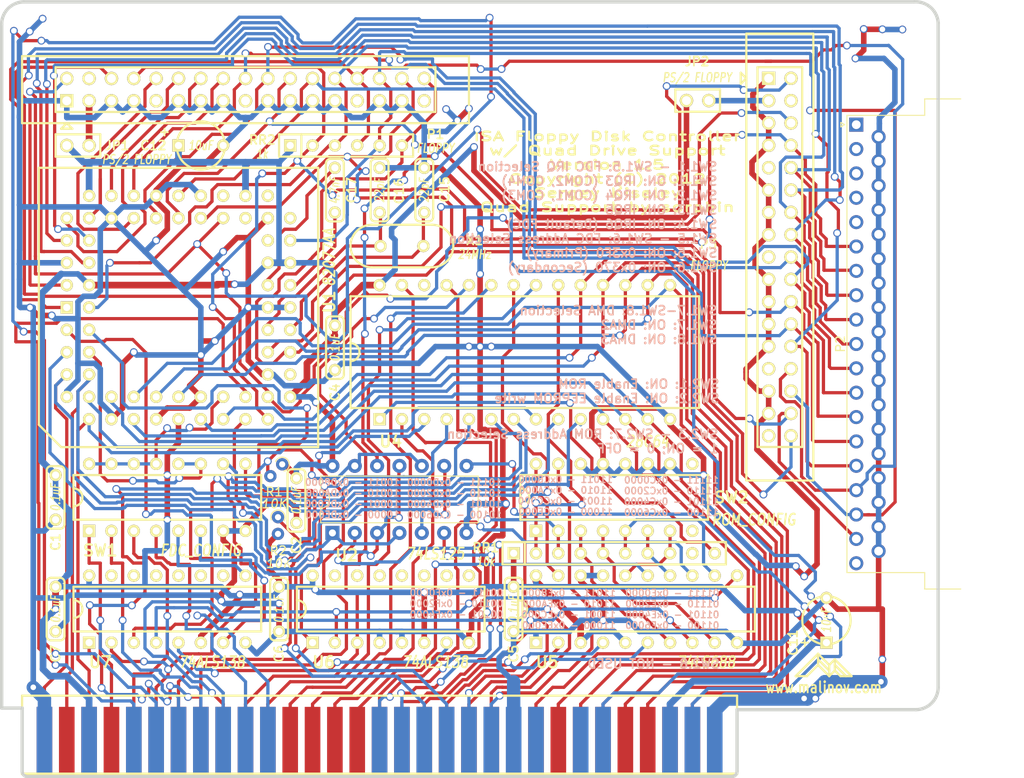
<source format=kicad_pcb>
(kicad_pcb (version 20171130) (host pcbnew "(5.1.6-0)")
  (title_block (date "21 dec 2012"))
  (layers (0 Front signal) (31 Back signal) (34 B.Paste user hide) (35 F.Paste user hide) (36 B.SilkS user) (37 F.SilkS user) (38 B.Mask user) (39 F.Mask user) (44 Edge.Cuts user))
  (net 0 "")
  (net 1 /A0)
  (net 2 /A1)
  (net 3 /A10)
  (net 4 /A11)
  (net 5 /A12)
  (net 6 /A13)
  (net 7 /A14)
  (net 8 /A15)
  (net 9 /A16)
  (net 10 /A17)
  (net 11 /A18)
  (net 12 /A19)
  (net 13 /A2)
  (net 14 /A3)
  (net 15 /A4)
  (net 16 /A5)
  (net 17 /A6)
  (net 18 /A7)
  (net 19 /A8)
  (net 20 /A9)
  (net 21 /AEN)
  (net 22 /D0)
  (net 23 /D1)
  (net 24 /D2)
  (net 25 /D3)
  (net 26 /D4)
  (net 27 /D5)
  (net 28 /D6)
  (net 29 /D7)
  (net 30 /DENSL)
  (net 31 /DIR)
  (net 32 /DRQ2)
  (net 33 /DSA)
  (net 34 /DSB)
  (net 35 /DSKCG)
  (net 36 /FLOPPY_VCC)
  (net 37 /HDSEL)
  (net 38 /INDEX)
  (net 39 /IRQ3)
  (net 40 /IRQ4)
  (net 41 /IRQ5)
  (net 42 /IRQ6)
  (net 43 /IRQ7)
  (net 44 /MEA)
  (net 45 /MEB)
  (net 46 /RDATA)
  (net 47 /RDY/~BUSY)
  (net 48 /RESETDRV)
  (net 49 /STEP)
  (net 50 /TC)
  (net 51 /TRK00)
  (net 52 /WDATA)
  (net 53 /WE)
  (net 54 /WP)
  (net 55 /~DACK2)
  (net 56 /~FDC_CS)
  (net 57 /~IOR)
  (net 58 /~IOW)
  (net 59 /~MEMR)
  (net 60 /~MEMW)
  (net 61 /~ROMW)
  (net 62 /~ROM_CS)
  (net 63 /~ROM_CS_IN)
  (net 64 GND)
  (net 65 VCC)
  (net 66 VSS)
  (net 67 VDD)
  (net 68 "Net-(C15-Pad1)")
  (net 69 "Net-(C16-Pad1)")
  (net 70 "Net-(C17-Pad1)")
  (net 71 "Net-(C17-Pad2)")
  (net 72 "Net-(P1-Pad4)")
  (net 73 /DRATE0)
  (net 74 "Net-(P1-Pad9)")
  (net 75 "Net-(P1-Pad17)")
  (net 76 "Net-(P1-Pad27)")
  (net 77 "Net-(P1-Pad33)")
  (net 78 "Net-(P3-Pad4)")
  (net 79 "Net-(P3-Pad9)")
  (net 80 /ME2)
  (net 81 /DS3)
  (net 82 /DS2)
  (net 83 /ME3)
  (net 84 "Net-(P3-Pad17)")
  (net 85 "Net-(P3-Pad27)")
  (net 86 "Net-(P3-Pad33)")
  (net 87 "Net-(RR1-Pad4)")
  (net 88 "Net-(RR1-Pad5)")
  (net 89 "Net-(RR1-Pad6)")
  (net 90 "Net-(RR1-Pad7)")
  (net 91 "Net-(RR1-Pad8)")
  (net 92 "Net-(RR1-Pad9)")
  (net 93 /0x370)
  (net 94 /0x3F0)
  (net 95 /FDC_IRQ)
  (net 96 "Net-(SW2-Pad8)")
  (net 97 "Net-(SW2-Pad9)")
  (net 98 "Net-(U1-Pad29)")
  (net 99 "Net-(U1-Pad42)")
  (net 100 "Net-(U1-Pad43)")
  (net 101 "Net-(U1-Pad44)")
  (net 102 "Net-(U1-Pad47)")
  (net 103 "Net-(U1-Pad48)")
  (net 104 "Net-(U4-Pad26)")
  (net 105 "Net-(U6-Pad7)")
  (net 106 "Net-(U6-Pad9)")
  (net 107 "Net-(U6-Pad10)")
  (net 108 "Net-(U6-Pad11)")
  (net 109 "Net-(U6-Pad12)")
  (net 110 "Net-(U6-Pad13)")
  (net 111 "Net-(U6-Pad14)")
  (net 112 "Net-(U6-Pad15)")
  (net 113 "Net-(U7-Pad10)")
  (net 114 "Net-(U7-Pad11)")
  (net 115 "Net-(U7-Pad12)")
  (net 116 "Net-(U7-Pad14)")
  (net 117 "Net-(U7-Pad15)")
  (net 118 /~DACK3)
  (net 119 /DRQ3)
  (net 120 /DRQ)
  (net 121 /~DACK)
  (net 122 /GT2)
  (net 123 /GT3)
  (net 124 "Net-(U7-Pad13)")
  (module Connector_Dsub:DSUB-37_Female_Horizontal_P2.77x2.54mm_EdgePinOffset9.40mm (layer Front) (at 196.43 60.5 90)
    (fp_text reference P2 (at -24.93 -1.8 90) (layer F.SilkS))
    (fp_text value DSUB-37_Female_Horizontal_P2.77x2.54mm_EdgePinOffset9.40mm hide)
    (pad 37 thru_hole circle (at -48.475 2.54 90) (size 1.6 1.6) (drill 1) (layers *.Cu *.Mask) (net 64 GND))
    (pad 36 thru_hole circle (at -45.705 2.54 90) (size 1.6 1.6) (drill 1) (layers *.Cu *.Mask) (net 64 GND))
    (pad 35 thru_hole circle (at -42.935 2.54 90) (size 1.6 1.6) (drill 1) (layers *.Cu *.Mask) (net 64 GND))
    (pad 34 thru_hole circle (at -40.165 2.54 90) (size 1.6 1.6) (drill 1) (layers *.Cu *.Mask) (net 64 GND))
    (pad 33 thru_hole circle (at -37.395 2.54 90) (size 1.6 1.6) (drill 1) (layers *.Cu *.Mask) (net 64 GND))
    (pad 32 thru_hole circle (at -34.625 2.54 90) (size 1.6 1.6) (drill 1) (layers *.Cu *.Mask) (net 64 GND))
    (pad 31 thru_hole circle (at -31.855 2.54 90) (size 1.6 1.6) (drill 1) (layers *.Cu *.Mask) (net 64 GND))
    (pad 30 thru_hole circle (at -29.085 2.54 90) (size 1.6 1.6) (drill 1) (layers *.Cu *.Mask) (net 64 GND))
    (pad 29 thru_hole circle (at -26.315 2.54 90) (size 1.6 1.6) (drill 1) (layers *.Cu *.Mask) (net 64 GND))
    (pad 28 thru_hole circle (at -23.545 2.54 90) (size 1.6 1.6) (drill 1) (layers *.Cu *.Mask) (net 64 GND))
    (pad 27 thru_hole circle (at -20.775 2.54 90) (size 1.6 1.6) (drill 1) (layers *.Cu *.Mask) (net 64 GND))
    (pad 26 thru_hole circle (at -18.005 2.54 90) (size 1.6 1.6) (drill 1) (layers *.Cu *.Mask) (net 64 GND))
    (pad 25 thru_hole circle (at -15.235 2.54 90) (size 1.6 1.6) (drill 1) (layers *.Cu *.Mask) (net 64 GND))
    (pad 24 thru_hole circle (at -12.465 2.54 90) (size 1.6 1.6) (drill 1) (layers *.Cu *.Mask) (net 64 GND))
    (pad 23 thru_hole circle (at -9.695 2.54 90) (size 1.6 1.6) (drill 1) (layers *.Cu *.Mask) (net 64 GND))
    (pad 22 thru_hole circle (at -6.925 2.54 90) (size 1.6 1.6) (drill 1) (layers *.Cu *.Mask) (net 64 GND))
    (pad 21 thru_hole circle (at -4.155 2.54 90) (size 1.6 1.6) (drill 1) (layers *.Cu *.Mask) (net 64 GND))
    (pad 20 thru_hole circle (at -1.385 2.54 90) (size 1.6 1.6) (drill 1) (layers *.Cu *.Mask) (net 64 GND))
    (pad 19 thru_hole circle (at -49.86 0 90) (size 1.6 1.6) (drill 1) (layers *.Cu *.Mask))
    (pad 18 thru_hole circle (at -47.09 0 90) (size 1.6 1.6) (drill 1) (layers *.Cu *.Mask) (net 37 /HDSEL))
    (pad 17 thru_hole circle (at -44.32 0 90) (size 1.6 1.6) (drill 1) (layers *.Cu *.Mask) (net 46 /RDATA))
    (pad 16 thru_hole circle (at -41.55 0 90) (size 1.6 1.6) (drill 1) (layers *.Cu *.Mask) (net 54 /WP))
    (pad 15 thru_hole circle (at -38.78 0 90) (size 1.6 1.6) (drill 1) (layers *.Cu *.Mask) (net 51 /TRK00))
    (pad 14 thru_hole circle (at -36.01 0 90) (size 1.6 1.6) (drill 1) (layers *.Cu *.Mask) (net 53 /WE))
    (pad 13 thru_hole circle (at -33.24 0 90) (size 1.6 1.6) (drill 1) (layers *.Cu *.Mask) (net 52 /WDATA))
    (pad 12 thru_hole circle (at -30.47 0 90) (size 1.6 1.6) (drill 1) (layers *.Cu *.Mask) (net 49 /STEP))
    (pad 11 thru_hole circle (at -27.7 0 90) (size 1.6 1.6) (drill 1) (layers *.Cu *.Mask) (net 31 /DIR))
    (pad 10 thru_hole circle (at -24.93 0 90) (size 1.6 1.6) (drill 1) (layers *.Cu *.Mask) (net 83 /ME3))
    (pad 9 thru_hole circle (at -22.16 0 90) (size 1.6 1.6) (drill 1) (layers *.Cu *.Mask) (net 82 /DS2))
    (pad 8 thru_hole circle (at -19.39 0 90) (size 1.6 1.6) (drill 1) (layers *.Cu *.Mask) (net 81 /DS3))
    (pad 7 thru_hole circle (at -16.62 0 90) (size 1.6 1.6) (drill 1) (layers *.Cu *.Mask) (net 80 /ME2))
    (pad 6 thru_hole circle (at -13.85 0 90) (size 1.6 1.6) (drill 1) (layers *.Cu *.Mask) (net 38 /INDEX))
    (pad 5 thru_hole circle (at -11.08 0 90) (size 1.6 1.6) (drill 1) (layers *.Cu *.Mask))
    (pad 4 thru_hole circle (at -8.31 0 90) (size 1.6 1.6) (drill 1) (layers *.Cu *.Mask))
    (pad 3 thru_hole circle (at -5.54 0 90) (size 1.6 1.6) (drill 1) (layers *.Cu *.Mask))
    (pad 2 thru_hole circle (at -2.77 0 90) (size 1.6 1.6) (drill 1) (layers *.Cu *.Mask))
    (pad 1 thru_hole rect (at 0 0 90) (size 1.6 1.6) (drill 1) (layers *.Cu *.Mask))
  )
  (module Conn_Pin_Header_17x2_Shroud (layer Front) (at 187.74 75.55 270)
    (fp_text reference P3 (at -1.48 8.12 180) (layer F.SilkS) (effects (font (size 1.016 1.016) (thickness 0.2032))))
    (fp_text value FLOPPY (at 0.97 8.07 180) (layer F.SilkS) (effects (font (size 1.016 0.762) (thickness 0.1524) italic)))
    (pad 34 thru_hole circle (at 20.32 -1.27 270) (size 1.524 1.524) (drill 1.016) (layers *.Cu *.Mask F.SilkS) (net 35 /DSKCG))
    (pad 33 thru_hole circle (at 20.32 1.27 270) (size 1.524 1.524) (drill 1.016) (layers *.Cu *.Mask F.SilkS) (net 86 "Net-(P3-Pad33)"))
    (pad 32 thru_hole circle (at 17.78 -1.27 270) (size 1.524 1.524) (drill 1.016) (layers *.Cu *.Mask F.SilkS) (net 37 /HDSEL))
    (pad 31 thru_hole circle (at 17.78 1.27 270) (size 1.524 1.524) (drill 1.016) (layers *.Cu *.Mask F.SilkS) (net 64 GND))
    (pad 29 thru_hole circle (at 15.24 1.27 270) (size 1.524 1.524) (drill 1.016) (layers *.Cu *.Mask F.SilkS) (net 64 GND))
    (pad 30 thru_hole circle (at 15.24 -1.27 270) (size 1.524 1.524) (drill 1.016) (layers *.Cu *.Mask F.SilkS) (net 46 /RDATA))
    (pad 27 thru_hole circle (at 12.7 1.27 270) (size 1.524 1.524) (drill 1.016) (layers *.Cu *.Mask F.SilkS) (net 85 "Net-(P3-Pad27)"))
    (pad 28 thru_hole circle (at 12.7 -1.27 270) (size 1.524 1.524) (drill 1.016) (layers *.Cu *.Mask F.SilkS) (net 54 /WP))
    (pad 26 thru_hole circle (at 10.16 -1.27 270) (size 1.524 1.524) (drill 1.016) (layers *.Cu *.Mask F.SilkS) (net 51 /TRK00))
    (pad 25 thru_hole circle (at 10.16 1.27 270) (size 1.524 1.524) (drill 1.016) (layers *.Cu *.Mask F.SilkS) (net 64 GND))
    (pad 24 thru_hole circle (at 7.62 -1.27 270) (size 1.524 1.524) (drill 1.016) (layers *.Cu *.Mask F.SilkS) (net 53 /WE))
    (pad 23 thru_hole circle (at 7.62 1.27 270) (size 1.524 1.524) (drill 1.016) (layers *.Cu *.Mask F.SilkS) (net 64 GND))
    (pad 22 thru_hole circle (at 5.08 -1.27 270) (size 1.524 1.524) (drill 1.016) (layers *.Cu *.Mask F.SilkS) (net 52 /WDATA))
    (pad 21 thru_hole circle (at 5.08 1.27 270) (size 1.524 1.524) (drill 1.016) (layers *.Cu *.Mask F.SilkS) (net 64 GND))
    (pad 20 thru_hole circle (at 2.54 -1.27 270) (size 1.524 1.524) (drill 1.016) (layers *.Cu *.Mask F.SilkS) (net 49 /STEP))
    (pad 19 thru_hole circle (at 2.54 1.27 270) (size 1.524 1.524) (drill 1.016) (layers *.Cu *.Mask F.SilkS) (net 64 GND))
    (pad 18 thru_hole circle (at 0 -1.27 270) (size 1.524 1.524) (drill 1.016) (layers *.Cu *.Mask F.SilkS) (net 31 /DIR))
    (pad 17 thru_hole circle (at 0 1.27 270) (size 1.524 1.524) (drill 1.016) (layers *.Cu *.Mask F.SilkS) (net 84 "Net-(P3-Pad17)"))
    (pad 16 thru_hole circle (at -2.54 -1.27 270) (size 1.524 1.524) (drill 1.016) (layers *.Cu *.Mask F.SilkS) (net 83 /ME3))
    (pad 15 thru_hole circle (at -2.54 1.27 270) (size 1.524 1.524) (drill 1.016) (layers *.Cu *.Mask F.SilkS) (net 64 GND))
    (pad 14 thru_hole circle (at -5.08 -1.27 270) (size 1.524 1.524) (drill 1.016) (layers *.Cu *.Mask F.SilkS) (net 82 /DS2))
    (pad 13 thru_hole circle (at -5.08 1.27 270) (size 1.524 1.524) (drill 1.016) (layers *.Cu *.Mask F.SilkS) (net 64 GND))
    (pad 12 thru_hole circle (at -7.62 -1.27 270) (size 1.524 1.524) (drill 1.016) (layers *.Cu *.Mask F.SilkS) (net 81 /DS3))
    (pad 11 thru_hole circle (at -7.62 1.27 270) (size 1.524 1.524) (drill 1.016) (layers *.Cu *.Mask F.SilkS) (net 64 GND))
    (pad 10 thru_hole circle (at -10.16 -1.27 270) (size 1.524 1.524) (drill 1.016) (layers *.Cu *.Mask F.SilkS) (net 80 /ME2))
    (pad 9 thru_hole circle (at -10.16 1.27 270) (size 1.524 1.524) (drill 1.016) (layers *.Cu *.Mask F.SilkS) (net 79 "Net-(P3-Pad9)"))
    (pad 8 thru_hole circle (at -12.7 -1.27 270) (size 1.524 1.524) (drill 1.016) (layers *.Cu *.Mask F.SilkS) (net 38 /INDEX))
    (pad 7 thru_hole circle (at -12.7 1.27 270) (size 1.524 1.524) (drill 1.016) (layers *.Cu *.Mask F.SilkS) (net 64 GND))
    (pad 6 thru_hole circle (at -15.24 -1.27 270) (size 1.524 1.524) (drill 1.016) (layers *.Cu *.Mask F.SilkS) (net 73 /DRATE0))
    (pad 5 thru_hole circle (at -15.24 1.27 270) (size 1.524 1.524) (drill 1.016) (layers *.Cu *.Mask F.SilkS) (net 64 GND))
    (pad 4 thru_hole circle (at -17.78 -1.27 270) (size 1.524 1.524) (drill 1.016) (layers *.Cu *.Mask F.SilkS) (net 78 "Net-(P3-Pad4)"))
    (pad 3 thru_hole circle (at -17.78 1.27 270) (size 1.524 1.524) (drill 1.016) (layers *.Cu *.Mask F.SilkS) (net 36 /FLOPPY_VCC))
    (pad 2 thru_hole circle (at -20.32 -1.27 270) (size 1.524 1.524) (drill 1.016) (layers *.Cu *.Mask F.SilkS) (net 30 /DENSL))
    (pad 1 thru_hole rect (at -20.32 1.27 270) (size 1.524 1.524) (drill 1.016) (layers *.Cu *.Mask F.SilkS) (net 64 GND))
  )
  (module Resistor_THT:R_Axial_DIN0204_L3.6mm_D1.6mm_P1.90mm_Vertical (layer Front) (at 130.69 105.12 270)
    (fp_text reference R2 (at 3.82 -0.03 180) (layer F.SilkS))
    (fp_text value 10K (at 5.25 -0.09 180) (layer F.SilkS) (effects (font (thickness 0.15) italic)))
    (pad 1 thru_hole circle (at 0 0 270) (size 1.4 1.4) (drill 0.7) (layers *.Cu *.Mask) (net 123 /GT3))
    (pad 2 thru_hole oval (at 1.9 0 270) (size 1.4 1.4) (drill 0.7) (layers *.Cu *.Mask) (net 65 VCC))
  )
  (module Resistor_THT:R_Axial_DIN0204_L3.6mm_D1.6mm_P1.90mm_Vertical (layer Front) (at 131.17 99.11 225)
    (fp_text reference R1 (at 2.856711 -1.569777) (layer F.SilkS))
    (fp_text value 10K (at 3.804234 -2.545584 180) (layer F.SilkS) (effects (font (thickness 0.15) italic)))
    (pad 2 thru_hole oval (at 1.9 0 225) (size 1.4 1.4) (drill 0.7) (layers *.Cu *.Mask) (net 122 /GT2))
    (pad 1 thru_hole circle (at 0 0 225) (size 1.4 1.4) (drill 0.7) (layers *.Cu *.Mask) (net 65 VCC))
  )
  (module Package_DIP:DIP-14_W7.62mm (layer Front) (at 136.88 106.91 90)
    (fp_text reference U2 (at -2.53 1.61 180) (layer F.SilkS) (effects (font (size 1.27 1.27) (thickness 0.254))))
    (fp_text value 74LS125 (at -2.36 11.7 180) (layer F.SilkS) (effects (font (size 1.27 1.016) (thickness 0.2032) italic)))
    (pad 1 thru_hole rect (at 0 0 90) (size 1.6 1.6) (drill 0.8) (layers *.Cu *.Mask) (net 123 /GT3))
    (pad 8 thru_hole oval (at 7.62 15.24 90) (size 1.6 1.6) (drill 0.8) (layers *.Cu *.Mask) (net 32 /DRQ2))
    (pad 2 thru_hole oval (at 0 2.54 90) (size 1.6 1.6) (drill 0.8) (layers *.Cu *.Mask) (net 118 /~DACK3))
    (pad 9 thru_hole oval (at 7.62 12.7 90) (size 1.6 1.6) (drill 0.8) (layers *.Cu *.Mask) (net 120 /DRQ))
    (pad 3 thru_hole oval (at 0 5.08 90) (size 1.6 1.6) (drill 0.8) (layers *.Cu *.Mask) (net 121 /~DACK))
    (pad 10 thru_hole oval (at 7.62 10.16 90) (size 1.6 1.6) (drill 0.8) (layers *.Cu *.Mask) (net 122 /GT2))
    (pad 4 thru_hole oval (at 0 7.62 90) (size 1.6 1.6) (drill 0.8) (layers *.Cu *.Mask) (net 123 /GT3))
    (pad 11 thru_hole oval (at 7.62 7.62 90) (size 1.6 1.6) (drill 0.8) (layers *.Cu *.Mask) (net 121 /~DACK))
    (pad 5 thru_hole oval (at 0 10.16 90) (size 1.6 1.6) (drill 0.8) (layers *.Cu *.Mask) (net 120 /DRQ))
    (pad 12 thru_hole oval (at 7.62 5.08 90) (size 1.6 1.6) (drill 0.8) (layers *.Cu *.Mask) (net 55 /~DACK2))
    (pad 6 thru_hole oval (at 0 12.7 90) (size 1.6 1.6) (drill 0.8) (layers *.Cu *.Mask) (net 119 /DRQ3))
    (pad 13 thru_hole oval (at 7.62 2.54 90) (size 1.6 1.6) (drill 0.8) (layers *.Cu *.Mask) (net 122 /GT2))
    (pad 7 thru_hole oval (at 0 15.24 90) (size 1.6 1.6) (drill 0.8) (layers *.Cu *.Mask) (net 64 GND))
    (pad 14 thru_hole oval (at 7.62 0 90) (size 1.6 1.6) (drill 0.8) (layers *.Cu *.Mask) (net 65 VCC))
  )
  (module Cap_Cer_504 (layer Front) (at 132.79 103.22 270)
    (fp_text reference C2 (at 5.08 0 270) (layer F.SilkS) (effects (font (size 1.016 1.016) (thickness 0.2032))))
    (fp_text value 0.1uF (at 0 0 270) (layer F.SilkS) (effects (font (size 1.016 0.762) (thickness 0.1524) italic)))
    (pad 1 thru_hole circle (at -2.54 0 270) (size 1.397 1.397) (drill 0.8128) (layers *.Cu *.Mask F.SilkS) (net 65 VCC))
    (pad 2 thru_hole circle (at 2.54 0 270) (size 1.397 1.397) (drill 0.8128) (layers *.Cu *.Mask F.SilkS) (net 64 GND))
  )
  (module DIP16_300 (layer Front) (at 118.11 102.87)
    (fp_text reference SW1 (at -7.62 6.0325) (layer F.SilkS) (effects (font (size 1.27 1.27) (thickness 0.254))))
    (fp_text value FDC_CONFIG (at 3.81 6.0325) (layer F.SilkS) (effects (font (size 1.27 1.016) (thickness 0.2032) italic)))
    (pad 1 thru_hole rect (at -8.89 3.81) (size 1.397 1.397) (drill 0.8128) (layers *.Cu *.Mask F.SilkS) (net 39 /IRQ3))
    (pad 2 thru_hole circle (at -6.35 3.81) (size 1.397 1.397) (drill 0.8128) (layers *.Cu *.Mask F.SilkS) (net 40 /IRQ4))
    (pad 3 thru_hole circle (at -3.81 3.81) (size 1.397 1.397) (drill 0.8128) (layers *.Cu *.Mask F.SilkS) (net 41 /IRQ5))
    (pad 4 thru_hole circle (at -1.27 3.81) (size 1.397 1.397) (drill 0.8128) (layers *.Cu *.Mask F.SilkS) (net 42 /IRQ6))
    (pad 5 thru_hole circle (at 1.27 3.81) (size 1.397 1.397) (drill 0.8128) (layers *.Cu *.Mask F.SilkS) (net 93 /0x370))
    (pad 6 thru_hole circle (at 3.81 3.81) (size 1.397 1.397) (drill 0.8128) (layers *.Cu *.Mask F.SilkS) (net 94 /0x3F0))
    (pad 7 thru_hole circle (at 6.35 3.81) (size 1.397 1.397) (drill 0.8128) (layers *.Cu *.Mask F.SilkS) (net 64 GND))
    (pad 8 thru_hole circle (at 8.89 3.81) (size 1.397 1.397) (drill 0.8128) (layers *.Cu *.Mask F.SilkS) (net 64 GND))
    (pad 9 thru_hole circle (at 8.89 -3.81) (size 1.397 1.397) (drill 0.8128) (layers *.Cu *.Mask F.SilkS) (net 123 /GT3))
    (pad 10 thru_hole circle (at 6.35 -3.81) (size 1.397 1.397) (drill 0.8128) (layers *.Cu *.Mask F.SilkS) (net 122 /GT2))
    (pad 11 thru_hole circle (at 3.81 -3.81) (size 1.397 1.397) (drill 0.8128) (layers *.Cu *.Mask F.SilkS) (net 56 /~FDC_CS))
    (pad 12 thru_hole circle (at 1.27 -3.81) (size 1.397 1.397) (drill 0.8128) (layers *.Cu *.Mask F.SilkS) (net 56 /~FDC_CS))
    (pad 13 thru_hole circle (at -1.27 -3.81) (size 1.397 1.397) (drill 0.8128) (layers *.Cu *.Mask F.SilkS) (net 95 /FDC_IRQ))
    (pad 14 thru_hole circle (at -3.81 -3.81) (size 1.397 1.397) (drill 0.8128) (layers *.Cu *.Mask F.SilkS) (net 95 /FDC_IRQ))
    (pad 15 thru_hole circle (at -6.35 -3.81) (size 1.397 1.397) (drill 0.8128) (layers *.Cu *.Mask F.SilkS) (net 95 /FDC_IRQ))
    (pad 16 thru_hole circle (at -8.89 -3.81) (size 1.397 1.397) (drill 0.8128) (layers *.Cu *.Mask F.SilkS) (net 95 /FDC_IRQ))
  )
  (module Conn_Bus_ISA8 (layer Front) (at 142.24 130.4925)
    (fp_text reference BUS1 hide)
    (fp_text value BUSPC_DEV hide)
    (pad 1 connect rect (at 38.1 0) (size 1.778 7.62) (layers Back B.Mask) (net 64 GND))
    (pad 2 connect rect (at 35.56 0) (size 1.778 7.62) (layers Back B.Mask) (net 48 /RESETDRV))
    (pad 3 connect rect (at 33.02 0) (size 1.778 7.62) (layers Back B.Mask) (net 65 VCC))
    (pad 6 connect rect (at 25.4 0) (size 1.778 7.62) (layers Back B.Mask) (net 32 /DRQ2))
    (pad 7 connect rect (at 22.86 0) (size 1.778 7.62) (layers Back B.Mask) (net 66 VSS))
    (pad 9 connect rect (at 17.78 0) (size 1.778 7.62) (layers Back B.Mask) (net 67 VDD))
    (pad 10 connect rect (at 15.24 0) (size 1.778 7.62) (layers Back B.Mask) (net 64 GND))
    (pad 11 connect rect (at 12.7 0) (size 1.778 7.62) (layers Back B.Mask) (net 60 /~MEMW))
    (pad 12 connect rect (at 10.16 0) (size 1.778 7.62) (layers Back B.Mask) (net 59 /~MEMR))
    (pad 13 connect rect (at 7.62 0) (size 1.778 7.62) (layers Back B.Mask) (net 58 /~IOW))
    (pad 14 connect rect (at 5.08 0) (size 1.778 7.62) (layers Back B.Mask) (net 57 /~IOR))
    (pad 21 connect rect (at -12.7 0) (size 1.778 7.62) (layers Back B.Mask) (net 43 /IRQ7))
    (pad 22 connect rect (at -15.24 0) (size 1.778 7.62) (layers Back B.Mask) (net 42 /IRQ6))
    (pad 23 connect rect (at -17.78 0) (size 1.778 7.62) (layers Back B.Mask) (net 41 /IRQ5))
    (pad 24 connect rect (at -20.32 0) (size 1.778 7.62) (layers Back B.Mask) (net 40 /IRQ4))
    (pad 25 connect rect (at -22.86 0) (size 1.778 7.62) (layers Back B.Mask) (net 39 /IRQ3))
    (pad 26 connect rect (at -25.4 0) (size 1.778 7.62) (layers Back B.Mask) (net 55 /~DACK2))
    (pad 27 connect rect (at -27.94 0) (size 1.778 7.62) (layers Back B.Mask) (net 50 /TC))
    (pad 29 connect rect (at -33.02 0) (size 1.778 7.62) (layers Back B.Mask) (net 65 VCC))
    (pad 31 connect rect (at -38.1 0) (size 1.778 7.62) (layers Back B.Mask) (net 64 GND))
    (pad 33 connect rect (at 35.56 0) (size 1.778 7.62) (layers Front F.Mask) (net 29 /D7))
    (pad 34 connect rect (at 33.02 0) (size 1.778 7.62) (layers Front F.Mask) (net 28 /D6))
    (pad 35 connect rect (at 30.48 0) (size 1.778 7.62) (layers Front F.Mask) (net 27 /D5))
    (pad 36 connect rect (at 27.94 0) (size 1.778 7.62) (layers Front F.Mask) (net 26 /D4))
    (pad 37 connect rect (at 25.4 0) (size 1.778 7.62) (layers Front F.Mask) (net 25 /D3))
    (pad 38 connect rect (at 22.86 0) (size 1.778 7.62) (layers Front F.Mask) (net 24 /D2))
    (pad 39 connect rect (at 20.32 0) (size 1.778 7.62) (layers Front F.Mask) (net 23 /D1))
    (pad 40 connect rect (at 17.78 0) (size 1.778 7.62) (layers Front F.Mask) (net 22 /D0))
    (pad 42 connect rect (at 12.7 0) (size 1.778 7.62) (layers Front F.Mask) (net 21 /AEN))
    (pad 43 connect rect (at 10.16 0) (size 1.778 7.62) (layers Front F.Mask) (net 12 /A19))
    (pad 44 connect rect (at 7.62 0) (size 1.778 7.62) (layers Front F.Mask) (net 11 /A18))
    (pad 45 connect rect (at 5.08 0) (size 1.778 7.62) (layers Front F.Mask) (net 10 /A17))
    (pad 46 connect rect (at 2.54 0) (size 1.778 7.62) (layers Front F.Mask) (net 9 /A16))
    (pad 47 connect rect (at 0 0) (size 1.778 7.62) (layers Front F.Mask) (net 8 /A15))
    (pad 48 connect rect (at -2.54 0) (size 1.778 7.62) (layers Front F.Mask) (net 7 /A14))
    (pad 49 connect rect (at -5.08 0) (size 1.778 7.62) (layers Front F.Mask) (net 6 /A13))
    (pad 50 connect rect (at -7.62 0) (size 1.778 7.62) (layers Front F.Mask) (net 5 /A12))
    (pad 51 connect rect (at -10.16 0) (size 1.778 7.62) (layers Front F.Mask) (net 4 /A11))
    (pad 52 connect rect (at -12.7 0) (size 1.778 7.62) (layers Front F.Mask) (net 3 /A10))
    (pad 53 connect rect (at -15.24 0) (size 1.778 7.62) (layers Front F.Mask) (net 20 /A9))
    (pad 54 connect rect (at -17.78 0) (size 1.778 7.62) (layers Front F.Mask) (net 19 /A8))
    (pad 55 connect rect (at -20.32 0) (size 1.778 7.62) (layers Front F.Mask) (net 18 /A7))
    (pad 56 connect rect (at -22.86 0) (size 1.778 7.62) (layers Front F.Mask) (net 17 /A6))
    (pad 57 connect rect (at -25.4 0) (size 1.778 7.62) (layers Front F.Mask) (net 16 /A5))
    (pad 58 connect rect (at -27.94 0) (size 1.778 7.62) (layers Front F.Mask) (net 15 /A4))
    (pad 59 connect rect (at -30.48 0) (size 1.778 7.62) (layers Front F.Mask) (net 14 /A3))
    (pad 60 connect rect (at -33.02 0) (size 1.778 7.62) (layers Front F.Mask) (net 13 /A2))
    (pad 61 connect rect (at -35.56 0) (size 1.778 7.62) (layers Front F.Mask) (net 2 /A1))
    (pad 62 connect rect (at -38.1 0) (size 1.778 7.62) (layers Front F.Mask) (net 1 /A0))
    (pad 15 connect rect (at 2.54 0) (size 1.778 7.62) (layers Back B.Mask) (net 118 /~DACK3))
    (pad 16 connect rect (at 0 0) (size 1.778 7.62) (layers Back B.Mask) (net 119 /DRQ3))
  )
  (module Conn_Pin_Header_2x1_Nokey (layer Front) (at 178.4 57.76)
    (fp_text reference JP2 (at -0.06 -4.44) (layer F.SilkS) (effects (font (size 1.016 1.016) (thickness 0.2032))))
    (fp_text value "PS/2 FLOPPY" (at -0.06 -2.61) (layer F.SilkS) (effects (font (size 1.016 0.762) (thickness 0.1524) italic)))
    (pad 2 thru_hole circle (at 1.27 0) (size 1.524 1.524) (drill 1.016) (layers *.Cu *.Mask F.SilkS) (net 36 /FLOPPY_VCC))
    (pad 1 thru_hole oval (at -1.27 0) (size 1.524 1.524) (drill 1.016) (layers *.Cu *.Mask F.SilkS) (net 65 VCC))
  )
  (module Cap_Tant_504 (layer Front) (at 193.04 116.84 90)
    (fp_text reference C11 (at -2.54 -3.81 90) (layer F.SilkS) (effects (font (size 1.016 1.016) (thickness 0.2032))))
    (fp_text value 10uF (at 0 0 90) (layer F.SilkS) (effects (font (size 1.016 0.762) (thickness 0.1524) italic)))
    (fp_text user + (at -2.54 -2.54 90) (layer F.SilkS) (effects (font (size 1.016 1.016) (thickness 0.2032))))
    (pad 1 thru_hole rect (at -2.54 0 90) (size 1.397 1.397) (drill 0.8128) (layers *.Cu *.Mask F.SilkS) (net 65 VCC))
    (pad 2 thru_hole circle (at 2.54 0 90) (size 1.397 1.397) (drill 0.8128) (layers *.Cu *.Mask F.SilkS) (net 64 GND))
  )
  (module Cap_Tant_504 (layer Front) (at 121.92 62.865)
    (fp_text reference C12 (at -5.3975 0) (layer F.SilkS) (effects (font (size 1.016 1.016) (thickness 0.2032))))
    (fp_text value 10uF (at 0 0) (layer F.SilkS) (effects (font (size 1.016 0.762) (thickness 0.1524) italic)))
    (fp_text user + (at -4.1275 -1.5875) (layer F.SilkS) (effects (font (size 1.016 1.016) (thickness 0.2032))))
    (pad 1 thru_hole rect (at -2.54 0) (size 1.397 1.397) (drill 0.8128) (layers *.Cu *.Mask F.SilkS) (net 65 VCC))
    (pad 2 thru_hole circle (at 2.54 0) (size 1.397 1.397) (drill 0.8128) (layers *.Cu *.Mask F.SilkS) (net 64 GND))
  )
  (module DIP20_300 (layer Front) (at 171.45 115.57)
    (fp_text reference U5 (at -10.16 6.0325) (layer F.SilkS) (effects (font (size 1.27 1.27) (thickness 0.254))))
    (fp_text value 74LS688 (at 7.9375 6.0325) (layer F.SilkS) (effects (font (size 1.27 1.016) (thickness 0.2032) italic)))
    (pad 1 thru_hole rect (at -11.43 3.81) (size 1.397 1.397) (drill 0.8128) (layers *.Cu *.Mask F.SilkS) (net 64 GND))
    (pad 2 thru_hole circle (at -8.89 3.81) (size 1.397 1.397) (drill 0.8128) (layers *.Cu *.Mask F.SilkS) (net 12 /A19))
    (pad 3 thru_hole circle (at -6.35 3.81) (size 1.397 1.397) (drill 0.8128) (layers *.Cu *.Mask F.SilkS) (net 65 VCC))
    (pad 4 thru_hole circle (at -3.81 3.81) (size 1.397 1.397) (drill 0.8128) (layers *.Cu *.Mask F.SilkS) (net 11 /A18))
    (pad 5 thru_hole circle (at -1.27 3.81) (size 1.397 1.397) (drill 0.8128) (layers *.Cu *.Mask F.SilkS) (net 65 VCC))
    (pad 6 thru_hole circle (at 1.27 3.81) (size 1.397 1.397) (drill 0.8128) (layers *.Cu *.Mask F.SilkS) (net 10 /A17))
    (pad 7 thru_hole circle (at 3.81 3.81) (size 1.397 1.397) (drill 0.8128) (layers *.Cu *.Mask F.SilkS) (net 87 "Net-(RR1-Pad4)"))
    (pad 8 thru_hole circle (at 6.35 3.81) (size 1.397 1.397) (drill 0.8128) (layers *.Cu *.Mask F.SilkS) (net 9 /A16))
    (pad 9 thru_hole circle (at 8.89 3.81) (size 1.397 1.397) (drill 0.8128) (layers *.Cu *.Mask F.SilkS) (net 88 "Net-(RR1-Pad5)"))
    (pad 10 thru_hole circle (at 11.43 3.81) (size 1.397 1.397) (drill 0.8128) (layers *.Cu *.Mask F.SilkS) (net 64 GND))
    (pad 11 thru_hole circle (at 11.43 -3.81) (size 1.397 1.397) (drill 0.8128) (layers *.Cu *.Mask F.SilkS) (net 8 /A15))
    (pad 12 thru_hole circle (at 8.89 -3.81) (size 1.397 1.397) (drill 0.8128) (layers *.Cu *.Mask F.SilkS) (net 89 "Net-(RR1-Pad6)"))
    (pad 13 thru_hole circle (at 6.35 -3.81) (size 1.397 1.397) (drill 0.8128) (layers *.Cu *.Mask F.SilkS) (net 7 /A14))
    (pad 14 thru_hole circle (at 3.81 -3.81) (size 1.397 1.397) (drill 0.8128) (layers *.Cu *.Mask F.SilkS) (net 90 "Net-(RR1-Pad7)"))
    (pad 15 thru_hole circle (at 1.27 -3.81) (size 1.397 1.397) (drill 0.8128) (layers *.Cu *.Mask F.SilkS) (net 6 /A13))
    (pad 16 thru_hole circle (at -1.27 -3.81) (size 1.397 1.397) (drill 0.8128) (layers *.Cu *.Mask F.SilkS) (net 91 "Net-(RR1-Pad8)"))
    (pad 17 thru_hole circle (at -3.81 -3.81) (size 1.397 1.397) (drill 0.8128) (layers *.Cu *.Mask F.SilkS) (net 64 GND))
    (pad 18 thru_hole circle (at -6.35 -3.81) (size 1.397 1.397) (drill 0.8128) (layers *.Cu *.Mask F.SilkS) (net 64 GND))
    (pad 19 thru_hole circle (at -8.89 -3.81) (size 1.397 1.397) (drill 0.8128) (layers *.Cu *.Mask F.SilkS) (net 63 /~ROM_CS_IN))
    (pad 20 thru_hole circle (at -11.43 -3.81) (size 1.397 1.397) (drill 0.8128) (layers *.Cu *.Mask F.SilkS) (net 65 VCC))
  )
  (module DIP16_300 (layer Front) (at 118.11 115.57)
    (fp_text reference U7 (at -7.62 6.0325) (layer F.SilkS) (effects (font (size 1.27 1.27) (thickness 0.254))))
    (fp_text value 74ALS138 (at 5.08 6.0325) (layer F.SilkS) (effects (font (size 1.27 1.016) (thickness 0.2032) italic)))
    (pad 1 thru_hole rect (at -8.89 3.81) (size 1.397 1.397) (drill 0.8128) (layers *.Cu *.Mask F.SilkS) (net 18 /A7))
    (pad 2 thru_hole circle (at -6.35 3.81) (size 1.397 1.397) (drill 0.8128) (layers *.Cu *.Mask F.SilkS) (net 16 /A5))
    (pad 3 thru_hole circle (at -3.81 3.81) (size 1.397 1.397) (drill 0.8128) (layers *.Cu *.Mask F.SilkS) (net 15 /A4))
    (pad 4 thru_hole circle (at -1.27 3.81) (size 1.397 1.397) (drill 0.8128) (layers *.Cu *.Mask F.SilkS) (net 21 /AEN))
    (pad 5 thru_hole circle (at 1.27 3.81) (size 1.397 1.397) (drill 0.8128) (layers *.Cu *.Mask F.SilkS) (net 105 "Net-(U6-Pad7)"))
    (pad 6 thru_hole circle (at 3.81 3.81) (size 1.397 1.397) (drill 0.8128) (layers *.Cu *.Mask F.SilkS) (net 65 VCC))
    (pad 7 thru_hole circle (at 6.35 3.81) (size 1.397 1.397) (drill 0.8128) (layers *.Cu *.Mask F.SilkS) (net 94 /0x3F0))
    (pad 8 thru_hole circle (at 8.89 3.81) (size 1.397 1.397) (drill 0.8128) (layers *.Cu *.Mask F.SilkS) (net 64 GND))
    (pad 9 thru_hole circle (at 8.89 -3.81) (size 1.397 1.397) (drill 0.8128) (layers *.Cu *.Mask F.SilkS) (net 93 /0x370))
    (pad 10 thru_hole circle (at 6.35 -3.81) (size 1.397 1.397) (drill 0.8128) (layers *.Cu *.Mask F.SilkS) (net 113 "Net-(U7-Pad10)"))
    (pad 11 thru_hole circle (at 3.81 -3.81) (size 1.397 1.397) (drill 0.8128) (layers *.Cu *.Mask F.SilkS) (net 114 "Net-(U7-Pad11)"))
    (pad 12 thru_hole circle (at 1.27 -3.81) (size 1.397 1.397) (drill 0.8128) (layers *.Cu *.Mask F.SilkS) (net 115 "Net-(U7-Pad12)"))
    (pad 13 thru_hole circle (at -1.27 -3.81) (size 1.397 1.397) (drill 0.8128) (layers *.Cu *.Mask F.SilkS) (net 124 "Net-(U7-Pad13)"))
    (pad 14 thru_hole circle (at -3.81 -3.81) (size 1.397 1.397) (drill 0.8128) (layers *.Cu *.Mask F.SilkS) (net 116 "Net-(U7-Pad14)"))
    (pad 15 thru_hole circle (at -6.35 -3.81) (size 1.397 1.397) (drill 0.8128) (layers *.Cu *.Mask F.SilkS) (net 117 "Net-(U7-Pad15)"))
    (pad 16 thru_hole circle (at -8.89 -3.81) (size 1.397 1.397) (drill 0.8128) (layers *.Cu *.Mask F.SilkS) (net 65 VCC))
  )
  (module DIP16_300 (layer Front) (at 143.51 115.57)
    (fp_text reference U6 (at -7.62 6.0325) (layer F.SilkS) (effects (font (size 1.27 1.27) (thickness 0.254))))
    (fp_text value 74ALS138 (at 5.08 6.0325) (layer F.SilkS) (effects (font (size 1.27 1.016) (thickness 0.2032) italic)))
    (pad 1 thru_hole rect (at -8.89 3.81) (size 1.397 1.397) (drill 0.8128) (layers *.Cu *.Mask F.SilkS) (net 17 /A6))
    (pad 2 thru_hole circle (at -6.35 3.81) (size 1.397 1.397) (drill 0.8128) (layers *.Cu *.Mask F.SilkS) (net 19 /A8))
    (pad 3 thru_hole circle (at -3.81 3.81) (size 1.397 1.397) (drill 0.8128) (layers *.Cu *.Mask F.SilkS) (net 20 /A9))
    (pad 4 thru_hole circle (at -1.27 3.81) (size 1.397 1.397) (drill 0.8128) (layers *.Cu *.Mask F.SilkS) (net 64 GND))
    (pad 5 thru_hole circle (at 1.27 3.81) (size 1.397 1.397) (drill 0.8128) (layers *.Cu *.Mask F.SilkS) (net 64 GND))
    (pad 6 thru_hole circle (at 3.81 3.81) (size 1.397 1.397) (drill 0.8128) (layers *.Cu *.Mask F.SilkS) (net 65 VCC))
    (pad 7 thru_hole circle (at 6.35 3.81) (size 1.397 1.397) (drill 0.8128) (layers *.Cu *.Mask F.SilkS) (net 105 "Net-(U6-Pad7)"))
    (pad 8 thru_hole circle (at 8.89 3.81) (size 1.397 1.397) (drill 0.8128) (layers *.Cu *.Mask F.SilkS) (net 64 GND))
    (pad 9 thru_hole circle (at 8.89 -3.81) (size 1.397 1.397) (drill 0.8128) (layers *.Cu *.Mask F.SilkS) (net 106 "Net-(U6-Pad9)"))
    (pad 10 thru_hole circle (at 6.35 -3.81) (size 1.397 1.397) (drill 0.8128) (layers *.Cu *.Mask F.SilkS) (net 107 "Net-(U6-Pad10)"))
    (pad 11 thru_hole circle (at 3.81 -3.81) (size 1.397 1.397) (drill 0.8128) (layers *.Cu *.Mask F.SilkS) (net 108 "Net-(U6-Pad11)"))
    (pad 12 thru_hole circle (at 1.27 -3.81) (size 1.397 1.397) (drill 0.8128) (layers *.Cu *.Mask F.SilkS) (net 109 "Net-(U6-Pad12)"))
    (pad 13 thru_hole circle (at -1.27 -3.81) (size 1.397 1.397) (drill 0.8128) (layers *.Cu *.Mask F.SilkS) (net 110 "Net-(U6-Pad13)"))
    (pad 14 thru_hole circle (at -3.81 -3.81) (size 1.397 1.397) (drill 0.8128) (layers *.Cu *.Mask F.SilkS) (net 111 "Net-(U6-Pad14)"))
    (pad 15 thru_hole circle (at -6.35 -3.81) (size 1.397 1.397) (drill 0.8128) (layers *.Cu *.Mask F.SilkS) (net 112 "Net-(U6-Pad15)"))
    (pad 16 thru_hole circle (at -8.89 -3.81) (size 1.397 1.397) (drill 0.8128) (layers *.Cu *.Mask F.SilkS) (net 65 VCC))
  )
  (module DIP16_300 (layer Front) (at 168.91 102.87)
    (fp_text reference SW2 (at 13.335 0) (layer F.SilkS) (effects (font (size 1.27 1.27) (thickness 0.254))))
    (fp_text value ROM_CONFIG (at 15.875 2.54) (layer F.SilkS) (effects (font (size 1.27 1.016) (thickness 0.2032) italic)))
    (pad 1 thru_hole rect (at -8.89 3.81) (size 1.397 1.397) (drill 0.8128) (layers *.Cu *.Mask F.SilkS) (net 62 /~ROM_CS))
    (pad 2 thru_hole circle (at -6.35 3.81) (size 1.397 1.397) (drill 0.8128) (layers *.Cu *.Mask F.SilkS) (net 61 /~ROMW))
    (pad 3 thru_hole circle (at -3.81 3.81) (size 1.397 1.397) (drill 0.8128) (layers *.Cu *.Mask F.SilkS) (net 87 "Net-(RR1-Pad4)"))
    (pad 4 thru_hole circle (at -1.27 3.81) (size 1.397 1.397) (drill 0.8128) (layers *.Cu *.Mask F.SilkS) (net 88 "Net-(RR1-Pad5)"))
    (pad 5 thru_hole circle (at 1.27 3.81) (size 1.397 1.397) (drill 0.8128) (layers *.Cu *.Mask F.SilkS) (net 89 "Net-(RR1-Pad6)"))
    (pad 6 thru_hole circle (at 3.81 3.81) (size 1.397 1.397) (drill 0.8128) (layers *.Cu *.Mask F.SilkS) (net 90 "Net-(RR1-Pad7)"))
    (pad 7 thru_hole circle (at 6.35 3.81) (size 1.397 1.397) (drill 0.8128) (layers *.Cu *.Mask F.SilkS) (net 91 "Net-(RR1-Pad8)"))
    (pad 8 thru_hole circle (at 8.89 3.81) (size 1.397 1.397) (drill 0.8128) (layers *.Cu *.Mask F.SilkS) (net 96 "Net-(SW2-Pad8)"))
    (pad 9 thru_hole circle (at 8.89 -3.81) (size 1.397 1.397) (drill 0.8128) (layers *.Cu *.Mask F.SilkS) (net 97 "Net-(SW2-Pad9)"))
    (pad 10 thru_hole circle (at 6.35 -3.81) (size 1.397 1.397) (drill 0.8128) (layers *.Cu *.Mask F.SilkS) (net 64 GND))
    (pad 11 thru_hole circle (at 3.81 -3.81) (size 1.397 1.397) (drill 0.8128) (layers *.Cu *.Mask F.SilkS) (net 64 GND))
    (pad 12 thru_hole circle (at 1.27 -3.81) (size 1.397 1.397) (drill 0.8128) (layers *.Cu *.Mask F.SilkS) (net 64 GND))
    (pad 13 thru_hole circle (at -1.27 -3.81) (size 1.397 1.397) (drill 0.8128) (layers *.Cu *.Mask F.SilkS) (net 64 GND))
    (pad 14 thru_hole circle (at -3.81 -3.81) (size 1.397 1.397) (drill 0.8128) (layers *.Cu *.Mask F.SilkS) (net 64 GND))
    (pad 15 thru_hole circle (at -6.35 -3.81) (size 1.397 1.397) (drill 0.8128) (layers *.Cu *.Mask F.SilkS) (net 60 /~MEMW))
    (pad 16 thru_hole circle (at -8.89 -3.81) (size 1.397 1.397) (drill 0.8128) (layers *.Cu *.Mask F.SilkS) (net 63 /~ROM_CS_IN))
  )
  (module Cap_Cer_504 (layer Front) (at 105.41 102.87 270)
    (fp_text reference C1 (at 5.08 0 270) (layer F.SilkS) (effects (font (size 1.016 1.016) (thickness 0.2032))))
    (fp_text value 0.1uF (at 0 0 270) (layer F.SilkS) (effects (font (size 1.016 0.762) (thickness 0.1524) italic)))
    (pad 1 thru_hole circle (at -2.54 0 270) (size 1.397 1.397) (drill 0.8128) (layers *.Cu *.Mask F.SilkS) (net 65 VCC))
    (pad 2 thru_hole circle (at 2.54 0 270) (size 1.397 1.397) (drill 0.8128) (layers *.Cu *.Mask F.SilkS) (net 64 GND))
  )
  (module Cap_Cer_504 (layer Front) (at 105.41 115.57 270)
    (fp_text reference C7 (at 5.08 0 270) (layer F.SilkS) (effects (font (size 1.016 1.016) (thickness 0.2032))))
    (fp_text value 0.1uF (at 0 0 270) (layer F.SilkS) (effects (font (size 1.016 0.762) (thickness 0.1524) italic)))
    (pad 1 thru_hole circle (at -2.54 0 270) (size 1.397 1.397) (drill 0.8128) (layers *.Cu *.Mask F.SilkS) (net 65 VCC))
    (pad 2 thru_hole circle (at 2.54 0 270) (size 1.397 1.397) (drill 0.8128) (layers *.Cu *.Mask F.SilkS) (net 64 GND))
  )
  (module Cap_Cer_504 (layer Front) (at 130.81 115.57 270)
    (fp_text reference C6 (at 5.08 0 270) (layer F.SilkS) (effects (font (size 1.016 1.016) (thickness 0.2032))))
    (fp_text value 0.1uF (at 0 0 270) (layer F.SilkS) (effects (font (size 1.016 0.762) (thickness 0.1524) italic)))
    (pad 1 thru_hole circle (at -2.54 0 270) (size 1.397 1.397) (drill 0.8128) (layers *.Cu *.Mask F.SilkS) (net 65 VCC))
    (pad 2 thru_hole circle (at 2.54 0 270) (size 1.397 1.397) (drill 0.8128) (layers *.Cu *.Mask F.SilkS) (net 64 GND))
  )
  (module Cap_Cer_504 (layer Front) (at 157.47 115.56 270)
    (fp_text reference C5 (at 5.08 0 270) (layer F.SilkS) (effects (font (size 1.016 1.016) (thickness 0.2032))))
    (fp_text value 0.1uF (at 0 0 270) (layer F.SilkS) (effects (font (size 1.016 0.762) (thickness 0.1524) italic)))
    (pad 1 thru_hole circle (at -2.54 0 270) (size 1.397 1.397) (drill 0.8128) (layers *.Cu *.Mask F.SilkS) (net 65 VCC))
    (pad 2 thru_hole circle (at 2.54 0 270) (size 1.397 1.397) (drill 0.8128) (layers *.Cu *.Mask F.SilkS) (net 64 GND))
  )
  (module Cap_Cer_504 (layer Front) (at 137.17 85.85 270)
    (fp_text reference C4 (at 5.08 0 270) (layer F.SilkS) (effects (font (size 1.016 1.016) (thickness 0.2032))))
    (fp_text value 0.1uF (at 0 0 270) (layer F.SilkS) (effects (font (size 1.016 0.762) (thickness 0.1524) italic)))
    (pad 1 thru_hole circle (at -2.54 0 270) (size 1.397 1.397) (drill 0.8128) (layers *.Cu *.Mask F.SilkS) (net 65 VCC))
    (pad 2 thru_hole circle (at 2.54 0 270) (size 1.397 1.397) (drill 0.8128) (layers *.Cu *.Mask F.SilkS) (net 64 GND))
  )
  (module Cap_Cer_504 (layer Front) (at 142.24 67.945 90)
    (fp_text reference C16 (at -0.105 2.23 90) (layer F.SilkS) (effects (font (size 1.016 1.016) (thickness 0.2032))))
    (fp_text value 22pF (at 0 0 90) (layer F.SilkS) (effects (font (size 1.016 0.762) (thickness 0.1524) italic)))
    (pad 1 thru_hole circle (at -2.54 0 90) (size 1.397 1.397) (drill 0.8128) (layers *.Cu *.Mask F.SilkS) (net 69 "Net-(C16-Pad1)"))
    (pad 2 thru_hole circle (at 2.54 0 90) (size 1.397 1.397) (drill 0.8128) (layers *.Cu *.Mask F.SilkS) (net 64 GND))
  )
  (module Cap_Cer_504 (layer Front) (at 147.32 67.945 90)
    (fp_text reference C15 (at 0.085 2.32 90) (layer F.SilkS) (effects (font (size 1.016 1.016) (thickness 0.2032))))
    (fp_text value 22pF (at 0 0 90) (layer F.SilkS) (effects (font (size 1.016 0.762) (thickness 0.1524) italic)))
    (pad 1 thru_hole circle (at -2.54 0 90) (size 1.397 1.397) (drill 0.8128) (layers *.Cu *.Mask F.SilkS) (net 68 "Net-(C15-Pad1)"))
    (pad 2 thru_hole circle (at 2.54 0 90) (size 1.397 1.397) (drill 0.8128) (layers *.Cu *.Mask F.SilkS) (net 64 GND))
  )
  (module DIP28_600 (layer Front) (at 158.75 86.36)
    (fp_text reference U4 (at -15.24 10.16) (layer F.SilkS) (effects (font (size 1.27 1.27) (thickness 0.254))))
    (fp_text value 28C64 (at 13.97 10.16) (layer F.SilkS) (effects (font (size 1.27 1.016) (thickness 0.2032) italic)))
    (pad 1 thru_hole rect (at -16.51 7.62) (size 1.397 1.397) (drill 0.8128) (layers *.Cu *.Mask F.SilkS) (net 47 /RDY/~BUSY))
    (pad 2 thru_hole circle (at -13.97 7.62) (size 1.397 1.397) (drill 0.8128) (layers *.Cu *.Mask F.SilkS) (net 5 /A12))
    (pad 3 thru_hole circle (at -11.43 7.62) (size 1.397 1.397) (drill 0.8128) (layers *.Cu *.Mask F.SilkS) (net 18 /A7))
    (pad 4 thru_hole circle (at -8.89 7.62) (size 1.397 1.397) (drill 0.8128) (layers *.Cu *.Mask F.SilkS) (net 17 /A6))
    (pad 5 thru_hole circle (at -6.35 7.62) (size 1.397 1.397) (drill 0.8128) (layers *.Cu *.Mask F.SilkS) (net 16 /A5))
    (pad 6 thru_hole circle (at -3.81 7.62) (size 1.397 1.397) (drill 0.8128) (layers *.Cu *.Mask F.SilkS) (net 15 /A4))
    (pad 7 thru_hole circle (at -1.27 7.62) (size 1.397 1.397) (drill 0.8128) (layers *.Cu *.Mask F.SilkS) (net 14 /A3))
    (pad 8 thru_hole circle (at 1.27 7.62) (size 1.397 1.397) (drill 0.8128) (layers *.Cu *.Mask F.SilkS) (net 13 /A2))
    (pad 9 thru_hole circle (at 3.81 7.62) (size 1.397 1.397) (drill 0.8128) (layers *.Cu *.Mask F.SilkS) (net 2 /A1))
    (pad 10 thru_hole circle (at 6.35 7.62) (size 1.397 1.397) (drill 0.8128) (layers *.Cu *.Mask F.SilkS) (net 1 /A0))
    (pad 11 thru_hole circle (at 8.89 7.62) (size 1.397 1.397) (drill 0.8128) (layers *.Cu *.Mask F.SilkS) (net 22 /D0))
    (pad 12 thru_hole circle (at 11.43 7.62) (size 1.397 1.397) (drill 0.8128) (layers *.Cu *.Mask F.SilkS) (net 23 /D1))
    (pad 13 thru_hole circle (at 13.97 7.62) (size 1.397 1.397) (drill 0.8128) (layers *.Cu *.Mask F.SilkS) (net 24 /D2))
    (pad 14 thru_hole circle (at 16.51 7.62) (size 1.397 1.397) (drill 0.8128) (layers *.Cu *.Mask F.SilkS) (net 64 GND))
    (pad 15 thru_hole circle (at 16.51 -7.62) (size 1.397 1.397) (drill 0.8128) (layers *.Cu *.Mask F.SilkS) (net 25 /D3))
    (pad 16 thru_hole circle (at 13.97 -7.62) (size 1.397 1.397) (drill 0.8128) (layers *.Cu *.Mask F.SilkS) (net 26 /D4))
    (pad 17 thru_hole circle (at 11.43 -7.62) (size 1.397 1.397) (drill 0.8128) (layers *.Cu *.Mask F.SilkS) (net 27 /D5))
    (pad 18 thru_hole circle (at 8.89 -7.62) (size 1.397 1.397) (drill 0.8128) (layers *.Cu *.Mask F.SilkS) (net 28 /D6))
    (pad 19 thru_hole circle (at 6.35 -7.62) (size 1.397 1.397) (drill 0.8128) (layers *.Cu *.Mask F.SilkS) (net 29 /D7))
    (pad 20 thru_hole circle (at 3.81 -7.62) (size 1.397 1.397) (drill 0.8128) (layers *.Cu *.Mask F.SilkS) (net 62 /~ROM_CS))
    (pad 21 thru_hole circle (at 1.27 -7.62) (size 1.397 1.397) (drill 0.8128) (layers *.Cu *.Mask F.SilkS) (net 3 /A10))
    (pad 22 thru_hole circle (at -1.27 -7.62) (size 1.397 1.397) (drill 0.8128) (layers *.Cu *.Mask F.SilkS) (net 59 /~MEMR))
    (pad 23 thru_hole circle (at -3.81 -7.62) (size 1.397 1.397) (drill 0.8128) (layers *.Cu *.Mask F.SilkS) (net 4 /A11))
    (pad 24 thru_hole circle (at -6.35 -7.62) (size 1.397 1.397) (drill 0.8128) (layers *.Cu *.Mask F.SilkS) (net 20 /A9))
    (pad 25 thru_hole circle (at -8.89 -7.62) (size 1.397 1.397) (drill 0.8128) (layers *.Cu *.Mask F.SilkS) (net 19 /A8))
    (pad 26 thru_hole circle (at -11.43 -7.62) (size 1.397 1.397) (drill 0.8128) (layers *.Cu *.Mask F.SilkS) (net 104 "Net-(U4-Pad26)"))
    (pad 27 thru_hole circle (at -13.97 -7.62) (size 1.397 1.397) (drill 0.8128) (layers *.Cu *.Mask F.SilkS) (net 61 /~ROMW))
    (pad 28 thru_hole circle (at -16.51 -7.62) (size 1.397 1.397) (drill 0.8128) (layers *.Cu *.Mask F.SilkS) (net 65 VCC))
  )
  (module Cap_Cer_504 (layer Front) (at 137.16 67.945 270)
    (fp_text reference C17 (at 0 -1.905 270) (layer F.SilkS) (effects (font (size 1.016 1.016) (thickness 0.2032))))
    (fp_text value 4.7nF (at 0 0 270) (layer F.SilkS) (effects (font (size 1.016 0.762) (thickness 0.1524) italic)))
    (pad 1 thru_hole circle (at -2.54 0 270) (size 1.397 1.397) (drill 0.8128) (layers *.Cu *.Mask F.SilkS) (net 70 "Net-(C17-Pad1)"))
    (pad 2 thru_hole circle (at 2.54 0 270) (size 1.397 1.397) (drill 0.8128) (layers *.Cu *.Mask F.SilkS) (net 71 "Net-(C17-Pad2)"))
  )
  (module PLCC68_TH (layer Front) (at 119.38 81.28 90)
    (fp_text reference U1 (at 0.635 17.145 90) (layer F.SilkS) (effects (font (size 1.27 1.27) (thickness 0.254))))
    (fp_text value 82077AA (at 5.715 17.145 90) (layer F.SilkS) (effects (font (size 1.27 1.016) (thickness 0.2032) italic)))
    (pad 1 thru_hole rect (at 0 -12.7) (size 1.397 1.397) (drill 0.8128) (layers *.Cu *.Mask F.SilkS) (net 54 /WP))
    (pad 2 thru_hole circle (at 0 -10.16) (size 1.397 1.397) (drill 0.8128) (layers *.Cu *.Mask F.SilkS) (net 51 /TRK00))
    (pad 3 thru_hole circle (at -2.54 -12.7) (size 1.397 1.397) (drill 0.8128) (layers *.Cu *.Mask F.SilkS) (net 121 /~DACK))
    (pad 4 thru_hole circle (at -2.54 -10.16) (size 1.397 1.397) (drill 0.8128) (layers *.Cu *.Mask F.SilkS) (net 57 /~IOR))
    (pad 5 thru_hole circle (at -5.08 -12.7) (size 1.397 1.397) (drill 0.8128) (layers *.Cu *.Mask F.SilkS) (net 58 /~IOW))
    (pad 6 thru_hole circle (at -5.08 -10.16) (size 1.397 1.397) (drill 0.8128) (layers *.Cu *.Mask F.SilkS) (net 56 /~FDC_CS))
    (pad 7 thru_hole circle (at -7.62 -12.7) (size 1.397 1.397) (drill 0.8128) (layers *.Cu *.Mask F.SilkS) (net 1 /A0))
    (pad 8 thru_hole circle (at -7.62 -10.16) (size 1.397 1.397) (drill 0.8128) (layers *.Cu *.Mask F.SilkS) (net 2 /A1))
    (pad 9 thru_hole circle (at -10.16 -12.7) (size 1.397 1.397) (drill 0.8128) (layers *.Cu *.Mask F.SilkS) (net 64 GND))
    (pad 10 thru_hole circle (at -12.7 -10.16) (size 1.397 1.397) (drill 0.8128) (layers *.Cu *.Mask F.SilkS) (net 13 /A2))
    (pad 11 thru_hole circle (at -10.16 -10.16) (size 1.397 1.397) (drill 0.8128) (layers *.Cu *.Mask F.SilkS) (net 22 /D0))
    (pad 12 thru_hole circle (at -12.7 -7.62) (size 1.397 1.397) (drill 0.8128) (layers *.Cu *.Mask F.SilkS) (net 64 GND))
    (pad 13 thru_hole circle (at -10.16 -7.62) (size 1.397 1.397) (drill 0.8128) (layers *.Cu *.Mask F.SilkS) (net 23 /D1))
    (pad 14 thru_hole circle (at -12.7 -5.08) (size 1.397 1.397) (drill 0.8128) (layers *.Cu *.Mask F.SilkS) (net 24 /D2))
    (pad 15 thru_hole circle (at -10.16 -5.08) (size 1.397 1.397) (drill 0.8128) (layers *.Cu *.Mask F.SilkS) (net 25 /D3))
    (pad 16 thru_hole circle (at -12.7 -2.54) (size 1.397 1.397) (drill 0.8128) (layers *.Cu *.Mask F.SilkS) (net 64 GND))
    (pad 17 thru_hole circle (at -10.16 -2.54) (size 1.397 1.397) (drill 0.8128) (layers *.Cu *.Mask F.SilkS) (net 26 /D4))
    (pad 18 thru_hole circle (at -12.7 0) (size 1.397 1.397) (drill 0.8128) (layers *.Cu *.Mask F.SilkS) (net 65 VCC))
    (pad 19 thru_hole circle (at -10.16 0) (size 1.397 1.397) (drill 0.8128) (layers *.Cu *.Mask F.SilkS) (net 27 /D5))
    (pad 20 thru_hole circle (at -12.7 2.54) (size 1.397 1.397) (drill 0.8128) (layers *.Cu *.Mask F.SilkS) (net 28 /D6))
    (pad 21 thru_hole circle (at -10.16 2.54) (size 1.397 1.397) (drill 0.8128) (layers *.Cu *.Mask F.SilkS) (net 64 GND))
    (pad 22 thru_hole circle (at -12.7 5.08) (size 1.397 1.397) (drill 0.8128) (layers *.Cu *.Mask F.SilkS) (net 29 /D7))
    (pad 23 thru_hole circle (at -10.16 5.08) (size 1.397 1.397) (drill 0.8128) (layers *.Cu *.Mask F.SilkS) (net 95 /FDC_IRQ))
    (pad 24 thru_hole circle (at -12.7 7.62) (size 1.397 1.397) (drill 0.8128) (layers *.Cu *.Mask F.SilkS) (net 120 /DRQ))
    (pad 25 thru_hole circle (at -10.16 7.62) (size 1.397 1.397) (drill 0.8128) (layers *.Cu *.Mask F.SilkS) (net 50 /TC))
    (pad 26 thru_hole circle (at -12.7 10.16) (size 1.397 1.397) (drill 0.8128) (layers *.Cu *.Mask F.SilkS) (net 38 /INDEX))
    (pad 27 thru_hole circle (at -10.16 12.7) (size 1.397 1.397) (drill 0.8128) (layers *.Cu *.Mask F.SilkS) (net 65 VCC))
    (pad 28 thru_hole circle (at -10.16 10.16) (size 1.397 1.397) (drill 0.8128) (layers *.Cu *.Mask F.SilkS) (net 73 /DRATE0))
    (pad 29 thru_hole circle (at -7.62 12.7) (size 1.397 1.397) (drill 0.8128) (layers *.Cu *.Mask F.SilkS) (net 98 "Net-(U1-Pad29)"))
    (pad 30 thru_hole circle (at -7.62 10.16) (size 1.397 1.397) (drill 0.8128) (layers *.Cu *.Mask F.SilkS) (net 64 GND))
    (pad 31 thru_hole circle (at -5.08 12.7) (size 1.397 1.397) (drill 0.8128) (layers *.Cu *.Mask F.SilkS) (net 35 /DSKCG))
    (pad 32 thru_hole circle (at -5.08 10.16) (size 1.397 1.397) (drill 0.8128) (layers *.Cu *.Mask F.SilkS) (net 48 /RESETDRV))
    (pad 33 thru_hole circle (at -2.54 12.7) (size 1.397 1.397) (drill 0.8128) (layers *.Cu *.Mask F.SilkS) (net 68 "Net-(C15-Pad1)"))
    (pad 34 thru_hole circle (at -2.54 10.16) (size 1.397 1.397) (drill 0.8128) (layers *.Cu *.Mask F.SilkS) (net 69 "Net-(C16-Pad1)"))
    (pad 35 thru_hole circle (at 0 12.7) (size 1.397 1.397) (drill 0.8128) (layers *.Cu *.Mask F.SilkS) (net 64 GND))
    (pad 36 thru_hole circle (at 0 10.16) (size 1.397 1.397) (drill 0.8128) (layers *.Cu *.Mask F.SilkS) (net 64 GND))
    (pad 37 thru_hole circle (at 2.54 12.7) (size 1.397 1.397) (drill 0.8128) (layers *.Cu *.Mask F.SilkS) (net 71 "Net-(C17-Pad2)"))
    (pad 38 thru_hole circle (at 2.54 10.16) (size 1.397 1.397) (drill 0.8128) (layers *.Cu *.Mask F.SilkS) (net 70 "Net-(C17-Pad1)"))
    (pad 39 thru_hole circle (at 5.08 12.7) (size 1.397 1.397) (drill 0.8128) (layers *.Cu *.Mask F.SilkS) (net 65 VCC))
    (pad 40 thru_hole circle (at 5.08 10.16) (size 1.397 1.397) (drill 0.8128) (layers *.Cu *.Mask F.SilkS) (net 65 VCC))
    (pad 41 thru_hole circle (at 7.62 12.7) (size 1.397 1.397) (drill 0.8128) (layers *.Cu *.Mask F.SilkS) (net 46 /RDATA))
    (pad 42 thru_hole circle (at 7.62 10.16) (size 1.397 1.397) (drill 0.8128) (layers *.Cu *.Mask F.SilkS) (net 99 "Net-(U1-Pad42)"))
    (pad 43 thru_hole circle (at 10.16 12.7) (size 1.397 1.397) (drill 0.8128) (layers *.Cu *.Mask F.SilkS) (net 100 "Net-(U1-Pad43)"))
    (pad 44 thru_hole circle (at 12.7 10.16) (size 1.397 1.397) (drill 0.8128) (layers *.Cu *.Mask F.SilkS) (net 101 "Net-(U1-Pad44)"))
    (pad 45 thru_hole circle (at 10.16 10.16) (size 1.397 1.397) (drill 0.8128) (layers *.Cu *.Mask F.SilkS) (net 64 GND))
    (pad 46 thru_hole circle (at 12.7 7.62) (size 1.397 1.397) (drill 0.8128) (layers *.Cu *.Mask F.SilkS) (net 65 VCC))
    (pad 47 thru_hole circle (at 10.16 7.62) (size 1.397 1.397) (drill 0.8128) (layers *.Cu *.Mask F.SilkS) (net 102 "Net-(U1-Pad47)"))
    (pad 48 thru_hole circle (at 12.7 5.08) (size 1.397 1.397) (drill 0.8128) (layers *.Cu *.Mask F.SilkS) (net 103 "Net-(U1-Pad48)"))
    (pad 49 thru_hole circle (at 10.16 5.08) (size 1.397 1.397) (drill 0.8128) (layers *.Cu *.Mask F.SilkS) (net 30 /DENSL))
    (pad 50 thru_hole circle (at 12.7 2.54) (size 1.397 1.397) (drill 0.8128) (layers *.Cu *.Mask F.SilkS) (net 64 GND))
    (pad 51 thru_hole circle (at 10.16 2.54) (size 1.397 1.397) (drill 0.8128) (layers *.Cu *.Mask F.SilkS) (net 37 /HDSEL))
    (pad 52 thru_hole circle (at 12.7 0) (size 1.397 1.397) (drill 0.8128) (layers *.Cu *.Mask F.SilkS) (net 53 /WE))
    (pad 53 thru_hole circle (at 10.16 0) (size 1.397 1.397) (drill 0.8128) (layers *.Cu *.Mask F.SilkS) (net 52 /WDATA))
    (pad 54 thru_hole circle (at 12.7 -2.54) (size 1.397 1.397) (drill 0.8128) (layers *.Cu *.Mask F.SilkS) (net 64 GND))
    (pad 55 thru_hole circle (at 10.16 -2.54) (size 1.397 1.397) (drill 0.8128) (layers *.Cu *.Mask F.SilkS) (net 49 /STEP))
    (pad 56 thru_hole circle (at 12.7 -5.08) (size 1.397 1.397) (drill 0.8128) (layers *.Cu *.Mask F.SilkS) (net 31 /DIR))
    (pad 57 thru_hole circle (at 10.16 -5.08) (size 1.397 1.397) (drill 0.8128) (layers *.Cu *.Mask F.SilkS) (net 44 /MEA))
    (pad 58 thru_hole circle (at 12.7 -7.62) (size 1.397 1.397) (drill 0.8128) (layers *.Cu *.Mask F.SilkS) (net 33 /DSA))
    (pad 59 thru_hole circle (at 10.16 -7.62) (size 1.397 1.397) (drill 0.8128) (layers *.Cu *.Mask F.SilkS) (net 64 GND))
    (pad 60 thru_hole circle (at 12.7 -10.16) (size 1.397 1.397) (drill 0.8128) (layers *.Cu *.Mask F.SilkS) (net 65 VCC))
    (pad 61 thru_hole circle (at 10.16 -12.7) (size 1.397 1.397) (drill 0.8128) (layers *.Cu *.Mask F.SilkS) (net 45 /MEB))
    (pad 62 thru_hole circle (at 10.16 -10.16) (size 1.397 1.397) (drill 0.8128) (layers *.Cu *.Mask F.SilkS) (net 34 /DSB))
    (pad 63 thru_hole circle (at 7.62 -12.7) (size 1.397 1.397) (drill 0.8128) (layers *.Cu *.Mask F.SilkS) (net 80 /ME2))
    (pad 64 thru_hole circle (at 7.62 -10.16) (size 1.397 1.397) (drill 0.8128) (layers *.Cu *.Mask F.SilkS) (net 82 /DS2))
    (pad 65 thru_hole circle (at 5.08 -12.7) (size 1.397 1.397) (drill 0.8128) (layers *.Cu *.Mask F.SilkS) (net 64 GND))
    (pad 66 thru_hole circle (at 5.08 -10.16) (size 1.397 1.397) (drill 0.8128) (layers *.Cu *.Mask F.SilkS) (net 83 /ME3))
    (pad 67 thru_hole circle (at 2.54 -12.7) (size 1.397 1.397) (drill 0.8128) (layers *.Cu *.Mask F.SilkS) (net 81 /DS3))
    (pad 68 thru_hole circle (at 2.54 -10.16) (size 1.397 1.397) (drill 0.8128) (layers *.Cu *.Mask F.SilkS) (net 65 VCC))
  )
  (module Conn_Pin_Header_2x1_Nokey (layer Front) (at 107.95 62.865)
    (fp_text reference JP1 (at 4.445 0) (layer F.SilkS) (effects (font (size 1.016 1.016) (thickness 0.2032))))
    (fp_text value "PS/2 FLOPPY" (at 6.6675 1.5875) (layer F.SilkS) (effects (font (size 1.016 0.762) (thickness 0.1524) italic)))
    (pad 1 thru_hole oval (at -1.27 0) (size 1.524 1.524) (drill 1.016) (layers *.Cu *.Mask F.SilkS) (net 65 VCC))
    (pad 2 thru_hole circle (at 1.27 0) (size 1.524 1.524) (drill 1.016) (layers *.Cu *.Mask F.SilkS) (net 36 /FLOPPY_VCC))
  )
  (module Conn_Pin_Header_17x2_Shroud (layer Front) (at 127 56.515)
    (fp_text reference P1 (at 21.59 5.08) (layer F.SilkS) (effects (font (size 1.016 1.016) (thickness 0.2032))))
    (fp_text value FLOPPY (at 21.59 6.6675) (layer F.SilkS) (effects (font (size 1.016 0.762) (thickness 0.1524) italic)))
    (pad 1 thru_hole rect (at -20.32 1.27) (size 1.524 1.524) (drill 1.016) (layers *.Cu *.Mask F.SilkS) (net 64 GND))
    (pad 2 thru_hole circle (at -20.32 -1.27) (size 1.524 1.524) (drill 1.016) (layers *.Cu *.Mask F.SilkS) (net 30 /DENSL))
    (pad 3 thru_hole circle (at -17.78 1.27) (size 1.524 1.524) (drill 1.016) (layers *.Cu *.Mask F.SilkS) (net 36 /FLOPPY_VCC))
    (pad 4 thru_hole circle (at -17.78 -1.27) (size 1.524 1.524) (drill 1.016) (layers *.Cu *.Mask F.SilkS) (net 72 "Net-(P1-Pad4)"))
    (pad 5 thru_hole circle (at -15.24 1.27) (size 1.524 1.524) (drill 1.016) (layers *.Cu *.Mask F.SilkS) (net 64 GND))
    (pad 6 thru_hole circle (at -15.24 -1.27) (size 1.524 1.524) (drill 1.016) (layers *.Cu *.Mask F.SilkS) (net 73 /DRATE0))
    (pad 7 thru_hole circle (at -12.7 1.27) (size 1.524 1.524) (drill 1.016) (layers *.Cu *.Mask F.SilkS) (net 64 GND))
    (pad 8 thru_hole circle (at -12.7 -1.27) (size 1.524 1.524) (drill 1.016) (layers *.Cu *.Mask F.SilkS) (net 38 /INDEX))
    (pad 9 thru_hole circle (at -10.16 1.27) (size 1.524 1.524) (drill 1.016) (layers *.Cu *.Mask F.SilkS) (net 74 "Net-(P1-Pad9)"))
    (pad 10 thru_hole circle (at -10.16 -1.27) (size 1.524 1.524) (drill 1.016) (layers *.Cu *.Mask F.SilkS) (net 44 /MEA))
    (pad 11 thru_hole circle (at -7.62 1.27) (size 1.524 1.524) (drill 1.016) (layers *.Cu *.Mask F.SilkS) (net 64 GND))
    (pad 12 thru_hole circle (at -7.62 -1.27) (size 1.524 1.524) (drill 1.016) (layers *.Cu *.Mask F.SilkS) (net 34 /DSB))
    (pad 13 thru_hole circle (at -5.08 1.27) (size 1.524 1.524) (drill 1.016) (layers *.Cu *.Mask F.SilkS) (net 64 GND))
    (pad 14 thru_hole circle (at -5.08 -1.27) (size 1.524 1.524) (drill 1.016) (layers *.Cu *.Mask F.SilkS) (net 33 /DSA))
    (pad 15 thru_hole circle (at -2.54 1.27) (size 1.524 1.524) (drill 1.016) (layers *.Cu *.Mask F.SilkS) (net 64 GND))
    (pad 16 thru_hole circle (at -2.54 -1.27) (size 1.524 1.524) (drill 1.016) (layers *.Cu *.Mask F.SilkS) (net 45 /MEB))
    (pad 17 thru_hole circle (at 0 1.27) (size 1.524 1.524) (drill 1.016) (layers *.Cu *.Mask F.SilkS) (net 75 "Net-(P1-Pad17)"))
    (pad 18 thru_hole circle (at 0 -1.27) (size 1.524 1.524) (drill 1.016) (layers *.Cu *.Mask F.SilkS) (net 31 /DIR))
    (pad 19 thru_hole circle (at 2.54 1.27) (size 1.524 1.524) (drill 1.016) (layers *.Cu *.Mask F.SilkS) (net 64 GND))
    (pad 20 thru_hole circle (at 2.54 -1.27) (size 1.524 1.524) (drill 1.016) (layers *.Cu *.Mask F.SilkS) (net 49 /STEP))
    (pad 21 thru_hole circle (at 5.08 1.27) (size 1.524 1.524) (drill 1.016) (layers *.Cu *.Mask F.SilkS) (net 64 GND))
    (pad 22 thru_hole circle (at 5.08 -1.27) (size 1.524 1.524) (drill 1.016) (layers *.Cu *.Mask F.SilkS) (net 52 /WDATA))
    (pad 23 thru_hole circle (at 7.62 1.27) (size 1.524 1.524) (drill 1.016) (layers *.Cu *.Mask F.SilkS) (net 64 GND))
    (pad 24 thru_hole circle (at 7.62 -1.27) (size 1.524 1.524) (drill 1.016) (layers *.Cu *.Mask F.SilkS) (net 53 /WE))
    (pad 25 thru_hole circle (at 10.16 1.27) (size 1.524 1.524) (drill 1.016) (layers *.Cu *.Mask F.SilkS) (net 64 GND))
    (pad 26 thru_hole circle (at 10.16 -1.27) (size 1.524 1.524) (drill 1.016) (layers *.Cu *.Mask F.SilkS) (net 51 /TRK00))
    (pad 28 thru_hole circle (at 12.7 -1.27) (size 1.524 1.524) (drill 1.016) (layers *.Cu *.Mask F.SilkS) (net 54 /WP))
    (pad 27 thru_hole circle (at 12.7 1.27) (size 1.524 1.524) (drill 1.016) (layers *.Cu *.Mask F.SilkS) (net 76 "Net-(P1-Pad27)"))
    (pad 30 thru_hole circle (at 15.24 -1.27) (size 1.524 1.524) (drill 1.016) (layers *.Cu *.Mask F.SilkS) (net 46 /RDATA))
    (pad 29 thru_hole circle (at 15.24 1.27) (size 1.524 1.524) (drill 1.016) (layers *.Cu *.Mask F.SilkS) (net 64 GND))
    (pad 31 thru_hole circle (at 17.78 1.27) (size 1.524 1.524) (drill 1.016) (layers *.Cu *.Mask F.SilkS) (net 64 GND))
    (pad 32 thru_hole circle (at 17.78 -1.27) (size 1.524 1.524) (drill 1.016) (layers *.Cu *.Mask F.SilkS) (net 37 /HDSEL))
    (pad 33 thru_hole circle (at 20.32 1.27) (size 1.524 1.524) (drill 1.016) (layers *.Cu *.Mask F.SilkS) (net 77 "Net-(P1-Pad33)"))
    (pad 34 thru_hole circle (at 20.32 -1.27) (size 1.524 1.524) (drill 1.016) (layers *.Cu *.Mask F.SilkS) (net 35 /DSKCG))
  )
  (module Conn_SIL-10 (layer Front) (at 168.91 109.22)
    (fp_text reference RR1 (at -14.605 -0.635) (layer F.SilkS) (effects (font (size 1.016 1.016) (thickness 0.2032))))
    (fp_text value 10k (at -14.605 0.9525) (layer F.SilkS) (effects (font (size 1.016 0.762) (thickness 0.1524) italic)))
    (pad 1 thru_hole rect (at -11.43 0) (size 1.397 1.397) (drill 0.8128) (layers *.Cu *.Mask F.SilkS) (net 65 VCC))
    (pad 2 thru_hole circle (at -8.89 0) (size 1.397 1.397) (drill 0.8128) (layers *.Cu *.Mask F.SilkS) (net 62 /~ROM_CS))
    (pad 3 thru_hole circle (at -6.35 0) (size 1.397 1.397) (drill 0.8128) (layers *.Cu *.Mask F.SilkS) (net 61 /~ROMW))
    (pad 4 thru_hole circle (at -3.81 0) (size 1.397 1.397) (drill 0.8128) (layers *.Cu *.Mask F.SilkS) (net 87 "Net-(RR1-Pad4)"))
    (pad 5 thru_hole circle (at -1.27 0) (size 1.397 1.397) (drill 0.8128) (layers *.Cu *.Mask F.SilkS) (net 88 "Net-(RR1-Pad5)"))
    (pad 6 thru_hole circle (at 1.27 0) (size 1.397 1.397) (drill 0.8128) (layers *.Cu *.Mask F.SilkS) (net 89 "Net-(RR1-Pad6)"))
    (pad 7 thru_hole circle (at 3.81 0) (size 1.397 1.397) (drill 0.8128) (layers *.Cu *.Mask F.SilkS) (net 90 "Net-(RR1-Pad7)"))
    (pad 8 thru_hole circle (at 6.35 0) (size 1.397 1.397) (drill 0.8128) (layers *.Cu *.Mask F.SilkS) (net 91 "Net-(RR1-Pad8)"))
    (pad 9 thru_hole circle (at 8.89 0) (size 1.397 1.397) (drill 0.8128) (layers *.Cu *.Mask F.SilkS) (net 92 "Net-(RR1-Pad9)"))
    (pad 10 thru_hole circle (at 11.43 0) (size 1.397 1.397) (drill 0.8128) (layers *.Cu *.Mask F.SilkS) (net 47 /RDY/~BUSY))
  )
  (module Conn_SIL-6 (layer Front) (at 138.43 62.865)
    (fp_text reference RR2 (at -9.525 -0.635) (layer F.SilkS) (effects (font (size 1.016 1.016) (thickness 0.2032))))
    (fp_text value 1k (at -9.525 0.9525) (layer F.SilkS) (effects (font (size 1.016 0.762) (thickness 0.1524) italic)))
    (pad 6 thru_hole circle (at 6.35 0) (size 1.397 1.397) (drill 0.8128) (layers *.Cu *.Mask F.SilkS) (net 35 /DSKCG))
    (pad 5 thru_hole circle (at 3.81 0) (size 1.397 1.397) (drill 0.8128) (layers *.Cu *.Mask F.SilkS) (net 46 /RDATA))
    (pad 4 thru_hole circle (at 1.27 0) (size 1.397 1.397) (drill 0.8128) (layers *.Cu *.Mask F.SilkS) (net 54 /WP))
    (pad 3 thru_hole circle (at -1.27 0) (size 1.397 1.397) (drill 0.8128) (layers *.Cu *.Mask F.SilkS) (net 51 /TRK00))
    (pad 2 thru_hole circle (at -3.81 0) (size 1.397 1.397) (drill 0.8128) (layers *.Cu *.Mask F.SilkS) (net 38 /INDEX))
    (pad 1 thru_hole rect (at -6.35 0) (size 1.397 1.397) (drill 0.8128) (layers *.Cu *.Mask F.SilkS) (net 65 VCC))
  )
  (module Crystal_HC-49U_Vert (layer Front) (at 144.78 74.295 180)
    (fp_text reference X1 (at -8.255 0.635 180) (layer F.SilkS) (effects (font (size 1.016 1.016) (thickness 0.2032))))
    (fp_text value 24MHz (at -8.255 -0.9525 180) (layer F.SilkS) (effects (font (size 1.016 0.762) (thickness 0.1524) italic)))
    (pad 1 thru_hole circle (at -2.44094 0 180) (size 1.397 1.397) (drill 0.8128) (layers *.Cu *.Mask F.SilkS) (net 68 "Net-(C15-Pad1)"))
    (pad 2 thru_hole circle (at 2.44094 0 180) (size 1.397 1.397) (drill 0.8128) (layers *.Cu *.Mask F.SilkS) (net 69 "Net-(C16-Pad1)"))
  )
  (gr_line (start 99.28 126.82) (end 101.61 126.82) (angle 90) (layer Edge.Cuts) (width 0.381))
  (gr_line (start 101.61 133.985) (end 101.61 126.82) (angle 90) (layer Edge.Cuts) (width 0.381))
  (gr_text "01111 - 0xE0000\n01110 - 0xE2000\n01101 - 0xE4000\n01100 - 0xE6000" (at 180.95 115.59) (layer B.SilkS) (effects (font (size 0.762 0.762) (thickness 0.1524)) (justify left mirror)))
  (gr_text "11011 - 0xE8000\n11010 - 0xEA000\n11001 - 0xEC000\n11000 - 0xEE000" (at 169.17 115.58) (layer B.SilkS) (effects (font (size 0.762 0.762) (thickness 0.1524)) (justify left mirror)))
  (gr_text "00111 - 0xF0000\n00110 - 0xF2000\n00101 - 0xF4000" (at 156.4 114.94) (layer B.SilkS) (effects (font (size 0.762 0.762) (thickness 0.1524)) (justify left mirror)))
  (gr_text "10111 - 0xD0000\n10110 - 0xD2000\n10101 - 0xD4000\n10100 - 0xD6000" (at 156.21 103.01) (layer B.SilkS) (effects (font (size 0.762 0.762) (thickness 0.1524)) (justify left mirror)))
  (gr_text "10011 - 0xD8000\n10010 - 0xDA000\n10001 - 0xDC000\n10000 - 0xDE000" (at 144.61 103) (layer B.SilkS) (effects (font (size 0.762 0.762) (thickness 0.1524)) (justify left mirror)))
  (gr_text "11011 - 0xC8000\n11010 - 0xCA000\n11001 - 0xCC000\n11000 - 0xCE000" (at 168.83 102.67) (layer B.SilkS) (effects (font (size 0.762 0.762) (thickness 0.1524)) (justify left mirror)))
  (gr_text "11111 - 0xC0000\n11110 - 0xC2000\n11101 - 0xC4000\n11100 - 0xC6000" (at 180.88 102.74) (layer B.SilkS) (effects (font (size 0.762 0.762) (thickness 0.1524)) (justify left mirror)))
  (gr_text www.malinov.com (at 192.7225 124.46) (layer F.SilkS) (effects (font (size 1.27 1.016) (thickness 0.2032))))
  (gr_text "SW2.8 - NOT USED" (at 181.01 121.8) (layer B.SilkS) (effects (font (size 1.016 1.016) (thickness 0.2032)) (justify left mirror)))
  (gr_text "SW2.1: ON: Enable ROM\nSW2.2: ON: Enable EEPROM write" (at 180.975 90.805) (layer B.SilkS) (effects (font (size 1.016 1.016) (thickness 0.2032)) (justify left mirror)))
  (gr_text "SW2.3 - SW2.7: ROM Address Selection\n1 = ON; 0 = OFF" (at 180.86 96.5) (layer B.SilkS) (effects (font (size 1.016 1.016) (thickness 0.2032)) (justify left mirror)))
  (gr_text "SW1.1 - SW1.5: FDC IRQ Selection\nSW1.1: ON: IRQ3 (COM2, COM4)\nSW1.2: ON: IRQ4 (COM1, COM3)\nSW1.3: ON: IRQ5\nSW1.4: ON: IRQ6 (Default FDC)\nSW1.5 - SW1.6: FDC Address Selection\nSW1.5: ON: 0x3F0 (Primary)\nSW1.6: ON: 0x370 (Secondary)\n\n\nSW1.7-SW1.8: DMA Selection\nSW1.7: ON: DMA2\nSW1.8: ON: DMA3\n" (at 180.75 75.09) (layer B.SilkS) (effects (font (size 1.016 1.016) (thickness 0.2032)) (justify left mirror)))
  (gr_text "ISA Floppy Disk Controller\nw/ Quad Drive Support\nVersion 1.5\nCopyright (C) 2012\nSergey Kiselev\nQuad Support by sorphin" (at 168.13 65.86) (layer F.SilkS) (effects (font (size 1 1.524) (thickness 0.25))))
  (gr_line (start 193.9925 121.92) (end 195.2625 123.19) (angle 90) (layer F.SilkS) (width 0.254))
  (gr_line (start 192.0875 121.285) (end 193.3575 122.555) (angle 90) (layer F.SilkS) (width 0.254))
  (gr_line (start 193.9925 121.285) (end 193.9925 122.555) (angle 90) (layer F.SilkS) (width 0.254))
  (gr_line (start 193.3575 121.92) (end 193.3575 123.19) (angle 90) (layer F.SilkS) (width 0.254))
  (gr_line (start 192.0875 120.65) (end 192.0875 121.92) (angle 90) (layer F.SilkS) (width 0.254))
  (gr_line (start 190.8175 123.19) (end 189.5475 123.19) (angle 90) (layer F.SilkS) (width 0.254))
  (gr_line (start 192.0875 121.92) (end 190.8175 123.19) (angle 90) (layer F.SilkS) (width 0.254))
  (gr_line (start 193.3575 123.19) (end 192.0875 121.92) (angle 90) (layer F.SilkS) (width 0.254))
  (gr_line (start 193.9925 122.555) (end 193.3575 123.19) (angle 90) (layer F.SilkS) (width 0.254))
  (gr_line (start 194.6275 123.19) (end 193.9925 122.555) (angle 90) (layer F.SilkS) (width 0.254))
  (gr_line (start 195.8975 123.19) (end 194.6275 123.19) (angle 90) (layer F.SilkS) (width 0.254))
  (gr_line (start 193.9925 121.285) (end 195.8975 123.19) (angle 90) (layer F.SilkS) (width 0.254))
  (gr_line (start 193.3575 121.92) (end 193.9925 121.285) (angle 90) (layer F.SilkS) (width 0.254))
  (gr_line (start 192.0875 120.65) (end 193.3575 121.92) (angle 90) (layer F.SilkS) (width 0.254))
  (gr_line (start 189.5475 123.19) (end 192.0875 120.65) (angle 90) (layer F.SilkS) (width 0.254))
  (gr_line (start 99.28 126.82) (end 99.28 49.1) (angle 90) (layer Edge.Cuts) (width 0.381))
  (gr_line (start 205.74 124.46) (end 205.74 48.919) (angle 90) (layer Edge.Cuts) (width 0.381))
  (gr_arc (start 101.82 49.08) (end 99.28 49.1) (angle 90) (layer Edge.Cuts) (width 0.381))
  (gr_line (start 101.8 46.54) (end 203.04 46.54) (angle 90) (layer Edge.Cuts) (width 0.381))
  (gr_line (start 203.2 127) (end 182.88 127) (angle 90) (layer Edge.Cuts) (width 0.381))
  (gr_arc (start 203.2 124.46) (end 205.74 124.46) (angle 90) (layer Edge.Cuts) (width 0.381))
  (gr_arc (start 203.2 49.079) (end 203.04 46.54) (angle 90) (layer Edge.Cuts) (width 0.381))
  (gr_line (start 182.88 133.985) (end 182.88 127) (angle 90) (layer Edge.Cuts) (width 0.381))
  (gr_line (start 102.245 134.62) (end 182.245 134.62) (angle 90) (layer Edge.Cuts) (width 0.381))
  (gr_arc (start 182.245 133.985) (end 182.88 133.985) (angle 90) (layer Edge.Cuts) (width 0.381))
  (gr_arc (start 102.245 133.985) (end 102.245 134.62) (angle 90) (layer Edge.Cuts) (width 0.381))
  (via (at 178.88 73.86) (size 0.889) (drill 0.635) (layers Front Back) (net 38))
  (via (at 191.81 61.54) (size 0.889) (drill 0.635) (layers Front Back) (net 51))
  (via (at 184.3 93.9) (size 0.889) (drill 0.635) (layers Front Back) (net 37))
  (segment (start 165.1 94.615) (end 165.1 93.98) (width 0.3683) (layer Back) (net 1))
  (segment (start 105.41 92.71) (end 105.41 90.17) (width 0.3683) (layer Front) (net 1))
  (segment (start 104.14 130.4925) (end 104.14 124.46) (width 0.3683) (layer Front) (net 1))
  (segment (start 104.14 124.46) (end 106.68 121.92) (width 0.3683) (layer Front) (net 1))
  (segment (start 106.68 121.92) (end 106.68 93.98) (width 0.3683) (layer Front) (net 1))
  (segment (start 105.41 90.17) (end 106.68 88.9) (width 0.3683) (layer Front) (net 1))
  (segment (start 106.68 93.98) (end 105.41 92.71) (width 0.3683) (layer Front) (net 1))
  (segment (start 158.132349 102.622349) (end 157.032349 102.622349) (width 0.3683) (layer Back) (net 1))
  (segment (start 158.237349 102.517349) (end 158.132349 102.622349) (width 0.3683) (layer Back) (net 1))
  (segment (start 157.362349 102.622349) (end 157.032349 102.622349) (width 0.3683) (layer Back) (net 1))
  (segment (start 163.696651 95.383349) (end 163.696651 101.523349) (width 0.3683) (layer Back) (net 1))
  (segment (start 165.1 93.98) (end 163.696651 95.383349) (width 0.3683) (layer Back) (net 1))
  (segment (start 158.967349 101.387349) (end 158.237349 102.117349) (width 0.3683) (layer Back) (net 1))
  (segment (start 163.560651 101.387349) (end 158.967349 101.387349) (width 0.3683) (layer Back) (net 1))
  (segment (start 163.696651 101.523349) (end 163.560651 101.387349) (width 0.3683) (layer Back) (net 1))
  (segment (start 158.237349 102.117349) (end 158.237349 102.517349) (width 0.3683) (layer Back) (net 1))
  (segment (start 151.196582 103.64155) (end 148.301226 103.64155) (width 0.3683) (layer Back) (net 1))
  (segment (start 152.215783 102.622349) (end 151.196582 103.64155) (width 0.3683) (layer Back) (net 1))
  (segment (start 157.032349 102.622349) (end 152.215783 102.622349) (width 0.3683) (layer Back) (net 1))
  (segment (start 141.41155 103.64155) (end 140.55155 103.64155) (width 0.3683) (layer Back) (net 1))
  (segment (start 148.301226 103.64155) (end 141.41155 103.64155) (width 0.3683) (layer Back) (net 1))
  (segment (start 107.315 93.98) (end 105.41 92.075) (width 0.3683) (layer Back) (net 1))
  (segment (start 107.315 100.33) (end 107.315 93.98) (width 0.3683) (layer Back) (net 1))
  (segment (start 112.345 103.505) (end 110.49 103.505) (width 0.3683) (layer Back) (net 1))
  (segment (start 112.435039 103.414961) (end 112.345 103.505) (width 0.3683) (layer Back) (net 1))
  (segment (start 112.991442 103.414961) (end 112.435039 103.414961) (width 0.3683) (layer Back) (net 1))
  (segment (start 129.381271 108.281193) (end 129.381271 105.453594) (width 0.3683) (layer Back) (net 1))
  (segment (start 120.39462 103.15462) (end 113.251782 103.15462) (width 0.3683) (layer Back) (net 1))
  (segment (start 120.88155 103.64155) (end 120.39462 103.15462) (width 0.3683) (layer Back) (net 1))
  (segment (start 105.41 90.17) (end 106.68 88.9) (width 0.3683) (layer Back) (net 1))
  (segment (start 127.394014 104.01769) (end 127.017874 103.64155) (width 0.3683) (layer Back) (net 1))
  (segment (start 135.440382 105.049539) (end 134.746801 105.74312) (width 0.3683) (layer Back) (net 1))
  (segment (start 138.540461 105.049539) (end 135.440382 105.049539) (width 0.3683) (layer Back) (net 1))
  (segment (start 130.332876 108.870721) (end 129.970799 108.870721) (width 0.3683) (layer Back) (net 1))
  (segment (start 133.465829 107.54769) (end 132.503519 108.51) (width 0.3683) (layer Back) (net 1))
  (segment (start 132.151442 108.415039) (end 130.788558 108.415039) (width 0.3683) (layer Back) (net 1))
  (segment (start 105.41 92.075) (end 105.41 90.17) (width 0.3683) (layer Back) (net 1))
  (segment (start 113.251782 103.15462) (end 112.991442 103.414961) (width 0.3683) (layer Back) (net 1))
  (segment (start 129.381271 105.453594) (end 127.945367 104.01769) (width 0.3683) (layer Back) (net 1))
  (segment (start 132.503519 108.51) (end 132.246403 108.51) (width 0.3683) (layer Back) (net 1))
  (segment (start 134.746801 107.310718) (end 134.509829 107.54769) (width 0.3683) (layer Back) (net 1))
  (segment (start 134.509829 107.54769) (end 133.465829 107.54769) (width 0.3683) (layer Back) (net 1))
  (segment (start 134.746801 105.74312) (end 134.746801 107.310718) (width 0.3683) (layer Back) (net 1))
  (segment (start 110.49 103.505) (end 107.315 100.33) (width 0.3683) (layer Back) (net 1))
  (segment (start 127.945367 104.01769) (end 127.394014 104.01769) (width 0.3683) (layer Back) (net 1))
  (segment (start 139.94845 103.64155) (end 138.540461 105.049539) (width 0.3683) (layer Back) (net 1))
  (segment (start 127.017874 103.64155) (end 120.88155 103.64155) (width 0.3683) (layer Back) (net 1))
  (segment (start 130.788558 108.415039) (end 130.332876 108.870721) (width 0.3683) (layer Back) (net 1))
  (segment (start 132.246403 108.51) (end 132.151442 108.415039) (width 0.3683) (layer Back) (net 1))
  (segment (start 141.41155 103.64155) (end 139.94845 103.64155) (width 0.3683) (layer Back) (net 1))
  (segment (start 132.503519 108.51) (end 132.449921 108.51) (width 0.3683) (layer Back) (net 1))
  (segment (start 129.970799 108.870721) (end 129.381271 108.281193) (width 0.3683) (layer Back) (net 1))
  (segment (start 107.315 93.345) (end 107.315 122.555) (width 0.3683) (layer Front) (net 2))
  (segment (start 109.22 88.9) (end 109.22 89.535) (width 0.3683) (layer Back) (net 2))
  (segment (start 109.22 89.535) (end 107.95 90.805) (width 0.3683) (layer Front) (net 2))
  (segment (start 107.95 90.805) (end 107.95 99.695) (width 0.3683) (layer Back) (net 2))
  (segment (start 106.68 123.19) (end 107.315 122.555) (width 0.3683) (layer Front) (net 2))
  (segment (start 107.95 99.3775) (end 107.95 99.695) (width 0.3683) (layer Back) (net 2))
  (segment (start 106.68 130.4925) (end 106.68 123.19) (width 0.3683) (layer Front) (net 2))
  (segment (start 109.22 88.9) (end 109.22 89.535) (width 0.3683) (layer Front) (net 2))
  (segment (start 107.95 92.71) (end 107.95 90.805) (width 0.3683) (layer Front) (net 2))
  (segment (start 109.22 89.535) (end 107.95 90.805) (width 0.3683) (layer Back) (net 2))
  (segment (start 107.315 93.345) (end 107.95 92.71) (width 0.3683) (layer Front) (net 2))
  (segment (start 111.047651 102.792651) (end 107.95 99.695) (width 0.3683) (layer Back) (net 2))
  (segment (start 120.682232 102.53231) (end 112.994014 102.53231) (width 0.3683) (layer Back) (net 2))
  (segment (start 121.169161 103.019239) (end 120.682232 102.53231) (width 0.3683) (layer Back) (net 2))
  (segment (start 127.275641 103.019239) (end 121.169161 103.019239) (width 0.3683) (layer Back) (net 2))
  (segment (start 127.651782 103.39538) (end 127.275641 103.019239) (width 0.3683) (layer Back) (net 2))
  (segment (start 128.573056 103.765301) (end 128.203135 103.39538) (width 0.3683) (layer Back) (net 2))
  (segment (start 131.505301 103.765301) (end 128.573056 103.765301) (width 0.3683) (layer Back) (net 2))
  (segment (start 132.167229 104.427229) (end 131.505301 103.765301) (width 0.3683) (layer Back) (net 2))
  (segment (start 139.690682 103.01924) (end 138.282693 104.427229) (width 0.3683) (layer Back) (net 2))
  (segment (start 128.203135 103.39538) (end 127.651782 103.39538) (width 0.3683) (layer Back) (net 2))
  (segment (start 151.958014 102.000039) (end 150.938813 103.01924) (width 0.3683) (layer Back) (net 2))
  (segment (start 157.615039 101.984961) (end 157.599961 102.000039) (width 0.3683) (layer Back) (net 2))
  (segment (start 157.599961 102.000039) (end 151.958014 102.000039) (width 0.3683) (layer Back) (net 2))
  (segment (start 157.615039 101.85958) (end 157.615039 101.984961) (width 0.3683) (layer Back) (net 2))
  (segment (start 150.938813 103.01924) (end 139.690682 103.01924) (width 0.3683) (layer Back) (net 2))
  (segment (start 162.56 93.98) (end 161.423349 95.116651) (width 0.3683) (layer Back) (net 2))
  (segment (start 112.733673 102.792651) (end 111.047651 102.792651) (width 0.3683) (layer Back) (net 2))
  (segment (start 138.282693 104.427229) (end 132.167229 104.427229) (width 0.3683) (layer Back) (net 2))
  (segment (start 161.423349 99.726651) (end 160.384961 100.765039) (width 0.3683) (layer Back) (net 2))
  (segment (start 112.994014 102.53231) (end 112.733673 102.792651) (width 0.3683) (layer Back) (net 2))
  (segment (start 158.70958 100.765039) (end 157.615039 101.85958) (width 0.3683) (layer Back) (net 2))
  (segment (start 160.384961 100.765039) (end 158.70958 100.765039) (width 0.3683) (layer Back) (net 2))
  (segment (start 161.423349 95.116651) (end 161.423349 99.726651) (width 0.3683) (layer Back) (net 2))
  (via (at 142.24 83.82) (size 0.889) (layers Front Back) (net 3))
  (segment (start 160.02 78.74) (end 156.21 82.55) (width 0.3683) (layer Back) (net 3))
  (segment (start 144.145 83.82) (end 142.24 83.82) (width 0.3683) (layer Back) (net 3))
  (segment (start 145.415 82.55) (end 156.21 82.55) (width 0.3683) (layer Back) (net 3))
  (segment (start 144.145 83.82) (end 145.415 82.55) (width 0.3683) (layer Back) (net 3))
  (segment (start 137.795 123.825) (end 132.08 123.825) (width 0.3683) (layer Front) (net 3))
  (segment (start 140.97 110.49) (end 140.97 120.65) (width 0.3683) (layer Front) (net 3))
  (segment (start 141.866324 110.49) (end 140.97 110.49) (width 0.3683) (layer Front) (net 3))
  (segment (start 132.08 123.825) (end 129.54 126.365) (width 0.3683) (layer Front) (net 3))
  (segment (start 140.97 120.65) (end 137.795 123.825) (width 0.3683) (layer Front) (net 3))
  (segment (start 142.24 88.9) (end 140.97 90.17) (width 0.3683) (layer Front) (net 3))
  (segment (start 129.54 126.365) (end 129.54 130.4925) (width 0.3683) (layer Front) (net 3))
  (segment (start 142.24 83.82) (end 142.24 88.9) (width 0.3683) (layer Front) (net 3))
  (segment (start 143.261849 109.094475) (end 141.866324 110.49) (width 0.3683) (layer Front) (net 3))
  (segment (start 143.261849 98.651849) (end 143.261849 109.094475) (width 0.3683) (layer Front) (net 3))
  (segment (start 140.97 96.36) (end 143.261849 98.651849) (width 0.3683) (layer Front) (net 3))
  (segment (start 140.97 90.17) (end 140.97 96.36) (width 0.3683) (layer Front) (net 3))
  (segment (start 143.51 82.54492) (end 144.13992 81.915) (width 0.3683) (layer Back) (net 4))
  (segment (start 154.94 78.74) (end 151.765 81.915) (width 0.3683) (layer Back) (net 4))
  (segment (start 144.13992 81.915) (end 151.765 81.915) (width 0.3683) (layer Back) (net 4))
  (segment (start 143.51 82.55) (end 143.51 82.54492) (width 0.3683) (layer Back) (net 4))
  (via (at 143.51 82.55) (size 0.889) (layers Front Back) (net 4))
  (segment (start 143.51 96.32) (end 143.51 82.55) (width 0.3683) (layer Front) (net 4))
  (segment (start 145.738151 105.171827) (end 145.738151 105.641849) (width 0.3683) (layer Front) (net 4))
  (segment (start 144.31 97.12) (end 145.738151 98.548151) (width 0.3683) (layer Front) (net 4))
  (segment (start 143.51 96.32) (end 144.31 97.12) (width 0.3683) (layer Front) (net 4))
  (segment (start 145.738151 98.548151) (end 145.738151 105.641849) (width 0.3683) (layer Front) (net 4))
  (segment (start 144.31 97.12) (end 145.028151 97.838151) (width 0.3683) (layer Front) (net 4))
  (segment (start 132.08 126.35992) (end 132.08 130.4925) (width 0.3683) (layer Front) (net 4))
  (segment (start 138.42746 124.45746) (end 134.62254 124.45746) (width 0.3683) (layer Front) (net 4))
  (segment (start 133.985 124.45492) (end 132.08 126.35992) (width 0.3683) (layer Front) (net 4))
  (segment (start 143.51 111.03) (end 143.51 120.015) (width 0.3683) (layer Front) (net 4))
  (segment (start 142.875 120.65) (end 142.23492 120.65) (width 0.3683) (layer Front) (net 4))
  (segment (start 134.62254 124.45492) (end 133.985 124.45492) (width 0.3683) (layer Front) (net 4))
  (segment (start 145.738151 108.801849) (end 143.51 111.03) (width 0.3683) (layer Front) (net 4))
  (segment (start 143.51 120.015) (end 142.875 120.65) (width 0.3683) (layer Front) (net 4))
  (segment (start 134.62254 124.45746) (end 134.62254 124.45492) (width 0.3683) (layer Front) (net 4))
  (segment (start 142.23492 120.65) (end 138.42746 124.45746) (width 0.3683) (layer Front) (net 4))
  (segment (start 145.738151 105.641849) (end 145.738151 108.801849) (width 0.3683) (layer Front) (net 4))
  (segment (start 134.62 126.365) (end 134.62 130.4925) (width 0.3683) (layer Front) (net 5))
  (segment (start 144.78 121.285) (end 142.86992 121.285) (width 0.3683) (layer Front) (net 5))
  (segment (start 146.05 120.015) (end 144.78 121.285) (width 0.3683) (layer Front) (net 5))
  (segment (start 146.05 110.35) (end 146.05 120.015) (width 0.3683) (layer Front) (net 5))
  (segment (start 135.89254 125.09246) (end 134.62 126.365) (width 0.3683) (layer Front) (net 5))
  (segment (start 148.278151 108.121849) (end 146.05 110.35) (width 0.3683) (layer Front) (net 5))
  (segment (start 139.06246 125.09246) (end 135.89254 125.09246) (width 0.3683) (layer Front) (net 5))
  (segment (start 144.827464 95.885) (end 146.526232 97.583768) (width 0.3683) (layer Front) (net 5))
  (segment (start 147.166232 97.583768) (end 148.278151 98.695687) (width 0.3683) (layer Front) (net 5))
  (segment (start 148.278151 98.695687) (end 148.278151 108.121849) (width 0.3683) (layer Front) (net 5))
  (segment (start 146.526232 97.583768) (end 147.166232 97.583768) (width 0.3683) (layer Front) (net 5))
  (segment (start 144.78 93.98) (end 144.78 95.885) (width 0.3683) (layer Front) (net 5))
  (segment (start 144.78 95.885) (end 144.827464 95.885) (width 0.3683) (layer Front) (net 5))
  (segment (start 142.86992 121.285) (end 139.06246 125.09246) (width 0.3683) (layer Front) (net 5))
  (segment (start 137.795 125.73) (end 139.7 125.73) (width 0.3683) (layer Front) (net 6))
  (segment (start 143.51 121.92) (end 146.685 121.92) (width 0.3683) (layer Front) (net 6))
  (segment (start 171.45 110.49) (end 148.59 110.49) (width 0.3683) (layer Back) (net 6))
  (segment (start 172.72 111.76) (end 171.45 110.49) (width 0.3683) (layer Back) (net 6))
  (segment (start 143.50492 121.92508) (end 143.51 121.92508) (width 0.3683) (layer Front) (net 6))
  (segment (start 148.59 110.49) (end 148.59 120.015) (width 0.3683) (layer Front) (net 6))
  (segment (start 137.16 126.365) (end 137.795 125.73) (width 0.3683) (layer Front) (net 6))
  (segment (start 139.7 125.73) (end 143.50492 121.92508) (width 0.3683) (layer Front) (net 6))
  (segment (start 146.685 121.92) (end 148.59 120.015) (width 0.3683) (layer Front) (net 6))
  (segment (start 137.16 130.4925) (end 137.16 126.365) (width 0.3683) (layer Front) (net 6))
  (via (at 148.59 110.49) (size 0.889) (layers Front Back) (net 6))
  (segment (start 143.51 121.92508) (end 143.51 121.92) (width 0.3683) (layer Front) (net 6))
  (segment (start 176.53 108.585) (end 175.895 107.95) (width 0.3683) (layer Back) (net 7))
  (segment (start 176.53 110.49) (end 176.53 108.585) (width 0.3683) (layer Back) (net 7))
  (segment (start 144.14754 122.56008) (end 144.14754 122.55246) (width 0.3683) (layer Front) (net 7))
  (segment (start 139.7 130.4925) (end 139.7 127.00762) (width 0.3683) (layer Front) (net 7))
  (via (at 153.7 106.17) (size 0.889) (layers Front Back) (net 7))
  (segment (start 139.7 127.00762) (end 144.14754 122.56008) (width 0.3683) (layer Front) (net 7))
  (segment (start 144.14754 122.55246) (end 144.145 122.555) (width 0.3683) (layer Front) (net 7))
  (segment (start 177.8 111.76) (end 176.53 110.49) (width 0.3683) (layer Back) (net 7))
  (segment (start 175.895 107.95) (end 158.75 107.95) (width 0.3683) (layer Back) (net 7))
  (segment (start 158.75 107.95) (end 157.37 106.57) (width 0.3683) (layer Back) (net 7))
  (segment (start 146.932618 122.55246) (end 144.14754 122.55246) (width 0.3683) (layer Front) (net 7))
  (segment (start 148.847768 120.63731) (end 146.932618 122.55246) (width 0.3683) (layer Front) (net 7))
  (segment (start 151.13 120.015) (end 150.907244 120.015) (width 0.3683) (layer Front) (net 7))
  (segment (start 150.907244 120.015) (end 150.284934 120.63731) (width 0.3683) (layer Front) (net 7))
  (segment (start 150.284934 120.63731) (end 148.847768 120.63731) (width 0.3683) (layer Front) (net 7))
  (segment (start 154.1 106.57) (end 153.7 106.17) (width 0.3683) (layer Back) (net 7))
  (segment (start 157.37 106.57) (end 154.1 106.57) (width 0.3683) (layer Back) (net 7))
  (segment (start 150.881849 106.315687) (end 150.881849 110.851849) (width 0.3683) (layer Front) (net 7))
  (segment (start 150.881849 110.851849) (end 151.13 111.1) (width 0.3683) (layer Front) (net 7))
  (segment (start 151.525687 105.671849) (end 150.881849 106.315687) (width 0.3683) (layer Front) (net 7))
  (segment (start 153.201849 105.671849) (end 151.525687 105.671849) (width 0.3683) (layer Front) (net 7))
  (segment (start 153.7 106.17) (end 153.201849 105.671849) (width 0.3683) (layer Front) (net 7))
  (segment (start 151.13 112.02) (end 151.13 120.015) (width 0.3683) (layer Front) (net 7))
  (segment (start 151.13 111.1) (end 151.13 112.02) (width 0.3683) (layer Front) (net 7))
  (segment (start 151.13 111.12) (end 151.13 112.02) (width 0.3683) (layer Front) (net 7))
  (via (at 154.46 115.92) (size 0.889) (layers Front Back) (net 8))
  (via (at 180.34 114.3) (size 0.889) (layers Front Back) (net 8))
  (segment (start 182.88 111.76) (end 180.34 114.3) (width 0.3683) (layer Front) (net 8))
  (segment (start 154.46 114.4) (end 154.46 115.92) (width 0.3683) (layer Back) (net 8))
  (segment (start 154.56 114.3) (end 154.46 114.4) (width 0.3683) (layer Back) (net 8))
  (segment (start 180.34 114.3) (end 154.56 114.3) (width 0.3683) (layer Back) (net 8))
  (segment (start 153.536651 116.843349) (end 154.46 115.92) (width 0.3683) (layer Front) (net 8))
  (segment (start 153.536651 119.925593) (end 153.536651 116.843349) (width 0.3683) (layer Front) (net 8))
  (segment (start 151.508427 120.516651) (end 152.945593 120.516651) (width 0.3683) (layer Front) (net 8))
  (segment (start 152.945593 120.516651) (end 153.536651 119.925593) (width 0.3683) (layer Front) (net 8))
  (segment (start 142.24 125.347698) (end 144.410388 123.17731) (width 0.3683) (layer Front) (net 8))
  (segment (start 149.105536 121.25962) (end 150.542703 121.25962) (width 0.3683) (layer Front) (net 8))
  (segment (start 151.387769 120.63731) (end 151.508427 120.516651) (width 0.3683) (layer Front) (net 8))
  (segment (start 144.410388 123.17731) (end 147.187846 123.17731) (width 0.3683) (layer Front) (net 8))
  (segment (start 151.165013 120.63731) (end 151.387769 120.63731) (width 0.3683) (layer Front) (net 8))
  (segment (start 142.24 130.4925) (end 142.24 125.347698) (width 0.3683) (layer Front) (net 8))
  (segment (start 150.542703 121.25962) (end 151.165013 120.63731) (width 0.3683) (layer Front) (net 8))
  (segment (start 147.187846 123.17731) (end 149.105536 121.25962) (width 0.3683) (layer Front) (net 8))
  (segment (start 161.925 116.84) (end 163.195 115.57) (width 0.3683) (layer Back) (net 9))
  (segment (start 173.99 115.57) (end 175.26 116.84) (width 0.3683) (layer Back) (net 9))
  (via (at 159.385 116.84) (size 0.889) (layers Front Back) (net 9))
  (segment (start 163.195 115.57) (end 173.99 115.57) (width 0.3683) (layer Back) (net 9))
  (via (at 175.26 116.84) (size 0.889) (layers Front Back) (net 9))
  (segment (start 159.385 116.84) (end 161.925 116.84) (width 0.3683) (layer Back) (net 9))
  (segment (start 177.8 119.38) (end 175.26 116.84) (width 0.3683) (layer Front) (net 9))
  (segment (start 159.385 117.825) (end 159.385 116.84) (width 0.3683) (layer Front) (net 9))
  (segment (start 156.490151 120.719849) (end 159.385 117.825) (width 0.3683) (layer Front) (net 9))
  (segment (start 144.78 130.4925) (end 144.78 126.12) (width 0.3683) (layer Front) (net 9))
  (segment (start 146.724921 126.08) (end 147.697231 125.10769) (width 0.3683) (layer Front) (net 9))
  (segment (start 156.421327 120.719849) (end 156.490151 120.719849) (width 0.3683) (layer Front) (net 9))
  (segment (start 155.835876 121.3053) (end 156.421327 120.719849) (width 0.3683) (layer Front) (net 9))
  (segment (start 149.320829 125.10769) (end 151.460789 122.967729) (width 0.3683) (layer Front) (net 9))
  (segment (start 153.549465 121.3053) (end 155.835876 121.3053) (width 0.3683) (layer Front) (net 9))
  (segment (start 151.887037 122.967729) (end 153.549465 121.3053) (width 0.3683) (layer Front) (net 9))
  (segment (start 147.697231 125.10769) (end 149.320829 125.10769) (width 0.3683) (layer Front) (net 9))
  (segment (start 151.460789 122.967729) (end 151.887037 122.967729) (width 0.3683) (layer Front) (net 9))
  (segment (start 144.82 126.08) (end 146.724921 126.08) (width 0.3683) (layer Front) (net 9))
  (segment (start 144.78 126.12) (end 144.82 126.08) (width 0.3683) (layer Front) (net 9))
  (segment (start 159.7025 122.2375) (end 160.655 121.285) (width 0.3683) (layer Back) (net 10))
  (segment (start 170.815 121.285) (end 160.655 121.285) (width 0.3683) (layer Back) (net 10))
  (segment (start 156.845 121.6025) (end 157.48 122.2375) (width 0.3683) (layer Back) (net 10))
  (segment (start 157.48 122.2375) (end 159.7025 122.2375) (width 0.3683) (layer Back) (net 10))
  (via (at 156.845 121.6025) (size 0.889) (layers Front Back) (net 10))
  (segment (start 170.815 121.285) (end 172.72 119.38) (width 0.3683) (layer Back) (net 10))
  (segment (start 156.5275 121.92) (end 156.845 121.6025) (width 0.3683) (layer Front) (net 10))
  (segment (start 156.540191 121.907309) (end 156.845 121.6025) (width 0.3683) (layer Front) (net 10))
  (segment (start 147.32 126.365) (end 147.955 125.73) (width 0.3683) (layer Front) (net 10))
  (segment (start 147.955 125.73) (end 149.578597 125.73) (width 0.3683) (layer Front) (net 10))
  (segment (start 147.32 130.4925) (end 147.32 126.365) (width 0.3683) (layer Front) (net 10))
  (segment (start 156.59239 121.92761) (end 153.807234 121.92761) (width 0.3683) (layer Front) (net 10))
  (segment (start 156.845 121.675) (end 156.59239 121.92761) (width 0.3683) (layer Front) (net 10))
  (segment (start 156.845 121.6025) (end 156.845 121.675) (width 0.3683) (layer Front) (net 10))
  (segment (start 151.718558 123.590039) (end 149.578597 125.73) (width 0.3683) (layer Front) (net 10))
  (segment (start 153.807234 121.92761) (end 152.144805 123.590039) (width 0.3683) (layer Front) (net 10))
  (segment (start 152.144805 123.590039) (end 151.718558 123.590039) (width 0.3683) (layer Front) (net 10))
  (segment (start 149.86 130.4925) (end 149.86 126.365) (width 0.3683) (layer Front) (net 11))
  (segment (start 154.305 122.54992) (end 154.305 122.555) (width 0.3683) (layer Front) (net 11))
  (segment (start 157.48 122.555) (end 158.75 121.285) (width 0.3683) (layer Front) (net 11))
  (segment (start 166.37 120.65) (end 167.64 119.38) (width 0.3683) (layer Back) (net 11))
  (segment (start 154.305 122.555) (end 157.48 122.555) (width 0.3683) (layer Front) (net 11))
  (via (at 158.75 121.285) (size 0.889) (layers Front Back) (net 11))
  (segment (start 166.37 120.65) (end 159.385 120.65) (width 0.3683) (layer Back) (net 11))
  (segment (start 158.75 121.285) (end 159.385 120.65) (width 0.3683) (layer Back) (net 11))
  (segment (start 154.305 122.555) (end 154.059922 122.555) (width 0.3683) (layer Front) (net 11))
  (segment (start 151.976327 124.212349) (end 149.86 126.328676) (width 0.3683) (layer Front) (net 11))
  (segment (start 149.86 126.328676) (end 149.86 130.4925) (width 0.3683) (layer Front) (net 11))
  (segment (start 152.402573 124.212349) (end 151.976327 124.212349) (width 0.3683) (layer Front) (net 11))
  (segment (start 154.059922 122.555) (end 152.402573 124.212349) (width 0.3683) (layer Front) (net 11))
  (segment (start 152.4 130.4925) (end 152.4 126.365) (width 0.3683) (layer Front) (net 12))
  (segment (start 154.94 123.825) (end 158.75 123.825) (width 0.3683) (layer Front) (net 12))
  (segment (start 152.4 126.365) (end 154.94 123.825) (width 0.3683) (layer Front) (net 12))
  (segment (start 158.75 123.825) (end 162.56 120.015) (width 0.3683) (layer Front) (net 12))
  (segment (start 162.56 120.015) (end 162.56 119.38) (width 0.3683) (layer Front) (net 12))
  (segment (start 107.95 121.285) (end 107.95 95.25) (width 0.3683) (layer Front) (net 13))
  (segment (start 109.22 130.4925) (end 109.22 122.555) (width 0.3683) (layer Front) (net 13))
  (segment (start 107.95 95.25) (end 109.22 93.98) (width 0.3683) (layer Front) (net 13))
  (segment (start 109.22 122.555) (end 107.95 121.285) (width 0.3683) (layer Front) (net 13))
  (segment (start 111.75492 97.78492) (end 109.22 95.25) (width 0.3683) (layer Back) (net 13))
  (segment (start 130.937637 97.78492) (end 111.75492 97.78492) (width 0.3683) (layer Back) (net 13))
  (segment (start 131.567557 97.155) (end 130.937637 97.78492) (width 0.3683) (layer Back) (net 13))
  (segment (start 137.420309 97.139769) (end 137.020231 97.139769) (width 0.3683) (layer Back) (net 13))
  (segment (start 146.685 92.71) (end 146.05 93.345) (width 0.3683) (layer Back) (net 13))
  (segment (start 139.255039 95.315039) (end 138.420078 96.15) (width 0.3683) (layer Back) (net 13))
  (segment (start 145.349961 95.315039) (end 139.255039 95.315039) (width 0.3683) (layer Back) (net 13))
  (segment (start 146.05 94.615) (end 145.349961 95.315039) (width 0.3683) (layer Back) (net 13))
  (segment (start 138.410078 96.15) (end 137.420309 97.139769) (width 0.3683) (layer Back) (net 13))
  (segment (start 137.005 97.155) (end 131.567557 97.155) (width 0.3683) (layer Back) (net 13))
  (segment (start 138.420078 96.15) (end 138.410078 96.15) (width 0.3683) (layer Back) (net 13))
  (segment (start 146.05 93.345) (end 146.05 94.615) (width 0.3683) (layer Back) (net 13))
  (segment (start 109.22 95.25) (end 109.22 93.98) (width 0.3683) (layer Back) (net 13))
  (segment (start 137.020231 97.139769) (end 137.005 97.155) (width 0.3683) (layer Back) (net 13))
  (segment (start 158.75 92.71) (end 146.685 92.71) (width 0.3683) (layer Back) (net 13))
  (segment (start 160.02 93.98) (end 158.75 92.71) (width 0.3683) (layer Back) (net 13))
  (via (at 114.08 115.15) (size 0.889) (drill 0.635) (layers Front Back) (net 14))
  (via (at 109.3 115.12) (size 0.889) (drill 0.635) (layers Front Back) (net 14))
  (segment (start 110.49 120.65) (end 110.49 118.745) (width 0.3683) (layer Front) (net 14))
  (segment (start 111.76 121.92) (end 110.49 120.65) (width 0.3683) (layer Front) (net 14))
  (segment (start 111.76 130.4925) (end 111.76 121.92) (width 0.3683) (layer Front) (net 14))
  (via (at 112.31 101.91) (size 0.889) (layers Front Back) (net 14))
  (segment (start 120.94 101.91) (end 120.95 101.9) (width 0.3683) (layer Back) (net 14))
  (segment (start 112.31 101.91) (end 120.94 101.91) (width 0.3683) (layer Back) (net 14))
  (segment (start 110.49 118.464328) (end 110.49 118.745) (width 0.3683) (layer Front) (net 14))
  (segment (start 109.28 117.254328) (end 110.49 118.464328) (width 0.3683) (layer Front) (net 14))
  (segment (start 109.28 114.89) (end 109.28 117.254328) (width 0.3683) (layer Front) (net 14))
  (segment (start 109.33 115.15) (end 109.3 115.12) (width 0.3683) (layer Back) (net 14))
  (segment (start 114.08 115.15) (end 109.33 115.15) (width 0.3683) (layer Back) (net 14))
  (segment (start 115.57 113.66) (end 114.08 115.15) (width 0.3683) (layer Front) (net 14))
  (segment (start 115.415 110.335) (end 115.57 110.49) (width 0.3683) (layer Front) (net 14))
  (segment (start 113.52 109.62) (end 114.235 110.335) (width 0.3683) (layer Front) (net 14))
  (segment (start 113.03 109.62) (end 113.52 109.62) (width 0.3683) (layer Front) (net 14))
  (segment (start 114.235 110.335) (end 115.415 110.335) (width 0.3683) (layer Front) (net 14))
  (segment (start 113.03 102.63) (end 113.03 109.62) (width 0.3683) (layer Front) (net 14))
  (segment (start 115.57 110.49) (end 115.57 113.66) (width 0.3683) (layer Front) (net 14))
  (segment (start 112.31 101.91) (end 113.03 102.63) (width 0.3683) (layer Front) (net 14))
  (segment (start 121.42693 102.39693) (end 120.94 101.91) (width 0.3683) (layer Back) (net 14))
  (segment (start 156.992729 101.377271) (end 156.992271 101.377729) (width 0.3683) (layer Back) (net 14))
  (segment (start 128.830824 103.142991) (end 128.460904 102.77307) (width 0.3683) (layer Back) (net 14))
  (segment (start 129.877009 103.142991) (end 128.830824 103.142991) (width 0.3683) (layer Back) (net 14))
  (segment (start 129.877009 103.142991) (end 129.472832 103.142991) (width 0.3683) (layer Back) (net 14))
  (segment (start 127.90955 102.77307) (end 127.53341 102.39693) (width 0.3683) (layer Back) (net 14))
  (segment (start 128.460904 102.77307) (end 127.90955 102.77307) (width 0.3683) (layer Back) (net 14))
  (segment (start 127.53341 102.39693) (end 126.03693 102.39693) (width 0.3683) (layer Back) (net 14))
  (segment (start 126.03693 102.39693) (end 127.582992 102.396929) (width 0.3683) (layer Back) (net 14))
  (segment (start 121.42693 102.39693) (end 126.03693 102.39693) (width 0.3683) (layer Back) (net 14))
  (segment (start 131.522991 103.142991) (end 129.877009 103.142991) (width 0.3683) (layer Back) (net 14))
  (segment (start 158.457842 100.136698) (end 157.216811 101.377729) (width 0.3683) (layer Back) (net 14))
  (segment (start 132.424997 103.804919) (end 131.763069 103.142991) (width 0.3683) (layer Back) (net 14))
  (segment (start 158.883349 95.383349) (end 158.883349 100.113349) (width 0.3683) (layer Back) (net 14))
  (segment (start 138.024924 103.804919) (end 132.424997 103.804919) (width 0.3683) (layer Back) (net 14))
  (segment (start 139.432913 102.39693) (end 138.024924 103.804919) (width 0.3683) (layer Back) (net 14))
  (segment (start 157.216811 101.377729) (end 151.700245 101.37773) (width 0.3683) (layer Back) (net 14))
  (segment (start 151.700245 101.37773) (end 150.681045 102.39693) (width 0.3683) (layer Back) (net 14))
  (segment (start 131.763069 103.142991) (end 131.522991 103.142991) (width 0.3683) (layer Back) (net 14))
  (segment (start 150.681045 102.39693) (end 139.432913 102.39693) (width 0.3683) (layer Back) (net 14))
  (segment (start 158.883349 100.113349) (end 158.86 100.136698) (width 0.3683) (layer Back) (net 14))
  (segment (start 158.86 100.136698) (end 158.457842 100.136698) (width 0.3683) (layer Back) (net 14))
  (segment (start 157.48 93.98) (end 158.883349 95.383349) (width 0.3683) (layer Back) (net 14))
  (via (at 123.79 100.73) (size 0.889) (layers Front Back) (net 15))
  (segment (start 114.3 124.77) (end 114.3 122.95) (width 0.3683) (layer Front) (net 15))
  (segment (start 114.3 130.4925) (end 114.3 124.77) (width 0.3683) (layer Front) (net 15))
  (segment (start 114.3 122.95) (end 115.79 122.95) (width 0.3683) (layer Front) (net 15))
  (segment (start 115.79 122.95) (end 115.98 122.95) (width 0.3683) (layer Front) (net 15))
  (segment (start 118.11 120.96) (end 116.12 122.95) (width 0.3683) (layer Front) (net 15))
  (segment (start 118.11 118.19) (end 118.11 120.96) (width 0.3683) (layer Front) (net 15))
  (segment (start 116.12 122.95) (end 115.79 122.95) (width 0.3683) (layer Front) (net 15))
  (segment (start 118.555 117.745) (end 114.485 117.745) (width 0.3683) (layer Front) (net 15))
  (segment (start 118.555 117.745) (end 118.11 118.19) (width 0.3683) (layer Front) (net 15))
  (segment (start 114.3 117.93) (end 114.3 119.38) (width 0.3683) (layer Front) (net 15))
  (segment (start 114.485 117.745) (end 114.3 117.93) (width 0.3683) (layer Front) (net 15))
  (segment (start 121.911324 117.295) (end 119.005 117.295) (width 0.3683) (layer Front) (net 15))
  (segment (start 123.19 116.016324) (end 121.911324 117.295) (width 0.3683) (layer Front) (net 15))
  (segment (start 119.005 117.295) (end 118.555 117.745) (width 0.3683) (layer Front) (net 15))
  (segment (start 123.79 100.73) (end 123.19 101.33) (width 0.3683) (layer Front) (net 15))
  (segment (start 123.19 104.28) (end 120.76 104.28) (width 0.3683) (layer Front) (net 15))
  (segment (start 123.19 101.33) (end 123.19 104.28) (width 0.3683) (layer Front) (net 15))
  (segment (start 120.76 104.28) (end 120.76 109.79) (width 0.3683) (layer Front) (net 15))
  (segment (start 120.78 109.81) (end 123.19 109.81) (width 0.3683) (layer Front) (net 15))
  (segment (start 120.76 109.79) (end 120.78 109.81) (width 0.3683) (layer Front) (net 15))
  (segment (start 123.19 109.81) (end 123.19 116.016324) (width 0.3683) (layer Front) (net 15))
  (segment (start 147.527922 101.774619) (end 146.014619 101.774619) (width 0.3683) (layer Back) (net 15))
  (segment (start 156.705038 100.754962) (end 156.704581 100.755419) (width 0.3683) (layer Back) (net 15))
  (segment (start 158.200073 99.514388) (end 156.959499 100.754962) (width 0.3683) (layer Back) (net 15))
  (segment (start 158.261039 95.641117) (end 158.261039 99.514388) (width 0.3683) (layer Back) (net 15))
  (segment (start 157.18 95.62) (end 157.2 95.6) (width 0.3683) (layer Back) (net 15))
  (segment (start 158.261039 99.514388) (end 158.200073 99.514388) (width 0.3683) (layer Back) (net 15))
  (segment (start 156.58 95.62) (end 157.18 95.62) (width 0.3683) (layer Back) (net 15))
  (segment (start 157.2 95.6) (end 158.219922 95.6) (width 0.3683) (layer Back) (net 15))
  (segment (start 158.219922 95.6) (end 158.261039 95.641117) (width 0.3683) (layer Back) (net 15))
  (segment (start 156.959499 100.754962) (end 156.705038 100.754962) (width 0.3683) (layer Back) (net 15))
  (segment (start 154.94 93.98) (end 156.58 95.62) (width 0.3683) (layer Back) (net 15))
  (segment (start 156.704581 100.755419) (end 151.904581 100.755419) (width 0.3683) (layer Back) (net 15))
  (segment (start 150.423276 101.774619) (end 146.724619 101.774619) (width 0.3683) (layer Back) (net 15))
  (segment (start 151.904581 100.755419) (end 151.442478 100.755419) (width 0.3683) (layer Back) (net 15))
  (segment (start 151.442478 100.755419) (end 150.423276 101.774619) (width 0.3683) (layer Back) (net 15))
  (segment (start 146.724619 101.774619) (end 146.014619 101.774619) (width 0.3683) (layer Back) (net 15))
  (segment (start 147.527923 101.774619) (end 146.724619 101.774619) (width 0.3683) (layer Back) (net 15))
  (segment (start 124.83462 101.77462) (end 123.79 100.73) (width 0.3683) (layer Back) (net 15))
  (segment (start 129.088594 102.520681) (end 128.718673 102.15076) (width 0.3683) (layer Back) (net 15))
  (segment (start 128.21076 102.15076) (end 128.205301 102.145301) (width 0.3683) (layer Back) (net 15))
  (segment (start 128.718673 102.15076) (end 128.21076 102.15076) (width 0.3683) (layer Back) (net 15))
  (segment (start 127.84076 101.77462) (end 124.83462 101.77462) (width 0.3683) (layer Back) (net 15))
  (segment (start 128.205301 102.139161) (end 127.84076 101.77462) (width 0.3683) (layer Back) (net 15))
  (segment (start 132.020837 102.520681) (end 129.088594 102.520681) (width 0.3683) (layer Back) (net 15))
  (segment (start 146.014619 101.774619) (end 139.175144 101.77462) (width 0.3683) (layer Back) (net 15))
  (segment (start 132.682765 103.182609) (end 132.020837 102.520681) (width 0.3683) (layer Back) (net 15))
  (segment (start 137.767156 103.182609) (end 132.682765 103.182609) (width 0.3683) (layer Back) (net 15))
  (segment (start 128.205301 102.145301) (end 128.205301 102.139161) (width 0.3683) (layer Back) (net 15))
  (segment (start 139.175144 101.77462) (end 137.767156 103.182609) (width 0.3683) (layer Back) (net 15))
  (segment (start 116.84 130.4925) (end 116.84 124.46) (width 0.3683) (layer Front) (net 16))
  (via (at 125.07 100.47) (size 0.889) (layers Front Back) (net 16))
  (via (at 118.2 122.41) (size 0.889) (drill 0.635) (layers Front Back) (net 16))
  (segment (start 115.552172 121.62) (end 117.69 121.62) (width 0.3683) (layer Back) (net 16))
  (segment (start 118.2 122.13) (end 118.2 122.41) (width 0.3683) (layer Back) (net 16))
  (segment (start 117.69 121.62) (end 118.2 122.13) (width 0.3683) (layer Back) (net 16))
  (segment (start 118.2 123.1) (end 116.84 124.46) (width 0.3683) (layer Front) (net 16))
  (segment (start 118.2 122.41) (end 118.2 123.1) (width 0.3683) (layer Front) (net 16))
  (segment (start 115.456086 121.523914) (end 115.552172 121.62) (width 0.3683) (layer Back) (net 16))
  (via (at 115.456086 121.523914) (size 0.889) (drill 0.635) (layers Front Back) (net 16))
  (segment (start 115.456086 121.523914) (end 112.953914 121.523914) (width 0.3683) (layer Front) (net 16))
  (segment (start 111.76 120.33) (end 111.76 119.38) (width 0.3683) (layer Front) (net 16))
  (segment (start 112.953914 121.523914) (end 111.76 120.33) (width 0.3683) (layer Front) (net 16))
  (segment (start 152.4 95.8) (end 152.4 93.98) (width 0.3683) (layer Back) (net 16))
  (segment (start 152.4 95.8) (end 150.881849 97.318151) (width 0.3683) (layer Back) (net 16))
  (segment (start 150.02769 101.15231) (end 138.917373 101.152311) (width 0.3683) (layer Back) (net 16))
  (segment (start 150.108151 101.071849) (end 150.02769 101.15231) (width 0.3683) (layer Back) (net 16))
  (segment (start 138.917373 101.152311) (end 138.188294 101.881393) (width 0.3683) (layer Back) (net 16))
  (segment (start 149.550154 101.15231) (end 138.917373 101.152311) (width 0.3683) (layer Back) (net 16))
  (segment (start 150.881849 100.298151) (end 150.655 100.525) (width 0.3683) (layer Back) (net 16))
  (segment (start 150.881849 97.318151) (end 150.881849 100.298151) (width 0.3683) (layer Back) (net 16))
  (segment (start 150.655 100.525) (end 150.818151 100.361849) (width 0.3683) (layer Back) (net 16))
  (segment (start 150.108151 101.071849) (end 150.655 100.525) (width 0.3683) (layer Back) (net 16))
  (segment (start 121.69269 120.66269) (end 121.69 120.66) (width 0.3683) (layer Front) (net 16))
  (segment (start 123.18 118.755) (end 123.18 120.66269) (width 0.3683) (layer Front) (net 16))
  (segment (start 126.6925 115.2425) (end 123.18 118.755) (width 0.3683) (layer Front) (net 16))
  (segment (start 126.483121 110.41) (end 128.14 110.41) (width 0.3683) (layer Front) (net 16))
  (segment (start 128.143 115.007) (end 127.9075 115.2425) (width 0.3683) (layer Front) (net 16))
  (segment (start 127.9075 115.2425) (end 126.6925 115.2425) (width 0.3683) (layer Front) (net 16))
  (segment (start 119.95 120.66) (end 118.2 122.41) (width 0.3683) (layer Front) (net 16))
  (segment (start 128.143 110.407) (end 128.143 115.007) (width 0.3683) (layer Front) (net 16))
  (segment (start 128.14 110.41) (end 128.143 110.407) (width 0.3683) (layer Front) (net 16))
  (segment (start 126.483121 108.703121) (end 126.483121 110.41) (width 0.3683) (layer Front) (net 16))
  (segment (start 121.69 120.66) (end 119.95 120.66) (width 0.3683) (layer Front) (net 16))
  (segment (start 125.73 107.95) (end 126.483121 108.703121) (width 0.3683) (layer Front) (net 16))
  (segment (start 123.18 120.66269) (end 121.69269 120.66269) (width 0.3683) (layer Front) (net 16))
  (segment (start 125.025151 100.514849) (end 125.025151 102.975151) (width 0.3683) (layer Front) (net 16))
  (segment (start 125.73 103.68) (end 125.73 107.95) (width 0.3683) (layer Front) (net 16))
  (segment (start 125.025151 102.975151) (end 125.73 103.68) (width 0.3683) (layer Front) (net 16))
  (segment (start 125.07 100.47) (end 125.025151 100.514849) (width 0.3683) (layer Front) (net 16))
  (segment (start 125.55231 100.95231) (end 125.07 100.47) (width 0.3683) (layer Back) (net 16))
  (segment (start 128.098529 101.15231) (end 125.55231 101.15231) (width 0.3683) (layer Back) (net 16))
  (segment (start 125.55231 101.15231) (end 125.55231 100.95231) (width 0.3683) (layer Back) (net 16))
  (segment (start 128.474669 101.52845) (end 128.098529 101.15231) (width 0.3683) (layer Back) (net 16))
  (segment (start 129.340983 101.892991) (end 128.976442 101.52845) (width 0.3683) (layer Back) (net 16))
  (segment (start 129.362991 101.892991) (end 129.340983 101.892991) (width 0.3683) (layer Back) (net 16))
  (segment (start 128.976442 101.52845) (end 128.474669 101.52845) (width 0.3683) (layer Back) (net 16))
  (segment (start 129.368371 101.898371) (end 129.362991 101.892991) (width 0.3683) (layer Back) (net 16))
  (segment (start 132.940533 102.560299) (end 132.278605 101.898371) (width 0.3683) (layer Back) (net 16))
  (segment (start 138.17 101.899687) (end 137.509388 102.560299) (width 0.3683) (layer Back) (net 16))
  (segment (start 132.278605 101.898371) (end 129.368371 101.898371) (width 0.3683) (layer Back) (net 16))
  (segment (start 138.917373 101.152311) (end 138.17 101.899684) (width 0.3683) (layer Back) (net 16))
  (segment (start 137.509388 102.560299) (end 132.940533 102.560299) (width 0.3683) (layer Back) (net 16))
  (segment (start 138.17 101.899684) (end 138.17 101.899687) (width 0.3683) (layer Back) (net 16))
  (segment (start 119.38 123.825) (end 121.92 121.285) (width 0.3683) (layer Front) (net 17))
  (segment (start 119.38 130.4925) (end 119.38 123.825) (width 0.3683) (layer Front) (net 17))
  (segment (start 121.92 121.285) (end 132.715 121.285) (width 0.3683) (layer Front) (net 17))
  (segment (start 132.715 121.285) (end 134.62 119.38) (width 0.3683) (layer Front) (net 17))
  (segment (start 145.01 100.53) (end 144.988151 100.508151) (width 0.3683) (layer Back) (net 17))
  (segment (start 149.86 93.98) (end 149.783676 93.98) (width 0.3683) (layer Back) (net 17))
  (segment (start 149.86 96.23) (end 149.86 93.98) (width 0.3683) (layer Back) (net 17))
  (segment (start 145.01 100.53) (end 147.58 100.53) (width 0.3683) (layer Back) (net 17))
  (segment (start 148.278151 99.831849) (end 147.58 100.53) (width 0.3683) (layer Back) (net 17))
  (segment (start 148.278151 97.811849) (end 148.278151 99.831849) (width 0.3683) (layer Back) (net 17))
  (segment (start 149.86 96.23) (end 148.278151 97.811849) (width 0.3683) (layer Back) (net 17))
  (via (at 135.97 101.6) (size 0.889) (layers Front Back) (net 17))
  (segment (start 145.01 100.53) (end 140.319999 100.530001) (width 0.3683) (layer Back) (net 17))
  (segment (start 140.319999 100.530001) (end 138.592792 100.530001) (width 0.3683) (layer Back) (net 17))
  (segment (start 138.469999 100.530001) (end 137.4 101.6) (width 0.3683) (layer Back) (net 17))
  (segment (start 137.4 101.6) (end 135.91 101.6) (width 0.3683) (layer Back) (net 17))
  (segment (start 140.319999 100.530001) (end 138.469999 100.530001) (width 0.3683) (layer Back) (net 17))
  (segment (start 133.35 118.11) (end 134.62 119.38) (width 0.3683) (layer Front) (net 17))
  (segment (start 133.35 111.347756) (end 133.35 118.11) (width 0.3683) (layer Front) (net 17))
  (segment (start 135.26769 110.60231) (end 134.095446 110.60231) (width 0.3683) (layer Front) (net 17))
  (segment (start 134.095446 110.60231) (end 133.35 111.347756) (width 0.3683) (layer Front) (net 17))
  (segment (start 135.91 101.6) (end 135.96 101.65) (width 0.3683) (layer Front) (net 17))
  (segment (start 135.5 105.32) (end 135.5 109.723597) (width 0.3683) (layer Front) (net 17))
  (segment (start 135.96 104.86) (end 135.5 105.32) (width 0.3683) (layer Front) (net 17))
  (segment (start 135.96 101.65) (end 135.96 104.86) (width 0.3683) (layer Front) (net 17))
  (segment (start 135.26769 109.955907) (end 135.26769 110.60231) (width 0.3683) (layer Front) (net 17))
  (segment (start 135.5 109.723597) (end 135.26769 109.955907) (width 0.3683) (layer Front) (net 17))
  (via (at 118.1 126.07) (size 0.889) (drill 0.635) (layers Front Back) (net 18))
  (via (at 116 124.05) (size 0.889) (drill 0.635) (layers Front Back) (net 18))
  (via (at 115.22 125.84) (size 0.889) (drill 0.635) (layers Front Back) (net 18))
  (via (at 118.42 124.31) (size 0.889) (drill 0.635) (layers Front Back) (net 18))
  (via (at 135.36 98.12) (size 0.889) (layers Front Back) (net 18))
  (segment (start 121.92 125.56) (end 120.47 125.56) (width 0.3683) (layer Front) (net 18))
  (segment (start 121.92 130.4925) (end 121.92 125.56) (width 0.3683) (layer Front) (net 18))
  (segment (start 109.22 120.4468) (end 110.64 121.8668) (width 0.3683) (layer Front) (net 18))
  (segment (start 109.22 119.38) (end 109.22 120.4468) (width 0.3683) (layer Front) (net 18))
  (segment (start 110.64 121.8668) (end 110.64 124.52) (width 0.3683) (layer Front) (net 18))
  (via (at 110.64 124.52) (size 0.889) (drill 0.635) (layers Front Back) (net 18))
  (segment (start 120.47 125.56) (end 120.22 125.56) (width 0.3683) (layer Front) (net 18))
  (via (at 120.47 125.56) (size 0.889) (drill 0.635) (layers Front Back) (net 18))
  (segment (start 119.26 124.35) (end 120.47 125.56) (width 0.3683) (layer Back) (net 18))
  (segment (start 118.57 124.35) (end 119.26 124.35) (width 0.3683) (layer Back) (net 18))
  (segment (start 115.07 125.73) (end 114.625501 125.285501) (width 0.3683) (layer Back) (net 18))
  (segment (start 114.625501 125.285501) (end 111.405501 125.285501) (width 0.3683) (layer Back) (net 18))
  (segment (start 111.405501 125.285501) (end 110.975 124.855) (width 0.3683) (layer Back) (net 18))
  (segment (start 110.64 124.52) (end 110.975 124.855) (width 0.3683) (layer Back) (net 18))
  (segment (start 116 125.06) (end 115.22 125.84) (width 0.3683) (layer Front) (net 18))
  (segment (start 116 124.05) (end 116 125.06) (width 0.3683) (layer Front) (net 18))
  (segment (start 116 124.230079) (end 116 124.05) (width 0.3683) (layer Back) (net 18))
  (segment (start 117.839921 126.07) (end 116 124.230079) (width 0.3683) (layer Back) (net 18))
  (segment (start 118.1 126.07) (end 117.839921 126.07) (width 0.3683) (layer Back) (net 18))
  (segment (start 118.42 125.75) (end 118.1 126.07) (width 0.3683) (layer Front) (net 18))
  (segment (start 118.42 124.31) (end 118.42 125.75) (width 0.3683) (layer Front) (net 18))
  (segment (start 136.68 97.79) (end 136.525 97.79) (width 0.3683) (layer Back) (net 18))
  (segment (start 136.69269 97.77731) (end 136.68 97.79) (width 0.3683) (layer Back) (net 18))
  (segment (start 147.32 94.615) (end 146.6825 95.2525) (width 0.3683) (layer Back) (net 18))
  (segment (start 145.60773 95.937349) (end 139.512807 95.937349) (width 0.3683) (layer Back) (net 18))
  (segment (start 146.292578 95.2525) (end 145.60773 95.937349) (width 0.3683) (layer Back) (net 18))
  (segment (start 139.512807 95.937349) (end 137.672846 97.77731) (width 0.3683) (layer Back) (net 18))
  (segment (start 146.6825 95.2525) (end 146.292578 95.2525) (width 0.3683) (layer Back) (net 18))
  (segment (start 137.672846 97.77731) (end 136.69269 97.77731) (width 0.3683) (layer Back) (net 18))
  (segment (start 147.32 93.98) (end 147.32 94.615) (width 0.3683) (layer Back) (net 18))
  (segment (start 135.70269 97.77731) (end 135.36 98.12) (width 0.3683) (layer Back) (net 18))
  (segment (start 136.69269 97.77731) (end 135.70269 97.77731) (width 0.3683) (layer Back) (net 18))
  (segment (start 135.36 99.59) (end 135.36 98.12) (width 0.3683) (layer Front) (net 18))
  (segment (start 135.641849 99.884313) (end 135.641849 99.871849) (width 0.3683) (layer Front) (net 18))
  (segment (start 138.118151 108.060521) (end 138.118151 102.360615) (width 0.3683) (layer Front) (net 18))
  (segment (start 137.483147 108.695525) (end 138.118151 108.060521) (width 0.3683) (layer Front) (net 18))
  (segment (start 137.408151 108.695525) (end 137.483147 108.695525) (width 0.3683) (layer Front) (net 18))
  (segment (start 135.89 113.64) (end 135.89 110.213676) (width 0.3683) (layer Front) (net 18))
  (segment (start 137.23 113.64) (end 135.89 113.64) (width 0.3683) (layer Front) (net 18))
  (segment (start 138.47 114.88) (end 137.23 113.64) (width 0.3683) (layer Front) (net 18))
  (segment (start 138.47 120.08) (end 138.47 114.88) (width 0.3683) (layer Front) (net 18))
  (segment (start 134.62 121.92) (end 135.822651 120.717349) (width 0.3683) (layer Front) (net 18))
  (segment (start 137.832651 120.717349) (end 138.47 120.08) (width 0.3683) (layer Front) (net 18))
  (segment (start 138.118151 102.360615) (end 135.641849 99.884313) (width 0.3683) (layer Front) (net 18))
  (segment (start 121.92 122.555) (end 122.555 121.92) (width 0.3683) (layer Front) (net 18))
  (segment (start 122.555 121.92) (end 134.62 121.92) (width 0.3683) (layer Front) (net 18))
  (segment (start 135.641849 99.871849) (end 135.36 99.59) (width 0.3683) (layer Front) (net 18))
  (segment (start 135.822651 120.717349) (end 137.832651 120.717349) (width 0.3683) (layer Front) (net 18))
  (segment (start 135.89 110.213676) (end 137.408151 108.695525) (width 0.3683) (layer Front) (net 18))
  (segment (start 121.92 125.56) (end 121.92 122.555) (width 0.3683) (layer Front) (net 18))
  (via (at 152.4 114.935) (size 0.889) (layers Front Back) (net 19))
  (segment (start 151.4475 115.8875) (end 152.4 114.935) (width 0.3683) (layer Back) (net 19))
  (via (at 123.19 125.095) (size 0.889) (layers Front Back) (net 19))
  (segment (start 124.46 126.365) (end 123.19 125.095) (width 0.3683) (layer Front) (net 19))
  (segment (start 124.46 130.4925) (end 124.46 126.365) (width 0.3683) (layer Front) (net 19))
  (segment (start 137.3225 115.8875) (end 151.4475 115.8875) (width 0.3683) (layer Back) (net 19))
  (via (at 137.3225 115.8875) (size 0.889) (drill 0.635) (layers Front Back) (net 19))
  (segment (start 137.3225 119.2175) (end 137.16 119.38) (width 0.3683) (layer Front) (net 19))
  (segment (start 137.3225 115.8875) (end 137.3225 119.2175) (width 0.3683) (layer Front) (net 19))
  (segment (start 115.57 115.57) (end 116.3955 114.7445) (width 0.3683) (layer Back) (net 19))
  (segment (start 118.0775 120.9375) (end 116.4925 120.9375) (width 0.3683) (layer Back) (net 19))
  (segment (start 120.95231 123.81231) (end 118.0775 120.9375) (width 0.3683) (layer Back) (net 19))
  (segment (start 121.23231 123.81231) (end 120.95231 123.81231) (width 0.3683) (layer Back) (net 19))
  (segment (start 121.245 123.825) (end 121.23231 123.81231) (width 0.3683) (layer Back) (net 19))
  (segment (start 116.4925 120.9375) (end 115.57 120.015) (width 0.3683) (layer Back) (net 19))
  (segment (start 121.92 123.825) (end 121.245 123.825) (width 0.3683) (layer Back) (net 19))
  (segment (start 115.57 120.015) (end 115.57 115.57) (width 0.3683) (layer Back) (net 19))
  (segment (start 123.19 125.095) (end 121.92 123.825) (width 0.3683) (layer Back) (net 19))
  (segment (start 122.9855 114.7445) (end 122.9855 114.802921) (width 0.3683) (layer Back) (net 19))
  (segment (start 122.9855 114.802921) (end 124.400269 116.21769) (width 0.3683) (layer Back) (net 19))
  (segment (start 116.3955 114.7445) (end 122.9855 114.7445) (width 0.3683) (layer Back) (net 19))
  (segment (start 125.69231 116.21769) (end 126.0225 115.8875) (width 0.3683) (layer Back) (net 19))
  (segment (start 124.400269 116.21769) (end 125.69231 116.21769) (width 0.3683) (layer Back) (net 19))
  (segment (start 126.0225 115.8875) (end 137.3225 115.8875) (width 0.3683) (layer Back) (net 19))
  (segment (start 153.669999 111.359999) (end 153.669999 113.665001) (width 0.3683) (layer Front) (net 19))
  (segment (start 152.945593 110.635593) (end 153.669999 111.359999) (width 0.3683) (layer Front) (net 19))
  (segment (start 152.945593 108.565736) (end 152.945593 110.635593) (width 0.3683) (layer Front) (net 19))
  (segment (start 155.49561 96.003121) (end 155.49561 106.015719) (width 0.3683) (layer Front) (net 19))
  (segment (start 153.669999 113.665001) (end 153.1475 114.1875) (width 0.3683) (layer Front) (net 19))
  (segment (start 151.13 95.24) (end 151.18 95.29) (width 0.3683) (layer Front) (net 19))
  (segment (start 152.743132 95.29) (end 153.357522 95.90439) (width 0.3683) (layer Front) (net 19))
  (segment (start 154.01853 96.003121) (end 155.49561 96.003121) (width 0.3683) (layer Front) (net 19))
  (segment (start 149.86 78.74) (end 151.13 80.01) (width 0.3683) (layer Front) (net 19))
  (segment (start 153.919799 95.90439) (end 154.01853 96.003121) (width 0.3683) (layer Front) (net 19))
  (segment (start 155.49561 106.015719) (end 152.945593 108.565736) (width 0.3683) (layer Front) (net 19))
  (segment (start 153.357522 95.90439) (end 153.919799 95.90439) (width 0.3683) (layer Front) (net 19))
  (segment (start 153.536651 113.798349) (end 153.1475 114.1875) (width 0.3683) (layer Front) (net 19))
  (segment (start 151.18 95.29) (end 152.743132 95.29) (width 0.3683) (layer Front) (net 19))
  (segment (start 151.13 80.01) (end 151.13 95.24) (width 0.3683) (layer Front) (net 19))
  (segment (start 153.1475 114.1875) (end 152.4 114.935) (width 0.3683) (layer Front) (net 19))
  (segment (start 127 130.4925) (end 127 126.365) (width 0.3683) (layer Front) (net 20))
  (segment (start 149.86 81.28) (end 152.4 78.74) (width 0.3683) (layer Back) (net 20))
  (segment (start 139.7 120.65) (end 139.7 119.38) (width 0.3683) (layer Front) (net 20))
  (segment (start 137.16 123.19) (end 139.7 120.65) (width 0.3683) (layer Front) (net 20))
  (segment (start 127 126.365) (end 130.175 123.19) (width 0.3683) (layer Front) (net 20))
  (segment (start 142.875 81.28) (end 149.86 81.28) (width 0.3683) (layer Back) (net 20))
  (via (at 141.605 82.55) (size 0.889) (layers Front Back) (net 20))
  (segment (start 141.605 82.55) (end 142.875 81.28) (width 0.3683) (layer Back) (net 20))
  (segment (start 130.175 123.19) (end 137.16 123.19) (width 0.3683) (layer Front) (net 20))
  (segment (start 139.66 113.62) (end 139.7 113.66) (width 0.3683) (layer Front) (net 20))
  (segment (start 138.43 113.62) (end 139.66 113.62) (width 0.3683) (layer Front) (net 20))
  (segment (start 138.43 110.47) (end 138.43 113.62) (width 0.3683) (layer Front) (net 20))
  (segment (start 139.936302 110.47) (end 138.43 110.47) (width 0.3683) (layer Front) (net 20))
  (segment (start 139.948151 110.481849) (end 139.936302 110.47) (width 0.3683) (layer Front) (net 20))
  (segment (start 139.948151 109.495525) (end 139.948151 110.481849) (width 0.3683) (layer Front) (net 20))
  (segment (start 140.35 82.55) (end 139.07231 83.82769) (width 0.3683) (layer Front) (net 20))
  (segment (start 140.658151 108.785525) (end 139.948151 109.495525) (width 0.3683) (layer Front) (net 20))
  (segment (start 140.658151 97.808308) (end 140.658151 108.785525) (width 0.3683) (layer Front) (net 20))
  (segment (start 141.605 82.55) (end 140.35 82.55) (width 0.3683) (layer Front) (net 20))
  (segment (start 138.43 95.580158) (end 140.658151 97.808308) (width 0.3683) (layer Front) (net 20))
  (segment (start 135.42647 91.180146) (end 138.43 94.183676) (width 0.3683) (layer Front) (net 20))
  (segment (start 139.7 113.66) (end 139.7 119.38) (width 0.3683) (layer Front) (net 20))
  (segment (start 139.07231 83.82769) (end 139.07231 84.581235) (width 0.3683) (layer Front) (net 20))
  (segment (start 135.42647 88.227074) (end 135.42647 91.180146) (width 0.3683) (layer Front) (net 20))
  (segment (start 138.43 94.183676) (end 138.43 95.580158) (width 0.3683) (layer Front) (net 20))
  (segment (start 139.07231 84.581235) (end 135.42647 88.227074) (width 0.3683) (layer Front) (net 20))
  (segment (start 155.58008 124.45492) (end 156.21 124.45492) (width 0.3683) (layer Front) (net 21))
  (segment (start 163.83 118.11) (end 163.83 120.015) (width 0.3683) (layer Front) (net 21))
  (via (at 161.29 115.57) (size 0.889) (layers Front Back) (net 21))
  (segment (start 163.83 118.11) (end 161.29 115.57) (width 0.3683) (layer Front) (net 21))
  (segment (start 154.94 125.095) (end 155.58008 124.45492) (width 0.3683) (layer Front) (net 21))
  (segment (start 163.83 120.015) (end 159.385 124.46) (width 0.3683) (layer Front) (net 21))
  (segment (start 154.94 130.4925) (end 154.94 125.095) (width 0.3683) (layer Front) (net 21))
  (segment (start 156.21 124.46) (end 159.385 124.46) (width 0.3683) (layer Front) (net 21))
  (segment (start 156.21 124.45492) (end 156.21 124.46) (width 0.3683) (layer Front) (net 21))
  (segment (start 116.87 115.41) (end 116.84 115.44) (width 0.3683) (layer Back) (net 21))
  (segment (start 116.84 115.44) (end 116.84 118.45) (width 0.3683) (layer Back) (net 21))
  (segment (start 118.88252 115.41252) (end 118.88 115.41) (width 0.3683) (layer Back) (net 21))
  (segment (start 116.84 118.45) (end 116.84 119.38) (width 0.3683) (layer Back) (net 21))
  (segment (start 122.71502 115.41252) (end 118.88252 115.41252) (width 0.3683) (layer Back) (net 21))
  (segment (start 124.1425 116.84) (end 122.71502 115.41252) (width 0.3683) (layer Back) (net 21))
  (segment (start 118.88 115.41) (end 116.87 115.41) (width 0.3683) (layer Back) (net 21))
  (segment (start 158.078676 116.84) (end 124.1425 116.84) (width 0.3683) (layer Back) (net 21))
  (segment (start 159.348676 115.57) (end 158.078676 116.84) (width 0.3683) (layer Back) (net 21))
  (segment (start 161.29 115.57) (end 159.348676 115.57) (width 0.3683) (layer Back) (net 21))
  (segment (start 160.02 126.365) (end 161.925 124.46) (width 0.3683) (layer Front) (net 22))
  (segment (start 173.355 100.33) (end 172.085 100.33) (width 0.3683) (layer Front) (net 22))
  (segment (start 171.45 99.695) (end 172.085 100.33) (width 0.3683) (layer Front) (net 22))
  (segment (start 171.45 97.79) (end 171.45 99.695) (width 0.3683) (layer Front) (net 22))
  (segment (start 184.15 111.125) (end 173.355 100.33) (width 0.3683) (layer Front) (net 22))
  (segment (start 171.45 97.79) (end 167.64 93.98) (width 0.3683) (layer Front) (net 22))
  (segment (start 167.005 120.65) (end 163.195 124.46) (width 0.3683) (layer Front) (net 22))
  (segment (start 160.02 126.365) (end 160.02 130.4925) (width 0.3683) (layer Front) (net 22))
  (segment (start 183.515 120.65) (end 184.15 120.015) (width 0.3683) (layer Front) (net 22))
  (segment (start 163.195 124.46) (end 161.925 124.46) (width 0.3683) (layer Front) (net 22))
  (segment (start 167.005 120.65) (end 183.515 120.65) (width 0.3683) (layer Front) (net 22))
  (segment (start 184.15 120.015) (end 184.15 111.125) (width 0.3683) (layer Front) (net 22))
  (segment (start 110.49 93.345) (end 109.22 92.075) (width 0.3683) (layer Back) (net 22))
  (segment (start 110.49 95.25) (end 110.49 93.345) (width 0.3683) (layer Back) (net 22))
  (segment (start 150.495 91.44) (end 142.24 91.44) (width 0.3683) (layer Back) (net 22))
  (segment (start 137.16254 96.51746) (end 136.52246 96.51746) (width 0.3683) (layer Back) (net 22))
  (segment (start 130.687479 97.155) (end 112.395 97.155) (width 0.3683) (layer Back) (net 22))
  (segment (start 136.51992 96.52) (end 131.322479 96.52) (width 0.3683) (layer Back) (net 22))
  (segment (start 136.52246 96.51746) (end 136.51992 96.52) (width 0.3683) (layer Back) (net 22))
  (segment (start 142.24 91.44) (end 137.16254 96.51746) (width 0.3683) (layer Back) (net 22))
  (segment (start 109.22 92.075) (end 109.22 91.44) (width 0.3683) (layer Back) (net 22))
  (segment (start 112.395 97.155) (end 110.49 95.25) (width 0.3683) (layer Back) (net 22))
  (segment (start 131.322479 96.52) (end 130.687479 97.155) (width 0.3683) (layer Back) (net 22))
  (segment (start 150.8125 91.1225) (end 150.495 91.44) (width 0.3683) (layer Back) (net 22))
  (segment (start 167.64 93.345) (end 165.4175 91.1225) (width 0.3683) (layer Back) (net 22))
  (segment (start 165.4175 91.1225) (end 150.8125 91.1225) (width 0.3683) (layer Back) (net 22))
  (segment (start 167.64 93.98) (end 167.64 93.345) (width 0.3683) (layer Back) (net 22))
  (segment (start 184.15 121.285) (end 184.785 120.65) (width 0.3683) (layer Front) (net 23))
  (segment (start 173.99 97.79) (end 170.18 93.98) (width 0.3683) (layer Front) (net 23))
  (segment (start 162.56 126.365) (end 167.64 121.285) (width 0.3683) (layer Front) (net 23))
  (segment (start 173.99 97.79) (end 173.99 99.695) (width 0.3683) (layer Front) (net 23))
  (segment (start 173.99 99.695) (end 184.785 110.49) (width 0.3683) (layer Front) (net 23))
  (segment (start 184.785 110.49) (end 184.785 120.65) (width 0.3683) (layer Front) (net 23))
  (segment (start 162.56 130.4925) (end 162.56 126.365) (width 0.3683) (layer Front) (net 23))
  (segment (start 167.64 121.285) (end 184.15 121.285) (width 0.3683) (layer Front) (net 23))
  (segment (start 111.76 92.075) (end 111.76 91.44) (width 0.3683) (layer Back) (net 23))
  (segment (start 113.03 94.615) (end 113.03 93.345) (width 0.3683) (layer Back) (net 23))
  (segment (start 170.18 93.98) (end 166.0525 89.8525) (width 0.3683) (layer Back) (net 23))
  (segment (start 114.935 96.52) (end 113.03 94.615) (width 0.3683) (layer Back) (net 23))
  (segment (start 130.442401 96.52) (end 114.935 96.52) (width 0.3683) (layer Back) (net 23))
  (segment (start 136.525 95.885) (end 131.077401 95.885) (width 0.3683) (layer Back) (net 23))
  (segment (start 149.86 90.805) (end 141.605 90.805) (width 0.3683) (layer Back) (net 23))
  (segment (start 150.8125 89.8525) (end 149.86 90.805) (width 0.3683) (layer Back) (net 23))
  (segment (start 166.0525 89.8525) (end 150.8125 89.8525) (width 0.3683) (layer Back) (net 23))
  (segment (start 141.605 90.805) (end 136.525 95.885) (width 0.3683) (layer Back) (net 23))
  (segment (start 113.03 93.345) (end 111.76 92.075) (width 0.3683) (layer Back) (net 23))
  (segment (start 131.077401 95.885) (end 130.442401 96.52) (width 0.3683) (layer Back) (net 23))
  (segment (start 176.53 100.965) (end 176.53 97.79) (width 0.3683) (layer Front) (net 24))
  (segment (start 169.545 121.91492) (end 169.545 121.92) (width 0.3683) (layer Front) (net 24))
  (segment (start 185.42 109.855) (end 176.53 100.965) (width 0.3683) (layer Front) (net 24))
  (segment (start 184.785 121.91492) (end 169.545 121.91492) (width 0.3683) (layer Front) (net 24))
  (segment (start 172.72 93.98) (end 176.53 97.79) (width 0.3683) (layer Front) (net 24))
  (segment (start 185.42 121.27992) (end 184.785 121.91492) (width 0.3683) (layer Front) (net 24))
  (segment (start 185.42 109.855) (end 185.42 121.27992) (width 0.3683) (layer Front) (net 24))
  (segment (start 165.1 130.4925) (end 165.1 126.365) (width 0.3683) (layer Front) (net 24))
  (segment (start 169.545 121.92) (end 165.1 126.365) (width 0.3683) (layer Front) (net 24))
  (segment (start 114.3 94.615) (end 114.3 93.98) (width 0.3683) (layer Back) (net 24))
  (segment (start 115.57 95.885) (end 114.3 94.615) (width 0.3683) (layer Back) (net 24))
  (segment (start 150.495 88.9) (end 149.225 90.17) (width 0.3683) (layer Back) (net 24))
  (segment (start 128.785 95.885) (end 115.57 95.885) (width 0.3683) (layer Back) (net 24))
  (segment (start 128.79769 95.87231) (end 128.785 95.885) (width 0.3683) (layer Back) (net 24))
  (segment (start 130.832322 95.25) (end 130.210013 95.87231) (width 0.3683) (layer Back) (net 24))
  (segment (start 149.225 90.17) (end 140.97 90.17) (width 0.3683) (layer Back) (net 24))
  (segment (start 135.89 95.25) (end 130.832322 95.25) (width 0.3683) (layer Back) (net 24))
  (segment (start 140.97 90.17) (end 135.89 95.25) (width 0.3683) (layer Back) (net 24))
  (segment (start 172.72 93.98) (end 167.64 88.9) (width 0.3683) (layer Back) (net 24))
  (segment (start 130.210013 95.87231) (end 128.79769 95.87231) (width 0.3683) (layer Back) (net 24))
  (segment (start 167.64 88.9) (end 150.495 88.9) (width 0.3683) (layer Back) (net 24))
  (segment (start 167.64 126.365) (end 171.45 122.555) (width 0.3683) (layer Front) (net 25))
  (segment (start 175.26 78.74) (end 172.72 81.28) (width 0.3683) (layer Back) (net 25))
  (segment (start 156.845 83.185) (end 146.05 83.185) (width 0.3683) (layer Back) (net 25))
  (segment (start 176.53 94.615) (end 180.34 98.425) (width 0.3683) (layer Front) (net 25))
  (segment (start 180.34 98.425) (end 180.34 103.49992) (width 0.3683) (layer Front) (net 25))
  (segment (start 176.53 94.615) (end 176.53 80.01) (width 0.3683) (layer Front) (net 25))
  (segment (start 118.11 87.63) (end 123.19 87.63) (width 0.3683) (layer Back) (net 25))
  (segment (start 128.27 82.55) (end 132.715 82.55) (width 0.3683) (layer Back) (net 25))
  (segment (start 185.42 122.555) (end 186.055 121.92) (width 0.3683) (layer Front) (net 25))
  (segment (start 114.3 91.44) (end 118.11 87.63) (width 0.3683) (layer Back) (net 25))
  (segment (start 185.41492 122.555) (end 185.42 122.54992) (width 0.3683) (layer Front) (net 25))
  (segment (start 180.34 103.49992) (end 186.055 109.21492) (width 0.3683) (layer Front) (net 25))
  (segment (start 186.055 121.92) (end 186.055 109.21492) (width 0.3683) (layer Front) (net 25))
  (segment (start 185.42 122.555) (end 185.41492 122.555) (width 0.3683) (layer Front) (net 25))
  (segment (start 158.75 81.28) (end 156.845 83.185) (width 0.3683) (layer Back) (net 25))
  (segment (start 172.72 81.28) (end 158.75 81.28) (width 0.3683) (layer Back) (net 25))
  (segment (start 176.53 80.01) (end 175.26 78.74) (width 0.3683) (layer Front) (net 25))
  (segment (start 171.45 122.555) (end 185.41492 122.555) (width 0.3683) (layer Front) (net 25))
  (segment (start 167.64 130.4925) (end 167.64 126.365) (width 0.3683) (layer Front) (net 25))
  (segment (start 123.19 87.63) (end 128.27 82.55) (width 0.3683) (layer Back) (net 25))
  (segment (start 133.216651 83.051651) (end 133.216651 84.246651) (width 0.3683) (layer Back) (net 25))
  (segment (start 132.715 82.55) (end 133.216651 83.051651) (width 0.3683) (layer Back) (net 25))
  (segment (start 133.216651 84.246651) (end 134.60099 85.63099) (width 0.3683) (layer Back) (net 25))
  (segment (start 143.60401 85.63099) (end 144.3175 84.9175) (width 0.3683) (layer Back) (net 25))
  (segment (start 134.60099 85.63099) (end 143.60401 85.63099) (width 0.3683) (layer Back) (net 25))
  (segment (start 144.3175 84.9175) (end 144.145 85.09) (width 0.3683) (layer Back) (net 25))
  (segment (start 146.05 83.185) (end 144.3175 84.9175) (width 0.3683) (layer Back) (net 25))
  (segment (start 173.355 123.19) (end 186.055 123.19) (width 0.3683) (layer Front) (net 26))
  (segment (start 177.165 78.74) (end 175.895 77.47) (width 0.3683) (layer Front) (net 26))
  (segment (start 177.165 78.74) (end 177.165 93.98) (width 0.3683) (layer Front) (net 26))
  (segment (start 186.055 123.19) (end 186.04992 123.19) (width 0.3683) (layer Front) (net 26))
  (segment (start 180.97754 97.79254) (end 180.97754 102.87254) (width 0.3683) (layer Front) (net 26))
  (segment (start 180.97754 102.87254) (end 186.69 108.585) (width 0.3683) (layer Front) (net 26))
  (segment (start 186.69 108.585) (end 186.69 122.555) (width 0.3683) (layer Front) (net 26))
  (segment (start 177.165 93.98) (end 180.97754 97.79254) (width 0.3683) (layer Front) (net 26))
  (segment (start 172.72508 78.73492) (end 172.72 78.74) (width 0.3683) (layer Front) (net 26))
  (segment (start 170.18 126.365) (end 173.355 123.19) (width 0.3683) (layer Front) (net 26))
  (via (at 172.72 82.55) (size 0.889) (layers Front Back) (net 26))
  (segment (start 172.72 82.55) (end 172.72 78.74) (width 0.3683) (layer Front) (net 26))
  (segment (start 170.18 130.4925) (end 170.18 126.365) (width 0.3683) (layer Front) (net 26))
  (segment (start 186.055 123.19) (end 186.69 122.555) (width 0.3683) (layer Front) (net 26))
  (segment (start 173.99 77.47) (end 172.72 78.74) (width 0.3683) (layer Front) (net 26))
  (segment (start 175.895 77.47) (end 173.99 77.47) (width 0.3683) (layer Front) (net 26))
  (segment (start 125.095 88.265) (end 120.015 88.265) (width 0.3683) (layer Back) (net 26))
  (segment (start 120.015 88.265) (end 116.84 91.44) (width 0.3683) (layer Back) (net 26))
  (segment (start 128.27 85.09) (end 125.095 88.265) (width 0.3683) (layer Back) (net 26))
  (segment (start 132.715 85.09) (end 128.27 85.09) (width 0.3683) (layer Back) (net 26))
  (segment (start 133.8783 86.2533) (end 132.715 85.09) (width 0.3683) (layer Back) (net 26))
  (segment (start 144.78 85.85) (end 144.3767 86.2533) (width 0.3683) (layer Back) (net 26))
  (segment (start 146.685 83.82) (end 144.78 85.725) (width 0.3683) (layer Back) (net 26))
  (segment (start 157.48 83.82) (end 146.685 83.82) (width 0.3683) (layer Back) (net 26))
  (segment (start 172.085 83.185) (end 158.115 83.185) (width 0.3683) (layer Back) (net 26))
  (segment (start 144.78 85.725) (end 144.78 85.85) (width 0.3683) (layer Back) (net 26))
  (segment (start 158.115 83.185) (end 157.48 83.82) (width 0.3683) (layer Back) (net 26))
  (segment (start 144.3767 86.2533) (end 133.8783 86.2533) (width 0.3683) (layer Back) (net 26))
  (segment (start 172.72 82.55) (end 172.085 83.185) (width 0.3683) (layer Back) (net 26))
  (segment (start 187.325 123.19) (end 186.69 123.825) (width 0.3683) (layer Front) (net 27))
  (segment (start 169.545 84.455) (end 147.32 84.455) (width 0.3683) (layer Back) (net 27))
  (segment (start 128.27 87.63) (end 132.715 87.63) (width 0.3683) (layer Back) (net 27))
  (segment (start 119.38 91.44) (end 121.92 88.9) (width 0.3683) (layer Back) (net 27))
  (segment (start 181.61 97.155) (end 181.61 102.235) (width 0.3683) (layer Front) (net 27))
  (segment (start 186.69 123.825) (end 175.26 123.825) (width 0.3683) (layer Front) (net 27))
  (segment (start 170.18 83.82) (end 170.18 78.74) (width 0.3683) (layer Front) (net 27))
  (segment (start 187.325 123.19) (end 187.325 107.95) (width 0.3683) (layer Front) (net 27))
  (segment (start 172.72 126.365) (end 175.26 123.825) (width 0.3683) (layer Front) (net 27))
  (via (at 169.545 84.455) (size 0.889) (layers Front Back) (net 27))
  (segment (start 121.92 88.9) (end 127 88.9) (width 0.3683) (layer Back) (net 27))
  (segment (start 172.72 130.4925) (end 172.72 126.365) (width 0.3683) (layer Front) (net 27))
  (segment (start 177.8 93.345) (end 181.61 97.155) (width 0.3683) (layer Front) (net 27))
  (segment (start 169.545 84.455) (end 170.18 83.82) (width 0.3683) (layer Front) (net 27))
  (segment (start 145.415 86.36) (end 147.32 84.455) (width 0.3683) (layer Back) (net 27))
  (segment (start 177.8 93.345) (end 177.8 78.105) (width 0.3683) (layer Front) (net 27))
  (segment (start 181.61 102.235) (end 187.325 107.95) (width 0.3683) (layer Front) (net 27))
  (segment (start 127 88.9) (end 128.27 87.63) (width 0.3683) (layer Back) (net 27))
  (segment (start 177.8 78.105) (end 176.53 76.835) (width 0.3683) (layer Front) (net 27))
  (segment (start 172.085 76.835) (end 170.18 78.74) (width 0.3683) (layer Front) (net 27))
  (segment (start 176.53 76.835) (end 172.085 76.835) (width 0.3683) (layer Front) (net 27))
  (segment (start 133.46939 86.87561) (end 132.715 87.63) (width 0.3683) (layer Back) (net 27))
  (segment (start 145.415 86.585) (end 145.12439 86.87561) (width 0.3683) (layer Back) (net 27))
  (segment (start 145.12439 86.87561) (end 133.46939 86.87561) (width 0.3683) (layer Back) (net 27))
  (segment (start 145.415 86.36) (end 145.415 86.585) (width 0.3683) (layer Back) (net 27))
  (segment (start 167.64 85.725) (end 166.37 86.995) (width 0.3683) (layer Front) (net 28))
  (via (at 166.37 86.995) (size 0.889) (layers Front Back) (net 28))
  (segment (start 167.64 78.74) (end 167.64 85.725) (width 0.3683) (layer Front) (net 28))
  (segment (start 123.19 95.25) (end 121.92 93.98) (width 0.3683) (layer Back) (net 28))
  (segment (start 140.335 89.535) (end 135.255 94.615) (width 0.3683) (layer Back) (net 28))
  (segment (start 129.952244 95.25) (end 123.19 95.25) (width 0.3683) (layer Back) (net 28))
  (segment (start 148.59 89.535) (end 140.335 89.535) (width 0.3683) (layer Back) (net 28))
  (segment (start 150.1775 87.9475) (end 148.59 89.535) (width 0.3683) (layer Back) (net 28))
  (segment (start 130.587244 94.615) (end 129.952244 95.25) (width 0.3683) (layer Back) (net 28))
  (segment (start 135.255 94.615) (end 130.587244 94.615) (width 0.3683) (layer Back) (net 28))
  (segment (start 165.4175 87.9475) (end 150.1775 87.9475) (width 0.3683) (layer Back) (net 28))
  (segment (start 166.37 86.995) (end 165.4175 87.9475) (width 0.3683) (layer Back) (net 28))
  (segment (start 182.23992 96.51492) (end 182.23992 101.59492) (width 0.3683) (layer Front) (net 28))
  (segment (start 178.435 77.60532) (end 178.435 91.44508) (width 0.3683) (layer Front) (net 28))
  (segment (start 178.435 91.44508) (end 178.44008 91.45016) (width 0.3683) (layer Front) (net 28))
  (segment (start 167.64 78.74) (end 170.18 76.2) (width 0.3683) (layer Front) (net 28))
  (segment (start 177.165 124.46) (end 175.26 126.365) (width 0.3683) (layer Front) (net 28))
  (segment (start 187.96 123.825) (end 187.325 124.46) (width 0.3683) (layer Front) (net 28))
  (segment (start 175.26 126.365) (end 175.26 130.4925) (width 0.3683) (layer Front) (net 28))
  (segment (start 178.435 92.71) (end 182.23992 96.51492) (width 0.3683) (layer Front) (net 28))
  (segment (start 178.44008 91.45016) (end 178.435 91.45016) (width 0.3683) (layer Front) (net 28))
  (segment (start 182.23992 101.59492) (end 187.96 107.315) (width 0.3683) (layer Front) (net 28))
  (segment (start 187.325 124.46) (end 177.165 124.46) (width 0.3683) (layer Front) (net 28))
  (segment (start 178.435 91.45016) (end 178.435 92.71) (width 0.3683) (layer Front) (net 28))
  (segment (start 177.02968 76.2) (end 178.435 77.60532) (width 0.3683) (layer Front) (net 28))
  (segment (start 187.96 107.315) (end 187.96 123.825) (width 0.3683) (layer Front) (net 28))
  (segment (start 170.18 76.2) (end 177.02968 76.2) (width 0.3683) (layer Front) (net 28))
  (segment (start 131.445 93.98) (end 134.62 93.98) (width 0.3683) (layer Back) (net 29))
  (segment (start 149.86 86.995) (end 163.83 86.995) (width 0.3683) (layer Back) (net 29))
  (segment (start 178.435 125.73) (end 178.435 125.72492) (width 0.3683) (layer Front) (net 29))
  (segment (start 188.595 106.68) (end 182.88 100.965) (width 0.3683) (layer Front) (net 29))
  (segment (start 177.8 126.365) (end 178.435 125.73) (width 0.3683) (layer Front) (net 29))
  (segment (start 179.06492 125.095) (end 187.96 125.095) (width 0.3683) (layer Front) (net 29))
  (segment (start 139.7 88.9) (end 147.955 88.9) (width 0.3683) (layer Back) (net 29))
  (segment (start 124.46 93.98) (end 125.73 92.71) (width 0.3683) (layer Back) (net 29))
  (segment (start 182.88 100.965) (end 182.88 95.89516) (width 0.3683) (layer Front) (net 29))
  (segment (start 177.8 130.4925) (end 177.8 126.365) (width 0.3683) (layer Front) (net 29))
  (segment (start 131.445 93.98) (end 130.175 92.71) (width 0.3683) (layer Back) (net 29))
  (segment (start 134.62 93.98) (end 139.7 88.9) (width 0.3683) (layer Back) (net 29))
  (segment (start 187.96 125.095) (end 188.595 124.46) (width 0.3683) (layer Front) (net 29))
  (segment (start 165.1 85.725) (end 163.83 86.995) (width 0.3683) (layer Front) (net 29))
  (segment (start 147.955 88.9) (end 149.86 86.995) (width 0.3683) (layer Back) (net 29))
  (segment (start 165.1 78.74) (end 165.1 85.725) (width 0.3683) (layer Front) (net 29))
  (segment (start 125.73 92.71) (end 130.175 92.71) (width 0.3683) (layer Back) (net 29))
  (segment (start 178.435 125.72492) (end 179.06492 125.095) (width 0.3683) (layer Front) (net 29))
  (via (at 163.83 86.995) (size 0.889) (layers Front Back) (net 29))
  (segment (start 182.87492 95.89008) (end 182.86984 95.885) (width 0.3683) (layer Front) (net 29))
  (segment (start 179.06492 125.08992) (end 179.06492 125.095) (width 0.3683) (layer Front) (net 29))
  (segment (start 188.595 124.46) (end 188.595 106.68) (width 0.3683) (layer Front) (net 29))
  (segment (start 182.88 95.89516) (end 182.87492 95.89008) (width 0.3683) (layer Front) (net 29))
  (segment (start 179.033067 77.323307) (end 177.274761 75.565001) (width 0.3683) (layer Front) (net 29))
  (segment (start 182.87492 95.89008) (end 182.87492 95.885) (width 0.3683) (layer Front) (net 29))
  (segment (start 177.274761 75.565001) (end 168.274999 75.565001) (width 0.3683) (layer Front) (net 29))
  (segment (start 179.033067 77.433307) (end 179.033067 77.323307) (width 0.3683) (layer Front) (net 29))
  (segment (start 179.07 77.47024) (end 179.033067 77.433307) (width 0.3683) (layer Front) (net 29))
  (segment (start 168.274999 75.565001) (end 165.1 78.74) (width 0.3683) (layer Front) (net 29))
  (segment (start 179.07 92.08008) (end 179.07 77.47024) (width 0.3683) (layer Front) (net 29))
  (segment (start 182.87492 95.885) (end 179.07 92.08008) (width 0.3683) (layer Front) (net 29))
  (via (at 102.5 56.75) (size 0.889) (drill 0.635) (layers Front Back) (net 30))
  (segment (start 124.46 71.12) (end 121.505 74.075) (width 0.3683) (layer Front) (net 30))
  (via (at 183.63 56.56) (size 0.889) (drill 0.635) (layers Front Back) (net 30))
  (via (at 121.505 74.075) (size 0.889) (drill 0.635) (layers Front Back) (net 30))
  (segment (start 121.505 74.075) (end 124.81 77.38) (width 0.3683) (layer Front) (net 30))
  (segment (start 124.81 77.38) (end 124.81 77.38) (width 0.3683) (layer Front) (net 30))
  (via (at 124.81 77.38) (size 0.889) (drill 0.635) (layers Front Back) (net 30))
  (segment (start 133.88 79.99) (end 125.17 79.99) (width 0.3683) (layer Back) (net 30))
  (segment (start 125.17 79.99) (end 124.81 79.63) (width 0.3683) (layer Back) (net 30))
  (segment (start 136.614407 84.956651) (end 133.88 82.222244) (width 0.3683) (layer Back) (net 30))
  (segment (start 137.705593 84.956651) (end 136.614407 84.956651) (width 0.3683) (layer Back) (net 30))
  (segment (start 138.58 73.44) (end 138.58 84.082244) (width 0.3683) (layer Back) (net 30))
  (segment (start 142.083622 72.323622) (end 139.696378 72.323622) (width 0.3683) (layer Back) (net 30))
  (segment (start 139.696378 72.323622) (end 138.58 73.44) (width 0.3683) (layer Back) (net 30))
  (segment (start 124.81 79.63) (end 124.81 77.38) (width 0.3683) (layer Back) (net 30))
  (segment (start 133.88 82.222244) (end 133.88 79.99) (width 0.3683) (layer Back) (net 30))
  (segment (start 138.58 84.082244) (end 137.705593 84.956651) (width 0.3683) (layer Back) (net 30))
  (segment (start 106.68 55.245) (end 105.175 56.75) (width 0.3683) (layer Back) (net 30))
  (segment (start 105.162349 56.762651) (end 105.175 56.75) (width 0.3683) (layer Back) (net 30))
  (segment (start 103.983676 56.75) (end 103.996327 56.762651) (width 0.3683) (layer Back) (net 30))
  (segment (start 103.996327 56.762651) (end 105.162349 56.762651) (width 0.3683) (layer Back) (net 30))
  (segment (start 102.5 56.75) (end 103.983676 56.75) (width 0.3683) (layer Back) (net 30))
  (segment (start 118.11 77.47) (end 121.505 74.075) (width 0.3683) (layer Front) (net 30))
  (segment (start 103.14 77.47) (end 118.11 77.47) (width 0.3683) (layer Front) (net 30))
  (segment (start 103.12 75.45) (end 103.12 77.45) (width 0.3683) (layer Front) (net 30))
  (segment (start 103.11769 75.44769) (end 103.12 75.45) (width 0.3683) (layer Front) (net 30))
  (segment (start 103.11769 57.36769) (end 103.11769 75.44769) (width 0.3683) (layer Front) (net 30))
  (segment (start 103.12 77.45) (end 103.14 77.47) (width 0.3683) (layer Front) (net 30))
  (segment (start 102.5 56.75) (end 103.11769 57.36769) (width 0.3683) (layer Front) (net 30))
  (segment (start 187.670151 56.569849) (end 184.600151 56.569849) (width 0.3683) (layer Back) (net 30))
  (segment (start 189.01 55.23) (end 187.670151 56.569849) (width 0.3683) (layer Back) (net 30))
  (segment (start 184.600151 56.569849) (end 183.609849 56.569849) (width 0.3683) (layer Back) (net 30))
  (segment (start 183.185501 56.115501) (end 174.874499 56.115501) (width 0.3683) (layer Back) (net 30))
  (segment (start 183.63 56.56) (end 183.185501 56.115501) (width 0.3683) (layer Back) (net 30))
  (segment (start 174.874499 56.115501) (end 174.794499 56.115501) (width 0.3683) (layer Back) (net 30))
  (via (at 174.874499 56.115501) (size 0.889) (drill 0.635) (layers Front Back) (net 30))
  (segment (start 153.353622 61.053622) (end 142.083622 72.323622) (width 0.3683) (layer Back) (net 30))
  (via (at 153.353622 61.053622) (size 0.889) (drill 0.635) (layers Front Back) (net 30))
  (segment (start 153.852651 61.552651) (end 153.852651 65.545783) (width 0.3683) (layer Front) (net 30))
  (segment (start 153.353622 61.053622) (end 153.852651 61.552651) (width 0.3683) (layer Front) (net 30))
  (segment (start 153.852651 65.545783) (end 158.486868 70.18) (width 0.3683) (layer Front) (net 30))
  (segment (start 172.11 70.18) (end 172.15 70.22) (width 0.3683) (layer Front) (net 30))
  (segment (start 158.486868 70.18) (end 172.11 70.18) (width 0.3683) (layer Front) (net 30))
  (segment (start 172.15 70.22) (end 176.08 70.22) (width 0.3683) (layer Front) (net 30))
  (segment (start 176.08 70.22) (end 176.36 69.94) (width 0.3683) (layer Front) (net 30))
  (segment (start 174.874499 57.280723) (end 174.874499 56.115501) (width 0.3683) (layer Front) (net 30))
  (segment (start 176.36 58.766224) (end 174.874499 57.280723) (width 0.3683) (layer Front) (net 30))
  (segment (start 176.36 69.94) (end 176.36 58.766224) (width 0.3683) (layer Front) (net 30))
  (via (at 127 52.39) (size 0.889) (drill 0.635) (layers Front Back) (net 31))
  (segment (start 125.73 59.055) (end 125.73 56.515) (width 0.3683) (layer Front) (net 31))
  (segment (start 123.825 60.96) (end 118.745 60.96) (width 0.3683) (layer Front) (net 31))
  (segment (start 114.3 65.405) (end 114.3 68.58) (width 0.3683) (layer Front) (net 31))
  (segment (start 123.825 60.96) (end 125.73 59.055) (width 0.3683) (layer Front) (net 31))
  (segment (start 118.745 60.96) (end 114.3 65.405) (width 0.3683) (layer Front) (net 31))
  (segment (start 125.73 56.515) (end 127 55.245) (width 0.3683) (layer Front) (net 31))
  (segment (start 127 55.245) (end 127 52.52) (width 0.3683) (layer Back) (net 31))
  (segment (start 141.47 52.57) (end 137.76 52.57) (width 0.3683) (layer Front) (net 31))
  (segment (start 137.76 52.57) (end 138.113676 52.57) (width 0.3683) (layer Front) (net 31))
  (segment (start 142.06 53.16) (end 141.47 52.57) (width 0.3683) (layer Front) (net 31))
  (via (at 143.33 53.14) (size 0.889) (drill 0.635) (layers Front Back) (net 31))
  (segment (start 143.31 53.16) (end 143.33 53.14) (width 0.3683) (layer Front) (net 31))
  (segment (start 142.06 53.16) (end 143.31 53.16) (width 0.3683) (layer Front) (net 31))
  (segment (start 137.76 52.57) (end 127.79 52.57) (width 0.3683) (layer Front) (net 31))
  (segment (start 127.61 52.39) (end 127 52.39) (width 0.3683) (layer Front) (net 31))
  (segment (start 127.79 52.57) (end 127.61 52.39) (width 0.3683) (layer Front) (net 31))
  (segment (start 190.265 76.805) (end 189.01 75.55) (width 0.3683) (layer Front) (net 31))
  (segment (start 190.265 78.464922) (end 190.265 76.805) (width 0.3683) (layer Front) (net 31))
  (segment (start 191.19731 79.397231) (end 190.265 78.464922) (width 0.3683) (layer Front) (net 31))
  (segment (start 191.70962 81.569462) (end 191.19731 81.057152) (width 0.3683) (layer Front) (net 31))
  (segment (start 193.38 84.79) (end 191.70962 83.11962) (width 0.3683) (layer Front) (net 31))
  (segment (start 191.70962 83.11962) (end 191.70962 81.569462) (width 0.3683) (layer Front) (net 31))
  (segment (start 191.19731 81.057152) (end 191.19731 79.397231) (width 0.3683) (layer Front) (net 31))
  (segment (start 193.38 88.03) (end 193.38 84.79) (width 0.3683) (layer Front) (net 31))
  (segment (start 193.55 88.2) (end 193.38 88.03) (width 0.3683) (layer Front) (net 31))
  (segment (start 196.43 88.2) (end 193.55 88.2) (width 0.3683) (layer Front) (net 31))
  (segment (start 187.809849 76.750151) (end 186.033625 76.750151) (width 0.3683) (layer Back) (net 31))
  (segment (start 189.01 75.55) (end 187.809849 76.750151) (width 0.3683) (layer Back) (net 31))
  (segment (start 159.27231 69.85769) (end 159.27231 75.04769) (width 0.3683) (layer Back) (net 31))
  (segment (start 159.32 69.81) (end 159.27231 69.85769) (width 0.3683) (layer Back) (net 31))
  (segment (start 159.32 59.543598) (end 159.32 69.81) (width 0.3683) (layer Back) (net 31))
  (segment (start 156.76 56.983598) (end 159.32 59.543598) (width 0.3683) (layer Back) (net 31))
  (segment (start 156.76 56.92) (end 156.76 56.983598) (width 0.3683) (layer Back) (net 31))
  (segment (start 159.27231 75.04769) (end 175.40769 75.04769) (width 0.3683) (layer Back) (net 31))
  (segment (start 155.655039 55.815039) (end 156.76 56.92) (width 0.3683) (layer Back) (net 31))
  (segment (start 145.433673 53.967249) (end 145.433673 53.952651) (width 0.3683) (layer Back) (net 31))
  (segment (start 149.655039 55.815039) (end 155.655039 55.815039) (width 0.3683) (layer Back) (net 31))
  (segment (start 145.433673 53.952651) (end 145.736324 53.65) (width 0.3683) (layer Back) (net 31))
  (segment (start 145.356073 54.044849) (end 145.433673 53.967249) (width 0.3683) (layer Back) (net 31))
  (segment (start 143.68 54.04) (end 144.07 54.04) (width 0.3683) (layer Back) (net 31))
  (segment (start 147.49 53.65) (end 149.655039 55.815039) (width 0.3683) (layer Back) (net 31))
  (segment (start 144.07 54.04) (end 144.074849 54.044849) (width 0.3683) (layer Back) (net 31))
  (segment (start 144.074849 54.044849) (end 145.356073 54.044849) (width 0.3683) (layer Back) (net 31))
  (segment (start 145.736324 53.65) (end 147.49 53.65) (width 0.3683) (layer Back) (net 31))
  (segment (start 143.33 53.69) (end 143.68 54.04) (width 0.3683) (layer Back) (net 31))
  (segment (start 143.33 53.14) (end 143.33 53.69) (width 0.3683) (layer Back) (net 31))
  (segment (start 177.110151 76.750151) (end 176.765 76.405) (width 0.3683) (layer Back) (net 31))
  (segment (start 186.033625 76.750151) (end 177.110151 76.750151) (width 0.3683) (layer Back) (net 31))
  (segment (start 175.40769 75.04769) (end 176.765 76.405) (width 0.3683) (layer Back) (net 31))
  (via (at 157.52 104.47) (size 0.889) (drill 0.635) (layers Front Back) (net 32))
  (via (at 157.32 99.07) (size 0.889) (drill 0.635) (layers Front Back) (net 32))
  (segment (start 157.52 99.27) (end 157.32 99.07) (width 0.3683) (layer Front) (net 32))
  (segment (start 157.52 104.47) (end 157.52 99.27) (width 0.3683) (layer Front) (net 32))
  (segment (start 152.34 99.07) (end 152.12 99.29) (width 0.3683) (layer Back) (net 32))
  (segment (start 157.32 99.07) (end 152.34 99.07) (width 0.3683) (layer Back) (net 32))
  (segment (start 161.505 104.775) (end 161.49231 104.78769) (width 0.3683) (layer Back) (net 32))
  (segment (start 185.29 111.36) (end 178.705 104.775) (width 0.3683) (layer Back) (net 32))
  (segment (start 168.91 125.095) (end 173.99 125.095) (width 0.3683) (layer Back) (net 32))
  (segment (start 161.49231 104.78769) (end 157.67 104.78769) (width 0.3683) (layer Back) (net 32))
  (segment (start 178.705 104.775) (end 161.505 104.775) (width 0.3683) (layer Back) (net 32))
  (segment (start 186.83499 122.95501) (end 191.68 118.11) (width 0.3683) (layer Back) (net 32))
  (segment (start 167.64 130.4925) (end 167.64 126.365) (width 0.3683) (layer Back) (net 32))
  (segment (start 176.12999 122.95501) (end 186.83499 122.95501) (width 0.3683) (layer Back) (net 32))
  (segment (start 173.99 125.095) (end 176.12999 122.95501) (width 0.3683) (layer Back) (net 32))
  (segment (start 167.64 126.365) (end 168.91 125.095) (width 0.3683) (layer Back) (net 32))
  (segment (start 185.29 111.36) (end 186.66 111.36) (width 0.3683) (layer Back) (net 32))
  (segment (start 186.66 111.36) (end 190.56 115.26) (width 0.3683) (layer Back) (net 32))
  (segment (start 190.56 115.26) (end 190.7 115.4) (width 0.3683) (layer Back) (net 32))
  (via (at 190.56 115.26) (size 0.889) (drill 0.635) (layers Front Back) (net 32))
  (via (at 192.17 116.81) (size 0.889) (drill 0.635) (layers Front Back) (net 32))
  (segment (start 191.98 116.68) (end 190.56 115.26) (width 0.3683) (layer Front) (net 32))
  (segment (start 191.68 117.3) (end 192.17 116.81) (width 0.3683) (layer Back) (net 32))
  (segment (start 191.68 118.11) (end 191.68 117.3) (width 0.3683) (layer Back) (net 32))
  (segment (start 119.38 59.69) (end 117.475 59.69) (width 0.3683) (layer Front) (net 33))
  (segment (start 111.76 68.58) (end 111.76 65.405) (width 0.3683) (layer Front) (net 33))
  (segment (start 119.38 59.69) (end 120.65 58.42) (width 0.3683) (layer Front) (net 33))
  (segment (start 120.65 56.515) (end 121.92 55.245) (width 0.3683) (layer Front) (net 33))
  (segment (start 117.475 59.69) (end 111.76 65.405) (width 0.3683) (layer Front) (net 33))
  (segment (start 120.65 58.42) (end 120.65 56.515) (width 0.3683) (layer Front) (net 33))
  (segment (start 110.49 69.85) (end 110.49 66.675) (width 0.3683) (layer Front) (net 34))
  (segment (start 118.11 58.42) (end 118.11 56.515) (width 0.3683) (layer Front) (net 34))
  (segment (start 119.38 55.245) (end 118.11 56.515) (width 0.3683) (layer Front) (net 34))
  (segment (start 110.49 64.77) (end 116.205 59.055) (width 0.3683) (layer Front) (net 34))
  (segment (start 109.22 71.12) (end 110.49 69.85) (width 0.3683) (layer Front) (net 34))
  (segment (start 117.475 59.055) (end 118.11 58.42) (width 0.3683) (layer Front) (net 34))
  (segment (start 110.49 64.77) (end 110.49 69.85) (width 0.3683) (layer Front) (net 34))
  (segment (start 117.475 59.055) (end 116.205 59.055) (width 0.3683) (layer Front) (net 34))
  (segment (start 144.78 62.865) (end 148.59 59.055) (width 0.3683) (layer Front) (net 35))
  (segment (start 148.59 56.515) (end 148.59 59.055) (width 0.3683) (layer Front) (net 35))
  (segment (start 147.32 55.245) (end 148.59 56.515) (width 0.3683) (layer Front) (net 35))
  (segment (start 128.27 86.995) (end 128.905 87.63) (width 0.3683) (layer Front) (net 35))
  (segment (start 130.81 79.375) (end 130.175 80.01) (width 0.3683) (layer Front) (net 35))
  (segment (start 128.905 87.63) (end 130.175 87.63) (width 0.3683) (layer Front) (net 35))
  (segment (start 128.905 80.01) (end 128.27 80.645) (width 0.3683) (layer Front) (net 35))
  (segment (start 132.715 77.47) (end 131.445 77.47) (width 0.3683) (layer Front) (net 35))
  (segment (start 128.27 80.645) (end 128.27 86.995) (width 0.3683) (layer Front) (net 35))
  (segment (start 134.6375 75.5475) (end 132.715 77.47) (width 0.3683) (layer Front) (net 35))
  (segment (start 130.175 80.01) (end 128.905 80.01) (width 0.3683) (layer Front) (net 35))
  (segment (start 144.78 62.865) (end 144.78 64.77) (width 0.3683) (layer Front) (net 35))
  (segment (start 130.81 78.105) (end 130.81 79.375) (width 0.3683) (layer Front) (net 35))
  (segment (start 130.175 87.63) (end 131.445 86.36) (width 0.3683) (layer Front) (net 35))
  (segment (start 134.6375 75.5225) (end 134.6375 75.5475) (width 0.3683) (layer Front) (net 35))
  (segment (start 131.445 86.36) (end 132.08 86.36) (width 0.3683) (layer Front) (net 35))
  (segment (start 135.66 74.5) (end 134.6375 75.5225) (width 0.3683) (layer Front) (net 35))
  (segment (start 131.445 77.47) (end 130.81 78.105) (width 0.3683) (layer Front) (net 35))
  (segment (start 144.78 64.77) (end 142.887349 66.662651) (width 0.3683) (layer Front) (net 35))
  (segment (start 137.117349 66.662651) (end 135.66 68.12) (width 0.3683) (layer Front) (net 35))
  (segment (start 142.887349 66.662651) (end 137.117349 66.662651) (width 0.3683) (layer Front) (net 35))
  (segment (start 135.66 68.12) (end 135.66 74.5) (width 0.3683) (layer Front) (net 35))
  (segment (start 177.53253 74.94269) (end 150.21731 74.94269) (width 0.3683) (layer Front) (net 35))
  (segment (start 135.63 81.28) (end 135.63 83.797828) (width 0.3683) (layer Front) (net 35))
  (segment (start 147.556651 77.603349) (end 139.306651 77.603349) (width 0.3683) (layer Front) (net 35))
  (segment (start 133.067828 86.36) (end 132.08 86.36) (width 0.3683) (layer Front) (net 35))
  (segment (start 150.21731 74.94269) (end 147.556651 77.603349) (width 0.3683) (layer Front) (net 35))
  (segment (start 135.63 83.797828) (end 133.067828 86.36) (width 0.3683) (layer Front) (net 35))
  (segment (start 139.306651 77.603349) (end 135.63 81.28) (width 0.3683) (layer Front) (net 35))
  (segment (start 179.65992 77.07008) (end 177.53253 74.94269) (width 0.3683) (layer Front) (net 35))
  (segment (start 183.50231 95.632312) (end 183.50231 95.637391) (width 0.3683) (layer Front) (net 35))
  (segment (start 189.01 95.87) (end 189.01 99.41) (width 0.3683) (layer Back) (net 35))
  (segment (start 189.01 99.41) (end 185.875 102.545) (width 0.3683) (layer Back) (net 35))
  (segment (start 185.875 102.545) (end 185.69 102.73) (width 0.3683) (layer Back) (net 35))
  (via (at 185.875 102.545) (size 0.889) (drill 0.635) (layers Front Back) (net 35))
  (segment (start 179.65992 77.180081) (end 179.65992 77.07008) (width 0.3683) (layer Front) (net 35))
  (segment (start 179.69231 77.212471) (end 179.65992 77.180081) (width 0.3683) (layer Front) (net 35))
  (segment (start 179.69231 91.822312) (end 179.69231 77.212471) (width 0.3683) (layer Front) (net 35))
  (segment (start 183.50231 95.632312) (end 179.69231 91.822312) (width 0.3683) (layer Front) (net 35))
  (segment (start 183.50231 100.17231) (end 183.50231 95.632312) (width 0.3683) (layer Front) (net 35))
  (segment (start 185.875 102.545) (end 183.50231 100.17231) (width 0.3683) (layer Front) (net 35))
  (segment (start 109.22 62.865) (end 109.22 57.785) (width 0.762) (layer Front) (net 36))
  (segment (start 179.68 57.77) (end 179.67 57.76) (width 0.63246) (layer Back) (net 36))
  (segment (start 186.47 57.77) (end 179.68 57.77) (width 0.63246) (layer Back) (net 36))
  (via (at 139.65 69) (size 0.889) (drill 0.635) (layers Front Back) (net 37))
  (via (at 140.67 65.78) (size 0.889) (drill 0.635) (layers Front Back) (net 37))
  (segment (start 146.05 59.055) (end 143.51 61.595) (width 0.3683) (layer Front) (net 37))
  (segment (start 143.51 61.595) (end 143.51 63.5) (width 0.3683) (layer Front) (net 37))
  (segment (start 143.51 63.5) (end 142.875 64.135) (width 0.3683) (layer Front) (net 37))
  (segment (start 130.81 69.85) (end 136.525 64.135) (width 0.3683) (layer Front) (net 37))
  (segment (start 144.78 55.245) (end 146.05 56.515) (width 0.3683) (layer Front) (net 37))
  (segment (start 123.825 69.85) (end 130.81 69.85) (width 0.3683) (layer Front) (net 37))
  (segment (start 121.92 71.12) (end 122.555 71.12) (width 0.3683) (layer Front) (net 37))
  (segment (start 146.05 56.515) (end 146.05 59.055) (width 0.3683) (layer Front) (net 37))
  (segment (start 142.875 64.135) (end 138.575 64.135) (width 0.3683) (layer Front) (net 37))
  (segment (start 122.555 71.12) (end 123.825 69.85) (width 0.3683) (layer Front) (net 37))
  (segment (start 138.575 64.135) (end 136.525 64.135) (width 0.3683) (layer Front) (net 37))
  (via (at 138.575 64.135) (size 0.889) (drill 0.635) (layers Front Back) (net 37))
  (segment (start 148.982756 68.75) (end 148.952756 68.78) (width 0.3683) (layer Front) (net 37))
  (segment (start 138.575 64.135) (end 138.575 64.215) (width 0.3683) (layer Front) (net 37))
  (segment (start 139.82 68.83) (end 139.65 69) (width 0.3683) (layer Front) (net 37))
  (segment (start 145.493676 68.75) (end 145.413676 68.83) (width 0.3683) (layer Front) (net 37))
  (segment (start 145.413676 68.83) (end 139.82 68.83) (width 0.3683) (layer Front) (net 37))
  (segment (start 148.982756 68.75) (end 145.493676 68.75) (width 0.3683) (layer Front) (net 37))
  (segment (start 140.22 65.78) (end 138.575 64.135) (width 0.3683) (layer Front) (net 37))
  (segment (start 140.67 65.78) (end 140.22 65.78) (width 0.3683) (layer Front) (net 37))
  (segment (start 139.71 66.275078) (end 140.205078 65.78) (width 0.3683) (layer Back) (net 37))
  (segment (start 140.205078 65.78) (end 140.67 65.78) (width 0.3683) (layer Back) (net 37))
  (segment (start 139.71 68.94) (end 139.71 66.275078) (width 0.3683) (layer Back) (net 37))
  (segment (start 139.65 69) (end 139.71 68.94) (width 0.3683) (layer Back) (net 37))
  (segment (start 195.191849 106.351849) (end 196.43 107.59) (width 0.3683) (layer Front) (net 37))
  (segment (start 150.46 74.23) (end 150.43 74.2) (width 0.3683) (layer Front) (net 37))
  (segment (start 150.43 69.748676) (end 149.431324 68.75) (width 0.3683) (layer Front) (net 37))
  (segment (start 177.69992 74.23) (end 150.46 74.23) (width 0.3683) (layer Front) (net 37))
  (segment (start 150.43 74.2) (end 150.43 69.748676) (width 0.3683) (layer Front) (net 37))
  (segment (start 149.431324 68.75) (end 148.982756 68.75) (width 0.3683) (layer Front) (net 37))
  (segment (start 187.670151 98.830151) (end 187.670151 93.629849) (width 0.3683) (layer Front) (net 37))
  (segment (start 196.43 107.59) (end 187.670151 98.830151) (width 0.3683) (layer Front) (net 37))
  (segment (start 187.97 93.33) (end 189.01 93.33) (width 0.3683) (layer Front) (net 37))
  (segment (start 187.670151 93.629849) (end 187.97 93.33) (width 0.3683) (layer Front) (net 37))
  (segment (start 177.69992 74.23) (end 180.31462 76.8447) (width 0.3683) (layer Front) (net 37))
  (segment (start 180.31462 91.49538) (end 180.31462 91.564544) (width 0.3683) (layer Front) (net 37))
  (segment (start 182.71924 93.9) (end 180.31462 91.49538) (width 0.3683) (layer Front) (net 37))
  (segment (start 184.3 93.9) (end 182.71924 93.9) (width 0.3683) (layer Front) (net 37))
  (segment (start 180.31462 76.8447) (end 180.31462 91.49538) (width 0.3683) (layer Front) (net 37))
  (segment (start 187.809849 94.530151) (end 189.01 93.33) (width 0.3683) (layer Back) (net 37))
  (segment (start 184.930151 94.530151) (end 187.809849 94.530151) (width 0.3683) (layer Back) (net 37))
  (segment (start 184.3 93.9) (end 184.930151 94.530151) (width 0.3683) (layer Back) (net 37))
  (segment (start 135.255 53.975) (end 115.57 53.975) (width 0.3683) (layer Front) (net 38))
  (segment (start 135.89 61.595) (end 135.89 54.61) (width 0.3683) (layer Front) (net 38))
  (segment (start 134.62 62.865) (end 135.89 61.595) (width 0.3683) (layer Front) (net 38))
  (segment (start 128.27 90.805) (end 125.73 88.265) (width 0.3683) (layer Front) (net 38))
  (segment (start 135.89 54.61) (end 135.255 53.975) (width 0.3683) (layer Front) (net 38))
  (segment (start 125.73 88.265) (end 125.73 82.55) (width 0.3683) (layer Front) (net 38))
  (segment (start 128.27 92.71) (end 128.27 90.805) (width 0.3683) (layer Front) (net 38))
  (segment (start 128.905 66.04) (end 131.445 66.04) (width 0.3683) (layer Front) (net 38))
  (via (at 123.27 81.23) (size 0.889) (layers Front Back) (net 38))
  (segment (start 129.54 93.98) (end 128.27 92.71) (width 0.3683) (layer Front) (net 38))
  (segment (start 134.62 62.865) (end 132.8825 64.6025) (width 0.3683) (layer Front) (net 38))
  (segment (start 115.57 53.975) (end 114.3 55.245) (width 0.3683) (layer Front) (net 38))
  (via (at 128.905 66.04) (size 0.889) (layers Front Back) (net 38))
  (segment (start 145.94 67.82) (end 145.94 67.82) (width 0.3683) (layer Front) (net 38))
  (segment (start 132.8825 64.6025) (end 131.445 66.04) (width 0.3683) (layer Front) (net 38))
  (via (at 132.8825 64.6025) (size 0.889) (drill 0.635) (layers Front Back) (net 38))
  (segment (start 132.8825 64.6025) (end 136.8 68.52) (width 0.3683) (layer Back) (net 38))
  (segment (start 136.8 68.52) (end 136.88 68.52) (width 0.3683) (layer Back) (net 38))
  (segment (start 136.88 68.52) (end 136.88 68.52) (width 0.3683) (layer Back) (net 38))
  (via (at 136.88 68.52) (size 0.889) (drill 0.635) (layers Front Back) (net 38))
  (segment (start 123.385078 81.23) (end 123.27 81.23) (width 0.3683) (layer Front) (net 38))
  (segment (start 124.705078 82.55) (end 123.385078 81.23) (width 0.3683) (layer Front) (net 38))
  (segment (start 125.73 82.55) (end 124.705078 82.55) (width 0.3683) (layer Front) (net 38))
  (segment (start 123.27 77.5) (end 123.27 81.23) (width 0.3683) (layer Back) (net 38))
  (segment (start 128.27 72.5) (end 123.27 77.5) (width 0.3683) (layer Back) (net 38))
  (segment (start 128.27 66.675) (end 128.27 72.5) (width 0.3683) (layer Back) (net 38))
  (segment (start 128.905 66.04) (end 128.27 66.675) (width 0.3683) (layer Back) (net 38))
  (segment (start 189.01 62.85) (end 190.640039 64.480039) (width 0.3683) (layer Front) (net 38))
  (segment (start 190.640039 66.139961) (end 191.82462 67.324541) (width 0.3683) (layer Front) (net 38))
  (segment (start 190.640039 64.480039) (end 190.640039 66.139961) (width 0.3683) (layer Front) (net 38))
  (segment (start 191.82462 70.644384) (end 192.377008 71.196771) (width 0.3683) (layer Front) (net 38))
  (segment (start 191.82462 67.324541) (end 191.82462 70.644384) (width 0.3683) (layer Front) (net 38))
  (segment (start 192.377008 72.856693) (end 193.012009 73.491693) (width 0.3683) (layer Front) (net 38))
  (segment (start 192.377008 71.196771) (end 192.377008 72.856693) (width 0.3683) (layer Front) (net 38))
  (segment (start 193.012009 73.491693) (end 193.012009 74.34) (width 0.3683) (layer Front) (net 38))
  (segment (start 196.42 74.34) (end 196.43 74.35) (width 0.3683) (layer Front) (net 38))
  (segment (start 193.012009 74.34) (end 196.42 74.34) (width 0.3683) (layer Front) (net 38))
  (segment (start 187.809849 61.649849) (end 183.450151 61.649849) (width 0.3683) (layer Back) (net 38))
  (segment (start 189.01 62.85) (end 187.809849 61.649849) (width 0.3683) (layer Back) (net 38))
  (segment (start 183.450151 61.649849) (end 183.450151 61.649849) (width 0.3683) (layer Back) (net 38))
  (via (at 183.450151 61.649849) (size 0.889) (drill 0.635) (layers Front Back) (net 38))
  (segment (start 183.450151 61.649849) (end 180.210151 61.649849) (width 0.3683) (layer Front) (net 38))
  (segment (start 180.210151 61.649849) (end 179.76 62.1) (width 0.3683) (layer Front) (net 38))
  (segment (start 179.76 62.1) (end 179.76 71.26) (width 0.3683) (layer Front) (net 38))
  (segment (start 179.76 71.26) (end 179.76 71.41) (width 0.3683) (layer Front) (net 38))
  (via (at 179.76 71.26) (size 0.889) (drill 0.635) (layers Front Back) (net 38))
  (segment (start 137.46769 67.93231) (end 136.88 68.52) (width 0.3683) (layer Front) (net 38))
  (segment (start 149.93 67.82) (end 145.94 67.82) (width 0.3683) (layer Front) (net 38))
  (segment (start 151.902651 69.792651) (end 149.93 67.82) (width 0.3683) (layer Front) (net 38))
  (segment (start 145.82769 67.93231) (end 137.46769 67.93231) (width 0.3683) (layer Front) (net 38))
  (segment (start 177.844696 73.494698) (end 151.91 73.494698) (width 0.3683) (layer Front) (net 38))
  (segment (start 178.88 73.86) (end 178.209998 73.86) (width 0.3683) (layer Front) (net 38))
  (segment (start 151.902651 73.487349) (end 151.902651 69.792651) (width 0.3683) (layer Front) (net 38))
  (segment (start 145.94 67.82) (end 145.82769 67.93231) (width 0.3683) (layer Front) (net 38))
  (segment (start 151.91 73.494698) (end 151.902651 73.487349) (width 0.3683) (layer Front) (net 38))
  (segment (start 178.209998 73.86) (end 177.844696 73.494698) (width 0.3683) (layer Front) (net 38))
  (segment (start 179.76 72.98) (end 178.88 73.86) (width 0.3683) (layer Back) (net 38))
  (segment (start 179.76 71.26) (end 179.76 72.98) (width 0.3683) (layer Back) (net 38))
  (via (at 110.49 116.84) (size 0.889) (layers Front Back) (net 39))
  (segment (start 114.18 123.16) (end 111.93 120.91) (width 0.3683) (layer Back) (net 39))
  (segment (start 111.385 120.91) (end 110.49 120.015) (width 0.3683) (layer Back) (net 39))
  (segment (start 111.93 120.91) (end 111.385 120.91) (width 0.3683) (layer Back) (net 39))
  (segment (start 116.52 123.16) (end 114.18 123.16) (width 0.3683) (layer Back) (net 39))
  (segment (start 110.49 120.015) (end 110.49 116.84) (width 0.3683) (layer Back) (net 39))
  (segment (start 117.537349 124.733673) (end 117.991025 125.187349) (width 0.3683) (layer Back) (net 39))
  (segment (start 117.537349 124.177349) (end 117.537349 124.733673) (width 0.3683) (layer Back) (net 39))
  (segment (start 116.52 123.16) (end 117.537349 124.177349) (width 0.3683) (layer Back) (net 39))
  (segment (start 117.991025 125.187349) (end 118.317349 125.187349) (width 0.3683) (layer Back) (net 39))
  (segment (start 118.972651 125.192651) (end 118.317349 125.192651) (width 0.3683) (layer Back) (net 39))
  (segment (start 119.38 125.6) (end 118.972651 125.192651) (width 0.3683) (layer Back) (net 39))
  (segment (start 119.38 130.4925) (end 119.38 125.6) (width 0.3683) (layer Back) (net 39))
  (segment (start 110.49 110.34) (end 110.49 116.84) (width 0.3683) (layer Front) (net 39))
  (segment (start 109.23 110.34) (end 110.49 110.34) (width 0.3683) (layer Front) (net 39))
  (segment (start 109.22 110.35) (end 109.23 110.34) (width 0.3683) (layer Front) (net 39))
  (segment (start 109.22 106.68) (end 109.22 110.35) (width 0.3683) (layer Front) (net 39))
  (via (at 113.03 116.84) (size 0.889) (layers Front Back) (net 40))
  (segment (start 121.92 124.87) (end 121.92 130.4925) (width 0.3683) (layer Back) (net 40))
  (segment (start 121.49731 124.44731) (end 121.92 124.87) (width 0.3683) (layer Back) (net 40))
  (segment (start 120.707232 124.44731) (end 121.49731 124.44731) (width 0.3683) (layer Back) (net 40))
  (segment (start 119.552573 123.292651) (end 120.707232 124.44731) (width 0.3683) (layer Back) (net 40))
  (segment (start 117.317349 122.537349) (end 117.317349 122.833673) (width 0.3683) (layer Back) (net 40))
  (segment (start 117.776327 123.292651) (end 119.552573 123.292651) (width 0.3683) (layer Back) (net 40))
  (segment (start 117.29231 122.51231) (end 117.317349 122.537349) (width 0.3683) (layer Back) (net 40))
  (segment (start 115.072231 122.51231) (end 117.29231 122.51231) (width 0.3683) (layer Back) (net 40))
  (segment (start 113.03 120.470079) (end 115.072231 122.51231) (width 0.3683) (layer Back) (net 40))
  (segment (start 117.317349 122.833673) (end 117.776327 123.292651) (width 0.3683) (layer Back) (net 40))
  (segment (start 113.03 116.84) (end 113.03 120.470079) (width 0.3683) (layer Back) (net 40))
  (segment (start 111.79 110.34) (end 113.03 110.34) (width 0.3683) (layer Front) (net 40))
  (segment (start 111.76 110.37) (end 111.79 110.34) (width 0.3683) (layer Front) (net 40))
  (segment (start 113.03 110.34) (end 113.03 116.84) (width 0.3683) (layer Front) (net 40))
  (segment (start 111.76 106.68) (end 111.76 110.37) (width 0.3683) (layer Front) (net 40))
  (via (at 118.11 116.35) (size 0.889) (layers Front Back) (net 41))
  (segment (start 118.11 120.015) (end 118.11 117.475) (width 0.3683) (layer Back) (net 41))
  (segment (start 124.46 130.4925) (end 124.46 125.095) (width 0.3683) (layer Back) (net 41))
  (segment (start 121.285 123.19) (end 122.555 123.19) (width 0.3683) (layer Back) (net 41))
  (segment (start 118.11 120.015) (end 121.285 123.19) (width 0.3683) (layer Back) (net 41))
  (segment (start 124.46 125.095) (end 122.555 123.19) (width 0.3683) (layer Back) (net 41))
  (segment (start 118.11 117.475) (end 118.11 116.24) (width 0.3683) (layer Back) (net 41))
  (segment (start 118.11 111.125) (end 118.11 116.24) (width 0.3683) (layer Front) (net 41))
  (segment (start 114.3 106.68) (end 114.3 109.25) (width 0.3683) (layer Front) (net 41))
  (segment (start 114.76269 109.71269) (end 116.01269 109.71269) (width 0.3683) (layer Front) (net 41))
  (segment (start 114.3 109.25) (end 114.76269 109.71269) (width 0.3683) (layer Front) (net 41))
  (segment (start 116.6575 110.3575) (end 117.3425 110.3575) (width 0.3683) (layer Front) (net 41))
  (segment (start 116.01269 109.71269) (end 116.6575 110.3575) (width 0.3683) (layer Front) (net 41))
  (segment (start 118.11 111.125) (end 117.3425 110.3575) (width 0.3683) (layer Front) (net 41))
  (via (at 120.27 116.35) (size 0.889) (drill 0.635) (layers Front Back) (net 42))
  (segment (start 123.19 120.015) (end 127 123.825) (width 0.3683) (layer Back) (net 42))
  (segment (start 127 123.825) (end 127 130.4925) (width 0.3683) (layer Back) (net 42))
  (segment (start 123.19 118.24) (end 123.19 120.015) (width 0.3683) (layer Back) (net 42))
  (segment (start 120.26 117.91) (end 122.86 117.91) (width 0.3683) (layer Back) (net 42))
  (segment (start 122.86 117.91) (end 123.19 118.24) (width 0.3683) (layer Back) (net 42))
  (segment (start 120.26 116.35) (end 120.16 116.25) (width 0.3683) (layer Back) (net 42))
  (segment (start 120.26 117.91) (end 120.26 116.35) (width 0.3683) (layer Back) (net 42))
  (segment (start 116.84 109.659922) (end 116.84 106.68) (width 0.3683) (layer Front) (net 42))
  (segment (start 117.600269 109.73519) (end 116.915268 109.73519) (width 0.3683) (layer Front) (net 42))
  (segment (start 120.65 110.49) (end 118.48 110.49) (width 0.3683) (layer Front) (net 42))
  (segment (start 118.3 110.31) (end 118.175078 110.31) (width 0.3683) (layer Front) (net 42))
  (segment (start 116.915268 109.73519) (end 116.84 109.659922) (width 0.3683) (layer Front) (net 42))
  (segment (start 118.175078 110.31) (end 117.600269 109.73519) (width 0.3683) (layer Front) (net 42))
  (segment (start 120.65 115.76) (end 120.65 110.49) (width 0.3683) (layer Front) (net 42))
  (segment (start 118.48 110.49) (end 118.3 110.31) (width 0.3683) (layer Front) (net 42))
  (segment (start 120.16 116.25) (end 120.65 115.76) (width 0.3683) (layer Front) (net 42))
  (via (at 121.52 116.3) (size 0.889) (drill 0.635) (layers Front Back) (net 43))
  (segment (start 121.67 116.25) (end 121.66 116.24) (width 0.3683) (layer Back) (net 43))
  (segment (start 129.54 123.825) (end 125.73 120.015) (width 0.3683) (layer Back) (net 43))
  (segment (start 124.855 117.87) (end 123.98 117.87) (width 0.3683) (layer Back) (net 43))
  (segment (start 123.98 117.87) (end 122.36 116.25) (width 0.3683) (layer Back) (net 43))
  (segment (start 125.73 118.745) (end 124.855 117.87) (width 0.3683) (layer Back) (net 43))
  (segment (start 125.73 120.015) (end 125.73 118.745) (width 0.3683) (layer Back) (net 43))
  (segment (start 129.54 130.4925) (end 129.54 123.825) (width 0.3683) (layer Back) (net 43))
  (segment (start 121.66 116.2) (end 121.52 116.34) (width 0.3683) (layer Front) (net 43))
  (segment (start 121.61 116.25) (end 121.52 116.34) (width 0.3683) (layer Back) (net 43))
  (segment (start 122.36 116.25) (end 121.61 116.25) (width 0.3683) (layer Back) (net 43))
  (segment (start 113.03 72.39) (end 108.585 72.39) (width 0.3683) (layer Front) (net 44))
  (segment (start 115.57 58.42) (end 115.57 56.515) (width 0.3683) (layer Front) (net 44))
  (segment (start 114.3 71.12) (end 113.03 72.39) (width 0.3683) (layer Front) (net 44))
  (segment (start 115.57 56.515) (end 116.84 55.245) (width 0.3683) (layer Front) (net 44))
  (segment (start 108.585 72.39) (end 107.95 71.755) (width 0.3683) (layer Front) (net 44))
  (segment (start 107.95 71.755) (end 107.95 66.04) (width 0.3683) (layer Front) (net 44))
  (segment (start 107.95 66.04) (end 115.57 58.42) (width 0.3683) (layer Front) (net 44))
  (segment (start 106.68 71.755) (end 106.68 71.12) (width 0.3683) (layer Front) (net 45))
  (segment (start 107.95 74.295) (end 107.95 73.025) (width 0.3683) (layer Front) (net 45))
  (segment (start 121.285 60.325) (end 118.11 60.325) (width 0.3683) (layer Front) (net 45))
  (segment (start 113.665 69.85) (end 114.935 69.85) (width 0.3683) (layer Front) (net 45))
  (segment (start 108.585 74.93) (end 107.95 74.295) (width 0.3683) (layer Front) (net 45))
  (segment (start 123.19 56.515) (end 123.19 58.42) (width 0.3683) (layer Front) (net 45))
  (segment (start 121.285 60.325) (end 123.19 58.42) (width 0.3683) (layer Front) (net 45))
  (segment (start 124.46 55.245) (end 123.19 56.515) (width 0.3683) (layer Front) (net 45))
  (segment (start 115.57 71.755) (end 112.395 74.93) (width 0.3683) (layer Front) (net 45))
  (segment (start 113.03 65.405) (end 113.03 69.215) (width 0.3683) (layer Front) (net 45))
  (segment (start 118.11 60.325) (end 113.03 65.405) (width 0.3683) (layer Front) (net 45))
  (segment (start 114.935 69.85) (end 115.57 70.485) (width 0.3683) (layer Front) (net 45))
  (segment (start 112.395 74.93) (end 108.585 74.93) (width 0.3683) (layer Front) (net 45))
  (segment (start 113.03 69.215) (end 113.665 69.85) (width 0.3683) (layer Front) (net 45))
  (segment (start 115.57 70.485) (end 115.57 71.755) (width 0.3683) (layer Front) (net 45))
  (segment (start 107.95 73.025) (end 106.68 71.755) (width 0.3683) (layer Front) (net 45))
  (segment (start 143.51 56.515) (end 142.24 55.245) (width 0.3683) (layer Front) (net 46))
  (segment (start 142.24 63.5) (end 142.24 62.865) (width 0.3683) (layer Back) (net 46))
  (segment (start 143.51 59.69) (end 143.51 56.515) (width 0.3683) (layer Front) (net 46))
  (segment (start 142.24 62.865) (end 142.24 60.96) (width 0.3683) (layer Front) (net 46))
  (segment (start 142.24 60.96) (end 143.51 59.69) (width 0.3683) (layer Front) (net 46))
  (segment (start 142.24 62.865) (end 138.57 66.535) (width 0.3683) (layer Back) (net 46))
  (segment (start 138.57 70.757244) (end 138.55 70.777244) (width 0.3683) (layer Back) (net 46))
  (segment (start 138.57 66.535) (end 138.57 70.757244) (width 0.3683) (layer Back) (net 46))
  (segment (start 138.55 70.777244) (end 138.55 71.84) (width 0.3683) (layer Back) (net 46))
  (segment (start 136.73 73.66) (end 132.08 73.66) (width 0.3683) (layer Back) (net 46))
  (segment (start 138.55 71.84) (end 136.73 73.66) (width 0.3683) (layer Back) (net 46))
  (segment (start 142.24 53.14) (end 142.24 55.245) (width 0.3683) (layer Back) (net 46))
  (segment (start 142.36769 52.20231) (end 142.24 52.33) (width 0.3683) (layer Back) (net 46))
  (segment (start 145.221704 52.40538) (end 145.018634 52.20231) (width 0.3683) (layer Back) (net 46))
  (segment (start 179.270459 52.40538) (end 145.221704 52.40538) (width 0.3683) (layer Back) (net 46))
  (segment (start 142.24 52.33) (end 142.24 53.14) (width 0.3683) (layer Back) (net 46))
  (segment (start 145.018634 52.20231) (end 142.36769 52.20231) (width 0.3683) (layer Back) (net 46))
  (segment (start 200.842462 103.395002) (end 199.387464 104.85) (width 0.3683) (layer Front) (net 46))
  (segment (start 196.46 104.85) (end 196.43 104.82) (width 0.3683) (layer Front) (net 46))
  (segment (start 197.89 104.85) (end 196.46 104.85) (width 0.3683) (layer Front) (net 46))
  (segment (start 199.387464 104.85) (end 197.89 104.85) (width 0.3683) (layer Front) (net 46))
  (segment (start 197.89 104.85) (end 197.668151 104.85) (width 0.3683) (layer Front) (net 46))
  (segment (start 196.43 104.82) (end 195.29863 104.82) (width 0.3683) (layer Back) (net 46))
  (segment (start 189.01 90.79) (end 190.899315 92.679315) (width 0.3683) (layer Back) (net 46))
  (segment (start 190.899315 92.679315) (end 190.899315 100.420685) (width 0.3683) (layer Back) (net 46))
  (segment (start 195.29863 104.82) (end 190.899315 100.420685) (width 0.3683) (layer Back) (net 46))
  (via (at 191.18 58.88) (size 0.889) (drill 0.635) (layers Front Back) (net 46))
  (segment (start 179.270459 52.40538) (end 190.76538 52.40538) (width 0.3683) (layer Back) (net 46))
  (segment (start 191.25614 52.51614) (end 191.25614 54.816377) (width 0.3683) (layer Back) (net 46))
  (segment (start 191.25614 54.816377) (end 191.49076 55.050997) (width 0.3683) (layer Back) (net 46))
  (segment (start 191.14538 52.40538) (end 191.25614 52.51614) (width 0.3683) (layer Back) (net 46))
  (segment (start 190.76538 52.40538) (end 191.14538 52.40538) (width 0.3683) (layer Back) (net 46))
  (segment (start 191.49076 55.050997) (end 191.49076 58.59924) (width 0.3683) (layer Back) (net 46))
  (segment (start 191.49076 58.59924) (end 191.16 58.93) (width 0.3683) (layer Back) (net 46))
  (segment (start 200.754924 58.88) (end 200.842462 58.967538) (width 0.3683) (layer Front) (net 46))
  (segment (start 191.18 58.88) (end 200.754924 58.88) (width 0.3683) (layer Front) (net 46))
  (segment (start 200.842462 58.967538) (end 200.842462 103.395002) (width 0.3683) (layer Front) (net 46))
  (segment (start 173.99 103.505) (end 170.18 103.505) (width 0.3683) (layer Front) (net 47))
  (segment (start 179.07 107.95) (end 177.165 107.95) (width 0.3683) (layer Front) (net 47))
  (segment (start 166.37 99.695) (end 166.37 98.425) (width 0.3683) (layer Front) (net 47))
  (via (at 163.88 92.14) (size 0.889) (layers Front Back) (net 47))
  (segment (start 176.53 107.315) (end 176.53 106.045) (width 0.3683) (layer Front) (net 47))
  (segment (start 177.165 107.95) (end 176.53 107.315) (width 0.3683) (layer Front) (net 47))
  (segment (start 176.53 106.045) (end 173.99 103.505) (width 0.3683) (layer Front) (net 47))
  (segment (start 170.18 103.505) (end 166.37 99.695) (width 0.3683) (layer Front) (net 47))
  (segment (start 179.07 107.95) (end 180.34 109.22) (width 0.3683) (layer Front) (net 47))
  (segment (start 163.84 92.1) (end 163.88 92.14) (width 0.3683) (layer Back) (net 47))
  (segment (start 160.51 92.1) (end 163.84 92.1) (width 0.3683) (layer Back) (net 47))
  (segment (start 160.485 92.075) (end 160.51 92.1) (width 0.3683) (layer Back) (net 47))
  (segment (start 144.145 92.075) (end 160.485 92.075) (width 0.3683) (layer Back) (net 47))
  (segment (start 142.24 93.98) (end 144.145 92.075) (width 0.3683) (layer Back) (net 47))
  (segment (start 163.963349 92.223349) (end 163.88 92.14) (width 0.3683) (layer Front) (net 47))
  (segment (start 165.3325 97.3875) (end 163.963349 96.018349) (width 0.3683) (layer Front) (net 47))
  (segment (start 166.37 98.425) (end 165.3325 97.3875) (width 0.3683) (layer Front) (net 47))
  (segment (start 163.963349 96.018349) (end 163.963349 92.223349) (width 0.3683) (layer Front) (net 47))
  (via (at 149.225 69.85) (size 0.889) (layers Front Back) (net 48))
  (segment (start 177.8 130.4925) (end 177.8 126.365) (width 0.3683) (layer Back) (net 48))
  (segment (start 133.35 85.09) (end 130.81 85.09) (width 0.3683) (layer Front) (net 48))
  (segment (start 134.62 80.645) (end 134.62 83.82) (width 0.3683) (layer Front) (net 48))
  (segment (start 130.81 85.09) (end 129.54 86.36) (width 0.3683) (layer Front) (net 48))
  (segment (start 138.6575 76.6075) (end 134.62 80.645) (width 0.3683) (layer Front) (net 48))
  (segment (start 149.225 74.425) (end 147.0425 76.6075) (width 0.3683) (layer Front) (net 48))
  (segment (start 134.62 83.82) (end 133.35 85.09) (width 0.3683) (layer Front) (net 48))
  (segment (start 147.0425 76.6075) (end 138.6575 76.6075) (width 0.3683) (layer Front) (net 48))
  (segment (start 149.225 69.85) (end 149.225 74.425) (width 0.3683) (layer Front) (net 48))
  (segment (start 178.8425 125.3225) (end 177.8 126.365) (width 0.3683) (layer Back) (net 48))
  (segment (start 179.3875 124.7775) (end 178.8425 125.3225) (width 0.3683) (layer Back) (net 48))
  (segment (start 188.82667 124.59333) (end 179.57167 124.59333) (width 0.3683) (layer Back) (net 48))
  (segment (start 179.57167 124.59333) (end 178.8425 125.3225) (width 0.3683) (layer Back) (net 48))
  (segment (start 194.51 120.93) (end 194.51 120.96) (width 0.3683) (layer Back) (net 48))
  (segment (start 192.46 120.96) (end 188.82667 124.59333) (width 0.3683) (layer Back) (net 48))
  (segment (start 194.51 120.96) (end 192.46 120.96) (width 0.3683) (layer Back) (net 48))
  (segment (start 194.655 120.785) (end 194.655 117.605) (width 0.3683) (layer Back) (net 48))
  (segment (start 194.655 120.785) (end 194.51 120.93) (width 0.3683) (layer Back) (net 48))
  (segment (start 194.655 117.605) (end 193.455 116.405) (width 0.3683) (layer Back) (net 48))
  (segment (start 193.455 116.405) (end 193.42 116.37) (width 0.3683) (layer Back) (net 48))
  (via (at 193.455 116.405) (size 0.889) (drill 0.635) (layers Front Back) (net 48))
  (segment (start 157.21 69.85) (end 157.21 76.19) (width 0.3683) (layer Back) (net 48))
  (segment (start 149.225 69.85) (end 157.21 69.85) (width 0.3683) (layer Back) (net 48))
  (segment (start 157.21 76.19) (end 158.21 77.19) (width 0.3683) (layer Back) (net 48))
  (segment (start 175.392244 77.19) (end 177.95 79.747756) (width 0.3683) (layer Back) (net 48))
  (segment (start 158.21 77.19) (end 175.392244 77.19) (width 0.3683) (layer Back) (net 48))
  (segment (start 177.95 79.747756) (end 177.95 96.18) (width 0.3683) (layer Back) (net 48))
  (segment (start 177.95 96.18) (end 180.69 98.92) (width 0.3683) (layer Back) (net 48))
  (segment (start 180.69 98.92) (end 180.69 103.01) (width 0.3683) (layer Back) (net 48))
  (segment (start 180.69 103.01) (end 187.15 109.47) (width 0.3683) (layer Back) (net 48))
  (segment (start 187.15 109.47) (end 189.88 109.47) (width 0.3683) (layer Back) (net 48))
  (segment (start 189.88 109.47) (end 191.78 111.37) (width 0.3683) (layer Back) (net 48))
  (segment (start 191.78 111.37) (end 191.78 112.28) (width 0.3683) (layer Back) (net 48))
  (segment (start 191.78 112.28) (end 190.64 113.42) (width 0.3683) (layer Back) (net 48))
  (segment (start 190.64 113.42) (end 190.64 113.48) (width 0.3683) (layer Back) (net 48))
  (segment (start 190.64 113.48) (end 191.28 114.12) (width 0.3683) (layer Back) (net 48))
  (segment (start 191.28 114.12) (end 191.28 114.12) (width 0.3683) (layer Back) (net 48))
  (via (at 191.28 114.12) (size 0.889) (drill 0.635) (layers Front Back) (net 48))
  (segment (start 191.28 114.23) (end 191.28 114.12) (width 0.3683) (layer Front) (net 48))
  (segment (start 193.455 116.405) (end 191.28 114.23) (width 0.3683) (layer Front) (net 48))
  (via (at 129.56 51.66) (size 0.889) (drill 0.635) (layers Front Back) (net 49))
  (via (at 144.61 53.1) (size 0.889) (drill 0.635) (layers Front Back) (net 49))
  (segment (start 125.73 61.595) (end 128.27 59.055) (width 0.3683) (layer Front) (net 49))
  (segment (start 116.84 71.12) (end 116.84 70.85076) (width 0.3683) (layer Front) (net 49))
  (segment (start 115.57 67.945) (end 119.38 64.135) (width 0.3683) (layer Front) (net 49))
  (segment (start 128.27 56.515) (end 129.54 55.245) (width 0.3683) (layer Front) (net 49))
  (segment (start 116.84 70.485) (end 115.57 69.215) (width 0.3683) (layer Front) (net 49))
  (segment (start 128.27 59.055) (end 128.27 56.515) (width 0.3683) (layer Front) (net 49))
  (segment (start 120.65 64.135) (end 123.19 61.595) (width 0.3683) (layer Front) (net 49))
  (segment (start 116.84 70.85076) (end 116.84 70.485) (width 0.3683) (layer Front) (net 49))
  (segment (start 119.38 64.135) (end 120.65 64.135) (width 0.3683) (layer Front) (net 49))
  (segment (start 125.73 61.595) (end 123.19 61.595) (width 0.3683) (layer Front) (net 49))
  (segment (start 115.57 69.215) (end 115.57 67.945) (width 0.3683) (layer Front) (net 49))
  (segment (start 129.58 51.83) (end 129.6 51.81) (width 0.3683) (layer Back) (net 49))
  (segment (start 129.54 55.245) (end 129.58 55.205) (width 0.3683) (layer Back) (net 49))
  (segment (start 129.69 51.54) (end 129.58 51.65) (width 0.3683) (layer Front) (net 49))
  (segment (start 143.59 51.69) (end 129.7 51.69) (width 0.3683) (layer Front) (net 49))
  (segment (start 129.54 51.65) (end 129.62 51.57) (width 0.3683) (layer Back) (net 49))
  (segment (start 129.54 55.245) (end 129.54 51.65) (width 0.3683) (layer Back) (net 49))
  (segment (start 144.55 52.65) (end 144.55 53.12) (width 0.3683) (layer Front) (net 49))
  (segment (start 143.59 51.69) (end 144.55 52.65) (width 0.3683) (layer Front) (net 49))
  (segment (start 145.17 53.12) (end 144.55 53.12) (width 0.3683) (layer Back) (net 49))
  (segment (start 144.68231 53.02769) (end 144.61 53.1) (width 0.3683) (layer Back) (net 49))
  (segment (start 190.575 79.655) (end 189.01 78.09) (width 0.3683) (layer Front) (net 49))
  (segment (start 190.575 81.314921) (end 190.575 79.655) (width 0.3683) (layer Front) (net 49))
  (segment (start 191.08731 81.827231) (end 190.575 81.314921) (width 0.3683) (layer Front) (net 49))
  (segment (start 192.699391 85.029312) (end 191.08731 83.417231) (width 0.3683) (layer Front) (net 49))
  (segment (start 196.43 90.97) (end 192.709391 90.97) (width 0.3683) (layer Front) (net 49))
  (segment (start 192.699391 90.96) (end 192.699391 85.029312) (width 0.3683) (layer Front) (net 49))
  (segment (start 192.709391 90.97) (end 192.699391 90.96) (width 0.3683) (layer Front) (net 49))
  (segment (start 191.08731 83.417231) (end 191.08731 81.827231) (width 0.3683) (layer Front) (net 49))
  (segment (start 190.210151 76.889849) (end 190.290151 76.889849) (width 0.3683) (layer Back) (net 49))
  (segment (start 189.01 78.09) (end 190.210151 76.889849) (width 0.3683) (layer Back) (net 49))
  (segment (start 148.25769 53.02769) (end 144.68231 53.02769) (width 0.3683) (layer Back) (net 49))
  (segment (start 190.91 75.673776) (end 190.91 76.27) (width 0.3683) (layer Back) (net 49))
  (segment (start 184.115935 76.127841) (end 185.893927 74.349849) (width 0.3683) (layer Back) (net 49))
  (segment (start 185.893927 74.349849) (end 189.586073 74.349849) (width 0.3683) (layer Back) (net 49))
  (segment (start 177.367919 76.127841) (end 184.115935 76.127841) (width 0.3683) (layer Back) (net 49))
  (segment (start 189.586073 74.349849) (end 190.91 75.673776) (width 0.3683) (layer Back) (net 49))
  (segment (start 175.665459 74.42538) (end 177.367919 76.127841) (width 0.3683) (layer Back) (net 49))
  (segment (start 159.89462 70.49538) (end 159.89462 74.42538) (width 0.3683) (layer Back) (net 49))
  (segment (start 159.89462 74.42538) (end 175.665459 74.42538) (width 0.3683) (layer Back) (net 49))
  (segment (start 190.290151 76.889849) (end 190.91 76.27) (width 0.3683) (layer Back) (net 49))
  (segment (start 159.94231 59.285829) (end 159.94231 70.44769) (width 0.3683) (layer Back) (net 49))
  (segment (start 148.25769 53.02769) (end 148.25769 53.537612) (width 0.3683) (layer Back) (net 49))
  (segment (start 157.52 56.86352) (end 159.94231 59.285829) (width 0.3683) (layer Back) (net 49))
  (segment (start 155.912808 55.192729) (end 157.52 56.799921) (width 0.3683) (layer Back) (net 49))
  (segment (start 148.25769 53.537612) (end 149.912807 55.192729) (width 0.3683) (layer Back) (net 49))
  (segment (start 157.52 56.799921) (end 157.52 56.86352) (width 0.3683) (layer Back) (net 49))
  (segment (start 159.94231 70.44769) (end 159.89462 70.49538) (width 0.3683) (layer Back) (net 49))
  (segment (start 149.912807 55.192729) (end 155.912808 55.192729) (width 0.3683) (layer Back) (net 49))
  (segment (start 114.3 130.4925) (end 114.3 126.365) (width 0.3683) (layer Back) (net 50))
  (via (at 105.41 121.92) (size 0.889) (layers Front Back) (net 50))
  (segment (start 110.655966 126.0075) (end 106.62 121.971534) (width 0.3683) (layer Back) (net 50))
  (segment (start 106.62 121.971534) (end 106.62 121.92) (width 0.3683) (layer Back) (net 50))
  (segment (start 113.9425 126.0075) (end 110.655966 126.0075) (width 0.3683) (layer Back) (net 50))
  (segment (start 113.9425 126.0075) (end 114.3 126.365) (width 0.3683) (layer Back) (net 50))
  (segment (start 106.62 121.92) (end 105.41 121.92) (width 0.3683) (layer Back) (net 50))
  (segment (start 103.505 120.015) (end 105.41 121.92) (width 0.3683) (layer Front) (net 50))
  (segment (start 103.415 103.455) (end 103.505 103.545) (width 0.3683) (layer Front) (net 50))
  (segment (start 103.415 85.18) (end 103.415 103.455) (width 0.3683) (layer Front) (net 50))
  (segment (start 100.89 85.18) (end 103.415 85.18) (width 0.3683) (layer Front) (net 50))
  (segment (start 103.505 103.545) (end 103.505 120.015) (width 0.3683) (layer Front) (net 50))
  (segment (start 101.027349 83.072651) (end 100.89 83.21) (width 0.3683) (layer Front) (net 50))
  (segment (start 106.045 82.55) (end 105.522349 83.072651) (width 0.3683) (layer Front) (net 50))
  (segment (start 105.522349 83.072651) (end 101.027349 83.072651) (width 0.3683) (layer Front) (net 50))
  (segment (start 123.825 82.55) (end 106.045 82.55) (width 0.3683) (layer Front) (net 50))
  (segment (start 124.46 83.185) (end 123.825 82.55) (width 0.3683) (layer Front) (net 50))
  (segment (start 124.46 88.265) (end 124.46 83.185) (width 0.3683) (layer Front) (net 50))
  (segment (start 100.89 83.21) (end 100.89 85.18) (width 0.3683) (layer Front) (net 50))
  (segment (start 127 90.805) (end 124.46 88.265) (width 0.3683) (layer Front) (net 50))
  (segment (start 127 91.44) (end 127 90.805) (width 0.3683) (layer Front) (net 50))
  (segment (start 123.19 69.215) (end 122.555 69.85) (width 0.3683) (layer Front) (net 51))
  (segment (start 123.825 67.31) (end 123.19 67.945) (width 0.3683) (layer Front) (net 51))
  (segment (start 138.43 61.595) (end 137.16 62.865) (width 0.3683) (layer Front) (net 51))
  (segment (start 132.08 67.31) (end 123.825 67.31) (width 0.3683) (layer Front) (net 51))
  (segment (start 109.22 81.28) (end 109.855 81.28) (width 0.3683) (layer Back) (net 51))
  (segment (start 138.43 61.595) (end 138.43 56.515) (width 0.3683) (layer Front) (net 51))
  (segment (start 116.205 76.2) (end 114.935 76.2) (width 0.3683) (layer Front) (net 51))
  (segment (start 136.525 62.865) (end 132.08 67.31) (width 0.3683) (layer Front) (net 51))
  (via (at 111.59 76.2) (size 0.889) (layers Front Back) (net 51))
  (segment (start 120.65 71.755) (end 116.205 76.2) (width 0.3683) (layer Front) (net 51))
  (segment (start 121.285 69.85) (end 120.65 70.485) (width 0.3683) (layer Front) (net 51))
  (segment (start 120.65 70.485) (end 120.65 71.755) (width 0.3683) (layer Front) (net 51))
  (segment (start 138.43 56.515) (end 137.16 55.245) (width 0.3683) (layer Front) (net 51))
  (segment (start 137.16 62.865) (end 136.525 62.865) (width 0.3683) (layer Front) (net 51))
  (segment (start 123.19 67.945) (end 123.19 69.215) (width 0.3683) (layer Front) (net 51))
  (segment (start 122.555 69.85) (end 121.285 69.85) (width 0.3683) (layer Front) (net 51))
  (segment (start 110.207828 81.28) (end 109.22 81.28) (width 0.3683) (layer Back) (net 51))
  (segment (start 111.24439 80.243438) (end 110.207828 81.28) (width 0.3683) (layer Back) (net 51))
  (segment (start 111.24439 76.54561) (end 111.59 76.2) (width 0.3683) (layer Back) (net 51))
  (segment (start 111.24439 80.243438) (end 111.24439 76.54561) (width 0.3683) (layer Back) (net 51))
  (segment (start 114.935 76.2) (end 111.59 76.2) (width 0.3683) (layer Front) (net 51))
  (segment (start 190.11 85.71) (end 189.01 85.71) (width 0.3683) (layer Front) (net 51))
  (segment (start 190.832461 98.782461) (end 190.832461 86.432461) (width 0.3683) (layer Front) (net 51))
  (segment (start 190.832461 86.432461) (end 190.11 85.71) (width 0.3683) (layer Front) (net 51))
  (segment (start 191.33 99.28) (end 190.832461 98.782461) (width 0.3683) (layer Front) (net 51))
  (segment (start 196.43 99.28) (end 191.33 99.28) (width 0.3683) (layer Front) (net 51))
  (segment (start 189.01 85.71) (end 194.26 80.46) (width 0.3683) (layer Back) (net 51))
  (segment (start 194.26 80.46) (end 194.26 72.82) (width 0.3683) (layer Back) (net 51))
  (segment (start 194.26 72.82) (end 194.26 72.82) (width 0.3683) (layer Back) (net 51))
  (via (at 194.26 72.82) (size 0.889) (drill 0.635) (layers Front Back) (net 51))
  (segment (start 192.11307 61.23693) (end 191.81 61.54) (width 0.3683) (layer Back) (net 51))
  (segment (start 191.87845 54.558608) (end 192.11307 54.793228) (width 0.3683) (layer Back) (net 51))
  (segment (start 145.479473 51.78307) (end 191.87845 51.78307) (width 0.3683) (layer Back) (net 51))
  (segment (start 145.276403 51.58) (end 145.479473 51.78307) (width 0.3683) (layer Back) (net 51))
  (segment (start 140.825 51.58) (end 145.276403 51.58) (width 0.3683) (layer Back) (net 51))
  (segment (start 191.87845 51.78307) (end 191.87845 54.558608) (width 0.3683) (layer Back) (net 51))
  (segment (start 192.11307 54.793228) (end 192.11307 61.23693) (width 0.3683) (layer Back) (net 51))
  (segment (start 137.16 55.245) (end 140.825 51.58) (width 0.3683) (layer Back) (net 51))
  (segment (start 191.81 61.54) (end 193.23 62.96) (width 0.3683) (layer Front) (net 51))
  (segment (start 193.097349 65.996327) (end 193.097349 68.913673) (width 0.3683) (layer Front) (net 51))
  (segment (start 193.097349 68.913673) (end 194.393676 70.21) (width 0.3683) (layer Front) (net 51))
  (segment (start 193.23 65.863676) (end 193.097349 65.996327) (width 0.3683) (layer Front) (net 51))
  (segment (start 193.23 62.96) (end 193.23 65.863676) (width 0.3683) (layer Front) (net 51))
  (segment (start 194.393676 72.686324) (end 194.26 72.82) (width 0.3683) (layer Front) (net 51))
  (segment (start 194.393676 70.21) (end 194.393676 72.686324) (width 0.3683) (layer Front) (net 51))
  (via (at 146.26 62.77) (size 0.889) (drill 0.635) (layers Front Back) (net 52))
  (segment (start 130.81 59.055) (end 130.81 56.515) (width 0.3683) (layer Front) (net 52))
  (segment (start 123.825 66.04) (end 129.7475 60.1175) (width 0.3683) (layer Front) (net 52))
  (segment (start 118.11 67.945) (end 120.015 66.04) (width 0.3683) (layer Front) (net 52))
  (segment (start 120.015 66.04) (end 123.825 66.04) (width 0.3683) (layer Front) (net 52))
  (segment (start 119.38 70.485) (end 118.11 69.215) (width 0.3683) (layer Front) (net 52))
  (segment (start 118.11 69.215) (end 118.11 67.945) (width 0.3683) (layer Front) (net 52))
  (segment (start 119.38 71.12) (end 119.38 70.485) (width 0.3683) (layer Front) (net 52))
  (segment (start 132.08 55.245) (end 130.81 56.515) (width 0.3683) (layer Front) (net 52))
  (segment (start 129.7475 60.1175) (end 130.81 59.055) (width 0.3683) (layer Front) (net 52))
  (via (at 129.7475 60.1175) (size 0.889) (drill 0.635) (layers Front Back) (net 52))
  (segment (start 155 72.44) (end 155.01 72.43) (width 0.3683) (layer Front) (net 52))
  (segment (start 155.01 72.43) (end 155.01 69.11) (width 0.3683) (layer Front) (net 52))
  (segment (start 144.87439 60.44439) (end 146.24 61.81) (width 0.3683) (layer Back) (net 52))
  (segment (start 130.07439 60.44439) (end 144.87439 60.44439) (width 0.3683) (layer Back) (net 52))
  (segment (start 129.7475 60.1175) (end 130.07439 60.44439) (width 0.3683) (layer Back) (net 52))
  (segment (start 146.24 62.75) (end 146.26 62.77) (width 0.3683) (layer Back) (net 52))
  (segment (start 146.24 61.81) (end 146.24 62.75) (width 0.3683) (layer Back) (net 52))
  (segment (start 148.67 62.77) (end 149.72 63.82) (width 0.3683) (layer Front) (net 52))
  (segment (start 146.26 62.77) (end 148.67 62.77) (width 0.3683) (layer Front) (net 52))
  (segment (start 149.72 63.82) (end 149.62 63.72) (width 0.3683) (layer Front) (net 52))
  (segment (start 155.01 69.11) (end 149.72 63.82) (width 0.3683) (layer Front) (net 52))
  (segment (start 196.33 93.64) (end 196.43 93.74) (width 0.3683) (layer Front) (net 52))
  (segment (start 192.077081 93.64) (end 196.33 93.64) (width 0.3683) (layer Front) (net 52))
  (segment (start 190.465 83.744921) (end 190.465 82.085) (width 0.3683) (layer Front) (net 52))
  (segment (start 192.00716 85.287081) (end 190.465 83.744921) (width 0.3683) (layer Front) (net 52))
  (segment (start 192.077081 85.287081) (end 192.00716 85.287081) (width 0.3683) (layer Front) (net 52))
  (segment (start 189.01 80.63) (end 190.465 82.085) (width 0.3683) (layer Front) (net 52))
  (segment (start 192.077081 85.287081) (end 192.077081 93.64) (width 0.3683) (layer Front) (net 52))
  (segment (start 187.809849 81.830151) (end 184.260151 81.830151) (width 0.3683) (layer Back) (net 52))
  (segment (start 189.01 80.63) (end 187.809849 81.830151) (width 0.3683) (layer Back) (net 52))
  (segment (start 184.260151 81.830151) (end 184.260151 81.830151) (width 0.3683) (layer Back) (net 52))
  (via (at 184.260151 81.830151) (size 0.889) (drill 0.635) (layers Front Back) (net 52))
  (segment (start 169.49 72.44) (end 169.14 72.44) (width 0.3683) (layer Front) (net 52))
  (segment (start 169.14 72.44) (end 155 72.44) (width 0.3683) (layer Front) (net 52))
  (segment (start 180.93693 81.86) (end 184.230302 81.86) (width 0.3683) (layer Front) (net 52))
  (segment (start 184.230302 81.86) (end 184.260151 81.830151) (width 0.3683) (layer Front) (net 52))
  (segment (start 180.93693 74.35693) (end 180.93693 81.86) (width 0.3683) (layer Front) (net 52))
  (segment (start 179.02 72.44) (end 180.93693 74.35693) (width 0.3683) (layer Front) (net 52))
  (segment (start 169.14 72.44) (end 179.02 72.44) (width 0.3683) (layer Front) (net 52))
  (segment (start 188.59 65.91) (end 188.59 65.91) (width 0.3683) (layer Back) (net 80))
  (segment (start 125.73 66.675) (end 133.35 59.055) (width 0.3683) (layer Front) (net 53))
  (segment (start 133.35 56.515) (end 134.62 55.245) (width 0.3683) (layer Front) (net 53))
  (segment (start 133.35 59.055) (end 133.35 56.515) (width 0.3683) (layer Front) (net 53))
  (segment (start 119.38 68.58) (end 121.285 66.675) (width 0.3683) (layer Front) (net 53))
  (segment (start 121.285 66.675) (end 125.73 66.675) (width 0.3683) (layer Front) (net 53))
  (segment (start 196.43 96.51) (end 191.624771 96.51) (width 0.3683) (layer Front) (net 53))
  (segment (start 191.454771 85.614771) (end 189.01 83.17) (width 0.3683) (layer Front) (net 53))
  (segment (start 191.454771 96.34) (end 191.454771 85.614771) (width 0.3683) (layer Front) (net 53))
  (segment (start 191.624771 96.51) (end 191.454771 96.34) (width 0.3683) (layer Front) (net 53))
  (segment (start 189.01 83.17) (end 187.7 84.48) (width 0.3683) (layer Back) (net 53))
  (segment (start 187.7 84.48) (end 184.16 84.48) (width 0.3683) (layer Back) (net 53))
  (segment (start 184.16 84.48) (end 184.16 84.48) (width 0.3683) (layer Back) (net 53))
  (segment (start 178.81 79.727678) (end 178.81 84.48) (width 0.3683) (layer Back) (net 53))
  (segment (start 174.752322 75.67) (end 178.81 79.727678) (width 0.3683) (layer Back) (net 53))
  (segment (start 178.81 84.48) (end 184.16 84.48) (width 0.3683) (layer Back) (net 53))
  (segment (start 158.65 75.67) (end 174.752322 75.67) (width 0.3683) (layer Back) (net 53))
  (segment (start 155.333673 56.437349) (end 158.65 59.753676) (width 0.3683) (layer Back) (net 53))
  (segment (start 158.65 59.753676) (end 158.65 75.67) (width 0.3683) (layer Back) (net 53))
  (segment (start 147.472651 56.437349) (end 155.333673 56.437349) (width 0.3683) (layer Back) (net 53))
  (segment (start 147.464849 56.445151) (end 147.472651 56.437349) (width 0.3683) (layer Back) (net 53))
  (segment (start 135.820151 56.445151) (end 147.464849 56.445151) (width 0.3683) (layer Back) (net 53))
  (segment (start 134.62 55.245) (end 135.820151 56.445151) (width 0.3683) (layer Back) (net 53))
  (segment (start 139.7 62.865) (end 140.97 61.595) (width 0.3683) (layer Front) (net 54))
  (segment (start 140.97 56.515) (end 139.7 55.245) (width 0.3683) (layer Front) (net 54))
  (segment (start 140.97 61.595) (end 140.97 56.515) (width 0.3683) (layer Front) (net 54))
  (segment (start 104.33 81.28) (end 106.68 81.28) (width 0.3683) (layer Front) (net 54))
  (segment (start 103.447349 80.397349) (end 104.33 81.28) (width 0.3683) (layer Front) (net 54))
  (segment (start 101.23769 58.554172) (end 101.23769 80.347008) (width 0.3683) (layer Front) (net 54))
  (segment (start 101.182231 53.34) (end 100.30866 54.213571) (width 0.3683) (layer Front) (net 54))
  (segment (start 100.30866 57.625142) (end 101.23769 58.554172) (width 0.3683) (layer Front) (net 54))
  (segment (start 100.30866 54.213571) (end 100.30866 57.625142) (width 0.3683) (layer Front) (net 54))
  (segment (start 139.7 55.245) (end 137.795 53.34) (width 0.3683) (layer Front) (net 54))
  (segment (start 137.795 53.34) (end 101.182231 53.34) (width 0.3683) (layer Front) (net 54))
  (segment (start 101.288031 80.397349) (end 101.23769 80.347008) (width 0.3683) (layer Front) (net 54))
  (segment (start 103.447349 80.397349) (end 101.288031 80.397349) (width 0.3683) (layer Front) (net 54))
  (via (at 156.1 54.17) (size 0.889) (drill 0.635) (layers Front Back) (net 54))
  (via (at 153.74 54.18) (size 0.889) (drill 0.635) (layers Front Back) (net 54))
  (segment (start 156.13 54.18) (end 153.77 54.18) (width 0.3683) (layer Back) (net 54))
  (via (at 195.36 51.5) (size 0.889) (drill 0.635) (layers Front Back) (net 54))
  (segment (start 201.704389 58.149182) (end 201.704389 53.084389) (width 0.3683) (layer Back) (net 54))
  (segment (start 200.79 59.063571) (end 201.704389 58.149182) (width 0.3683) (layer Back) (net 54))
  (segment (start 196.43 102.05) (end 197.668151 100.811849) (width 0.3683) (layer Back) (net 54))
  (segment (start 200.79 99.33) (end 200.79 59.063571) (width 0.3683) (layer Back) (net 54))
  (segment (start 197.668151 100.134385) (end 198.472536 99.33) (width 0.3683) (layer Back) (net 54))
  (segment (start 198.472536 99.33) (end 200.79 99.33) (width 0.3683) (layer Back) (net 54))
  (segment (start 197.668151 100.811849) (end 197.668151 100.134385) (width 0.3683) (layer Back) (net 54))
  (segment (start 187.809849 89.450151) (end 189.01 88.25) (width 0.3683) (layer Front) (net 54))
  (segment (start 187.809849 91.366073) (end 187.809849 89.450151) (width 0.3683) (layer Front) (net 54))
  (segment (start 188.433927 91.990151) (end 187.809849 91.366073) (width 0.3683) (layer Front) (net 54))
  (segment (start 189.446375 91.990151) (end 188.433927 91.990151) (width 0.3683) (layer Front) (net 54))
  (segment (start 190.210151 92.753927) (end 190.210151 100.490073) (width 0.3683) (layer Front) (net 54))
  (segment (start 189.446375 91.990151) (end 190.210151 92.753927) (width 0.3683) (layer Front) (net 54))
  (segment (start 191.770078 102.05) (end 196.43 102.05) (width 0.3683) (layer Front) (net 54))
  (segment (start 190.210151 100.490073) (end 191.770078 102.05) (width 0.3683) (layer Front) (net 54))
  (segment (start 194.1 51.5) (end 193.6 52) (width 0.3683) (layer Front) (net 54))
  (segment (start 192.69 52) (end 191.4 53.29) (width 0.3683) (layer Front) (net 54))
  (segment (start 193.6 52) (end 192.69 52) (width 0.3683) (layer Front) (net 54))
  (segment (start 195.36 51.5) (end 194.1 51.5) (width 0.3683) (layer Front) (net 54))
  (segment (start 200.12 51.5) (end 200.27 51.65) (width 0.3683) (layer Back) (net 54))
  (segment (start 195.36 51.5) (end 200.12 51.5) (width 0.3683) (layer Back) (net 54))
  (segment (start 200.27 51.65) (end 200.1 51.48) (width 0.3683) (layer Back) (net 54))
  (segment (start 201.704389 53.084389) (end 200.27 51.65) (width 0.3683) (layer Back) (net 54))
  (segment (start 145.286324 53.73) (end 153.29 53.73) (width 0.3683) (layer Front) (net 54))
  (segment (start 144.971475 54.044849) (end 145.286324 53.73) (width 0.3683) (layer Front) (net 54))
  (segment (start 140.900151 54.044849) (end 144.971475 54.044849) (width 0.3683) (layer Front) (net 54))
  (segment (start 153.29 53.73) (end 153.74 54.18) (width 0.3683) (layer Front) (net 54))
  (segment (start 139.7 55.245) (end 140.900151 54.044849) (width 0.3683) (layer Front) (net 54))
  (segment (start 156.1 54.17) (end 156.98 53.29) (width 0.3683) (layer Front) (net 54))
  (segment (start 186.74 53.29) (end 186.097328 53.29) (width 0.3683) (layer Front) (net 54))
  (segment (start 156.98 53.29) (end 186.74 53.29) (width 0.3683) (layer Front) (net 54))
  (segment (start 191.4 53.29) (end 186.74 53.29) (width 0.3683) (layer Front) (net 54))
  (via (at 103.79 50.95) (size 0.889) (drill 0.635) (layers Front Back) (net 55))
  (via (at 154.91 57.32) (size 0.889) (drill 0.635) (layers Front Back) (net 55))
  (via (at 154.75 48.34) (size 0.889) (drill 0.635) (layers Front Back) (net 55))
  (via (at 101.78 84.03) (size 0.889) (drill 0.635) (layers Front Back) (net 55))
  (via (at 105.41 120.65) (size 0.889) (layers Front Back) (net 55))
  (segment (start 116.84 126.19) (end 116.84 130.4925) (width 0.3683) (layer Back) (net 55))
  (segment (start 116.53 125.88) (end 116.84 126.19) (width 0.3683) (layer Back) (net 55))
  (segment (start 113.665 124.46) (end 115.106324 124.46) (width 0.3683) (layer Back) (net 55))
  (segment (start 116.526324 125.88) (end 116.53 125.88) (width 0.3683) (layer Back) (net 55))
  (segment (start 115.106324 124.46) (end 116.526324 125.88) (width 0.3683) (layer Back) (net 55))
  (segment (start 109.855 120.65) (end 113.665 124.46) (width 0.3683) (layer Back) (net 55))
  (segment (start 105.41 120.65) (end 109.855 120.65) (width 0.3683) (layer Back) (net 55))
  (segment (start 140.57 84.27) (end 140.57 84.27) (width 0.3683) (layer Front) (net 55))
  (via (at 140.57 84.27) (size 0.889) (drill 0.635) (layers Front Back) (net 55))
  (segment (start 140.57 82.278676) (end 140.53 82.238676) (width 0.3683) (layer Back) (net 55))
  (segment (start 140.57 84.27) (end 140.57 82.278676) (width 0.3683) (layer Back) (net 55))
  (segment (start 140.53 82.238676) (end 140.53 73.34) (width 0.3683) (layer Back) (net 55))
  (segment (start 140.53 73.34) (end 140.53 73.34) (width 0.3683) (layer Back) (net 55))
  (via (at 140.53 73.34) (size 0.889) (drill 0.635) (layers Front Back) (net 55))
  (segment (start 140.53 73.34) (end 140.53 70.03) (width 0.3683) (layer Front) (net 55))
  (segment (start 101.79 84.04) (end 101.78 84.03) (width 0.3683) (layer Front) (net 55))
  (segment (start 103.155079 84.04) (end 101.79 84.04) (width 0.3683) (layer Front) (net 55))
  (segment (start 104.14 85.024921) (end 103.155079 84.04) (width 0.3683) (layer Front) (net 55))
  (segment (start 104.14 119.38) (end 104.14 85.024921) (width 0.3683) (layer Front) (net 55))
  (segment (start 105.41 120.65) (end 104.14 119.38) (width 0.3683) (layer Front) (net 55))
  (segment (start 140.53 70.03) (end 140.53 70.03) (width 0.3683) (layer Front) (net 55))
  (via (at 140.53 70.03) (size 0.889) (drill 0.635) (layers Front Back) (net 55))
  (segment (start 140.53 70.03) (end 143.76 66.8) (width 0.3683) (layer Back) (net 55))
  (segment (start 143.76 66.8) (end 145.04 66.8) (width 0.3683) (layer Back) (net 55))
  (segment (start 145.04 66.8) (end 145.04 66.8) (width 0.3683) (layer Back) (net 55))
  (via (at 145.04 66.8) (size 0.889) (drill 0.635) (layers Front Back) (net 55))
  (segment (start 145.04 66.002756) (end 146.952756 64.09) (width 0.3683) (layer Front) (net 55))
  (segment (start 145.04 66.8) (end 145.04 66.002756) (width 0.3683) (layer Front) (net 55))
  (segment (start 146.952756 64.09) (end 148.51 64.09) (width 0.3683) (layer Front) (net 55))
  (segment (start 148.51 64.09) (end 148.51 64.09) (width 0.3683) (layer Front) (net 55))
  (via (at 148.51 64.09) (size 0.889) (drill 0.635) (layers Front Back) (net 55))
  (segment (start 100.55561 49.93439) (end 100.665 49.825) (width 0.3683) (layer Back) (net 55))
  (segment (start 100.55561 82.80561) (end 100.55561 49.93439) (width 0.3683) (layer Back) (net 55))
  (segment (start 101.78 84.03) (end 100.55561 82.80561) (width 0.3683) (layer Back) (net 55))
  (segment (start 140.34769 84.49231) (end 140.57 84.27) (width 0.3683) (layer Front) (net 55))
  (segment (start 141.96 98.230079) (end 141.96 99.29) (width 0.3683) (layer Front) (net 55))
  (segment (start 140.34769 96.617769) (end 141.96 98.230079) (width 0.3683) (layer Front) (net 55))
  (segment (start 140.34769 95.91231) (end 140.34769 96.617769) (width 0.3683) (layer Front) (net 55))
  (segment (start 140.34769 95.91231) (end 140.34769 84.49231) (width 0.3683) (layer Front) (net 55))
  (segment (start 154.91 57.69) (end 154.91 57.32) (width 0.3683) (layer Back) (net 55))
  (segment (start 148.51 64.09) (end 154.91 57.69) (width 0.3683) (layer Back) (net 55))
  (via (at 100.665 49.825) (size 0.889) (drill 0.635) (layers Front Back) (net 55))
  (segment (start 101.79 50.95) (end 100.665 49.825) (width 0.3683) (layer Front) (net 55))
  (segment (start 103.79 50.95) (end 101.79 50.95) (width 0.3683) (layer Front) (net 55))
  (segment (start 154.91 48.5) (end 154.75 48.34) (width 0.3683) (layer Front) (net 55))
  (segment (start 154.91 57.32) (end 154.91 48.5) (width 0.3683) (layer Front) (net 55))
  (segment (start 104.646103 51.177486) (end 104.418617 50.95) (width 0.3683) (layer Back) (net 55))
  (segment (start 131.01475 48.28811) (end 126.275252 48.288109) (width 0.3683) (layer Back) (net 55))
  (segment (start 126.275252 48.288109) (end 123.385876 51.177486) (width 0.3683) (layer Back) (net 55))
  (segment (start 136.784575 51.21538) (end 133.49538 51.21538) (width 0.3683) (layer Back) (net 55))
  (segment (start 139.531504 48.468451) (end 136.784575 51.21538) (width 0.3683) (layer Back) (net 55))
  (segment (start 132.97 50.69) (end 132.97 50.24336) (width 0.3683) (layer Back) (net 55))
  (segment (start 104.418617 50.95) (end 103.79 50.95) (width 0.3683) (layer Back) (net 55))
  (segment (start 154.65 48.34) (end 154.31848 48.67152) (width 0.3683) (layer Back) (net 55))
  (segment (start 146.708451 48.468451) (end 139.531504 48.468451) (width 0.3683) (layer Back) (net 55))
  (segment (start 146.91152 48.67152) (end 146.708451 48.468451) (width 0.3683) (layer Back) (net 55))
  (segment (start 123.385876 51.177486) (end 104.646103 51.177486) (width 0.3683) (layer Back) (net 55))
  (segment (start 132.97 50.24336) (end 131.01475 48.28811) (width 0.3683) (layer Back) (net 55))
  (segment (start 133.49538 51.21538) (end 132.97 50.69) (width 0.3683) (layer Back) (net 55))
  (segment (start 154.31848 48.67152) (end 146.91152 48.67152) (width 0.3683) (layer Back) (net 55))
  (segment (start 154.75 48.34) (end 154.65 48.34) (width 0.3683) (layer Back) (net 55))
  (segment (start 110.49 87.63) (end 109.22 86.36) (width 0.3683) (layer Front) (net 56))
  (segment (start 110.49 99.695) (end 110.49 87.63) (width 0.3683) (layer Front) (net 56))
  (segment (start 110.49 99.695) (end 110.49 100.2) (width 0.3683) (layer Front) (net 56))
  (segment (start 110.49 100.2) (end 110.87 100.58) (width 0.3683) (layer Front) (net 56))
  (via (at 114.2 100.98) (size 0.889) (drill 0.635) (layers Front Back) (net 56))
  (segment (start 121.92 99.06) (end 121.92 100.49) (width 0.3683) (layer Front) (net 56))
  (segment (start 121.92 100.49) (end 121.74 100.67) (width 0.3683) (layer Front) (net 56))
  (segment (start 121.74 100.67) (end 119.48 100.67) (width 0.3683) (layer Front) (net 56))
  (segment (start 119.48 100.67) (end 119.48 100.67) (width 0.3683) (layer Front) (net 56))
  (via (at 119.48 100.67) (size 0.889) (drill 0.635) (layers Front Back) (net 56))
  (segment (start 111.3 101.01) (end 110.49 100.2) (width 0.3683) (layer Front) (net 56))
  (segment (start 111.33 100.98) (end 111.3 101.01) (width 0.3683) (layer Front) (net 56))
  (segment (start 114.2 100.98) (end 111.33 100.98) (width 0.3683) (layer Front) (net 56))
  (segment (start 119.48 100.67) (end 118.98 101.17) (width 0.3683) (layer Back) (net 56))
  (segment (start 118.937349 101.212651) (end 118.98 101.17) (width 0.3683) (layer Back) (net 56))
  (segment (start 117.082651 101.212651) (end 118.937349 101.212651) (width 0.3683) (layer Back) (net 56))
  (segment (start 116.85 100.98) (end 117.082651 101.212651) (width 0.3683) (layer Back) (net 56))
  (segment (start 114.2 100.98) (end 116.85 100.98) (width 0.3683) (layer Back) (net 56))
  (segment (start 121.92 99.06) (end 119.38 99.06) (width 0.3683) (layer Back) (net 56))
  (via (at 131.445 120.015) (size 0.889) (layers Front Back) (net 57))
  (segment (start 131.445 92.71) (end 133.985 92.71) (width 0.3683) (layer Back) (net 57))
  (segment (start 130.81 92.075) (end 131.445 92.71) (width 0.3683) (layer Back) (net 57))
  (segment (start 123.19 92.075) (end 122.555 92.71) (width 0.3683) (layer Back) (net 57))
  (segment (start 147.32 126.365) (end 144.145 123.19) (width 0.3683) (layer Back) (net 57))
  (via (at 133.985 92.71) (size 0.889) (layers Front Back) (net 57))
  (segment (start 130.175 90.17) (end 123.825 90.17) (width 0.3683) (layer Back) (net 57))
  (segment (start 113.665 92.71) (end 113.03 92.075) (width 0.3683) (layer Back) (net 57))
  (segment (start 123.825 90.17) (end 123.19 90.805) (width 0.3683) (layer Back) (net 57))
  (segment (start 144.145 123.19) (end 134.62 123.19) (width 0.3683) (layer Back) (net 57))
  (segment (start 123.19 90.805) (end 123.19 92.075) (width 0.3683) (layer Back) (net 57))
  (segment (start 130.81 90.805) (end 130.81 92.075) (width 0.3683) (layer Back) (net 57))
  (segment (start 113.03 92.075) (end 113.03 87.63) (width 0.3683) (layer Back) (net 57))
  (segment (start 130.175 90.17) (end 130.81 90.805) (width 0.3683) (layer Back) (net 57))
  (segment (start 147.32 130.4925) (end 147.32 126.365) (width 0.3683) (layer Back) (net 57))
  (segment (start 113.03 87.63) (end 109.22 83.82) (width 0.3683) (layer Back) (net 57))
  (segment (start 134.62 123.19) (end 131.445 120.015) (width 0.3683) (layer Back) (net 57))
  (segment (start 122.555 92.71) (end 113.665 92.71) (width 0.3683) (layer Back) (net 57))
  (segment (start 133.985 95.885) (end 133.985 92.71) (width 0.3683) (layer Front) (net 57))
  (segment (start 128.52 96.9) (end 128.57 96.85) (width 0.3683) (layer Front) (net 57))
  (segment (start 132.08 110.857598) (end 132.452151 110.485447) (width 0.3683) (layer Front) (net 57))
  (segment (start 128.57 96.85) (end 133.02 96.85) (width 0.3683) (layer Front) (net 57))
  (segment (start 132.452151 110.321525) (end 133.993676 108.78) (width 0.3683) (layer Front) (net 57))
  (segment (start 133.02 96.85) (end 133.985 95.885) (width 0.3683) (layer Front) (net 57))
  (segment (start 134.67 108.78) (end 134.87769 108.57231) (width 0.3683) (layer Front) (net 57))
  (segment (start 133.993676 108.78) (end 134.67 108.78) (width 0.3683) (layer Front) (net 57))
  (segment (start 132.08 119.38) (end 132.08 110.857598) (width 0.3683) (layer Front) (net 57))
  (segment (start 132.452151 110.485447) (end 132.452151 110.321525) (width 0.3683) (layer Front) (net 57))
  (segment (start 131.445 120.015) (end 132.08 119.38) (width 0.3683) (layer Front) (net 57))
  (segment (start 134.836549 102.44769) (end 134.482159 102.0933) (width 0.3683) (layer Front) (net 57))
  (segment (start 134.87769 102.44769) (end 134.836549 102.44769) (width 0.3683) (layer Front) (net 57))
  (segment (start 134.87769 108.57231) (end 134.87769 102.44769) (width 0.3683) (layer Front) (net 57))
  (segment (start 134.482159 102.0933) (end 128.53 102.0933) (width 0.3683) (layer Front) (net 57))
  (segment (start 128.53 101.54) (end 128.52 101.53) (width 0.3683) (layer Front) (net 57))
  (segment (start 128.53 102.0933) (end 128.53 101.54) (width 0.3683) (layer Front) (net 57))
  (segment (start 128.52 101.53) (end 128.52 96.9) (width 0.3683) (layer Front) (net 57))
  (via (at 132.715 120.015) (size 0.889) (layers Front Back) (net 58))
  (segment (start 104.775 97.78492) (end 104.78008 97.79) (width 0.3683) (layer Back) (net 58))
  (segment (start 106.68 86.36) (end 104.775 88.265) (width 0.3683) (layer Back) (net 58))
  (segment (start 104.775 88.265) (end 104.775 97.78492) (width 0.3683) (layer Back) (net 58))
  (segment (start 146.05 122.555) (end 135.255 122.555) (width 0.3683) (layer Back) (net 58))
  (segment (start 132.715 120.015) (end 132.70992 120.00992) (width 0.3683) (layer Front) (net 58))
  (segment (start 149.86 126.365) (end 146.05 122.555) (width 0.3683) (layer Back) (net 58))
  (segment (start 149.86 130.4925) (end 149.86 126.365) (width 0.3683) (layer Back) (net 58))
  (segment (start 135.255 122.555) (end 132.715 120.015) (width 0.3683) (layer Back) (net 58))
  (via (at 134.38 109.7) (size 0.889) (layers Front Back) (net 58))
  (segment (start 132.70992 120.00992) (end 132.70992 111.69992) (width 0.3683) (layer Front) (net 58))
  (segment (start 128.08 106.077756) (end 128.136651 106.134407) (width 0.3683) (layer Back) (net 58))
  (segment (start 128.136651 106.134407) (end 128.136651 108.806651) (width 0.3683) (layer Back) (net 58))
  (segment (start 109.855 104.14) (end 113 104.14) (width 0.3683) (layer Back) (net 58))
  (segment (start 104.775 97.78492) (end 104.775 97.79) (width 0.3683) (layer Back) (net 58))
  (segment (start 128.08 106.04) (end 128.08 106.077756) (width 0.3683) (layer Back) (net 58))
  (segment (start 120.623781 104.26386) (end 124.36386 104.26386) (width 0.3683) (layer Back) (net 58))
  (segment (start 120.136852 103.77693) (end 120.623781 104.26386) (width 0.3683) (layer Back) (net 58))
  (segment (start 113.509552 103.77693) (end 120.136852 103.77693) (width 0.3683) (layer Back) (net 58))
  (segment (start 104.775 97.79) (end 106.68 99.695) (width 0.3683) (layer Back) (net 58))
  (segment (start 113.249211 104.037271) (end 113.509552 103.77693) (width 0.3683) (layer Back) (net 58))
  (segment (start 113.102729 104.037271) (end 113.249211 104.037271) (width 0.3683) (layer Back) (net 58))
  (segment (start 113 104.14) (end 113.102729 104.037271) (width 0.3683) (layer Back) (net 58))
  (segment (start 106.68 99.695) (end 106.68 100.965) (width 0.3683) (layer Back) (net 58))
  (segment (start 106.68 100.965) (end 109.855 104.14) (width 0.3683) (layer Back) (net 58))
  (segment (start 124.36386 104.26386) (end 125.75 104.26386) (width 0.3683) (layer Back) (net 58))
  (segment (start 125.75 104.986324) (end 125.74 104.996324) (width 0.3683) (layer Back) (net 58))
  (segment (start 125.75 104.26386) (end 125.75 104.986324) (width 0.3683) (layer Back) (net 58))
  (segment (start 126.266327 105.522651) (end 125.74 104.996324) (width 0.3683) (layer Back) (net 58))
  (segment (start 127.672651 105.522651) (end 126.266327 105.522651) (width 0.3683) (layer Back) (net 58))
  (segment (start 128.136651 105.986651) (end 127.672651 105.522651) (width 0.3683) (layer Back) (net 58))
  (segment (start 128.136651 106.134407) (end 128.136651 105.986651) (width 0.3683) (layer Back) (net 58))
  (segment (start 134.117678 109.7) (end 134.38 109.7) (width 0.3683) (layer Back) (net 58))
  (segment (start 131.004093 110.98769) (end 132.829988 110.98769) (width 0.3683) (layer Back) (net 58))
  (segment (start 132.829988 110.98769) (end 134.117678 109.7) (width 0.3683) (layer Back) (net 58))
  (segment (start 134.117677 109.7) (end 134.38 109.7) (width 0.3683) (layer Front) (net 58))
  (segment (start 132.70992 111.107757) (end 134.117677 109.7) (width 0.3683) (layer Front) (net 58))
  (segment (start 132.70992 111.69992) (end 132.70992 111.107757) (width 0.3683) (layer Front) (net 58))
  (segment (start 131.004093 110.98769) (end 129.974093 110.98769) (width 0.3683) (layer Back) (net 58))
  (segment (start 129.974093 110.98769) (end 129.804093 110.81769) (width 0.3683) (layer Back) (net 58))
  (segment (start 129.804093 110.81769) (end 129.50009 110.81769) (width 0.3683) (layer Back) (net 58))
  (segment (start 128.815502 110.133102) (end 128.815502 109.485502) (width 0.3683) (layer Back) (net 58))
  (segment (start 129.50009 110.81769) (end 128.815502 110.133102) (width 0.3683) (layer Back) (net 58))
  (segment (start 128.815502 109.485502) (end 128.36 109.03) (width 0.3683) (layer Back) (net 58))
  (segment (start 128.136651 108.806651) (end 128.36 109.03) (width 0.3683) (layer Back) (net 58))
  (segment (start 152.4 130.4925) (end 152.4 125.095) (width 0.3683) (layer Back) (net 59))
  (via (at 152.4 125.095) (size 0.889) (layers Front Back) (net 59))
  (segment (start 154.305 123.19) (end 152.4 125.095) (width 0.3683) (layer Front) (net 59))
  (segment (start 161.29 120.3325) (end 158.4325 123.19) (width 0.3683) (layer Front) (net 59))
  (segment (start 158.4325 123.19) (end 154.305 123.19) (width 0.3683) (layer Front) (net 59))
  (segment (start 161.29 117.475) (end 161.29 120.3325) (width 0.3683) (layer Front) (net 59))
  (segment (start 158.75 114.935) (end 161.29 117.475) (width 0.3683) (layer Front) (net 59))
  (segment (start 158.75 104.14) (end 158.75 104.14) (width 0.3683) (layer Front) (net 59))
  (via (at 158.74 103.73) (size 0.889) (drill 0.635) (layers Front Back) (net 59))
  (segment (start 158.75 103.468676) (end 159.688676 102.53) (width 0.3683) (layer Back) (net 59))
  (segment (start 159.688676 102.53) (end 161.21 102.53) (width 0.3683) (layer Back) (net 59))
  (segment (start 161.21 102.53) (end 161.31 102.43) (width 0.3683) (layer Back) (net 59))
  (via (at 161.34 102.27) (size 0.889) (drill 0.635) (layers Front Back) (net 59))
  (segment (start 161.31 98.667756) (end 161.31 102.24) (width 0.3683) (layer Front) (net 59))
  (segment (start 161.31 102.24) (end 161.34 102.27) (width 0.3683) (layer Front) (net 59))
  (segment (start 159.741105 97.923349) (end 160.565593 97.923349) (width 0.3683) (layer Front) (net 59))
  (segment (start 156.21 94.392244) (end 159.741105 97.923349) (width 0.3683) (layer Front) (net 59))
  (segment (start 157.48 78.74) (end 157.48 85.725) (width 0.3683) (layer Front) (net 59))
  (segment (start 156.21 86.995) (end 156.21 94.392244) (width 0.3683) (layer Front) (net 59))
  (segment (start 160.565593 97.923349) (end 161.31 98.667756) (width 0.3683) (layer Front) (net 59))
  (segment (start 157.48 85.725) (end 156.21 86.995) (width 0.3683) (layer Front) (net 59))
  (segment (start 158.75 103.74) (end 158.74 103.73) (width 0.3683) (layer Front) (net 59))
  (segment (start 158.75 104.35) (end 158.75 103.74) (width 0.3683) (layer Front) (net 59))
  (segment (start 158.75 104.14) (end 158.75 104.35) (width 0.3683) (layer Front) (net 59))
  (segment (start 158.75 104.35) (end 158.75 114.935) (width 0.3683) (layer Front) (net 59))
  (segment (start 166.37 115.57) (end 163.83 113.03) (width 0.3683) (layer Front) (net 60))
  (segment (start 154.94 126.365) (end 155.8925 125.4125) (width 0.3683) (layer Back) (net 60))
  (via (at 155.8925 125.4125) (size 0.889) (layers Front Back) (net 60))
  (segment (start 166.37 120.015) (end 163.83 122.555) (width 0.3683) (layer Front) (net 60))
  (segment (start 156.85008 125.095) (end 160.02 125.095) (width 0.3683) (layer Front) (net 60))
  (segment (start 154.94 130.4925) (end 154.94 126.365) (width 0.3683) (layer Back) (net 60))
  (segment (start 156.21508 125.08992) (end 156.85008 125.08992) (width 0.3683) (layer Front) (net 60))
  (segment (start 162.56 122.555) (end 163.83 122.555) (width 0.3683) (layer Front) (net 60))
  (segment (start 155.8925 125.4125) (end 156.21508 125.08992) (width 0.3683) (layer Front) (net 60))
  (segment (start 156.85008 125.08992) (end 156.85008 125.095) (width 0.3683) (layer Front) (net 60))
  (segment (start 166.37 115.57) (end 166.37 120.015) (width 0.3683) (layer Front) (net 60))
  (segment (start 160.02 125.095) (end 162.56 122.555) (width 0.3683) (layer Front) (net 60))
  (segment (start 163.83 113.03) (end 163.83 103.505) (width 0.3683) (layer Front) (net 60))
  (segment (start 162.56 99.06) (end 162.56 102.235) (width 0.3683) (layer Front) (net 60))
  (segment (start 163.83 103.505) (end 162.56 102.235) (width 0.3683) (layer Front) (net 60))
  (segment (start 162.56 109.22) (end 162.56 106.68) (width 0.3683) (layer Front) (net 61))
  (via (at 154.52 105.35) (size 0.889) (layers Front Back) (net 61))
  (segment (start 161.29 105.41) (end 162.56 106.68) (width 0.3683) (layer Back) (net 61))
  (segment (start 146.05 95.25) (end 146.05 80.01) (width 0.3683) (layer Front) (net 61))
  (segment (start 146.05 80.01) (end 144.78 78.74) (width 0.3683) (layer Front) (net 61))
  (segment (start 146.19 95.39) (end 146.05 95.25) (width 0.3683) (layer Front) (net 61))
  (segment (start 154.8733 100.5333) (end 154.8733 104.9967) (width 0.3683) (layer Front) (net 61))
  (segment (start 154.855431 100.515431) (end 154.8733 100.5333) (width 0.3683) (layer Front) (net 61))
  (segment (start 154.855431 96.625431) (end 154.855431 100.515431) (width 0.3683) (layer Front) (net 61))
  (segment (start 154.8733 104.9967) (end 154.52 105.35) (width 0.3683) (layer Front) (net 61))
  (segment (start 147.534569 96.625431) (end 154.855431 96.625431) (width 0.3683) (layer Front) (net 61))
  (segment (start 147.48 96.68) (end 147.534569 96.625431) (width 0.3683) (layer Front) (net 61))
  (segment (start 146.19 95.39) (end 147.48 96.68) (width 0.3683) (layer Front) (net 61))
  (segment (start 154.58 105.41) (end 154.52 105.35) (width 0.3683) (layer Back) (net 61))
  (segment (start 161.29 105.41) (end 154.58 105.41) (width 0.3683) (layer Back) (net 61))
  (segment (start 160.02 106.68) (end 160.02 103.505) (width 0.3683) (layer Front) (net 62))
  (segment (start 162.56 85.09) (end 162.56 78.74) (width 0.3683) (layer Front) (net 62))
  (segment (start 160.02 109.22) (end 160.02 106.68) (width 0.3683) (layer Front) (net 62))
  (segment (start 162.56 85.09) (end 162.56 92.24) (width 0.3683) (layer Front) (net 62))
  (segment (start 162.56 92.297756) (end 161.423349 93.434407) (width 0.3683) (layer Front) (net 62))
  (segment (start 162.56 92.24) (end 162.56 92.297756) (width 0.3683) (layer Front) (net 62))
  (segment (start 163.963349 98.781105) (end 163.963349 101.763349) (width 0.3683) (layer Front) (net 62))
  (segment (start 161.423349 96.241105) (end 163.963349 98.781105) (width 0.3683) (layer Front) (net 62))
  (segment (start 161.423349 93.434407) (end 161.423349 96.241105) (width 0.3683) (layer Front) (net 62))
  (segment (start 163.963349 101.763349) (end 165.22 103.02) (width 0.3683) (layer Front) (net 62))
  (segment (start 165.22 103.02) (end 165.22 103.7) (width 0.3683) (layer Front) (net 62))
  (segment (start 165.22 103.7) (end 165.22 103.7) (width 0.3683) (layer Front) (net 62))
  (via (at 165.22 103.7) (size 0.889) (drill 0.635) (layers Front Back) (net 62))
  (segment (start 160.02 103.505) (end 160.02 103.505) (width 0.3683) (layer Front) (net 62))
  (via (at 160.02 103.505) (size 0.889) (drill 0.635) (layers Front Back) (net 62))
  (segment (start 160.215 103.7) (end 160.02 103.505) (width 0.3683) (layer Back) (net 62))
  (segment (start 165.22 103.7) (end 160.215 103.7) (width 0.3683) (layer Back) (net 62))
  (segment (start 160.02 99.06) (end 160.02 102.235) (width 0.3683) (layer Front) (net 63))
  (segment (start 161.29 110.49) (end 161.29 103.505) (width 0.3683) (layer Front) (net 63))
  (segment (start 160.02 102.235) (end 161.29 103.505) (width 0.3683) (layer Front) (net 63))
  (segment (start 162.56 111.76) (end 161.29 110.49) (width 0.3683) (layer Front) (net 63))
  (via (at 196.34 52.97) (size 0.889) (drill 0.635) (layers Front Back) (net 64))
  (via (at 124.25 114.62) (size 0.889) (drill 0.635) (layers Front Back) (net 64))
  (segment (start 188.82 60.39) (end 188.86 60.35) (width 0.3683) (layer Back) (net 73))
  (segment (start 129.54 88.9) (end 130.175 88.9) (width 0.63246) (layer Back) (net 64))
  (segment (start 157.48 130.4925) (end 157.48 123.825) (width 1.524) (layer Back) (net 64))
  (segment (start 104.14 130.4925) (end 104.14 125.73) (width 1.524) (layer Back) (net 64))
  (segment (start 153.67 85.725) (end 154.94 85.725) (width 0.63246) (layer Back) (net 64))
  (via (at 191.77 125.73) (size 0.889) (layers Front Back) (net 64))
  (via (at 190.5 125.73) (size 0.889) (layers Front Back) (net 64))
  (via (at 102.87 124.46) (size 0.889) (layers Front Back) (net 64))
  (segment (start 151.08 60.005) (end 149.81 58.735) (width 0.63246) (layer Back) (net 64))
  (segment (start 109.855 59.69) (end 111.76 57.785) (width 0.63246) (layer Back) (net 64))
  (segment (start 124.46 62.865) (end 127 60.325) (width 0.63246) (layer Back) (net 64))
  (segment (start 104.14 125.73) (end 102.87 124.46) (width 1.524) (layer Back) (net 64))
  (segment (start 117.475 59.69) (end 119.38 57.785) (width 0.63246) (layer Back) (net 64))
  (via (at 151.08 60.005) (size 0.889) (layers Front Back) (net 64))
  (segment (start 111.76 93.98) (end 111.76 93.345) (width 0.63246) (layer Back) (net 64))
  (segment (start 105.41 118.11) (end 106.68 116.84) (width 0.63246) (layer Back) (net 64))
  (segment (start 111.76 57.785) (end 113.03 59.055) (width 0.63246) (layer Back) (net 64))
  (via (at 102.47 49.91) (size 0.889) (layers Front Back) (net 64))
  (segment (start 167.005 85.725) (end 175.26 93.98) (width 0.63246) (layer Back) (net 64))
  (segment (start 154.94 85.725) (end 167.005 85.725) (width 0.63246) (layer Back) (net 64))
  (via (at 153.67 77.47) (size 0.889) (layers Front Back) (net 64))
  (segment (start 153.67 85.725) (end 153.67 77.47) (width 0.63246) (layer Front) (net 64))
  (segment (start 167.64 97.155) (end 166.37 95.885) (width 0.63246) (layer Front) (net 64))
  (segment (start 110.49 92.075) (end 110.49 88.265) (width 0.63246) (layer Back) (net 64))
  (segment (start 116.84 68.58) (end 115.57 69.85) (width 0.63246) (layer Back) (net 64))
  (via (at 152.39 58.67) (size 0.889) (layers Front Back) (net 64))
  (segment (start 163.83 118.11) (end 165.1 116.84) (width 0.63246) (layer Back) (net 64))
  (segment (start 127.635 59.69) (end 129.54 57.785) (width 0.63246) (layer Back) (net 64))
  (segment (start 115.57 74.93) (end 111.76 71.12) (width 0.63246) (layer Back) (net 64))
  (via (at 153.67 85.725) (size 0.889) (layers Front Back) (net 64))
  (segment (start 166.37 93.345) (end 167.005 92.71) (width 0.63246) (layer Front) (net 64))
  (segment (start 142.24 118.11) (end 130.81 118.11) (width 0.63246) (layer Back) (net 64))
  (via (at 154.94 85.725) (size 0.889) (layers Front Back) (net 64))
  (segment (start 113.03 69.85) (end 111.76 71.12) (width 0.63246) (layer Back) (net 64))
  (segment (start 120.65 92.71) (end 118.11 92.71) (width 0.63246) (layer Front) (net 64))
  (segment (start 101.31 69.63) (end 101.31 59.47) (width 0.63246) (layer Back) (net 64))
  (segment (start 110.49 79.375) (end 110.49 72.39) (width 0.63246) (layer Back) (net 64))
  (segment (start 153.67 77.47) (end 153.67 72.39) (width 0.63246) (layer Back) (net 64))
  (segment (start 121.92 91.44) (end 120.65 92.71) (width 0.63246) (layer Front) (net 64))
  (segment (start 121.92 86.6775) (end 121.92 81.28) (width 0.63246) (layer Back) (net 64))
  (via (at 130.81 114.935) (size 0.889) (layers Front Back) (net 64))
  (segment (start 109.855 80.01) (end 110.49 79.375) (width 0.63246) (layer Back) (net 64))
  (segment (start 101.32 74.7) (end 101.32 69.62) (width 0.63246) (layer Back) (net 64))
  (segment (start 120.015 79.375) (end 121.92 81.28) (width 0.63246) (layer Back) (net 64))
  (segment (start 143.51 59.055) (end 144.78 57.785) (width 0.63246) (layer Back) (net 64))
  (via (at 121.92 86.6775) (size 0.889) (layers Front Back) (net 64))
  (segment (start 130.175 88.9) (end 131.445 90.17) (width 0.63246) (layer Back) (net 64))
  (segment (start 127.3175 73.3425) (end 129.54 71.12) (width 0.63246) (layer Front) (net 64))
  (segment (start 147.32 60.325) (end 144.78 57.785) (width 0.63246) (layer Back) (net 64))
  (segment (start 121.92 88.9) (end 121.92 86.6775) (width 0.63246) (layer Front) (net 64))
  (segment (start 120.015 79.375) (end 115.57 74.93) (width 0.63246) (layer Back) (net 64))
  (segment (start 116.84 68.58) (end 116.84 67.945) (width 0.63246) (layer Front) (net 64))
  (segment (start 124.46 57.785) (end 126.365 59.69) (width 0.63246) (layer Back) (net 64))
  (segment (start 168.91 100.33) (end 170.18 99.06) (width 0.63246) (layer Back) (net 64))
  (segment (start 165.1 111.76) (end 167.64 111.76) (width 0.63246) (layer Back) (net 64))
  (segment (start 126.365 59.69) (end 127 59.69) (width 0.63246) (layer Back) (net 64))
  (via (at 189.55 110.69) (size 0.889) (layers Front Back) (net 64))
  (segment (start 160.02 119.38) (end 160.02 118.11) (width 0.63246) (layer Back) (net 64))
  (segment (start 116.84 67.945) (end 119.6975 65.0875) (width 0.63246) (layer Front) (net 64))
  (segment (start 116.205 59.69) (end 117.475 59.69) (width 0.63246) (layer Back) (net 64))
  (segment (start 119.38 57.785) (end 120.65 59.055) (width 0.63246) (layer Back) (net 64))
  (segment (start 113.03 59.055) (end 114.3 57.785) (width 0.63246) (layer Back) (net 64))
  (segment (start 130.81 114.935) (end 130.80492 114.935) (width 0.63246) (layer Front) (net 64))
  (segment (start 110.49 69.85) (end 111.76 71.12) (width 0.63246) (layer Back) (net 64))
  (segment (start 114.3 57.785) (end 116.205 59.69) (width 0.63246) (layer Back) (net 64))
  (segment (start 127 60.325) (end 127 59.69) (width 0.63246) (layer Back) (net 64))
  (segment (start 123.19 59.055) (end 124.46 57.785) (width 0.63246) (layer Back) (net 64))
  (segment (start 110.49 88.265) (end 109.855 87.63) (width 0.63246) (layer Back) (net 64))
  (segment (start 165.1 116.84) (end 167.64 116.84) (width 0.63246) (layer Back) (net 64))
  (segment (start 147.32 65.405) (end 149.225 65.405) (width 0.63246) (layer Front) (net 64))
  (segment (start 171.7675 118.11) (end 181.61 118.11) (width 0.63246) (layer Back) (net 64))
  (segment (start 122.2375 65.0875) (end 124.46 62.865) (width 0.63246) (layer Front) (net 64))
  (segment (start 149.225 65.405) (end 153.67 69.85) (width 0.63246) (layer Front) (net 64))
  (segment (start 127.3175 87.3125) (end 127.3175 81.28) (width 0.63246) (layer Front) (net 64))
  (segment (start 108.585 80.01) (end 109.855 80.01) (width 0.63246) (layer Back) (net 64))
  (via (at 167.64 116.84) (size 0.889) (layers Front Back) (net 64))
  (segment (start 167.64 99.06) (end 167.64 97.155) (width 0.63246) (layer Front) (net 64))
  (segment (start 127 59.69) (end 127.635 59.69) (width 0.63246) (layer Back) (net 64))
  (segment (start 127.3175 81.28) (end 123.5075 85.09) (width 0.63246) (layer Back) (net 64))
  (via (at 103.93 48.45) (size 0.889) (layers Front Back) (net 64))
  (segment (start 104.14 106.68) (end 102.87 106.68) (width 0.63246) (layer Back) (net 64))
  (segment (start 128.905 88.9) (end 127.3175 87.3125) (width 0.63246) (layer Front) (net 64))
  (segment (start 175.26 93.98) (end 175.26 94.615) (width 0.63246) (layer Front) (net 64))
  (via (at 179.07 100.33) (size 0.889) (layers Front Back) (net 64))
  (via (at 190.51 111.85) (size 0.889) (layers Front Back) (net 64))
  (segment (start 105.41 105.41) (end 104.14 106.68) (width 0.63246) (layer Back) (net 64))
  (segment (start 153.67 72.39) (end 153.67 69.85) (width 0.63246) (layer Front) (net 64))
  (segment (start 102.87 69.85) (end 110.49 69.85) (width 0.63246) (layer Back) (net 64))
  (segment (start 166.37 95.885) (end 166.37 93.345) (width 0.63246) (layer Front) (net 64))
  (segment (start 107.95 89.535) (end 107.95 87.63) (width 0.63246) (layer Back) (net 64))
  (segment (start 127.3175 81.28) (end 127.3175 73.3425) (width 0.63246) (layer Front) (net 64))
  (segment (start 129.54 88.9) (end 128.905 88.9) (width 0.63246) (layer Front) (net 64))
  (segment (start 179.07 98.425) (end 179.07 100.33) (width 0.63246) (layer Front) (net 64))
  (segment (start 111.76 93.345) (end 110.49 92.075) (width 0.63246) (layer Back) (net 64))
  (segment (start 171.45 100.33) (end 172.72 99.06) (width 0.63246) (layer Back) (net 64))
  (segment (start 114.6175 86.6775) (end 121.92 86.6775) (width 0.63246) (layer Back) (net 64))
  (segment (start 173.99 100.33) (end 175.26 99.06) (width 0.63246) (layer Back) (net 64))
  (segment (start 111.76 93.98) (end 113.03 92.71) (width 0.63246) (layer Front) (net 64))
  (segment (start 151.08 60.005) (end 149.81 61.275) (width 0.63246) (layer Back) (net 64))
  (segment (start 126.0475 73.3425) (end 124.46 74.93) (width 0.63246) (layer Front) (net 64))
  (via (at 114.3 86.36) (size 0.889) (layers Front Back) (net 64))
  (segment (start 193.04 114.3) (end 194.31 115.57) (width 0.63246) (layer Front) (net 64))
  (segment (start 106.68 116.84) (end 106.68 114.3) (width 0.63246) (layer Back) (net 64))
  (segment (start 142.24 119.38) (end 142.24 118.11) (width 0.63246) (layer Back) (net 64))
  (via (at 153.67 72.39) (size 0.889) (layers Front Back) (net 64))
  (segment (start 113.03 87.63) (end 114.3 86.36) (width 0.63246) (layer Front) (net 64))
  (segment (start 151.08 60.005) (end 152.35 58.735) (width 0.63246) (layer Front) (net 64))
  (segment (start 106.68 59.69) (end 109.855 59.69) (width 0.63246) (layer Back) (net 64))
  (segment (start 167.64 114.935) (end 165.1 112.395) (width 0.63246) (layer Front) (net 64))
  (segment (start 130.81 114.935) (end 130.81 118.11) (width 0.63246) (layer Front) (net 64))
  (segment (start 109.855 87.63) (end 107.95 87.63) (width 0.63246) (layer Back) (net 64))
  (segment (start 167.64 116.84) (end 167.64 114.935) (width 0.63246) (layer Front) (net 64))
  (segment (start 113.03 92.71) (end 113.03 87.63) (width 0.63246) (layer Front) (net 64))
  (segment (start 102.87 114.3) (end 106.68 114.3) (width 0.63246) (layer Back) (net 64))
  (segment (start 119.6975 65.0875) (end 122.2375 65.0875) (width 0.63246) (layer Front) (net 64))
  (segment (start 124.46 74.93) (end 120.015 79.375) (width 0.63246) (layer Back) (net 64))
  (segment (start 165.1 111.76) (end 165.1 112.395) (width 0.63246) (layer Front) (net 64))
  (segment (start 182.88 119.38) (end 181.61 118.11) (width 0.63246) (layer Back) (net 64))
  (segment (start 127.3175 73.3425) (end 126.0475 73.3425) (width 0.63246) (layer Front) (net 64))
  (segment (start 144.145 118.11) (end 142.24 118.11) (width 0.63246) (layer Back) (net 64))
  (segment (start 176.53 100.33) (end 179.07 100.33) (width 0.63246) (layer Back) (net 64))
  (segment (start 142.24 57.785) (end 143.51 59.055) (width 0.63246) (layer Back) (net 64))
  (segment (start 199.39 121.285) (end 199.39 121.285) (width 0.63246) (layer Front) (net 64))
  (segment (start 110.49 72.39) (end 111.76 71.12) (width 0.63246) (layer Back) (net 64))
  (via (at 199.4 49.66) (size 0.889) (layers Front Back) (net 64))
  (segment (start 114.3 86.36) (end 114.6175 86.6775) (width 0.63246) (layer Back) (net 64))
  (segment (start 142.24 57.785) (end 140.335 59.69) (width 0.63246) (layer Back) (net 64))
  (segment (start 160.02 118.11) (end 163.83 118.11) (width 0.63246) (layer Back) (net 64))
  (segment (start 172.72 99.06) (end 173.99 100.33) (width 0.63246) (layer Back) (net 64))
  (segment (start 152.4 85.725) (end 153.67 85.725) (width 0.63246) (layer Back) (net 64))
  (via (at 152.4 85.725) (size 0.889) (layers Front Back) (net 64))
  (via (at 124.46 74.93) (size 0.889) (layers Front Back) (net 64))
  (segment (start 152.4 119.38) (end 151.13 118.11) (width 0.63246) (layer Back) (net 64))
  (via (at 201.67 49.68) (size 0.889) (layers Front Back) (net 64))
  (segment (start 120.65 59.055) (end 121.92 57.785) (width 0.63246) (layer Back) (net 64))
  (segment (start 118.11 67.31) (end 120.65 67.31) (width 0.63246) (layer Back) (net 64))
  (segment (start 175.26 94.615) (end 179.07 98.425) (width 0.63246) (layer Front) (net 64))
  (segment (start 151.13 118.11) (end 144.145 118.11) (width 0.63246) (layer Back) (net 64))
  (segment (start 120.65 67.31) (end 121.92 68.58) (width 0.63246) (layer Back) (net 64))
  (segment (start 170.18 99.06) (end 171.45 100.33) (width 0.63246) (layer Back) (net 64))
  (via (at 149.81 58.735) (size 0.889) (layers Front Back) (net 64))
  (segment (start 170.4975 116.84) (end 171.7675 118.11) (width 0.63246) (layer Back) (net 64))
  (segment (start 139.065 59.69) (end 137.16 57.785) (width 0.63246) (layer Back) (net 64))
  (segment (start 130.81 118.11) (end 128.27 120.65) (width 0.63246) (layer Back) (net 64))
  (segment (start 107.95 87.63) (end 107.95 82.55) (width 0.63246) (layer Back) (net 64))
  (segment (start 132.08 57.785) (end 133.35 59.055) (width 0.63246) (layer Back) (net 64))
  (segment (start 128.27 120.65) (end 127 119.38) (width 0.63246) (layer Back) (net 64))
  (segment (start 165.1 99.06) (end 166.37 100.33) (width 0.63246) (layer Back) (net 64))
  (segment (start 106.68 91.44) (end 106.68 90.805) (width 0.63246) (layer Back) (net 64))
  (segment (start 135.89 59.055) (end 137.16 57.785) (width 0.63246) (layer Back) (net 64))
  (segment (start 106.68 57.785) (end 106.68 59.69) (width 0.63246) (layer Back) (net 64))
  (segment (start 133.35 59.055) (end 134.62 57.785) (width 0.63246) (layer Back) (net 64))
  (segment (start 130.81 59.055) (end 132.08 57.785) (width 0.63246) (layer Back) (net 64))
  (segment (start 175.26 99.06) (end 176.53 100.33) (width 0.63246) (layer Back) (net 64))
  (segment (start 118.11 92.71) (end 116.84 93.98) (width 0.63246) (layer Front) (net 64))
  (segment (start 166.37 100.33) (end 167.64 99.06) (width 0.63246) (layer Back) (net 64))
  (segment (start 116.84 69.215) (end 118.11 70.485) (width 0.63246) (layer Front) (net 64))
  (segment (start 144.78 118.11) (end 144.145 118.11) (width 0.63246) (layer Back) (net 64))
  (segment (start 116.84 68.58) (end 116.84 69.215) (width 0.63246) (layer Front) (net 64))
  (segment (start 121.92 91.44) (end 120.65 90.17) (width 0.63246) (layer Front) (net 64))
  (segment (start 106.68 90.805) (end 107.95 89.535) (width 0.63246) (layer Back) (net 64))
  (segment (start 115.57 69.85) (end 113.03 69.85) (width 0.63246) (layer Back) (net 64))
  (segment (start 118.11 70.485) (end 118.11 72.39) (width 0.63246) (layer Front) (net 64))
  (segment (start 118.11 72.39) (end 116.84 73.66) (width 0.63246) (layer Front) (net 64))
  (via (at 116.84 73.66) (size 0.889) (layers Front Back) (net 64))
  (segment (start 116.84 73.66) (end 115.57 74.93) (width 0.63246) (layer Back) (net 64))
  (segment (start 120.65 90.17) (end 121.92 88.9) (width 0.63246) (layer Front) (net 64))
  (segment (start 102.87 106.68) (end 102.87 81.28) (width 0.63246) (layer Back) (net 64))
  (segment (start 134.62 57.785) (end 135.89 59.055) (width 0.63246) (layer Back) (net 64))
  (segment (start 107.95 82.55) (end 107.95 80.645) (width 0.63246) (layer Back) (net 64))
  (segment (start 129.54 57.785) (end 130.81 59.055) (width 0.63246) (layer Back) (net 64))
  (segment (start 144.78 119.38) (end 144.78 118.11) (width 0.63246) (layer Back) (net 64))
  (via (at 127.3175 81.28) (size 0.889) (layers Front Back) (net 64))
  (segment (start 102.87 114.3) (end 102.87 106.68) (width 0.63246) (layer Back) (net 64))
  (segment (start 116.84 68.58) (end 118.11 67.31) (width 0.63246) (layer Back) (net 64))
  (via (at 102.5 81.29) (size 0.889) (layers Front Back) (net 64))
  (segment (start 102.87 124.46) (end 102.87 114.3) (width 0.63246) (layer Back) (net 64))
  (via (at 197.28 49.63) (size 0.889) (layers Front Back) (net 64))
  (segment (start 121.92 57.785) (end 123.19 59.055) (width 0.63246) (layer Back) (net 64))
  (segment (start 167.64 99.06) (end 168.91 100.33) (width 0.63246) (layer Back) (net 64))
  (segment (start 107.95 80.645) (end 108.585 80.01) (width 0.63246) (layer Back) (net 64))
  (segment (start 167.005 92.71) (end 173.99 92.71) (width 0.63246) (layer Front) (net 64))
  (segment (start 167.64 116.84) (end 170.4975 116.84) (width 0.63246) (layer Back) (net 64))
  (segment (start 173.99 92.71) (end 175.26 93.98) (width 0.63246) (layer Front) (net 64))
  (segment (start 123.5075 85.09) (end 121.92 86.6775) (width 0.63246) (layer Back) (net 64))
  (segment (start 140.335 59.69) (end 139.065 59.69) (width 0.63246) (layer Back) (net 64))
  (segment (start 132.08 81.28) (end 129.54 81.28) (width 0.63246) (layer Back) (net 64))
  (segment (start 129.54 81.28) (end 127.3175 81.28) (width 0.63246) (layer Back) (net 64))
  (segment (start 121.92 85.09) (end 121.92 86.6775) (width 0.63246) (layer Front) (net 64))
  (segment (start 123.5075 85.09) (end 121.92 85.09) (width 0.63246) (layer Front) (net 64))
  (via (at 123.5075 85.09) (size 0.889) (layers Front Back) (net 64))
  (segment (start 101.32 59.69) (end 101.31 59.68) (width 0.63246) (layer Back) (net 64))
  (segment (start 101.385 57.785) (end 101.31 57.86) (width 0.63246) (layer Back) (net 64))
  (segment (start 106.68 57.785) (end 101.385 57.785) (width 0.63246) (layer Back) (net 64))
  (segment (start 101.31 57.86) (end 101.31 53.33) (width 0.63246) (layer Back) (net 64))
  (segment (start 101.31 59.68) (end 101.31 57.86) (width 0.63246) (layer Back) (net 64))
  (segment (start 101.53 69.85) (end 101.31 69.63) (width 0.63246) (layer Back) (net 64))
  (segment (start 102.87 69.85) (end 101.53 69.85) (width 0.63246) (layer Back) (net 64))
  (segment (start 101.45 76.2) (end 101.31 76.34) (width 0.63246) (layer Back) (net 64))
  (segment (start 106.68 76.2) (end 101.45 76.2) (width 0.63246) (layer Back) (net 64))
  (segment (start 101.31 76.34) (end 101.31 74.79) (width 0.63246) (layer Back) (net 64))
  (segment (start 101.31 78.07) (end 101.31 76.34) (width 0.63246) (layer Back) (net 64))
  (segment (start 101.42 81.28) (end 101.31 81.17) (width 0.63246) (layer Back) (net 64))
  (segment (start 102.86 81.28) (end 101.42 81.28) (width 0.63246) (layer Back) (net 64))
  (segment (start 106.9975 113.9825) (end 106.68 114.3) (width 0.63246) (layer Back) (net 64))
  (segment (start 146.685 87.63) (end 137.93 87.63) (width 0.63246) (layer Back) (net 64))
  (segment (start 148.59 85.725) (end 146.685 87.63) (width 0.63246) (layer Back) (net 64))
  (segment (start 137.93 87.63) (end 137.17 88.39) (width 0.63246) (layer Back) (net 64))
  (segment (start 152.4 85.725) (end 148.59 85.725) (width 0.63246) (layer Back) (net 64))
  (segment (start 137.17 88.39) (end 135.89 89.67) (width 0.63246) (layer Back) (net 64))
  (segment (start 134.08 90.17) (end 131.445 90.17) (width 0.63246) (layer Back) (net 64))
  (segment (start 134.58 89.67) (end 134.08 90.17) (width 0.63246) (layer Back) (net 64))
  (via (at 104.97 82.19) (size 0.889) (layers Front Back) (net 64))
  (segment (start 105.33 82.55) (end 104.97 82.19) (width 0.63246) (layer Back) (net 64))
  (segment (start 107.95 82.55) (end 105.33 82.55) (width 0.63246) (layer Back) (net 64))
  (segment (start 103.4 82.19) (end 102.5 81.29) (width 0.63246) (layer Front) (net 64))
  (segment (start 104.97 82.19) (end 103.4 82.19) (width 0.63246) (layer Front) (net 64))
  (segment (start 101.31 81.17) (end 101.31 78.1) (width 0.63246) (layer Back) (net 64))
  (segment (start 180.34 127.127) (end 180.34 130.4925) (width 1.524) (layer Back) (net 64))
  (segment (start 190.87651 125.79349) (end 181.67351 125.79349) (width 1.524) (layer Back) (net 64))
  (segment (start 192.845 123.825) (end 190.87651 125.79349) (width 1.524) (layer Back) (net 64))
  (segment (start 181.67351 125.79349) (end 180.34 127.127) (width 1.524) (layer Back) (net 64))
  (segment (start 157.48 118.11) (end 157.47 118.1) (width 0.63246) (layer Back) (net 64))
  (segment (start 160.02 118.11) (end 157.48 118.11) (width 0.63246) (layer Back) (net 64))
  (segment (start 157.47 120.23) (end 157.47 118.1) (width 0.63246) (layer Back) (net 64))
  (segment (start 157.112231 120.587769) (end 157.47 120.23) (width 0.63246) (layer Back) (net 64))
  (segment (start 155.830269 121.115428) (end 156.357928 120.587769) (width 0.63246) (layer Back) (net 64))
  (segment (start 157.48 123.825) (end 155.830269 122.175269) (width 0.63246) (layer Back) (net 64))
  (segment (start 155.830269 122.175269) (end 155.830269 121.115428) (width 0.63246) (layer Back) (net 64))
  (segment (start 156.357928 120.587769) (end 157.112231 120.587769) (width 0.63246) (layer Back) (net 64))
  (segment (start 135.89 89.67) (end 134.58 89.67) (width 0.63246) (layer Back) (net 64))
  (segment (start 103.93 48.45) (end 102.47 49.91) (width 0.63246) (layer Back) (net 64))
  (segment (start 101.31 51.07) (end 101.31 51.13) (width 0.63246) (layer Back) (net 64))
  (segment (start 102.47 49.91) (end 101.31 51.07) (width 0.63246) (layer Back) (net 64))
  (segment (start 101.31 51.13) (end 101.31 53.33) (width 0.63246) (layer Back) (net 64))
  (segment (start 142.24 65.405) (end 147.32 65.405) (width 0.63246) (layer Back) (net 64))
  (segment (start 124.565 114.935) (end 124.25 114.62) (width 0.63246) (layer Back) (net 64))
  (segment (start 130.81 114.935) (end 124.565 114.935) (width 0.63246) (layer Back) (net 64))
  (segment (start 124.25 114.62) (end 123.6575 114.0275) (width 0.63246) (layer Back) (net 64))
  (segment (start 123.6575 114.0275) (end 123.6575 113.9825) (width 0.63246) (layer Back) (net 64))
  (segment (start 123.6575 113.9825) (end 106.9975 113.9825) (width 0.63246) (layer Back) (net 64))
  (segment (start 125.728731 109.015599) (end 124.46 107.746868) (width 0.63246) (layer Front) (net 64))
  (segment (start 124.25 113.847723) (end 125.728731 112.368992) (width 0.63246) (layer Front) (net 64))
  (segment (start 124.46 107.746868) (end 124.46 106.68) (width 0.63246) (layer Front) (net 64))
  (segment (start 125.728731 112.368992) (end 125.728731 109.015599) (width 0.63246) (layer Front) (net 64))
  (segment (start 124.25 114.62) (end 124.25 113.847723) (width 0.63246) (layer Front) (net 64))
  (segment (start 124.46 106.68) (end 127 106.68) (width 0.63246) (layer Back) (net 64))
  (segment (start 127.1 106.78) (end 127 106.68) (width 0.63246) (layer Front) (net 64))
  (segment (start 156.62 103.36) (end 156.62 103.59) (width 0.63246) (layer Front) (net 64))
  (segment (start 156.25 102.99) (end 156.62 103.36) (width 0.63246) (layer Front) (net 64))
  (segment (start 153.67 95.15) (end 154.232277 95.15) (width 0.63246) (layer Front) (net 64))
  (segment (start 155.999619 95.248731) (end 156.25 95.499112) (width 0.63246) (layer Front) (net 64))
  (segment (start 156.25 95.499112) (end 156.25 102.99) (width 0.63246) (layer Front) (net 64))
  (segment (start 154.331008 95.248731) (end 155.999619 95.248731) (width 0.63246) (layer Front) (net 64))
  (segment (start 154.232277 95.15) (end 154.331008 95.248731) (width 0.63246) (layer Front) (net 64))
  (segment (start 153.67 85.725) (end 153.67 95.15) (width 0.63246) (layer Front) (net 64))
  (via (at 156.62 103.59) (size 0.889) (drill 0.635) (layers Front Back) (net 64))
  (segment (start 156.62 103.59) (end 152.485 103.59) (width 0.63246) (layer Back) (net 64))
  (segment (start 156.62 103.868197) (end 156.62 103.59) (width 0.63246) (layer Front) (net 64))
  (segment (start 153.895269 108.682928) (end 155.342928 107.235269) (width 0.63246) (layer Front) (net 64))
  (segment (start 156.25 107.21) (end 156.25 104.238197) (width 0.63246) (layer Front) (net 64))
  (segment (start 154.422928 110.444731) (end 153.895269 109.917072) (width 0.63246) (layer Front) (net 64))
  (segment (start 152.696803 117.993197) (end 152.696803 116.14) (width 0.63246) (layer Front) (net 64))
  (segment (start 153.895269 109.917072) (end 153.895269 108.682928) (width 0.63246) (layer Front) (net 64))
  (segment (start 154.424389 114.412414) (end 154.424389 110.444731) (width 0.63246) (layer Front) (net 64))
  (segment (start 154.424389 110.444731) (end 154.422928 110.444731) (width 0.63246) (layer Front) (net 64))
  (segment (start 155.342928 107.235269) (end 156.224731 107.235269) (width 0.63246) (layer Front) (net 64))
  (segment (start 152.696803 116.14) (end 154.424389 114.412414) (width 0.63246) (layer Front) (net 64))
  (segment (start 156.25 104.238197) (end 156.62 103.868197) (width 0.63246) (layer Front) (net 64))
  (segment (start 156.224731 107.235269) (end 156.25 107.21) (width 0.63246) (layer Front) (net 64))
  (segment (start 152.4 118.29) (end 152.696803 117.993197) (width 0.63246) (layer Front) (net 64))
  (segment (start 152.4 119.38) (end 152.4 118.29) (width 0.63246) (layer Front) (net 64))
  (segment (start 152.485 103.59) (end 152.485 105.075) (width 0.63246) (layer Back) (net 64))
  (segment (start 152.12 105.44) (end 152.12 106.91) (width 0.63246) (layer Back) (net 64))
  (segment (start 152.485 105.075) (end 152.12 105.44) (width 0.63246) (layer Back) (net 64))
  (segment (start 127 106.68) (end 127.237511 106.917511) (width 0.63246) (layer Front) (net 64))
  (segment (start 132.79 105.76) (end 132.79 104.09) (width 0.63246) (layer Front) (net 64))
  (segment (start 132.79 104.09) (end 132.17 103.47) (width 0.63246) (layer Front) (net 64))
  (segment (start 132.17 103.47) (end 129.62 103.47) (width 0.63246) (layer Front) (net 64))
  (segment (start 129.62 103.47) (end 127.91 105.18) (width 0.63246) (layer Front) (net 64))
  (segment (start 127.91 105.18) (end 127.91 105.22) (width 0.63246) (layer Front) (net 64))
  (segment (start 127 106.13) (end 127 106.68) (width 0.63246) (layer Front) (net 64))
  (segment (start 127.91 105.22) (end 127 106.13) (width 0.63246) (layer Front) (net 64))
  (segment (start 147.375 61.275) (end 147.32 61.33) (width 0.63246) (layer Back) (net 64))
  (segment (start 149.81 61.275) (end 147.375 61.275) (width 0.63246) (layer Back) (net 64))
  (segment (start 147.32 61.33) (end 147.32 60.325) (width 0.63246) (layer Back) (net 64))
  (segment (start 147.32 65.405) (end 147.32 61.33) (width 0.63246) (layer Back) (net 64))
  (segment (start 199.235 123.825) (end 192.845 123.825) (width 1.524) (layer Back) (net 64))
  (via (at 199.235 123.825) (size 0.889) (drill 0.635) (layers Front Back) (net 64))
  (segment (start 199.39 123.67) (end 199.235 123.825) (width 0.63246) (layer Front) (net 64))
  (segment (start 199.39 121.285) (end 199.39 123.67) (width 0.63246) (layer Front) (net 64))
  (segment (start 199.39 121.285) (end 199.39 115.57) (width 0.63246) (layer Front) (net 64))
  (via (at 199.39 121.285) (size 0.889) (drill 0.635) (layers Front Back) (net 64))
  (segment (start 197.31 49.66) (end 197.28 49.63) (width 0.63246) (layer Front) (net 64))
  (segment (start 199.4 49.66) (end 197.31 49.66) (width 0.63246) (layer Front) (net 64))
  (segment (start 199.42 49.68) (end 199.4 49.66) (width 0.63246) (layer Back) (net 64))
  (segment (start 201.67 49.68) (end 199.42 49.68) (width 0.63246) (layer Back) (net 64))
  (segment (start 199.054769 61.800231) (end 198.97 61.885) (width 0.63246) (layer Back) (net 64))
  (segment (start 199.054769 60.369769) (end 199.054769 61.800231) (width 0.63246) (layer Back) (net 64))
  (segment (start 198.97 61.885) (end 198.97 64.655) (width 0.63246) (layer Back) (net 64))
  (segment (start 198.97 64.655) (end 198.97 67.425) (width 0.63246) (layer Back) (net 64))
  (segment (start 198.97 67.425) (end 198.97 70.195) (width 0.63246) (layer Back) (net 64))
  (segment (start 198.97 70.195) (end 198.97 72.965) (width 0.63246) (layer Back) (net 64))
  (segment (start 198.97 72.965) (end 198.97 75.735) (width 0.63246) (layer Back) (net 64))
  (segment (start 198.97 75.735) (end 198.97 78.505) (width 0.63246) (layer Back) (net 64))
  (segment (start 198.97 89.585) (end 198.97 86.815) (width 0.63246) (layer Back) (net 64))
  (segment (start 198.97 86.815) (end 198.97 84.045) (width 0.63246) (layer Back) (net 64))
  (segment (start 198.97 84.045) (end 198.97 81.275) (width 0.63246) (layer Back) (net 64))
  (segment (start 198.97 81.275) (end 198.97 78.505) (width 0.63246) (layer Back) (net 64))
  (segment (start 198.97 97.895) (end 198.97 100.665) (width 0.63246) (layer Front) (net 64))
  (segment (start 198.97 108.975) (end 198.97 106.205) (width 0.63246) (layer Back) (net 64))
  (segment (start 198.97 106.205) (end 198.97 103.435) (width 0.63246) (layer Back) (net 64))
  (segment (start 198.97 103.435) (end 198.97 100.665) (width 0.63246) (layer Back) (net 64))
  (segment (start 198.97 97.895) (end 198.97 95.125) (width 0.63246) (layer Back) (net 64))
  (segment (start 198.97 95.125) (end 198.97 92.355) (width 0.63246) (layer Back) (net 64))
  (segment (start 198.97 92.355) (end 198.97 89.585) (width 0.63246) (layer Back) (net 64))
  (segment (start 198.97 108.975) (end 198.97 115.39) (width 0.63246) (layer Front) (net 64))
  (segment (start 198.79 115.57) (end 199.39 115.57) (width 0.63246) (layer Front) (net 64))
  (segment (start 198.97 115.39) (end 198.79 115.57) (width 0.63246) (layer Front) (net 64))
  (segment (start 194.31 115.57) (end 198.79 115.57) (width 0.63246) (layer Front) (net 64))
  (segment (start 199.054769 60.369769) (end 199.054769 59.731934) (width 0.63246) (layer Back) (net 64))
  (segment (start 199.054769 59.731934) (end 200.82 57.966703) (width 0.63246) (layer Back) (net 64))
  (segment (start 200.82 57.966703) (end 200.82 54.21) (width 0.63246) (layer Back) (net 64))
  (segment (start 199.58 52.97) (end 196.34 52.97) (width 0.63246) (layer Back) (net 64))
  (segment (start 200.82 54.21) (end 199.58 52.97) (width 0.63246) (layer Back) (net 64))
  (segment (start 196.32 52.95) (end 196.34 52.97) (width 0.63246) (layer Front) (net 64))
  (segment (start 186.47 90.79) (end 186.47 93.33) (width 0.63246) (layer Front) (net 64))
  (segment (start 186.47 83.17) (end 186.47 85.71) (width 0.63246) (layer Front) (net 64))
  (segment (start 183.9 88.28) (end 183.9 88.62) (width 0.63246) (layer Front) (net 64))
  (segment (start 186.47 85.71) (end 183.9 88.28) (width 0.63246) (layer Front) (net 64))
  (segment (start 185.33 90.79) (end 183.9 89.36) (width 0.63246) (layer Front) (net 64))
  (segment (start 186.47 90.79) (end 185.33 90.79) (width 0.63246) (layer Front) (net 64))
  (segment (start 183.9 89.36) (end 183.9 88.62) (width 0.63246) (layer Front) (net 64))
  (segment (start 186.47 83.17) (end 186.47 80.63) (width 0.63246) (layer Front) (net 64))
  (segment (start 186.47 80.63) (end 186.47 78.09) (width 0.63246) (layer Front) (net 64))
  (segment (start 193.04 114.3) (end 187.89 119.45) (width 0.63246) (layer Back) (net 64))
  (segment (start 182.95 119.45) (end 182.88 119.38) (width 0.63246) (layer Back) (net 64))
  (segment (start 187.89 119.45) (end 182.95 119.45) (width 0.63246) (layer Back) (net 64))
  (segment (start 179.07 100.33) (end 179.07 103.42) (width 0.63246) (layer Back) (net 64))
  (segment (start 184.98 109.33) (end 185.02 109.33) (width 0.63246) (layer Back) (net 64))
  (segment (start 179.07 103.42) (end 184.98 109.33) (width 0.63246) (layer Back) (net 64))
  (segment (start 186.29561 110.60561) (end 189.34561 110.60561) (width 0.63246) (layer Back) (net 64))
  (segment (start 185.02 109.33) (end 186.29561 110.60561) (width 0.63246) (layer Back) (net 64))
  (segment (start 191.32 111.04) (end 190.51 111.85) (width 0.63246) (layer Front) (net 64))
  (segment (start 191.37 111.04) (end 191.32 111.04) (width 0.63246) (layer Front) (net 64))
  (segment (start 185.137769 94.662231) (end 185.137769 97.427769) (width 0.63246) (layer Front) (net 64))
  (segment (start 191.97 110.44) (end 191.37 111.04) (width 0.63246) (layer Front) (net 64))
  (segment (start 191.97 104.26) (end 191.97 110.44) (width 0.63246) (layer Front) (net 64))
  (segment (start 185.137769 97.427769) (end 191.97 104.26) (width 0.63246) (layer Front) (net 64))
  (segment (start 186.47 93.33) (end 185.137769 94.662231) (width 0.63246) (layer Front) (net 64))
  (segment (start 186.47 55.23) (end 184.68 57.02) (width 0.63246) (layer Front) (net 64))
  (segment (start 184.68 58.52) (end 186.47 60.31) (width 0.63246) (layer Front) (net 64))
  (segment (start 184.68 57.02) (end 184.68 58.52) (width 0.63246) (layer Front) (net 64))
  (segment (start 186.47 62.85) (end 186.47 60.31) (width 0.63246) (layer Front) (net 64))
  (segment (start 186.47 67.93) (end 186.47 70.47) (width 0.63246) (layer Front) (net 64))
  (segment (start 186.47 73.01) (end 186.47 70.47) (width 0.63246) (layer Front) (net 64))
  (segment (start 186.47 62.85) (end 184.58 64.74) (width 0.63246) (layer Front) (net 64))
  (segment (start 184.58 66.04) (end 186.47 67.93) (width 0.63246) (layer Front) (net 64))
  (segment (start 184.58 64.74) (end 184.58 66.04) (width 0.63246) (layer Front) (net 64))
  (segment (start 186.47 73.01) (end 184.93 74.55) (width 0.63246) (layer Front) (net 64))
  (segment (start 184.93 76.55) (end 186.47 78.09) (width 0.63246) (layer Front) (net 64))
  (segment (start 184.93 74.55) (end 184.93 76.55) (width 0.63246) (layer Front) (net 64))
  (segment (start 189.55 110.89) (end 190.51 111.85) (width 0.63246) (layer Front) (net 64))
  (segment (start 189.55 110.69) (end 189.55 110.89) (width 0.63246) (layer Front) (net 64))
  (segment (start 197.28 52.03) (end 197.28 49.63) (width 0.63246) (layer Front) (net 64))
  (segment (start 196.34 52.97) (end 197.28 52.03) (width 0.63246) (layer Front) (net 64))
  (via (at 135 92.06) (size 0.889) (drill 0.635) (layers Front Back) (net 65))
  (via (at 126.34 113.92) (size 0.889) (drill 0.635) (layers Front Back) (net 65))
  (segment (start 129.54 76.2) (end 132.08 76.2) (width 0.762) (layer Back) (net 65))
  (segment (start 119.38 62.865) (end 119.38 64.77) (width 0.762) (layer Back) (net 65))
  (segment (start 137.16 84.455) (end 137.16 83.82) (width 0.63246) (layer Front) (net 65))
  (segment (start 133.985 87.63) (end 137.16 84.455) (width 0.762) (layer Front) (net 65))
  (segment (start 105.41 113.03) (end 105.41 115.57) (width 0.762) (layer Front) (net 65))
  (via (at 105.41 115.57) (size 0.889) (layers Front Back) (net 65))
  (segment (start 165.1 119.38) (end 165.1 117.475) (width 0.762) (layer Front) (net 65))
  (segment (start 165.1 117.475) (end 160.02 112.395) (width 0.762) (layer Front) (net 65))
  (via (at 147.32 113.665) (size 0.889) (layers Front Back) (net 65))
  (segment (start 168.91 118.11) (end 166.37 118.11) (width 0.63246) (layer Back) (net 65))
  (segment (start 109.22 64.77) (end 108.585 64.77) (width 0.63246) (layer Back) (net 65))
  (segment (start 191.135 117.475) (end 193.04 119.38) (width 0.63246) (layer Front) (net 65))
  (segment (start 105.41 113.03) (end 106.68 111.76) (width 0.63246) (layer Back) (net 65))
  (segment (start 105.41 102.87) (end 105.41 100.33) (width 0.63246) (layer Back) (net 65))
  (segment (start 106.68 123.19) (end 104.775 123.19) (width 0.762) (layer Back) (net 65))
  (segment (start 127 68.58) (end 127 64.77) (width 0.762) (layer Back) (net 65))
  (segment (start 104.14 116.84) (end 105.41 115.57) (width 0.63246) (layer Back) (net 65))
  (segment (start 147.32 119.38) (end 147.32 113.665) (width 0.63246) (layer Front) (net 65))
  (segment (start 189.865 116.205) (end 193.04 119.38) (width 0.762) (layer Front) (net 65))
  (segment (start 119.38 64.77) (end 127 64.77) (width 0.63246) (layer Back) (net 65))
  (segment (start 104.775 123.19) (end 103.98252 122.39752) (width 0.762) (layer Back) (net 65))
  (segment (start 109.22 125.73) (end 106.68 123.19) (width 0.762) (layer Back) (net 65))
  (segment (start 103.98252 122.39752) (end 103.98252 116.99748) (width 0.762) (layer Back) (net 65))
  (segment (start 109.22 64.77) (end 119.38 64.77) (width 0.63246) (layer Back) (net 65))
  (segment (start 160.02 112.395) (end 160.02 111.76) (width 0.762) (layer Front) (net 65))
  (segment (start 109.22 130.4925) (end 109.22 125.73) (width 0.762) (layer Back) (net 65))
  (segment (start 103.98252 116.99748) (end 105.41 115.57) (width 0.762) (layer Back) (net 65))
  (segment (start 130.81 64.77) (end 132.08 63.5) (width 0.63246) (layer Back) (net 65))
  (segment (start 130.81 76.2) (end 130.81 64.77) (width 0.63246) (layer Back) (net 65))
  (segment (start 132.08 91.44) (end 133.985 89.535) (width 0.762) (layer Front) (net 65))
  (segment (start 133.985 89.535) (end 133.985 87.63) (width 0.762) (layer Front) (net 65))
  (segment (start 109.22 111.76) (end 109.22 113.03) (width 0.63246) (layer Back) (net 65))
  (segment (start 130.81 76.2) (end 132.08 76.2) (width 0.63246) (layer Back) (net 65))
  (segment (start 127 64.77) (end 130.81 64.77) (width 0.63246) (layer Back) (net 65))
  (segment (start 108.585 64.77) (end 130.81 64.77) (width 0.762) (layer Back) (net 65))
  (segment (start 132.08 63.5) (end 132.08 62.865) (width 0.762) (layer Back) (net 65))
  (segment (start 109.22 68.58) (end 109.22 64.77) (width 0.762) (layer Back) (net 65))
  (segment (start 106.68 62.865) (end 108.585 64.77) (width 0.762) (layer Back) (net 65))
  (segment (start 134.62 111.76) (end 134.62 113.03) (width 0.63246) (layer Back) (net 65))
  (segment (start 103.8225 98.7425) (end 103.8225 79.6925) (width 0.63246) (layer Back) (net 65))
  (via (at 125.76 78.64) (size 0.889) (layers Front Back) (net 65))
  (segment (start 106.045 77.47) (end 107.95 77.47) (width 0.63246) (layer Back) (net 65))
  (segment (start 156.21 113.03) (end 160.02 113.03) (width 0.63246) (layer Back) (net 65))
  (segment (start 107.95 77.47) (end 109.22 78.74) (width 0.63246) (layer Back) (net 65))
  (segment (start 118.11 105.41) (end 118.11 100.33) (width 0.63246) (layer Front) (net 65))
  (via (at 118.11 100.33) (size 0.889) (layers Front Back) (net 65))
  (segment (start 170.18 119.38) (end 168.91 118.11) (width 0.63246) (layer Back) (net 65))
  (segment (start 106.9975 104.4575) (end 105.41 102.87) (width 0.762) (layer Back) (net 65))
  (segment (start 137.16 83.82) (end 137.16 81.915) (width 0.762) (layer Front) (net 65))
  (segment (start 140.335 78.74) (end 142.24 78.74) (width 0.762) (layer Front) (net 65))
  (segment (start 137.16 81.915) (end 140.335 78.74) (width 0.762) (layer Front) (net 65))
  (segment (start 103.8225 79.6925) (end 106.045 77.47) (width 0.762) (layer Back) (net 65))
  (segment (start 105.41 100.33) (end 105.41 100.32492) (width 0.762) (layer Back) (net 65))
  (via (at 118.11 105.41) (size 0.889) (layers Front Back) (net 65))
  (segment (start 103.8225 98.73742) (end 103.8225 79.6925) (width 0.762) (layer Back) (net 65))
  (segment (start 105.41 100.32492) (end 103.8225 98.73742) (width 0.762) (layer Back) (net 65))
  (segment (start 106.68 111.76) (end 106.9975 111.4425) (width 0.762) (layer Back) (net 65))
  (via (at 189.74 116.06) (size 0.889) (layers Front Back) (net 65))
  (segment (start 106.9975 111.4425) (end 106.9975 104.4575) (width 0.762) (layer Back) (net 65))
  (segment (start 160.02 111.76) (end 160.02 113.03) (width 0.63246) (layer Back) (net 65))
  (segment (start 105.41 100.33) (end 103.8225 98.7425) (width 0.63246) (layer Back) (net 65))
  (segment (start 105.41 113.03) (end 109.22 113.03) (width 0.63246) (layer Back) (net 65))
  (segment (start 104.14 122.555) (end 104.775 123.19) (width 0.63246) (layer Back) (net 65))
  (segment (start 129.54 76.2) (end 130.81 76.2) (width 0.63246) (layer Back) (net 65))
  (segment (start 130.81 113.03) (end 134.62 113.03) (width 0.63246) (layer Back) (net 65))
  (segment (start 166.37 118.11) (end 165.1 119.38) (width 0.63246) (layer Back) (net 65))
  (segment (start 127.1 78.64) (end 129.54 76.2) (width 0.63246) (layer Back) (net 65))
  (segment (start 125.76 78.64) (end 127.1 78.64) (width 0.63246) (layer Back) (net 65))
  (segment (start 123.77 78.64) (end 123.67 78.74) (width 0.63246) (layer Front) (net 65))
  (segment (start 125.76 78.64) (end 123.77 78.64) (width 0.762) (layer Front) (net 65))
  (segment (start 123.67 78.74) (end 123.825 78.74) (width 0.762) (layer Front) (net 65))
  (segment (start 109.22 78.74) (end 123.67 78.74) (width 0.762) (layer Front) (net 65))
  (segment (start 147.32 113.665) (end 149.895 113.665) (width 0.63246) (layer Back) (net 65))
  (segment (start 135.255 113.665) (end 134.935 113.345) (width 0.63246) (layer Back) (net 65))
  (segment (start 147.32 113.665) (end 135.255 113.665) (width 0.63246) (layer Back) (net 65))
  (segment (start 156.21 113.03) (end 153.97 113.03) (width 0.63246) (layer Back) (net 65))
  (segment (start 153.335 113.665) (end 149.895 113.665) (width 0.63246) (layer Back) (net 65))
  (segment (start 153.97 113.03) (end 153.335 113.665) (width 0.63246) (layer Back) (net 65))
  (segment (start 121.92 119.38) (end 121.92 118.63) (width 0.63246) (layer Front) (net 65))
  (segment (start 134.935 113.345) (end 134.62 113.03) (width 0.63246) (layer Back) (net 65))
  (via (at 134.935 113.345) (size 0.889) (drill 0.635) (layers Front Back) (net 65))
  (segment (start 130.81 113.433197) (end 130.81 113.03) (width 0.63246) (layer Back) (net 65))
  (segment (start 130.194667 114.04853) (end 130.81 113.433197) (width 0.63246) (layer Back) (net 65))
  (segment (start 126.20853 114.04853) (end 130.194667 114.04853) (width 0.63246) (layer Back) (net 65))
  (segment (start 126.34 114.21) (end 126.34 113.92) (width 0.63246) (layer Front) (net 65))
  (segment (start 121.92 118.63) (end 126.34 114.21) (width 0.63246) (layer Front) (net 65))
  (segment (start 123.59 113.03) (end 124.26 113.03) (width 0.63246) (layer Back) (net 65))
  (segment (start 124.26 113.03) (end 125.27853 114.04853) (width 0.63246) (layer Back) (net 65))
  (segment (start 118.11 113.03) (end 123.59 113.03) (width 0.63246) (layer Back) (net 65))
  (segment (start 125.27853 114.04853) (end 126.48 114.04853) (width 0.63246) (layer Back) (net 65))
  (segment (start 109.22 113.03) (end 115.43 113.03) (width 0.63246) (layer Back) (net 65))
  (segment (start 115.43 113.03) (end 118.11 113.03) (width 0.63246) (layer Back) (net 65))
  (segment (start 115.571269 112.888731) (end 115.43 113.03) (width 0.63246) (layer Back) (net 65))
  (segment (start 115.571269 108.938731) (end 115.571269 112.888731) (width 0.63246) (layer Back) (net 65))
  (segment (start 117.621269 108.938731) (end 115.571269 108.938731) (width 0.63246) (layer Back) (net 65))
  (segment (start 118.11 108.45) (end 117.621269 108.938731) (width 0.63246) (layer Back) (net 65))
  (segment (start 118.11 105.41) (end 118.11 108.45) (width 0.63246) (layer Back) (net 65))
  (segment (start 137.16 83.3) (end 137.17 83.31) (width 0.63246) (layer Back) (net 65))
  (segment (start 137.16 77.44) (end 137.16 83.3) (width 0.63246) (layer Back) (net 65))
  (segment (start 135.92 76.2) (end 137.16 77.44) (width 0.63246) (layer Back) (net 65))
  (segment (start 132.08 76.2) (end 135.92 76.2) (width 0.63246) (layer Back) (net 65))
  (segment (start 142.24 78.74) (end 143.607791 77.372209) (width 0.63246) (layer Back) (net 65))
  (segment (start 143.607791 72.319486) (end 143.607791 73.207791) (width 0.63246) (layer Back) (net 65))
  (segment (start 143.607791 73.207791) (end 144 73.6) (width 0.63246) (layer Back) (net 65))
  (segment (start 144 76.98) (end 143.607791 77.372209) (width 0.63246) (layer Back) (net 65))
  (segment (start 144 73.6) (end 144 76.98) (width 0.63246) (layer Back) (net 65))
  (segment (start 152.947276 62.98) (end 152.933638 62.993638) (width 0.63246) (layer Back) (net 65))
  (segment (start 143.607791 72.319486) (end 152.933638 62.993638) (width 0.63246) (layer Back) (net 65))
  (segment (start 175.26 126.365) (end 175.26 130.4925) (width 0.762) (layer Back) (net 65))
  (segment (start 177.85083 123.77417) (end 175.26 126.365) (width 0.762) (layer Back) (net 65))
  (segment (start 191.658466 119.38) (end 187.264296 123.77417) (width 0.762) (layer Back) (net 65))
  (segment (start 187.264296 123.77417) (end 177.85083 123.77417) (width 0.762) (layer Back) (net 65))
  (segment (start 193.04 119.38) (end 191.658466 119.38) (width 0.762) (layer Back) (net 65))
  (segment (start 134.38 91.44) (end 132.08 91.44) (width 0.63246) (layer Back) (net 65))
  (segment (start 135 92.06) (end 134.38 91.44) (width 0.63246) (layer Back) (net 65))
  (segment (start 157.48 113.01) (end 157.47 113.02) (width 0.63246) (layer Front) (net 65))
  (segment (start 157.48 109.22) (end 157.48 113.01) (width 0.63246) (layer Front) (net 65))
  (segment (start 119.38 93.98) (end 119.38 96.7) (width 0.63246) (layer Front) (net 65))
  (segment (start 119.38 96.7) (end 118.11 97.97) (width 0.63246) (layer Front) (net 65))
  (segment (start 118.11 97.97) (end 118.11 100.33) (width 0.63246) (layer Front) (net 65))
  (segment (start 135 92.06) (end 136.27 93.33) (width 0.63246) (layer Front) (net 65))
  (segment (start 136.27 93.33) (end 136.28 93.33) (width 0.63246) (layer Front) (net 65))
  (segment (start 136.88 93.93) (end 136.88 99.29) (width 0.63246) (layer Front) (net 65))
  (segment (start 136.28 93.33) (end 136.88 93.93) (width 0.63246) (layer Front) (net 65))
  (segment (start 132.78 99.532172) (end 132.78 100.52) (width 0.63246) (layer Back) (net 65))
  (segment (start 133.186903 99.125269) (end 132.78 99.532172) (width 0.63246) (layer Back) (net 65))
  (segment (start 135.027072 99.125269) (end 133.186903 99.125269) (width 0.63246) (layer Back) (net 65))
  (segment (start 135.191803 99.29) (end 135.027072 99.125269) (width 0.63246) (layer Back) (net 65))
  (segment (start 136.88 99.29) (end 135.191803 99.29) (width 0.63246) (layer Back) (net 65))
  (segment (start 131.45 99.11) (end 132.78 100.44) (width 0.63246) (layer Front) (net 65))
  (segment (start 131.17 99.11) (end 131.45 99.11) (width 0.63246) (layer Front) (net 65))
  (segment (start 130.69 107.02) (end 129.69 108.02) (width 0.63246) (layer Front) (net 65))
  (segment (start 129.69 108.02) (end 129.69 111.08) (width 0.63246) (layer Front) (net 65))
  (segment (start 130.81 112.2) (end 130.81 113.03) (width 0.63246) (layer Front) (net 65))
  (segment (start 129.69 111.08) (end 130.81 112.2) (width 0.63246) (layer Front) (net 65))
  (segment (start 183.78 115.74) (end 181.07 113.03) (width 0.63246) (layer Back) (net 65))
  (segment (start 160.02 113.03) (end 181.07 113.03) (width 0.63246) (layer Back) (net 65))
  (segment (start 189.42 115.74) (end 189.74 116.06) (width 0.63246) (layer Back) (net 65))
  (segment (start 183.78 115.74) (end 189.42 115.74) (width 0.63246) (layer Back) (net 65))
  (segment (start 177.13 57.76) (end 177.13 70.7933) (width 0.63246) (layer Front) (net 65))
  (segment (start 177.13 70.7933) (end 176.86 71.0633) (width 0.63246) (layer Front) (net 65))
  (segment (start 176.86 71.0633) (end 158.3033 71.0633) (width 0.63246) (layer Front) (net 65))
  (segment (start 158.3033 71.0633) (end 152.97 65.73) (width 0.63246) (layer Front) (net 65))
  (segment (start 152.97 65.73) (end 152.97 63.04) (width 0.63246) (layer Front) (net 65))
  (segment (start 152.97 63.04) (end 152.97 62.96) (width 0.63246) (layer Front) (net 65))
  (via (at 152.97 63.04) (size 0.889) (drill 0.635) (layers Front Back) (net 65))
  (segment (start 165.1635 130.429) (end 165.1 130.4925) (width 0.63246) (layer Back) (net 66))
  (segment (start 147.22094 74.295) (end 147.22094 70.58406) (width 0.3683) (layer Front) (net 68))
  (segment (start 133.35 80.645) (end 138.42492 75.57008) (width 0.3683) (layer Front) (net 68))
  (segment (start 147.22094 70.58406) (end 147.32 70.485) (width 0.3683) (layer Front) (net 68))
  (segment (start 138.42492 75.57008) (end 145.94586 75.57008) (width 0.3683) (layer Front) (net 68))
  (segment (start 145.94586 75.57008) (end 147.22094 74.295) (width 0.3683) (layer Front) (net 68))
  (segment (start 132.08 83.82) (end 133.35 82.55) (width 0.3683) (layer Front) (net 68))
  (segment (start 133.35 82.55) (end 133.35 80.645) (width 0.3683) (layer Front) (net 68))
  (segment (start 142.33906 74.295) (end 138.43 74.295) (width 0.3683) (layer Front) (net 69))
  (segment (start 130.81 80.645) (end 131.445 80.01) (width 0.3683) (layer Front) (net 69))
  (segment (start 142.33906 70.58406) (end 142.24 70.485) (width 0.3683) (layer Front) (net 69))
  (segment (start 132.715 80.01) (end 138.43 74.295) (width 0.3683) (layer Front) (net 69))
  (segment (start 131.445 80.01) (end 132.715 80.01) (width 0.3683) (layer Front) (net 69))
  (segment (start 142.33906 74.295) (end 142.33906 70.58406) (width 0.3683) (layer Front) (net 69))
  (segment (start 129.54 83.185) (end 129.54 83.82) (width 0.3683) (layer Front) (net 69))
  (segment (start 129.54 83.185) (end 130.81 81.915) (width 0.3683) (layer Front) (net 69))
  (segment (start 130.81 81.915) (end 130.81 80.645) (width 0.3683) (layer Front) (net 69))
  (segment (start 133.985 68.58) (end 133.985 71.12) (width 0.3683) (layer Front) (net 70))
  (segment (start 133.985 68.58) (end 137.16 65.405) (width 0.3683) (layer Front) (net 70))
  (segment (start 131.445 72.39) (end 132.715 72.39) (width 0.3683) (layer Front) (net 70))
  (segment (start 129.54 78.74) (end 129.54 78.105) (width 0.3683) (layer Front) (net 70))
  (segment (start 130.81 76.835) (end 130.81 73.025) (width 0.3683) (layer Front) (net 70))
  (segment (start 130.81 73.025) (end 131.445 72.39) (width 0.3683) (layer Front) (net 70))
  (segment (start 132.715 72.39) (end 133.985 71.12) (width 0.3683) (layer Front) (net 70))
  (segment (start 129.54 78.105) (end 130.81 76.835) (width 0.3683) (layer Front) (net 70))
  (segment (start 132.715 78.74) (end 137.16 74.295) (width 0.3683) (layer Front) (net 71))
  (segment (start 132.08 78.74) (end 132.715 78.74) (width 0.3683) (layer Front) (net 71))
  (segment (start 137.16 74.295) (end 137.16 70.485) (width 0.3683) (layer Front) (net 71))
  (segment (start 143.47 80.29) (end 143.47 80.29) (width 0.3683) (layer Front) (net 73))
  (via (at 143.47 80.29) (size 0.889) (drill 0.635) (layers Front Back) (net 73))
  (segment (start 148.723349 79.076651) (end 148.723349 77.216651) (width 0.3683) (layer Back) (net 73))
  (segment (start 147.51 80.29) (end 148.723349 79.076651) (width 0.3683) (layer Back) (net 73))
  (segment (start 143.47 80.29) (end 147.51 80.29) (width 0.3683) (layer Back) (net 73))
  (segment (start 148.723349 77.216651) (end 149.88 76.06) (width 0.3683) (layer Back) (net 73))
  (segment (start 149.88 74.873676) (end 152.27 72.483676) (width 0.3683) (layer Back) (net 73))
  (segment (start 149.88 76.06) (end 149.88 74.873676) (width 0.3683) (layer Back) (net 73))
  (segment (start 152.27 72.483676) (end 152.27 71.09) (width 0.3683) (layer Back) (net 73))
  (segment (start 152.27 71.09) (end 156.26 71.09) (width 0.3683) (layer Back) (net 73))
  (segment (start 156.26 71.09) (end 156.26 71.09) (width 0.3683) (layer Back) (net 73))
  (via (at 156.26 71.09) (size 0.889) (drill 0.635) (layers Front Back) (net 73))
  (segment (start 129.54 90.805) (end 129.54 91.44) (width 0.3683) (layer Front) (net 73))
  (segment (start 126.365 84.455) (end 126.365 87.63) (width 0.3683) (layer Front) (net 73))
  (segment (start 126.35992 84.455) (end 126.365 84.455) (width 0.3683) (layer Front) (net 73))
  (segment (start 126.365 81.28) (end 126.365 84.44992) (width 0.3683) (layer Front) (net 73))
  (segment (start 125.095 80.01) (end 126.365 81.28) (width 0.3683) (layer Front) (net 73))
  (segment (start 126.365 84.44992) (end 126.35992 84.455) (width 0.3683) (layer Front) (net 73))
  (segment (start 103.705117 79.775039) (end 103.940078 80.01) (width 0.3683) (layer Front) (net 73))
  (segment (start 101.905039 79.775039) (end 103.705117 79.775039) (width 0.3683) (layer Front) (net 73))
  (segment (start 101.86 79.73) (end 101.905039 79.775039) (width 0.3683) (layer Front) (net 73))
  (segment (start 101.86 58.296403) (end 101.86 79.73) (width 0.3683) (layer Front) (net 73))
  (segment (start 100.93097 54.48903) (end 100.93097 57.367373) (width 0.3683) (layer Front) (net 73))
  (segment (start 102.63 53.98) (end 101.42231 53.98) (width 0.3683) (layer Front) (net 73))
  (segment (start 110.49 53.975) (end 102.635 53.975) (width 0.3683) (layer Front) (net 73))
  (segment (start 101.42231 53.99769) (end 100.93097 54.48903) (width 0.3683) (layer Front) (net 73))
  (segment (start 111.76 55.245) (end 110.49 53.975) (width 0.3683) (layer Front) (net 73))
  (segment (start 126.365 87.63) (end 129.54 90.805) (width 0.3683) (layer Front) (net 73))
  (segment (start 103.940078 80.01) (end 125.095 80.01) (width 0.3683) (layer Front) (net 73))
  (segment (start 101.42231 53.98) (end 101.42231 53.99769) (width 0.3683) (layer Front) (net 73))
  (segment (start 100.93097 57.367373) (end 101.86 58.296403) (width 0.3683) (layer Front) (net 73))
  (segment (start 102.635 53.975) (end 102.63 53.98) (width 0.3683) (layer Front) (net 73))
  (segment (start 138.45 84.323466) (end 138.45 81.783466) (width 0.3683) (layer Front) (net 73))
  (segment (start 138.45 81.783466) (end 140.674306 79.55916) (width 0.3683) (layer Front) (net 73))
  (segment (start 143.056651 79.876651) (end 143.47 80.29) (width 0.3683) (layer Front) (net 73))
  (segment (start 140.991797 79.876651) (end 143.056651 79.876651) (width 0.3683) (layer Front) (net 73))
  (segment (start 140.674306 79.55916) (end 140.991797 79.876651) (width 0.3683) (layer Front) (net 73))
  (segment (start 135.871733 86.901733) (end 134.80416 87.969306) (width 0.3683) (layer Front) (net 73))
  (segment (start 135.49 87.283466) (end 135.871733 86.901733) (width 0.3683) (layer Front) (net 73))
  (segment (start 135.871733 86.901733) (end 138.45 84.323466) (width 0.3683) (layer Front) (net 73))
  (segment (start 134.80416 89.874307) (end 133.216651 91.461816) (width 0.3683) (layer Front) (net 73))
  (segment (start 133.216651 91.461816) (end 133.216651 91.985593) (width 0.3683) (layer Front) (net 73))
  (segment (start 134.80416 87.969306) (end 134.80416 89.874307) (width 0.3683) (layer Front) (net 73))
  (segment (start 133.216651 91.985593) (end 133.156122 92.046122) (width 0.3683) (layer Front) (net 73))
  (segment (start 131.233673 93.133673) (end 129.54 91.44) (width 0.3683) (layer Front) (net 73))
  (segment (start 132.068571 93.133673) (end 131.233673 93.133673) (width 0.3683) (layer Front) (net 73))
  (segment (start 133.216651 91.985593) (end 132.068571 93.133673) (width 0.3683) (layer Front) (net 73))
  (segment (start 187.809849 59.109849) (end 183.450151 59.109849) (width 0.3683) (layer Back) (net 73))
  (segment (start 189.01 60.31) (end 187.809849 59.109849) (width 0.3683) (layer Back) (net 73))
  (segment (start 183.450151 59.109849) (end 183.385 59.175) (width 0.3683) (layer Back) (net 73))
  (segment (start 183.385 59.175) (end 183.32 59.24) (width 0.3683) (layer Back) (net 73))
  (via (at 183.385 59.175) (size 0.889) (drill 0.635) (layers Front Back) (net 73))
  (segment (start 183.385 59.175) (end 180.995 59.175) (width 0.3683) (layer Front) (net 73))
  (segment (start 180.995 59.175) (end 178.59 61.58) (width 0.3683) (layer Front) (net 73))
  (segment (start 178.59 69.72) (end 178.56 69.75) (width 0.3683) (layer Front) (net 73))
  (segment (start 178.59 61.58) (end 178.59 69.72) (width 0.3683) (layer Front) (net 73))
  (segment (start 178.56 70.52) (end 177.26231 71.81769) (width 0.3683) (layer Front) (net 73))
  (segment (start 178.56 69.75) (end 178.56 70.52) (width 0.3683) (layer Front) (net 73))
  (segment (start 156.98769 71.81769) (end 156.26 71.09) (width 0.3683) (layer Front) (net 73))
  (segment (start 177.26231 71.81769) (end 156.98769 71.81769) (width 0.3683) (layer Front) (net 73))
  (via (at 104.42 55.88) (size 0.889) (drill 0.635) (layers Front Back) (net 80))
  (segment (start 105.23 73.66) (end 106.68 73.66) (width 0.3683) (layer Front) (net 80))
  (segment (start 104.42 72.85) (end 105.23 73.66) (width 0.3683) (layer Front) (net 80))
  (segment (start 104.42 55.88) (end 104.42 72.85) (width 0.3683) (layer Front) (net 80))
  (segment (start 189.01 65.39) (end 191.20231 67.58231) (width 0.3683) (layer Front) (net 80))
  (segment (start 191.20231 70.902152) (end 191.754698 71.45454) (width 0.3683) (layer Front) (net 80))
  (segment (start 191.20231 67.58231) (end 191.20231 70.902152) (width 0.3683) (layer Front) (net 80))
  (segment (start 191.754698 73.114462) (end 192.389699 73.749462) (width 0.3683) (layer Front) (net 80))
  (segment (start 191.754698 71.45454) (end 191.754698 73.114462) (width 0.3683) (layer Front) (net 80))
  (segment (start 192.389699 75.409383) (end 192.75424 75.773924) (width 0.3683) (layer Front) (net 80))
  (segment (start 192.389699 73.749462) (end 192.389699 75.409383) (width 0.3683) (layer Front) (net 80))
  (segment (start 192.75424 75.773924) (end 192.75424 77.05) (width 0.3683) (layer Front) (net 80))
  (segment (start 196.36 77.05) (end 196.43 77.12) (width 0.3683) (layer Front) (net 80))
  (segment (start 192.75424 77.05) (end 196.36 77.05) (width 0.3683) (layer Front) (net 80))
  (segment (start 193.35769 65.62) (end 189.24 65.62) (width 0.3683) (layer Back) (net 80))
  (segment (start 193.35769 54.27769) (end 193.35769 65.62) (width 0.3683) (layer Back) (net 80))
  (segment (start 193.12155 50.53845) (end 193.12538 50.53462) (width 0.3683) (layer Back) (net 80))
  (segment (start 145.995011 50.53845) (end 193.12155 50.53845) (width 0.3683) (layer Back) (net 80))
  (segment (start 145.791941 50.33538) (end 145.995011 50.53845) (width 0.3683) (layer Back) (net 80))
  (segment (start 140.309463 50.335381) (end 145.791941 50.33538) (width 0.3683) (layer Back) (net 80))
  (segment (start 137.537154 53.10769) (end 140.309463 50.335381) (width 0.3683) (layer Back) (net 80))
  (segment (start 131.064961 51.454883) (end 132.717768 53.10769) (width 0.3683) (layer Back) (net 80))
  (segment (start 131.06496 50.978558) (end 131.064961 51.454883) (width 0.3683) (layer Back) (net 80))
  (segment (start 127.048559 50.155039) (end 130.241442 50.155039) (width 0.3683) (layer Back) (net 80))
  (segment (start 132.717768 53.10769) (end 137.537154 53.10769) (width 0.3683) (layer Back) (net 80))
  (segment (start 124.85 52.353598) (end 127.048559 50.155039) (width 0.3683) (layer Back) (net 80))
  (segment (start 124.85 53.1) (end 124.85 52.353598) (width 0.3683) (layer Back) (net 80))
  (segment (start 124.82231 53.12769) (end 124.85 53.1) (width 0.3683) (layer Back) (net 80))
  (segment (start 104.44231 53.12769) (end 124.82231 53.12769) (width 0.3683) (layer Back) (net 80))
  (segment (start 130.241442 50.155039) (end 131.06496 50.978558) (width 0.3683) (layer Back) (net 80))
  (segment (start 193.12538 54.04538) (end 193.35769 54.27769) (width 0.3683) (layer Back) (net 80))
  (segment (start 104.29 55.75) (end 104.29 53.28) (width 0.3683) (layer Back) (net 80))
  (segment (start 104.29 53.28) (end 104.44231 53.12769) (width 0.3683) (layer Back) (net 80))
  (segment (start 189.24 65.62) (end 189.01 65.39) (width 0.3683) (layer Back) (net 80))
  (segment (start 193.12538 50.53462) (end 193.12538 54.04538) (width 0.3683) (layer Back) (net 80))
  (segment (start 104.42 55.88) (end 104.29 55.75) (width 0.3683) (layer Back) (net 80))
  (via (at 102.36 54.91) (size 0.889) (drill 0.635) (layers Front Back) (net 81))
  (segment (start 101.55328 55.67672) (end 102.32 54.91) (width 0.3683) (layer Front) (net 81))
  (segment (start 106.62 78.68) (end 106.68 78.74) (width 0.3683) (layer Front) (net 81))
  (segment (start 101.55328 57.109604) (end 102.49538 58.051704) (width 0.3683) (layer Front) (net 81))
  (segment (start 101.55328 55.67672) (end 101.55328 57.109604) (width 0.3683) (layer Front) (net 81))
  (segment (start 102.49538 58.051704) (end 102.49538 78.67538) (width 0.3683) (layer Front) (net 81))
  (segment (start 102.56 78.74) (end 106.68 78.74) (width 0.3683) (layer Front) (net 81))
  (segment (start 102.49538 78.67538) (end 102.56 78.74) (width 0.3683) (layer Front) (net 81))
  (segment (start 196.34 79.98) (end 196.43 79.89) (width 0.3683) (layer Back) (net 81))
  (segment (start 189.77 67.93) (end 189.01 67.93) (width 0.3683) (layer Front) (net 81))
  (segment (start 191.132388 71.712309) (end 190.58 71.159922) (width 0.3683) (layer Front) (net 81))
  (segment (start 191.132388 73.37223) (end 191.132388 71.712309) (width 0.3683) (layer Front) (net 81))
  (segment (start 191.767389 74.007231) (end 191.132388 73.37223) (width 0.3683) (layer Front) (net 81))
  (segment (start 192.13193 76.031693) (end 191.767389 75.667152) (width 0.3683) (layer Front) (net 81))
  (segment (start 193.06424 78.581693) (end 192.13193 77.649384) (width 0.3683) (layer Front) (net 81))
  (segment (start 193.17424 79.89) (end 193.06424 79.78) (width 0.3683) (layer Front) (net 81))
  (segment (start 192.13193 77.649384) (end 192.13193 76.031693) (width 0.3683) (layer Front) (net 81))
  (segment (start 190.58 68.74) (end 189.77 67.93) (width 0.3683) (layer Front) (net 81))
  (segment (start 191.767389 75.667152) (end 191.767389 74.007231) (width 0.3683) (layer Front) (net 81))
  (segment (start 193.06424 79.78) (end 193.06424 78.581693) (width 0.3683) (layer Front) (net 81))
  (segment (start 190.58 71.159922) (end 190.58 68.74) (width 0.3683) (layer Front) (net 81))
  (segment (start 196.43 79.89) (end 193.17424 79.89) (width 0.3683) (layer Front) (net 81))
  (segment (start 194.60231 65.735986) (end 194.862651 65.996327) (width 0.3683) (layer Back) (net 81))
  (segment (start 194.60231 53.762152) (end 194.60231 65.735986) (width 0.3683) (layer Back) (net 81))
  (segment (start 137.046998 51.83769) (end 137.34 51.544688) (width 0.3683) (layer Back) (net 81))
  (segment (start 194.22 49.29) (end 194.477349 49.547349) (width 0.3683) (layer Back) (net 81))
  (segment (start 194.477349 49.547349) (end 194.477349 53.637191) (width 0.3683) (layer Back) (net 81))
  (segment (start 172.68383 49.29383) (end 172.68766 49.29) (width 0.3683) (layer Back) (net 81))
  (segment (start 102.32 54.91) (end 102.32 52.649921) (width 0.3683) (layer Back) (net 81))
  (segment (start 139.789273 49.090761) (end 146.307478 49.090761) (width 0.3683) (layer Back) (net 81))
  (segment (start 194.862651 65.996327) (end 194.862651 67.587349) (width 0.3683) (layer Back) (net 81))
  (segment (start 194.862651 67.587349) (end 194.52 67.93) (width 0.3683) (layer Back) (net 81))
  (segment (start 146.307478 49.090761) (end 146.510547 49.29383) (width 0.3683) (layer Back) (net 81))
  (segment (start 137.34 51.540034) (end 139.789273 49.090761) (width 0.3683) (layer Back) (net 81))
  (segment (start 103.086851 51.88307) (end 123.56037 51.88307) (width 0.3683) (layer Back) (net 81))
  (segment (start 132.309579 50.939345) (end 133.207924 51.83769) (width 0.3683) (layer Back) (net 81))
  (segment (start 137.34 51.544688) (end 137.34 51.540034) (width 0.3683) (layer Back) (net 81))
  (segment (start 194.52 67.93) (end 189.01 67.93) (width 0.3683) (layer Back) (net 81))
  (segment (start 172.68766 49.29) (end 194.22 49.29) (width 0.3683) (layer Back) (net 81))
  (segment (start 132.309578 50.46302) (end 132.309579 50.939345) (width 0.3683) (layer Back) (net 81))
  (segment (start 146.510547 49.29383) (end 172.68383 49.29383) (width 0.3683) (layer Back) (net 81))
  (segment (start 130.75698 48.910419) (end 132.309578 50.46302) (width 0.3683) (layer Back) (net 81))
  (segment (start 126.533021 48.910419) (end 130.75698 48.910419) (width 0.3683) (layer Back) (net 81))
  (segment (start 194.477349 53.637191) (end 194.60231 53.762152) (width 0.3683) (layer Back) (net 81))
  (segment (start 133.207924 51.83769) (end 137.046998 51.83769) (width 0.3683) (layer Back) (net 81))
  (segment (start 123.56037 51.88307) (end 126.533021 48.910419) (width 0.3683) (layer Back) (net 81))
  (segment (start 102.32 52.649921) (end 103.086851 51.88307) (width 0.3683) (layer Back) (net 81))
  (via (at 105.69 72.37) (size 0.889) (drill 0.635) (layers Front Back) (net 82))
  (segment (start 107.94 72.38) (end 109.22 73.66) (width 0.3683) (layer Back) (net 82))
  (via (at 105.21 54.93) (size 0.889) (drill 0.635) (layers Front Back) (net 82))
  (segment (start 105.34 56.812328) (end 105.33 56.802328) (width 0.3683) (layer Front) (net 82))
  (segment (start 105.33 54.88) (end 105.26 54.81) (width 0.3683) (layer Front) (net 82))
  (segment (start 105.7 72.38) (end 105.69 72.37) (width 0.3683) (layer Back) (net 82))
  (segment (start 107.94 72.38) (end 105.7 72.38) (width 0.3683) (layer Back) (net 82))
  (segment (start 105.34 72.02) (end 105.69 72.37) (width 0.3683) (layer Front) (net 82))
  (segment (start 105.302651 71.982651) (end 105.34 72.02) (width 0.3683) (layer Front) (net 82))
  (segment (start 105.302651 55.022651) (end 105.302651 71.982651) (width 0.3683) (layer Front) (net 82))
  (segment (start 105.21 54.93) (end 105.302651 55.022651) (width 0.3683) (layer Front) (net 82))
  (segment (start 196.43 82.66) (end 193.010156 82.66) (width 0.3683) (layer Front) (net 82))
  (segment (start 192.95424 81.044161) (end 192.44193 80.531851) (width 0.3683) (layer Front) (net 82))
  (segment (start 192.95424 82.604084) (end 192.95424 81.044161) (width 0.3683) (layer Front) (net 82))
  (segment (start 193.010156 82.66) (end 192.95424 82.604084) (width 0.3683) (layer Front) (net 82))
  (segment (start 192.44193 78.839462) (end 191.50962 77.907152) (width 0.3683) (layer Front) (net 82))
  (segment (start 192.44193 80.531851) (end 192.44193 78.839462) (width 0.3683) (layer Front) (net 82))
  (segment (start 191.50962 76.289462) (end 191.145079 75.924921) (width 0.3683) (layer Front) (net 82))
  (segment (start 191.50962 77.907152) (end 191.50962 76.289462) (width 0.3683) (layer Front) (net 82))
  (segment (start 191.145079 74.265) (end 190.510078 73.63) (width 0.3683) (layer Front) (net 82))
  (segment (start 191.145079 75.924921) (end 191.145079 74.265) (width 0.3683) (layer Front) (net 82))
  (segment (start 190.510078 73.63) (end 190.510078 71.970078) (width 0.3683) (layer Front) (net 82))
  (segment (start 190.510078 71.970078) (end 190.045 71.505) (width 0.3683) (layer Front) (net 82))
  (segment (start 190.045 71.505) (end 189.01 70.47) (width 0.3683) (layer Front) (net 82))
  (segment (start 192.495229 64.189849) (end 188.433927 64.189849) (width 0.3683) (layer Back) (net 82))
  (segment (start 187.809849 69.269849) (end 189.01 70.47) (width 0.3683) (layer Back) (net 82))
  (segment (start 192.50076 54.300839) (end 192.73538 54.535459) (width 0.3683) (layer Back) (net 82))
  (segment (start 192.50076 51.16076) (end 192.50076 54.300839) (width 0.3683) (layer Back) (net 82))
  (segment (start 187.809849 64.813927) (end 187.809849 69.269849) (width 0.3683) (layer Back) (net 82))
  (segment (start 145.737242 51.16076) (end 192.50076 51.16076) (width 0.3683) (layer Back) (net 82))
  (segment (start 145.534172 50.95769) (end 145.737242 51.16076) (width 0.3683) (layer Back) (net 82))
  (segment (start 140.567231 50.95769) (end 145.534172 50.95769) (width 0.3683) (layer Back) (net 82))
  (segment (start 137.794922 53.73) (end 140.567231 50.95769) (width 0.3683) (layer Back) (net 82))
  (segment (start 130.442651 51.712651) (end 132.46 53.73) (width 0.3683) (layer Back) (net 82))
  (segment (start 127.306327 50.777349) (end 129.983673 50.777349) (width 0.3683) (layer Back) (net 82))
  (segment (start 125.52 52.563676) (end 127.306327 50.777349) (width 0.3683) (layer Back) (net 82))
  (segment (start 132.46 53.73) (end 137.794922 53.73) (width 0.3683) (layer Back) (net 82))
  (segment (start 188.433927 64.189849) (end 187.809849 64.813927) (width 0.3683) (layer Back) (net 82))
  (segment (start 130.442651 51.236327) (end 130.442651 51.712651) (width 0.3683) (layer Back) (net 82))
  (segment (start 129.983673 50.777349) (end 130.442651 51.236327) (width 0.3683) (layer Back) (net 82))
  (segment (start 105.26 53.84) (end 105.35 53.75) (width 0.3683) (layer Back) (net 82))
  (segment (start 125.52 53.75) (end 125.52 52.563676) (width 0.3683) (layer Back) (net 82))
  (segment (start 105.35 53.75) (end 125.52 53.75) (width 0.3683) (layer Back) (net 82))
  (segment (start 105.26 54.81) (end 105.26 53.84) (width 0.3683) (layer Back) (net 82))
  (segment (start 192.73538 63.949698) (end 192.495229 64.189849) (width 0.3683) (layer Back) (net 82))
  (segment (start 192.73538 54.535459) (end 192.73538 63.949698) (width 0.3683) (layer Back) (net 82))
  (segment (start 108.47 76.2) (end 107.19 74.92) (width 0.3683) (layer Front) (net 83))
  (segment (start 109.22 76.2) (end 108.47 76.2) (width 0.3683) (layer Front) (net 83))
  (segment (start 107.19 74.92) (end 104.12 74.92) (width 0.3683) (layer Front) (net 83))
  (segment (start 104.12 74.92) (end 103.91 74.92) (width 0.3683) (layer Front) (net 83))
  (via (at 103.27 55.8) (size 0.889) (drill 0.635) (layers Front Back) (net 83))
  (segment (start 104.12 74.92) (end 103.77 74.92) (width 0.3683) (layer Front) (net 83))
  (via (at 193.98 66.42) (size 0.889) (drill 0.635) (layers Front Back) (net 83))
  (segment (start 103.27 56.213676) (end 103.74 56.683676) (width 0.3683) (layer Front) (net 83))
  (segment (start 103.27 55.8) (end 103.27 56.213676) (width 0.3683) (layer Front) (net 83))
  (segment (start 103.74 74.89) (end 103.77 74.92) (width 0.3683) (layer Front) (net 83))
  (segment (start 103.74 56.683676) (end 103.74 74.89) (width 0.3683) (layer Front) (net 83))
  (segment (start 196.43 85.43) (end 194.900078 85.43) (width 0.3683) (layer Front) (net 83))
  (segment (start 192.33193 81.311693) (end 191.967389 80.947152) (width 0.3683) (layer Front) (net 83))
  (segment (start 192.33193 82.861852) (end 192.33193 81.311693) (width 0.3683) (layer Front) (net 83))
  (segment (start 194.900078 85.43) (end 192.33193 82.861852) (width 0.3683) (layer Front) (net 83))
  (segment (start 191.967389 80.937389) (end 191.81962 80.78962) (width 0.3683) (layer Front) (net 83))
  (segment (start 191.967389 80.947152) (end 191.967389 80.937389) (width 0.3683) (layer Front) (net 83))
  (segment (start 191.81962 80.78962) (end 191.81962 79.097231) (width 0.3683) (layer Front) (net 83))
  (segment (start 190.88731 78.164921) (end 190.88731 76.547231) (width 0.3683) (layer Front) (net 83))
  (segment (start 190.88731 76.547231) (end 190.522769 76.18269) (width 0.3683) (layer Front) (net 83))
  (segment (start 191.81962 79.097231) (end 190.88731 78.164921) (width 0.3683) (layer Front) (net 83))
  (segment (start 190.522769 74.522769) (end 190.34 74.34) (width 0.3683) (layer Front) (net 83))
  (segment (start 190.522769 76.18269) (end 190.522769 74.522769) (width 0.3683) (layer Front) (net 83))
  (segment (start 190.34 74.34) (end 189.01 73.01) (width 0.3683) (layer Front) (net 83))
  (via (at 194.55 69.06) (size 0.889) (drill 0.635) (layers Front Back) (net 83))
  (segment (start 193.98 66.42) (end 194.59 67.03) (width 0.3683) (layer Front) (net 83))
  (segment (start 194.59 69.02) (end 194.55 69.06) (width 0.3683) (layer Front) (net 83))
  (segment (start 194.59 67.03) (end 194.59 69.02) (width 0.3683) (layer Front) (net 83))
  (segment (start 192.96 69.06) (end 189.01 73.01) (width 0.3683) (layer Back) (net 83))
  (segment (start 194.55 69.06) (end 192.96 69.06) (width 0.3683) (layer Back) (net 83))
  (segment (start 193.98 54.019921) (end 193.98 54.255459) (width 0.3683) (layer Back) (net 83))
  (segment (start 193.83231 49.91231) (end 193.855039 49.935039) (width 0.3683) (layer Back) (net 83))
  (segment (start 146.049709 49.713071) (end 146.252779 49.91614) (width 0.3683) (layer Back) (net 83))
  (segment (start 140.051695 49.713071) (end 146.049709 49.713071) (width 0.3683) (layer Back) (net 83))
  (segment (start 193.98 54.255459) (end 193.98 66.43) (width 0.3683) (layer Back) (net 83))
  (segment (start 131.687269 50.720789) (end 131.687269 51.197113) (width 0.3683) (layer Back) (net 83))
  (segment (start 103.34462 52.50538) (end 123.86462 52.50538) (width 0.3683) (layer Back) (net 83))
  (segment (start 131.687269 51.197113) (end 132.950156 52.46) (width 0.3683) (layer Back) (net 83))
  (segment (start 130.499211 49.532729) (end 131.687269 50.720789) (width 0.3683) (layer Back) (net 83))
  (segment (start 126.79079 49.532729) (end 130.499211 49.532729) (width 0.3683) (layer Back) (net 83))
  (segment (start 191.42997 49.91231) (end 193.83231 49.91231) (width 0.3683) (layer Back) (net 83))
  (segment (start 124.22769 52.095829) (end 126.79079 49.532729) (width 0.3683) (layer Back) (net 83))
  (segment (start 132.950156 52.46) (end 137.304766 52.46) (width 0.3683) (layer Back) (net 83))
  (segment (start 124.22769 52.14231) (end 124.22769 52.095829) (width 0.3683) (layer Back) (net 83))
  (segment (start 193.855039 53.89496) (end 193.98 54.019921) (width 0.3683) (layer Back) (net 83))
  (segment (start 123.86462 52.50538) (end 124.22769 52.14231) (width 0.3683) (layer Back) (net 83))
  (segment (start 193.855039 49.935039) (end 193.855039 53.89496) (width 0.3683) (layer Back) (net 83))
  (segment (start 137.304766 52.46) (end 140.051695 49.713071) (width 0.3683) (layer Back) (net 83))
  (segment (start 103.27 55.8) (end 103.32 55.75) (width 0.3683) (layer Back) (net 83))
  (segment (start 191.42614 49.91614) (end 191.42997 49.91231) (width 0.3683) (layer Back) (net 83))
  (segment (start 146.252779 49.91614) (end 191.42614 49.91614) (width 0.3683) (layer Back) (net 83))
  (segment (start 103.32 52.53) (end 103.34462 52.50538) (width 0.3683) (layer Back) (net 83))
  (segment (start 103.32 55.75) (end 103.32 52.53) (width 0.3683) (layer Back) (net 83))
  (segment (start 165.1 109.22) (end 165.1 106.68) (width 0.3683) (layer Front) (net 87))
  (segment (start 170.18 116.205) (end 172.085 116.205) (width 0.3683) (layer Front) (net 87))
  (segment (start 175.26 119.38) (end 172.085 116.205) (width 0.3683) (layer Front) (net 87))
  (segment (start 166.37 110.49) (end 165.1 109.22) (width 0.3683) (layer Front) (net 87))
  (segment (start 166.37 112.395) (end 170.18 116.205) (width 0.3683) (layer Front) (net 87))
  (segment (start 166.37 112.395) (end 166.37 110.49) (width 0.3683) (layer Front) (net 87))
  (segment (start 175.895 114.935) (end 180.34 119.38) (width 0.3683) (layer Front) (net 88))
  (segment (start 168.91 112.395) (end 168.91 110.49) (width 0.3683) (layer Front) (net 88))
  (segment (start 167.64 109.22) (end 167.64 106.68) (width 0.3683) (layer Front) (net 88))
  (segment (start 168.91 112.395) (end 171.45 114.935) (width 0.3683) (layer Front) (net 88))
  (segment (start 167.64 109.22) (end 168.91 110.49) (width 0.3683) (layer Front) (net 88))
  (segment (start 175.895 114.935) (end 171.45 114.935) (width 0.3683) (layer Front) (net 88))
  (segment (start 179.07 110.49) (end 179.07 106.045) (width 0.3683) (layer Back) (net 89))
  (segment (start 179.07 106.045) (end 178.435 105.41) (width 0.3683) (layer Back) (net 89))
  (segment (start 180.34 111.76) (end 179.07 110.49) (width 0.3683) (layer Back) (net 89))
  (segment (start 178.435 105.41) (end 171.45 105.41) (width 0.3683) (layer Back) (net 89))
  (segment (start 171.45 105.41) (end 170.18 106.68) (width 0.3683) (layer Back) (net 89))
  (segment (start 170.18 109.22) (end 170.18 106.68) (width 0.3683) (layer Front) (net 89))
  (segment (start 172.72 109.22) (end 172.72 106.68) (width 0.3683) (layer Front) (net 90))
  (segment (start 172.72 109.22) (end 175.26 111.76) (width 0.3683) (layer Back) (net 90))
  (segment (start 170.18 111.76) (end 171.45 110.49) (width 0.3683) (layer Front) (net 91))
  (segment (start 175.26 109.22) (end 175.26 106.68) (width 0.3683) (layer Front) (net 91))
  (segment (start 171.45 110.49) (end 173.99 110.49) (width 0.3683) (layer Front) (net 91))
  (segment (start 173.99 110.49) (end 175.26 109.22) (width 0.3683) (layer Front) (net 91))
  (segment (start 119.33 106.73) (end 119.38 106.68) (width 0.3683) (layer Back) (net 93))
  (segment (start 119.33 110.623349) (end 119.33 106.73) (width 0.3683) (layer Back) (net 93))
  (segment (start 125.863349 110.623349) (end 119.33 110.623349) (width 0.3683) (layer Back) (net 93))
  (segment (start 127 111.76) (end 125.863349 110.623349) (width 0.3683) (layer Back) (net 93))
  (via (at 129.13 112.33) (size 0.889) (drill 0.635) (layers Front Back) (net 94))
  (segment (start 121.86 106.74) (end 121.92 106.68) (width 0.3683) (layer Back) (net 94))
  (segment (start 121.86 110.001039) (end 121.86 106.74) (width 0.3683) (layer Back) (net 94))
  (segment (start 127.570882 110.001039) (end 121.86 110.001039) (width 0.3683) (layer Back) (net 94))
  (segment (start 127.570882 110.001039) (end 127.570882 110.648638) (width 0.3683) (layer Back) (net 94))
  (segment (start 129.13 112.207756) (end 129.13 112.33) (width 0.3683) (layer Back) (net 94))
  (segment (start 127.570882 110.648638) (end 129.13 112.207756) (width 0.3683) (layer Back) (net 94))
  (segment (start 126.97 116.87) (end 124.46 119.38) (width 0.3683) (layer Front) (net 94))
  (segment (start 128.96 116.87) (end 126.97 116.87) (width 0.3683) (layer Front) (net 94))
  (segment (start 129.13 116.7) (end 128.96 116.87) (width 0.3683) (layer Front) (net 94))
  (segment (start 129.13 112.33) (end 129.13 116.7) (width 0.3683) (layer Front) (net 94))
  (via (at 118.09 95) (size 0.889) (drill 0.635) (layers Front Back) (net 95))
  (via (at 120.64 94.94) (size 0.889) (drill 0.635) (layers Front Back) (net 95))
  (segment (start 114.3 99.06) (end 116.84 99.06) (width 0.3683) (layer Back) (net 95))
  (segment (start 111.76 99.06) (end 114.3 99.06) (width 0.3683) (layer Back) (net 95))
  (segment (start 109.22 99.06) (end 111.76 99.06) (width 0.3683) (layer Back) (net 95))
  (segment (start 120.653349 95.116651) (end 120.65 95.12) (width 0.3683) (layer Front) (net 95))
  (segment (start 123.19 94.392244) (end 122.465593 95.116651) (width 0.3683) (layer Front) (net 95))
  (segment (start 123.19 92.71) (end 123.19 94.392244) (width 0.3683) (layer Front) (net 95))
  (segment (start 124.46 91.44) (end 123.19 92.71) (width 0.3683) (layer Front) (net 95))
  (segment (start 116.84 96.37) (end 116.84 99.06) (width 0.3683) (layer Front) (net 95))
  (segment (start 118.11 95.1) (end 116.84 96.37) (width 0.3683) (layer Front) (net 95))
  (segment (start 118.13 95.12) (end 118.11 95.1) (width 0.3683) (layer Back) (net 95))
  (segment (start 120.816651 95.116651) (end 120.64 94.94) (width 0.3683) (layer Front) (net 95))
  (segment (start 122.465593 95.116651) (end 120.816651 95.116651) (width 0.3683) (layer Front) (net 95))
  (segment (start 118.35269 95.26269) (end 120.31731 95.26269) (width 0.3683) (layer Back) (net 95))
  (segment (start 120.31731 95.26269) (end 120.64 94.94) (width 0.3683) (layer Back) (net 95))
  (segment (start 118.09 95) (end 118.35269 95.26269) (width 0.3683) (layer Back) (net 95))
  (via (at 123.5075 122.8725) (size 0.889) (layers Front Back) (net 105))
  (via (at 137.425 121.6) (size 0.889) (layers Front Back) (net 105))
  (segment (start 148.22 121.6) (end 137.425 121.6) (width 0.3683) (layer Back) (net 105))
  (segment (start 123.063001 122.428001) (end 121.468001 122.428001) (width 0.3683) (layer Back) (net 105))
  (segment (start 123.5075 122.8725) (end 123.063001 122.428001) (width 0.3683) (layer Back) (net 105))
  (segment (start 119.38 120.34) (end 119.38 119.38) (width 0.3683) (layer Back) (net 105))
  (segment (start 121.468001 122.428001) (end 119.38 120.34) (width 0.3683) (layer Back) (net 105))
  (segment (start 123.825 122.555) (end 123.5075 122.8725) (width 0.3683) (layer Front) (net 105))
  (segment (start 136.47 122.555) (end 123.825 122.555) (width 0.3683) (layer Front) (net 105))
  (segment (start 137.425 121.6) (end 136.47 122.555) (width 0.3683) (layer Front) (net 105))
  (segment (start 149.86 119.38) (end 149.86 120.1) (width 0.3683) (layer Back) (net 105))
  (segment (start 148.36 121.6) (end 148.22 121.6) (width 0.3683) (layer Back) (net 105))
  (segment (start 149.86 120.1) (end 148.36 121.6) (width 0.3683) (layer Back) (net 105))
  (segment (start 144.78 130.4925) (end 144.78 125.22) (width 0.3683) (layer Back) (net 118))
  (segment (start 144.78 125.22) (end 144.78 125.22) (width 0.3683) (layer Back) (net 118))
  (via (at 144.69 125.13) (size 0.889) (drill 0.635) (layers Front Back) (net 118))
  (via (at 149.19 123.83) (size 0.889) (drill 0.635) (layers Front Back) (net 118))
  (via (at 155.99 117.81) (size 0.889) (drill 0.635) (layers Front Back) (net 118))
  (segment (start 155.99 119.888829) (end 155.99 117.81) (width 0.3683) (layer Back) (net 118))
  (segment (start 154.82061 121.058219) (end 155.99 119.888829) (width 0.3683) (layer Back) (net 118))
  (via (at 155.83 108.25) (size 0.889) (drill 0.635) (layers Front Back) (net 118))
  (segment (start 155.99 108.41) (end 155.83 108.25) (width 0.3683) (layer Front) (net 118))
  (segment (start 155.99 117.81) (end 155.99 108.41) (width 0.3683) (layer Front) (net 118))
  (via (at 137.54 110.01) (size 0.889) (drill 0.635) (layers Front Back) (net 118))
  (segment (start 151.53769 121.48231) (end 149.19 123.83) (width 0.3683) (layer Back) (net 118))
  (segment (start 154.347769 121.48231) (end 151.53769 121.48231) (width 0.3683) (layer Back) (net 118))
  (segment (start 154.77186 121.058219) (end 154.347769 121.48231) (width 0.3683) (layer Back) (net 118))
  (segment (start 154.82061 121.058219) (end 154.77186 121.058219) (width 0.3683) (layer Back) (net 118))
  (segment (start 145.74 125.13) (end 144.69 125.13) (width 0.3683) (layer Front) (net 118))
  (segment (start 148.53462 124.48538) (end 146.38462 124.48538) (width 0.3683) (layer Front) (net 118))
  (segment (start 146.38462 124.48538) (end 145.74 125.13) (width 0.3683) (layer Front) (net 118))
  (segment (start 149.19 123.83) (end 148.53462 124.48538) (width 0.3683) (layer Front) (net 118))
  (segment (start 137.932651 110.402651) (end 137.54 110.01) (width 0.3683) (layer Back) (net 118))
  (segment (start 141.653673 110.402651) (end 137.932651 110.402651) (width 0.3683) (layer Back) (net 118))
  (segment (start 141.846324 110.21) (end 141.653673 110.402651) (width 0.3683) (layer Back) (net 118))
  (segment (start 146.28 108.65) (end 146.01 108.65) (width 0.3683) (layer Back) (net 118))
  (segment (start 146.287349 108.657349) (end 146.28 108.65) (width 0.3683) (layer Back) (net 118))
  (segment (start 153.200265 108.657349) (end 146.287349 108.657349) (width 0.3683) (layer Back) (net 118))
  (segment (start 146.01 108.65) (end 144.45 110.21) (width 0.3683) (layer Back) (net 118))
  (segment (start 153.607614 108.25) (end 153.200265 108.657349) (width 0.3683) (layer Back) (net 118))
  (segment (start 144.45 110.21) (end 141.846324 110.21) (width 0.3683) (layer Back) (net 118))
  (segment (start 155.83 108.25) (end 153.607614 108.25) (width 0.3683) (layer Back) (net 118))
  (segment (start 139.42 106.91) (end 139.42 108.13) (width 0.3683) (layer Front) (net 118))
  (segment (start 139.42 108.13) (end 138.62 108.93) (width 0.3683) (layer Front) (net 118))
  (segment (start 138.62 108.93) (end 138.71 108.84) (width 0.3683) (layer Front) (net 118))
  (segment (start 137.54 110.01) (end 138.62 108.93) (width 0.3683) (layer Front) (net 118))
  (segment (start 142.24 130.4925) (end 142.24 126.63) (width 0.3683) (layer Back) (net 119))
  (via (at 143.41 125.55) (size 0.889) (drill 0.635) (layers Front Back) (net 119))
  (via (at 149.42 122.32) (size 0.889) (drill 0.635) (layers Front Back) (net 119))
  (via (at 154.8 117.79) (size 0.889) (drill 0.635) (layers Front Back) (net 119))
  (segment (start 154.8 120.15) (end 154.8 117.79) (width 0.3683) (layer Back) (net 119))
  (segment (start 154.14 120.81) (end 154.8 120.15) (width 0.3683) (layer Back) (net 119))
  (via (at 154.91 109.43) (size 0.889) (drill 0.635) (layers Front Back) (net 119))
  (segment (start 155.178779 109.698779) (end 154.91 109.43) (width 0.3683) (layer Front) (net 119))
  (segment (start 155.178779 113.788779) (end 155.178779 109.698779) (width 0.3683) (layer Front) (net 119))
  (segment (start 155.342651 113.952651) (end 155.178779 113.788779) (width 0.3683) (layer Front) (net 119))
  (via (at 149.97 109.54) (size 0.889) (drill 0.635) (layers Front Back) (net 119))
  (segment (start 154.91 109.43) (end 154.91 109.68) (width 0.3683) (layer Back) (net 119))
  (segment (start 154.8 117.04) (end 154.8 117.79) (width 0.3683) (layer Front) (net 119))
  (segment (start 155.342651 116.497349) (end 154.8 117.04) (width 0.3683) (layer Front) (net 119))
  (segment (start 155.342651 116.497349) (end 155.342651 113.952651) (width 0.3683) (layer Front) (net 119))
  (segment (start 149.42 122.32) (end 150.88 120.86) (width 0.3683) (layer Back) (net 119))
  (segment (start 154.09 120.86) (end 154.14 120.81) (width 0.3683) (layer Back) (net 119))
  (segment (start 150.88 120.86) (end 154.09 120.86) (width 0.3683) (layer Back) (net 119))
  (segment (start 143.41 125.103676) (end 143.41 125.55) (width 0.3683) (layer Front) (net 119))
  (segment (start 144.714056 123.79962) (end 143.41 125.103676) (width 0.3683) (layer Front) (net 119))
  (segment (start 147.94038 123.79962) (end 144.714056 123.79962) (width 0.3683) (layer Front) (net 119))
  (segment (start 149.42 122.32) (end 147.94038 123.79962) (width 0.3683) (layer Front) (net 119))
  (segment (start 143.41 125.55) (end 142.68 125.55) (width 0.3683) (layer Back) (net 119))
  (segment (start 142.24 125.99) (end 142.24 126.63) (width 0.3683) (layer Back) (net 119))
  (segment (start 142.68 125.55) (end 142.24 125.99) (width 0.3683) (layer Back) (net 119))
  (segment (start 154.91 109.43) (end 154.91 109.7) (width 0.3683) (layer Back) (net 119))
  (segment (start 149.97 109.54) (end 149.93 109.54) (width 0.3683) (layer Front) (net 119))
  (segment (start 150.08 109.43) (end 149.97 109.54) (width 0.3683) (layer Back) (net 119))
  (segment (start 154.91 109.43) (end 150.08 109.43) (width 0.3683) (layer Back) (net 119))
  (segment (start 149.58 109.15) (end 149.97 109.54) (width 0.3683) (layer Front) (net 119))
  (segment (start 149.58 106.91) (end 149.58 109.15) (width 0.3683) (layer Front) (net 119))
  (via (at 149.66 104.81) (size 0.889) (drill 0.635) (layers Front Back) (net 120))
  (via (at 126.71 104.64) (size 0.889) (layers Front Back) (net 120))
  (segment (start 126.71 103.779922) (end 126.71 104.64) (width 0.3683) (layer Front) (net 120))
  (segment (start 125.952651 100.046327) (end 125.952651 103.022573) (width 0.3683) (layer Front) (net 120))
  (segment (start 125.73 99.823676) (end 125.952651 100.046327) (width 0.3683) (layer Front) (net 120))
  (segment (start 125.952651 103.022573) (end 126.71 103.779922) (width 0.3683) (layer Front) (net 120))
  (segment (start 125.73 95.25) (end 125.73 99.823676) (width 0.3683) (layer Front) (net 120))
  (segment (start 127 93.98) (end 125.73 95.25) (width 0.3683) (layer Front) (net 120))
  (segment (start 146.84386 104.26386) (end 146.26614 104.26386) (width 0.3683) (layer Back) (net 120))
  (segment (start 148.68 104.81) (end 148.13386 104.26386) (width 0.3683) (layer Back) (net 120))
  (segment (start 149.66 104.81) (end 148.68 104.81) (width 0.3683) (layer Back) (net 120))
  (segment (start 149.66 99.37) (end 149.58 99.29) (width 0.3683) (layer Front) (net 120))
  (segment (start 149.66 104.81) (end 149.66 99.37) (width 0.3683) (layer Front) (net 120))
  (segment (start 147.04 104.3) (end 147.00386 104.26386) (width 0.3683) (layer Back) (net 120))
  (segment (start 147.04 106.91) (end 147.04 104.3) (width 0.3683) (layer Back) (net 120))
  (segment (start 147.00386 104.26386) (end 146.26614 104.26386) (width 0.3683) (layer Back) (net 120))
  (segment (start 148.13386 104.26386) (end 147.00386 104.26386) (width 0.3683) (layer Back) (net 120))
  (segment (start 140.233676 104.26386) (end 146.26614 104.26386) (width 0.3683) (layer Back) (net 120))
  (segment (start 135.698151 105.671849) (end 138.825687 105.671849) (width 0.3683) (layer Back) (net 120))
  (segment (start 128.91 108.699922) (end 129.437812 109.227733) (width 0.3683) (layer Back) (net 120))
  (segment (start 129.437812 109.227733) (end 129.437812 109.875334) (width 0.3683) (layer Back) (net 120))
  (segment (start 134.767598 108.17) (end 135.176709 107.760889) (width 0.3683) (layer Back) (net 120))
  (segment (start 132.761288 109.13231) (end 133.723598 108.17) (width 0.3683) (layer Back) (net 120))
  (segment (start 132.70769 109.13231) (end 132.761288 109.13231) (width 0.3683) (layer Back) (net 120))
  (segment (start 131.026327 109.157349) (end 131.873673 109.157349) (width 0.3683) (layer Back) (net 120))
  (segment (start 133.723598 108.17) (end 134.767598 108.17) (width 0.3683) (layer Back) (net 120))
  (segment (start 135.369111 107.760889) (end 135.369111 106.000889) (width 0.3683) (layer Back) (net 120))
  (segment (start 132.42231 109.41769) (end 132.70769 109.13231) (width 0.3683) (layer Back) (net 120))
  (segment (start 132.134014 109.41769) (end 132.42231 109.41769) (width 0.3683) (layer Back) (net 120))
  (segment (start 129.437812 109.875334) (end 129.757858 110.19538) (width 0.3683) (layer Back) (net 120))
  (segment (start 131.873673 109.157349) (end 132.134014 109.41769) (width 0.3683) (layer Back) (net 120))
  (segment (start 130.54076 110.18) (end 130.54076 109.642916) (width 0.3683) (layer Back) (net 120))
  (segment (start 130.52538 110.19538) (end 130.54076 110.18) (width 0.3683) (layer Back) (net 120))
  (segment (start 130.54076 109.642916) (end 131.026327 109.157349) (width 0.3683) (layer Back) (net 120))
  (segment (start 135.369111 106.000889) (end 135.698151 105.671849) (width 0.3683) (layer Back) (net 120))
  (segment (start 126.71 104.64) (end 127.687598 104.64) (width 0.3683) (layer Back) (net 120))
  (segment (start 138.825687 105.671849) (end 140.233676 104.26386) (width 0.3683) (layer Back) (net 120))
  (segment (start 128.91 108.69) (end 128.91 108.699922) (width 0.3683) (layer Back) (net 120))
  (segment (start 128.768883 108.548883) (end 128.91 108.69) (width 0.3683) (layer Back) (net 120))
  (segment (start 129.757858 110.19538) (end 130.52538 110.19538) (width 0.3683) (layer Back) (net 120))
  (segment (start 128.758961 105.711363) (end 128.758961 108.548883) (width 0.3683) (layer Back) (net 120))
  (segment (start 127.687598 104.64) (end 128.758961 105.711363) (width 0.3683) (layer Back) (net 120))
  (segment (start 135.176709 107.760889) (end 135.369111 107.760889) (width 0.3683) (layer Back) (net 120))
  (segment (start 128.758961 108.548883) (end 128.768883 108.548883) (width 0.3683) (layer Back) (net 120))
  (segment (start 111.16 84.92) (end 110.95 85.13) (width 0.3683) (layer Front) (net 121))
  (segment (start 107.87 85.01) (end 106.68 83.82) (width 0.3683) (layer Front) (net 121))
  (segment (start 107.99 85.13) (end 107.87 85.01) (width 0.3683) (layer Front) (net 121))
  (segment (start 110.95 85.13) (end 107.99 85.13) (width 0.3683) (layer Front) (net 121))
  (segment (start 115.69 86.443676) (end 114.166324 84.92) (width 0.3683) (layer Front) (net 121))
  (segment (start 114.166324 84.92) (end 111.16 84.92) (width 0.3683) (layer Front) (net 121))
  (segment (start 115.69 104.9) (end 115.69 104.9) (width 0.3683) (layer Front) (net 121))
  (segment (start 115.69 104.9) (end 115.69 86.443676) (width 0.3683) (layer Front) (net 121))
  (via (at 115.68 104.78) (size 0.889) (drill 0.635) (layers Front Back) (net 121))
  (via (at 141.23 109.52) (size 0.889) (drill 0.635) (layers Front Back) (net 121))
  (via (at 144.44 105.18) (size 0.889) (drill 0.635) (layers Front Back) (net 121))
  (segment (start 141.09 109.41) (end 141.24 109.26) (width 0.3683) (layer Back) (net 121))
  (segment (start 141.18 109.32) (end 141.24 109.26) (width 0.3683) (layer Back) (net 121))
  (segment (start 144.37 105.14) (end 142.95 105.14) (width 0.3683) (layer Back) (net 121))
  (segment (start 144.44 99.35) (end 144.5 99.29) (width 0.3683) (layer Front) (net 121))
  (segment (start 144.44 105.18) (end 144.44 99.35) (width 0.3683) (layer Front) (net 121))
  (segment (start 141.23 109.52) (end 141.96 108.79) (width 0.3683) (layer Front) (net 121))
  (segment (start 141.96 108.79) (end 141.96 106.91) (width 0.3683) (layer Front) (net 121))
  (segment (start 142.95 105.92) (end 141.96 106.91) (width 0.3683) (layer Back) (net 121))
  (segment (start 142.95 105.14) (end 142.95 105.92) (width 0.3683) (layer Back) (net 121))
  (segment (start 116.25 104.78) (end 115.68 104.78) (width 0.3683) (layer Back) (net 121))
  (segment (start 119.879082 104.39924) (end 116.63076 104.39924) (width 0.3683) (layer Back) (net 121))
  (segment (start 123.12 105.02) (end 122.98617 104.88617) (width 0.3683) (layer Back) (net 121))
  (segment (start 127.799961 109.350039) (end 126.779961 109.350039) (width 0.3683) (layer Back) (net 121))
  (segment (start 133.087756 111.61) (end 129.716324 111.61) (width 0.3683) (layer Back) (net 121))
  (segment (start 128.193192 110.39087) (end 128.193192 109.74327) (width 0.3683) (layer Back) (net 121))
  (segment (start 129.546324 111.44) (end 129.242322 111.44) (width 0.3683) (layer Back) (net 121))
  (segment (start 126.751271 109.378729) (end 123.12 109.378729) (width 0.3683) (layer Back) (net 121))
  (segment (start 128.193192 109.74327) (end 127.799961 109.350039) (width 0.3683) (layer Back) (net 121))
  (segment (start 129.716324 111.61) (end 129.546324 111.44) (width 0.3683) (layer Back) (net 121))
  (segment (start 134.074407 110.623349) (end 133.087756 111.61) (width 0.3683) (layer Back) (net 121))
  (segment (start 120.366012 104.88617) (end 119.879082 104.39924) (width 0.3683) (layer Back) (net 121))
  (segment (start 126.779961 109.350039) (end 126.751271 109.378729) (width 0.3683) (layer Back) (net 121))
  (segment (start 135.622255 110.117745) (end 135.116651 110.623349) (width 0.3683) (layer Back) (net 121))
  (segment (start 129.242322 111.44) (end 128.193192 110.39087) (width 0.3683) (layer Back) (net 121))
  (segment (start 116.63076 104.39924) (end 116.25 104.78) (width 0.3683) (layer Back) (net 121))
  (segment (start 122.98617 104.88617) (end 120.366012 104.88617) (width 0.3683) (layer Back) (net 121))
  (segment (start 135.116651 110.623349) (end 134.074407 110.623349) (width 0.3683) (layer Back) (net 121))
  (segment (start 135.622255 109.075501) (end 135.622255 110.117745) (width 0.3683) (layer Back) (net 121))
  (segment (start 140.785501 109.075501) (end 135.622255 109.075501) (width 0.3683) (layer Back) (net 121))
  (segment (start 123.12 109.378729) (end 123.12 105.02) (width 0.3683) (layer Back) (net 121))
  (segment (start 141.23 109.52) (end 140.785501 109.075501) (width 0.3683) (layer Back) (net 121))
  (via (at 134.53 100.34) (size 0.889) (drill 0.635) (layers Front Back) (net 122))
  (segment (start 126.010079 100.53) (end 125.952651 100.472572) (width 0.3683) (layer Back) (net 122))
  (segment (start 124.966324 99.06) (end 124.46 99.06) (width 0.3683) (layer Back) (net 122))
  (segment (start 125.952651 100.472572) (end 125.952651 100.046327) (width 0.3683) (layer Back) (net 122))
  (segment (start 125.952651 100.046327) (end 124.966324 99.06) (width 0.3683) (layer Back) (net 122))
  (segment (start 128.047428 100.472572) (end 125.952651 100.472572) (width 0.3683) (layer Back) (net 122))
  (segment (start 129.46 99.06) (end 129.46 99.06) (width 0.3683) (layer Back) (net 122))
  (via (at 129.53 98.77) (size 0.889) (drill 0.635) (layers Front Back) (net 122))
  (segment (start 134.54 100.14) (end 134.54 98.98) (width 0.3683) (layer Front) (net 122))
  (segment (start 145.731849 97.981849) (end 139.948151 97.981849) (width 0.3683) (layer Back) (net 122))
  (segment (start 147.04 99.29) (end 145.731849 97.981849) (width 0.3683) (layer Back) (net 122))
  (segment (start 137.402573 100.717349) (end 134.907349 100.717349) (width 0.3683) (layer Back) (net 122))
  (segment (start 134.907349 100.717349) (end 134.53 100.34) (width 0.3683) (layer Back) (net 122))
  (segment (start 139.948151 98.761849) (end 139.42 99.29) (width 0.3683) (layer Back) (net 122))
  (segment (start 139.948151 97.981849) (end 139.948151 98.761849) (width 0.3683) (layer Back) (net 122))
  (segment (start 138.829922 99.29) (end 137.402573 100.717349) (width 0.3683) (layer Back) (net 122))
  (segment (start 139.42 99.29) (end 138.829922 99.29) (width 0.3683) (layer Back) (net 122))
  (segment (start 128.047428 100.472572) (end 128.047428 100.242572) (width 0.3683) (layer Back) (net 122))
  (segment (start 129.52 98.77) (end 129.53 98.77) (width 0.3683) (layer Back) (net 122))
  (segment (start 128.047428 100.242572) (end 129.52 98.77) (width 0.3683) (layer Back) (net 122))
  (segment (start 129.53 98.77) (end 130.82769 97.47231) (width 0.3683) (layer Front) (net 122))
  (segment (start 130.82769 97.47231) (end 133.277769 97.47231) (width 0.3683) (layer Front) (net 122))
  (segment (start 134.54 98.734541) (end 134.54 98.98) (width 0.3683) (layer Front) (net 122))
  (segment (start 133.277769 97.47231) (end 134.54 98.734541) (width 0.3683) (layer Front) (net 122))
  (segment (start 129.826497 100.453503) (end 129.763503 100.453503) (width 0.3683) (layer Front) (net 122))
  (segment (start 129.53 100.22) (end 129.53 98.77) (width 0.3683) (layer Front) (net 122))
  (segment (start 129.763503 100.453503) (end 129.53 100.22) (width 0.3683) (layer Front) (net 122))
  (via (at 131.45 110.04) (size 0.889) (drill 0.635) (layers Front Back) (net 123))
  (segment (start 127 99.77) (end 127 99.06) (width 0.3683) (layer Front) (net 123))
  (segment (start 138.118151 108.148151) (end 136.88 106.91) (width 0.3683) (layer Back) (net 123))
  (segment (start 143.261849 108.148151) (end 138.118151 108.148151) (width 0.3683) (layer Back) (net 123))
  (segment (start 144.5 106.91) (end 143.261849 108.148151) (width 0.3683) (layer Back) (net 123))
  (segment (start 131.853598 110.04) (end 131.45 110.04) (width 0.3683) (layer Front) (net 123))
  (segment (start 134.02231 108.15769) (end 133.735907 108.15769) (width 0.3683) (layer Front) (net 123))
  (segment (start 134.25538 107.92462) (end 134.02231 108.15769) (width 0.3683) (layer Front) (net 123))
  (segment (start 133.735907 108.15769) (end 131.853598 110.04) (width 0.3683) (layer Front) (net 123))
  (segment (start 127 99.06) (end 127 102.41) (width 0.3683) (layer Front) (net 123))
  (segment (start 132.8888 110.0488) (end 132.88 110.04) (width 0.3683) (layer Back) (net 123))
  (segment (start 133.48 109.4576) (end 132.8888 110.0488) (width 0.3683) (layer Back) (net 123))
  (segment (start 133.48 109.293676) (end 133.48 109.4576) (width 0.3683) (layer Back) (net 123))
  (segment (start 132.88 110.04) (end 131.45 110.04) (width 0.3683) (layer Back) (net 123))
  (segment (start 133.956327 108.817349) (end 133.48 109.293676) (width 0.3683) (layer Back) (net 123))
  (segment (start 136.88 106.91) (end 136.88 107.2983) (width 0.3683) (layer Back) (net 123))
  (segment (start 135.725109 108.453191) (end 135.364486 108.453191) (width 0.3683) (layer Back) (net 123))
  (segment (start 135.000328 108.817349) (end 133.956327 108.817349) (width 0.3683) (layer Back) (net 123))
  (segment (start 136.88 107.2983) (end 135.725109 108.453191) (width 0.3683) (layer Back) (net 123))
  (segment (start 135.364486 108.453191) (end 135.000328 108.817349) (width 0.3683) (layer Back) (net 123))
  (segment (start 127 102.41) (end 127.30561 102.71561) (width 0.3683) (layer Front) (net 123))
  (segment (start 127.30561 102.71561) (end 134.22439 102.71561) (width 0.3683) (layer Front) (net 123))
  (segment (start 134.25538 102.7466) (end 134.22439 102.71561) (width 0.3683) (layer Front) (net 123))
  (segment (start 134.25538 107.92462) (end 134.25538 102.7466) (width 0.3683) (layer Front) (net 123))
  (segment (start 133.272376 107.92462) (end 134.25538 107.92462) (width 0.3683) (layer Front) (net 123))
  (segment (start 130.69 105.342244) (end 133.272376 107.92462) (width 0.3683) (layer Front) (net 123))
  (segment (start 130.69 105.12) (end 130.69 105.342244) (width 0.3683) (layer Front) (net 123))
)
</source>
